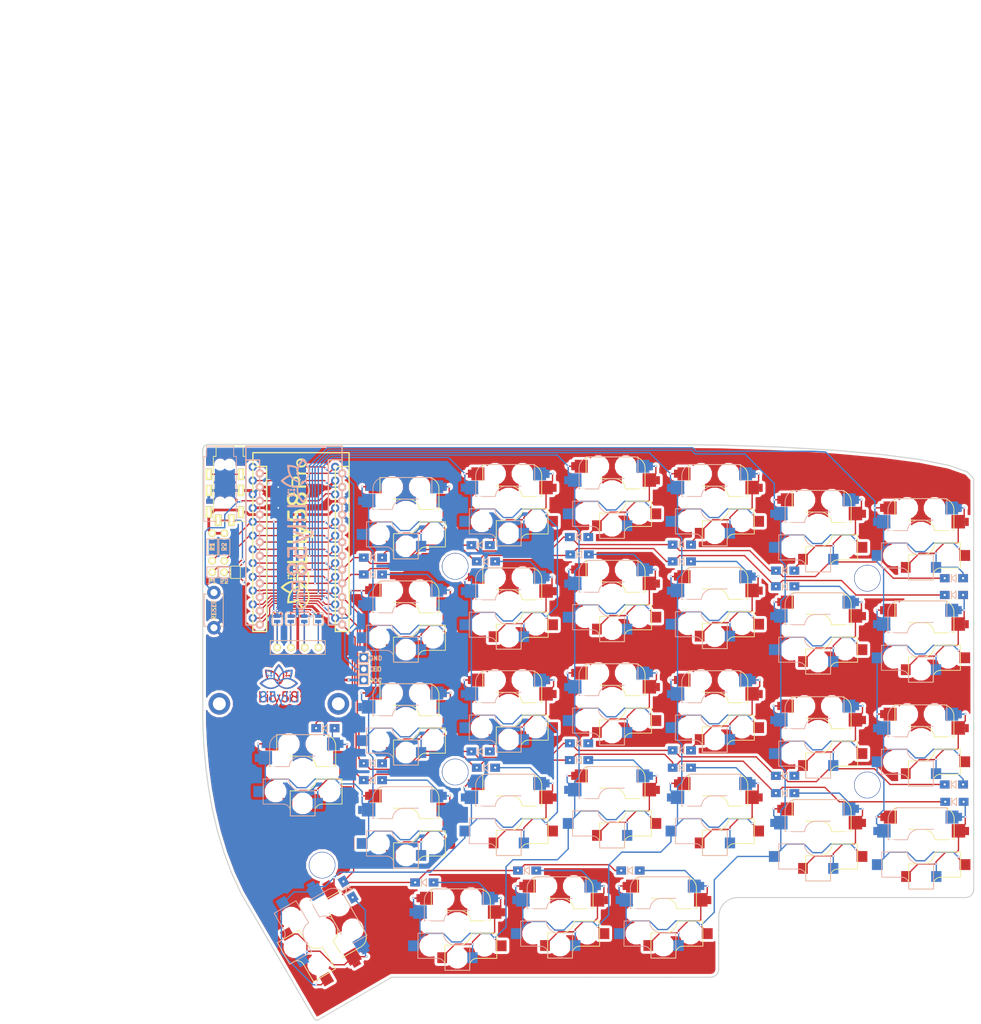
<source format=kicad_pcb>
(kicad_pcb (version 20171130) (host pcbnew "(5.0.0-3-g5ebb6b6)")
  (layers (0 F.Cu signal) (31 B.Cu signal) (34 B.Paste user) (35 F.Paste user) (36 B.SilkS user) (37 F.SilkS user) (38 B.Mask user) (39 F.Mask user) (44 Edge.Cuts user))
  (net 0 "")
  (net 1 "Net-(D1-Pad2)")
  (net 2 row4)
  (net 3 "Net-(D2-Pad2)")
  (net 4 "Net-(D3-Pad2)")
  (net 5 row0)
  (net 6 "Net-(D4-Pad2)")
  (net 7 row1)
  (net 8 "Net-(D5-Pad2)")
  (net 9 row2)
  (net 10 "Net-(D6-Pad2)")
  (net 11 row3)
  (net 12 "Net-(D7-Pad2)")
  (net 13 "Net-(D8-Pad2)")
  (net 14 "Net-(D9-Pad2)")
  (net 15 "Net-(D10-Pad2)")
  (net 16 "Net-(D11-Pad2)")
  (net 17 "Net-(D12-Pad2)")
  (net 18 "Net-(D13-Pad2)")
  (net 19 "Net-(D14-Pad2)")
  (net 20 "Net-(D15-Pad2)")
  (net 21 "Net-(D16-Pad2)")
  (net 22 "Net-(D17-Pad2)")
  (net 23 "Net-(D18-Pad2)")
  (net 24 "Net-(D19-Pad2)")
  (net 25 "Net-(D20-Pad2)")
  (net 26 "Net-(D21-Pad2)")
  (net 27 "Net-(D22-Pad2)")
  (net 28 "Net-(D23-Pad2)")
  (net 29 "Net-(D24-Pad2)")
  (net 30 "Net-(D25-Pad2)")
  (net 31 "Net-(D26-Pad2)")
  (net 32 "Net-(D27-Pad2)")
  (net 33 "Net-(D28-Pad2)")
  (net 34 VCC)
  (net 35 GND)
  (net 36 col0)
  (net 37 col1)
  (net 38 col2)
  (net 39 col3)
  (net 40 col4)
  (net 41 col5)
  (net 42 SDA)
  (net 43 LED)
  (net 44 SCL)
  (net 45 RESET)
  (net 46 "Net-(D29-Pad2)")
  (net 47 "Net-(U1-Pad24)")
  (net 48 "Net-(U1-Pad20)")
  (net 49 "Net-(U1-Pad19)")
  (net 50 "Net-(U1-Pad7)")
  (net 51 DATA)
  (net 52 "Net-(J2-Pad4)")
  (net 53 "Net-(J2-Pad3)")
  (net 54 "Net-(J3-Pad1)")
  (net 55 "Net-(J3-Pad2)")
  (net 56 "Net-(J3-Pad3)")
  (net 57 "Net-(J3-Pad4)")
  (module Lily58-footprint:MJ-4PP-9 (layer F.Cu) (at 87.9 39.3)
    (fp_text reference J2 hide)
    (fp_text value 4PIN hide)
    (pad "" np_thru_hole circle (at -1.75 8.5) (size 1.2 1.2) (drill 1.2) (layers *.Cu *.Mask F.SilkS))
    (pad "" np_thru_hole circle (at -1.75 1.5) (size 1.2 1.2) (drill 1.2) (layers *.Cu *.Mask F.SilkS))
    (pad 1 thru_hole rect (at -3.85 10.3) (size 1.2 2.1) (drill oval 0.5 1.6) (layers *.Cu *.Mask F.SilkS) (net 34 VCC) (clearance 0.15))
    (pad 4 thru_hole rect (at 0.35 11.8) (size 1.2 2.1) (drill oval 0.5 1.6) (layers *.Cu *.Mask F.SilkS) (net 52 "Net-(J2-Pad4)") (clearance 0.15))
    (pad 3 thru_hole rect (at -3.85 3.3) (size 1.2 2.1) (drill oval 0.5 1.6) (layers *.Cu *.Mask F.SilkS) (net 53 "Net-(J2-Pad3)") (clearance 0.15))
    (pad 2 thru_hole rect (at -3.85 6.3) (size 1.2 2.1) (drill oval 0.5 1.6) (layers *.Cu *.Mask F.SilkS) (net 35 GND) (clearance 0.15))
    (pad "" np_thru_hole circle (at 0 1.5) (size 1.2 1.2) (drill 1.2) (layers *.Cu *.Mask F.SilkS))
    (pad "" np_thru_hole circle (at 0 8.5) (size 1.2 1.2) (drill 1.2) (layers *.Cu *.Mask F.SilkS))
    (pad 3 thru_hole rect (at 2.1 3.3) (size 1.2 2.1) (drill oval 0.5 1.6) (layers *.Cu *.Mask F.SilkS) (net 53 "Net-(J2-Pad3)") (clearance 0.15))
    (pad 2 thru_hole rect (at 2.1 6.3) (size 1.2 2.1) (drill oval 0.5 1.6) (layers *.Cu *.Mask F.SilkS) (net 35 GND) (clearance 0.15))
    (pad 1 thru_hole rect (at 2.1 10.3) (size 1.2 2.1) (drill oval 0.5 1.6) (layers *.Cu *.Mask F.SilkS) (net 34 VCC) (clearance 0.15))
    (pad 4 thru_hole rect (at -2.1 11.8) (size 1.2 2.1) (drill oval 0.5 1.6) (layers *.Cu *.Mask F.SilkS) (net 52 "Net-(J2-Pad4)") (clearance 0.15))
  )
  (module Lily58-footprint:LED (layer F.Cu) (at 112.7 81.1 180)
    (fp_text reference J1 hide)
    (fp_text value LED hide)
    (fp_text user VCC (at -2.2 0.4 180) (layer B.SilkS) (effects (font (size 0.8 0.8)) (justify mirror)))
    (fp_text user VCC (at -2.2 0.4 180) (layer F.SilkS) (effects (font (size 0.8 0.8))))
    (fp_text user GND (at -2.2 4.5 180) (layer F.SilkS) (effects (font (size 0.8 0.8))))
    (fp_text user LED (at -2.2 2.5 180) (layer B.SilkS) (effects (font (size 0.8 0.8)) (justify mirror)))
    (fp_text user LED (at -2.2 2.5) (layer F.SilkS) (effects (font (size 0.8 0.8))))
    (fp_text user GND (at -2.2 4.5 180) (layer B.SilkS) (effects (font (size 0.8 0.8)) (justify mirror)))
    (pad 3 thru_hole rect (at 0 4.6 180) (size 1.524 1.524) (drill 1) (layers *.Cu *.Mask) (net 35 GND))
    (pad 2 thru_hole rect (at 0 2.5 180) (size 1.524 1.524) (drill 1) (layers *.Cu *.Mask) (net 43 LED))
    (pad 1 thru_hole rect (at 0 0.5 270) (size 1.524 1.524) (drill 1) (layers *.Cu *.Mask) (net 34 VCC))
  )
  (module Lily58-footprint:lily58_logo_2 (layer B.Cu) (at 97 81.5 180)
    (fp_text reference G*** hide)
    (fp_text value LOGO hide)
    (fp_poly (pts (xy 1.418714 2.781746) (xy 1.434649 2.768201) (xy 1.456095 2.748275) (xy 1.480912 2.724136) (xy 1.50696 2.697952) (xy 1.532101 2.67189) (xy 1.554194 2.648117) (xy 1.571101 2.628803) (xy 1.580681 2.616113) (xy 1.582057 2.612854) (xy 1.577145 2.604365) (xy 1.563828 2.588107) (xy 1.544241 2.566258) (xy 1.520514 2.540996) (xy 1.494781 2.5145) (xy 1.469172 2.488948) (xy 1.445822 2.466519) (xy 1.426862 2.44939) (xy 1.414424 2.43974) (xy 1.411288 2.4384) (xy 1.403998 2.443303) (xy 1.38839 2.456882) (xy 1.366299 2.477438) (xy 1.33956 2.503275) (xy 1.31746 2.525197) (xy 1.230889 2.611994) (xy 1.317187 2.699368) (xy 1.346078 2.728223) (xy 1.371693 2.75306) (xy 1.392215 2.772176) (xy 1.405826 2.783869) (xy 1.410428 2.786743) (xy 1.418714 2.781746)) (layer B.Cu) (width 0.01))
    (fp_poly (pts (xy 1.822488 2.810846) (xy 1.838605 2.797331) (xy 1.860907 2.777116) (xy 1.887475 2.75209) (xy 1.91639 2.724146) (xy 1.945733 2.695171) (xy 1.973586 2.667057) (xy 1.998028 2.641694) (xy 2.017142 2.620972) (xy 2.029009 2.606781) (xy 2.032 2.601501) (xy 2.027061 2.594184) (xy 2.013509 2.578756) (xy 1.993243 2.557112) (xy 1.968165 2.53115) (xy 1.940173 2.502766) (xy 1.911167 2.473856) (xy 1.883046 2.446316) (xy 1.857711 2.422043) (xy 1.837061 2.402933) (xy 1.822995 2.390883) (xy 1.81773 2.3876) (xy 1.810614 2.392518) (xy 1.79498 2.406239) (xy 1.772486 2.427213) (xy 1.744786 2.45389) (xy 1.713535 2.484721) (xy 1.707149 2.491105) (xy 1.675685 2.523145) (xy 1.648082 2.552246) (xy 1.625897 2.576685) (xy 1.610686 2.59474) (xy 1.604006 2.604687) (xy 1.603829 2.605502) (xy 1.608829 2.614157) (xy 1.622527 2.630726) (xy 1.642972 2.653259) (xy 1.668213 2.67981) (xy 1.696298 2.70843) (xy 1.725275 2.73717) (xy 1.753193 2.764084) (xy 1.778101 2.787222) (xy 1.798047 2.804638) (xy 1.811079 2.814382) (xy 1.814474 2.815771) (xy 1.822488 2.810846)) (layer B.Cu) (width 0.01))
    (fp_poly (pts (xy 2.316259 2.854318) (xy 2.33277 2.840505) (xy 2.355704 2.819632) (xy 2.383304 2.793461) (xy 2.413812 2.763751) (xy 2.445471 2.732261) (xy 2.476523 2.700752) (xy 2.505212 2.670983) (xy 2.529778 2.644713) (xy 2.548465 2.623703) (xy 2.559515 2.609712) (xy 2.561772 2.605156) (xy 2.556776 2.596826) (xy 2.542962 2.580316) (xy 2.52209 2.557382) (xy 2.495919 2.529782) (xy 2.466208 2.499274) (xy 2.434719 2.467615) (xy 2.403209 2.436562) (xy 2.37344 2.407874) (xy 2.347171 2.383308) (xy 2.326161 2.364621) (xy 2.31217 2.35357) (xy 2.307614 2.351314) (xy 2.299605 2.356261) (xy 2.283003 2.370147) (xy 2.25937 2.391538) (xy 2.230264 2.419001) (xy 2.197246 2.4511) (xy 2.175249 2.472949) (xy 2.141017 2.507668) (xy 2.110519 2.539449) (xy 2.085187 2.566728) (xy 2.066453 2.587945) (xy 2.055748 2.601537) (xy 2.053772 2.605472) (xy 2.058767 2.613802) (xy 2.072581 2.630312) (xy 2.093454 2.653246) (xy 2.119625 2.680846) (xy 2.149335 2.711354) (xy 2.180825 2.743013) (xy 2.212334 2.774066) (xy 2.242103 2.802754) (xy 2.268372 2.82732) (xy 2.289382 2.846007) (xy 2.303373 2.857058) (xy 2.30793 2.859314) (xy 2.316259 2.854318)) (layer B.Cu) (width 0.01))
    (fp_poly (pts (xy 1.419315 2.411628) (xy 1.435102 2.397907) (xy 1.456989 2.377382) (xy 1.48309 2.351973) (xy 1.511519 2.323596) (xy 1.540389 2.294171) (xy 1.567814 2.265615) (xy 1.591909 2.239847) (xy 1.610786 2.218785) (xy 1.622561 2.204346) (xy 1.6256 2.198914) (xy 1.620683 2.190981) (xy 1.607191 2.174927) (xy 1.587008 2.152669) (xy 1.562022 2.126125) (xy 1.534119 2.097215) (xy 1.505184 2.067855) (xy 1.477104 2.039965) (xy 1.451765 2.015462) (xy 1.431054 1.996265) (xy 1.416856 1.984291) (xy 1.411515 1.9812) (xy 1.404723 1.986087) (xy 1.389336 1.999723) (xy 1.366995 2.020569) (xy 1.339343 2.047088) (xy 1.308023 2.077742) (xy 1.301405 2.08429) (xy 1.26975 2.116226) (xy 1.241978 2.145295) (xy 1.219654 2.169773) (xy 1.204343 2.187934) (xy 1.197609 2.198054) (xy 1.197429 2.198914) (xy 1.202346 2.206847) (xy 1.215838 2.222902) (xy 1.236021 2.24516) (xy 1.261007 2.271703) (xy 1.28891 2.300613) (xy 1.317845 2.329973) (xy 1.345925 2.357863) (xy 1.371264 2.382366) (xy 1.391975 2.401564) (xy 1.406173 2.413537) (xy 1.411515 2.416628) (xy 1.419315 2.411628)) (layer B.Cu) (width 0.01))
    (fp_poly (pts (xy 2.412968 2.227975) (xy 2.444769 2.195711) (xy 2.472714 2.166365) (xy 2.495258 2.141642) (xy 2.510855 2.123248) (xy 2.517959 2.112889) (xy 2.518229 2.111825) (xy 2.513229 2.103132) (xy 2.499532 2.086527) (xy 2.479088 2.063958) (xy 2.453849 2.037375) (xy 2.425765 2.008727) (xy 2.396788 1.979964) (xy 2.368869 1.953035) (xy 2.34396 1.92989) (xy 2.32401 1.912478) (xy 2.310972 1.902748) (xy 2.307584 1.901371) (xy 2.299366 1.906309) (xy 2.282718 1.920093) (xy 2.25934 1.941177) (xy 2.230936 1.968016) (xy 2.199208 1.999064) (xy 2.191625 2.006632) (xy 2.086552 2.111893) (xy 2.19713 2.22247) (xy 2.307707 2.333048) (xy 2.412968 2.227975)) (layer B.Cu) (width 0.01))
    (fp_poly (pts (xy 2.316339 1.867433) (xy 2.332458 1.854126) (xy 2.354185 1.834553) (xy 2.379347 1.810846) (xy 2.405768 1.785139) (xy 2.431274 1.759563) (xy 2.45369 1.73625) (xy 2.470842 1.717332) (xy 2.480554 1.704942) (xy 2.481943 1.701795) (xy 2.477103 1.694889) (xy 2.463959 1.679952) (xy 2.444575 1.659089) (xy 2.421016 1.634409) (xy 2.395345 1.608018) (xy 2.369626 1.582023) (xy 2.345923 1.558531) (xy 2.326301 1.53965) (xy 2.312824 1.527485) (xy 2.307772 1.524) (xy 2.301622 1.528881) (xy 2.287047 1.542389) (xy 2.26582 1.562825) (xy 2.239713 1.588489) (xy 2.218758 1.60938) (xy 2.190385 1.638245) (xy 2.166018 1.66383) (xy 2.147365 1.684278) (xy 2.136133 1.69773) (xy 2.1336 1.702027) (xy 2.138619 1.710227) (xy 2.152222 1.726035) (xy 2.172232 1.747324) (xy 2.196468 1.771967) (xy 2.222751 1.797834) (xy 2.248904 1.822798) (xy 2.272746 1.844732) (xy 2.292099 1.861507) (xy 2.304783 1.870995) (xy 2.308004 1.872343) (xy 2.316339 1.867433)) (layer B.Cu) (width 0.01))
    (fp_poly (pts (xy 1.913116 1.917225) (xy 1.922787 1.909656) (xy 1.939958 1.894004) (xy 1.962722 1.872204) (xy 1.989169 1.846194) (xy 2.01739 1.817907) (xy 2.045477 1.789281) (xy 2.071521 1.76225) (xy 2.093613 1.73875) (xy 2.109843 1.720717) (xy 2.118304 1.710087) (xy 2.119086 1.708361) (xy 2.114077 1.700582) (xy 2.100331 1.684834) (xy 2.07977 1.663002) (xy 2.054319 1.636967) (xy 2.025899 1.608614) (xy 1.996433 1.579824) (xy 1.967844 1.552482) (xy 1.942055 1.528469) (xy 1.920989 1.509668) (xy 1.906568 1.497964) (xy 1.901184 1.494971) (xy 1.892884 1.499906) (xy 1.876217 1.51365) (xy 1.85294 1.534617) (xy 1.824811 1.561217) (xy 1.793589 1.591864) (xy 1.790603 1.594851) (xy 1.759721 1.62633) (xy 1.732731 1.65487) (xy 1.711217 1.67871) (xy 1.696764 1.696089) (xy 1.690959 1.705246) (xy 1.690915 1.705616) (xy 1.695852 1.713848) (xy 1.709628 1.7305) (xy 1.730691 1.75386) (xy 1.757487 1.782216) (xy 1.788464 1.813855) (xy 1.795188 1.820589) (xy 1.831119 1.856213) (xy 1.858408 1.882553) (xy 1.878481 1.900778) (xy 1.892764 1.912057) (xy 1.902684 1.91756) (xy 1.909668 1.918454) (xy 1.913116 1.917225)) (layer B.Cu) (width 0.01))
    (fp_poly (pts (xy 1.421348 1.954371) (xy 1.439163 1.940401) (xy 1.463159 1.919324) (xy 1.491532 1.892945) (xy 1.522479 1.863069) (xy 1.554195 1.8315) (xy 1.584877 1.800044) (xy 1.612721 1.770505) (xy 1.635924 1.744688) (xy 1.652681 1.724399) (xy 1.66119 1.711442) (xy 1.661886 1.708897) (xy 1.656909 1.699901) (xy 1.643144 1.682726) (xy 1.622343 1.659149) (xy 1.596257 1.630948) (xy 1.566636 1.599901) (xy 1.535233 1.567785) (xy 1.503796 1.53638) (xy 1.474079 1.507462) (xy 1.447831 1.482809) (xy 1.426804 1.464199) (xy 1.412748 1.45341) (xy 1.408305 1.451428) (xy 1.400403 1.456351) (xy 1.38389 1.470155) (xy 1.36035 1.49139) (xy 1.33137 1.518608) (xy 1.298535 1.55036) (xy 1.279575 1.569064) (xy 1.245428 1.603387) (xy 1.214748 1.634992) (xy 1.189065 1.662239) (xy 1.169911 1.68349) (xy 1.158814 1.697104) (xy 1.156731 1.700639) (xy 1.157392 1.707365) (xy 1.163318 1.717955) (xy 1.175496 1.73355) (xy 1.194914 1.755292) (xy 1.222559 1.784326) (xy 1.259419 1.821792) (xy 1.274574 1.837003) (xy 1.317749 1.879601) (xy 1.353658 1.913703) (xy 1.381675 1.938748) (xy 1.401174 1.954176) (xy 1.411517 1.959428) (xy 1.421348 1.954371)) (layer B.Cu) (width 0.01))
    (fp_poly (pts (xy 0.078092 3.748263) (xy 0.237453 3.575434) (xy 0.386427 3.392484) (xy 0.524948 3.19949) (xy 0.548489 3.164114) (xy 0.656724 2.98901) (xy 0.750642 2.814569) (xy 0.83023 2.640857) (xy 0.895475 2.467939) (xy 0.946363 2.29588) (xy 0.98288 2.124745) (xy 1.005013 1.9546) (xy 1.012748 1.785509) (xy 1.006072 1.617539) (xy 0.98497 1.450753) (xy 0.949431 1.285218) (xy 0.943993 1.264693) (xy 0.935685 1.233985) (xy 0.864316 1.211813) (xy 0.825821 1.199395) (xy 0.784696 1.185396) (xy 0.747902 1.172208) (xy 0.736557 1.167926) (xy 0.710323 1.158407) (xy 0.689601 1.151981) (xy 0.677785 1.149658) (xy 0.676399 1.149982) (xy 0.676674 1.158133) (xy 0.680561 1.176823) (xy 0.687318 1.20275) (xy 0.691518 1.217319) (xy 0.729788 1.368959) (xy 0.754242 1.520192) (xy 0.764833 1.671442) (xy 0.761512 1.823133) (xy 0.74423 1.975688) (xy 0.71294 2.12953) (xy 0.667593 2.285083) (xy 0.608141 2.44277) (xy 0.534535 2.603016) (xy 0.532958 2.60617) (xy 0.493733 2.682587) (xy 0.456381 2.750847) (xy 0.417788 2.816314) (xy 0.37484 2.884351) (xy 0.345938 2.928257) (xy 0.276796 3.027892) (xy 0.201006 3.129752) (xy 0.122143 3.229243) (xy 0.043777 3.321775) (xy 0.012809 3.356428) (xy -0.020192 3.392714) (xy -0.036297 3.3782) (xy -0.050449 3.363876) (xy -0.071852 3.340211) (xy -0.098778 3.309267) (xy -0.129496 3.273104) (xy -0.162278 3.233784) (xy -0.195392 3.193368) (xy -0.22711 3.153916) (xy -0.255702 3.117491) (xy -0.262522 3.108624) (xy -0.331453 3.014616) (xy -0.400239 2.913451) (xy -0.465221 2.810703) (xy -0.521506 2.714171) (xy -0.543533 2.673297) (xy -0.566606 2.62835) (xy -0.589898 2.58117) (xy -0.61258 2.533596) (xy -0.633826 2.487467) (xy -0.652808 2.444622) (xy -0.668697 2.406902) (xy -0.680667 2.376144) (xy -0.68789 2.354189) (xy -0.689537 2.342875) (xy -0.689006 2.341943) (xy -0.682045 2.337037) (xy -0.665794 2.325755) (xy -0.642919 2.309945) (xy -0.624114 2.296981) (xy -0.492716 2.197747) (xy -0.370449 2.087318) (xy -0.257293 1.965665) (xy -0.153229 1.832762) (xy -0.058238 1.688581) (xy 0.027699 1.533096) (xy 0.104601 1.366278) (xy 0.172488 1.188101) (xy 0.188841 1.139371) (xy 0.2029 1.095706) (xy 0.216013 1.053852) (xy 0.227224 1.016944) (xy 0.235578 0.988118) (xy 0.239609 0.972785) (xy 0.244495 0.949793) (xy 0.245199 0.936682) (xy 0.241427 0.929348) (xy 0.236232 0.925613) (xy 0.225568 0.918954) (xy 0.205448 0.906154) (xy 0.178601 0.888959) (xy 0.147758 0.869113) (xy 0.142623 0.8658) (xy 0.112477 0.8469) (xy 0.086769 0.831824) (xy 0.067864 0.821883) (xy 0.058127 0.818386) (xy 0.057434 0.818629) (xy 0.053771 0.82752) (xy 0.047625 0.846943) (xy 0.040087 0.873359) (xy 0.036852 0.885371) (xy -0.010296 1.043231) (xy -0.066363 1.19516) (xy -0.130692 1.339967) (xy -0.202624 1.476463) (xy -0.2815 1.603456) (xy -0.366663 1.719757) (xy -0.457452 1.824176) (xy -0.513158 1.87951) (xy -0.632074 1.98128) (xy -0.761849 2.073745) (xy -0.902527 2.156921) (xy -1.054154 2.230826) (xy -1.216775 2.295474) (xy -1.390436 2.350883) (xy -1.57518 2.39707) (xy -1.771055 2.434049) (xy -1.978104 2.461839) (xy -2.165406 2.478418) (xy -2.229869 2.482856) (xy -2.224829 2.400757) (xy -2.205247 2.180459) (xy -2.174058 1.968746) (xy -2.131221 1.765436) (xy -2.076693 1.570344) (xy -2.010433 1.383287) (xy -1.975468 1.298651) (xy -1.961176 1.265617) (xy -1.864145 1.281947) (xy -1.699162 1.302736) (xy -1.533849 1.30957) (xy -1.367979 1.302401) (xy -1.201324 1.28118) (xy -1.033654 1.245857) (xy -0.864743 1.196384) (xy -0.694361 1.132712) (xy -0.52228 1.054792) (xy -0.348273 0.962575) (xy -0.332609 0.953629) (xy -0.290312 0.928795) (xy -0.245647 0.901635) (xy -0.200663 0.873489) (xy -0.15741 0.845697) (xy -0.117937 0.819599) (xy -0.084293 0.796534) (xy -0.058527 0.777843) (xy -0.042687 0.764863) (xy -0.040505 0.762653) (xy -0.034204 0.754723) (xy -0.032838 0.747322) (xy -0.037659 0.737341) (xy -0.049918 0.721673) (xy -0.06331 0.705987) (xy -0.086219 0.67794) (xy -0.109796 0.646818) (xy -0.126618 0.622786) (xy -0.15381 0.581543) (xy -0.220993 0.628059) (xy -0.358992 0.717374) (xy -0.502026 0.79805) (xy -0.648322 0.869374) (xy -0.796109 0.930631) (xy -0.943613 0.981105) (xy -1.089064 1.020083) (xy -1.23069 1.04685) (xy -1.273628 1.052567) (xy -1.329853 1.057413) (xy -1.395797 1.060096) (xy -1.466835 1.06066) (xy -1.538338 1.059146) (xy -1.605683 1.055597) (xy -1.664241 1.050056) (xy -1.673221 1.048888) (xy -1.828826 1.020701) (xy -1.986462 0.978541) (xy -2.14551 0.922702) (xy -2.305349 0.85348) (xy -2.46536 0.771172) (xy -2.624924 0.676073) (xy -2.78342 0.568478) (xy -2.940229 0.448685) (xy -2.954243 0.437311) (xy -2.989713 0.408064) (xy -3.025558 0.377957) (xy -3.058295 0.349949) (xy -3.084443 0.327002) (xy -3.091543 0.320577) (xy -3.138714 0.277352) (xy -3.120571 0.257535) (xy -3.093013 0.229962) (xy -3.055232 0.195885) (xy -3.009125 0.156786) (xy -2.956587 0.114146) (xy -2.899516 0.069448) (xy -2.839808 0.024173) (xy -2.779359 -0.020196) (xy -2.720067 -0.062179) (xy -2.663827 -0.100293) (xy -2.656114 -0.105361) (xy -2.505598 -0.198671) (xy -2.35881 -0.27899) (xy -2.214321 -0.346897) (xy -2.070706 -0.40297) (xy -1.926536 -0.447787) (xy -1.780385 -0.481926) (xy -1.685872 -0.498329) (xy -1.631307 -0.504546) (xy -1.566449 -0.508662) (xy -1.495366 -0.510683) (xy -1.422125 -0.510612) (xy -1.350793 -0.508454) (xy -1.28544 -0.504211) (xy -1.230131 -0.497888) (xy -1.230085 -0.497881) (xy -1.074248 -0.467633) (xy -0.916109 -0.423613) (xy -0.756602 -0.366201) (xy -0.596661 -0.295775) (xy -0.43722 -0.212711) (xy -0.279213 -0.11739) (xy -0.261505 -0.105874) (xy -0.201811 -0.06412) (xy -0.154119 -0.024568) (xy -0.11649 0.014613) (xy -0.086982 0.055252) (xy -0.082232 0.06312) (xy -0.057692 0.114616) (xy -0.038673 0.17393) (xy -0.027063 0.234824) (xy -0.025473 0.250371) (xy -0.020011 0.305733) (xy -0.013157 0.350465) (xy -0.004008 0.388443) (xy 0.008337 0.423545) (xy 0.021802 0.453571) (xy 0.0395 0.486217) (xy 0.060499 0.51928) (xy 0.08069 0.546366) (xy 0.083588 0.549737) (xy 0.100765 0.566672) (xy 0.124906 0.587141) (xy 0.153748 0.609587) (xy 0.185025 0.632447) (xy 0.216474 0.654163) (xy 0.245829 0.673174) (xy 0.270826 0.68792) (xy 0.289201 0.696842) (xy 0.298689 0.698378) (xy 0.298995 0.698136) (xy 0.303347 0.686558) (xy 0.306633 0.66367) (xy 0.308794 0.632641) (xy 0.309774 0.596638) (xy 0.309515 0.558831) (xy 0.307959 0.522388) (xy 0.305051 0.490478) (xy 0.303004 0.476836) (xy 0.292858 0.420273) (xy 0.309234 0.440551) (xy 0.323794 0.460468) (xy 0.343881 0.490605) (xy 0.36799 0.528483) (xy 0.394614 0.571626) (xy 0.422243 0.617559) (xy 0.449372 0.663805) (xy 0.474494 0.707886) (xy 0.4961 0.747328) (xy 0.497115 0.749235) (xy 0.547915 0.844868) (xy 0.619087 0.87664) (xy 0.651372 0.890667) (xy 0.687309 0.905655) (xy 0.724408 0.920641) (xy 0.760177 0.93466) (xy 0.792124 0.94675) (xy 0.817759 0.955947) (xy 0.834589 0.961288) (xy 0.840096 0.962095) (xy 0.838993 0.953818) (xy 0.83191 0.934555) (xy 0.819731 0.906106) (xy 0.803342 0.870272) (xy 0.783628 0.828854) (xy 0.761473 0.783653) (xy 0.737764 0.73647) (xy 0.713384 0.689106) (xy 0.68922 0.643362) (xy 0.666156 0.601039) (xy 0.645078 0.563938) (xy 0.641024 0.557041) (xy 0.589606 0.472367) (xy 0.542438 0.399781) (xy 0.498246 0.337952) (xy 0.455757 0.285545) (xy 0.413697 0.241227) (xy 0.370792 0.203666) (xy 0.32577 0.171528) (xy 0.277356 0.14348) (xy 0.224277 0.118188) (xy 0.220083 0.11637) (xy 0.190623 0.103428) (xy 0.171522 0.093645) (xy 0.159776 0.084507) (xy 0.152385 0.073503) (xy 0.146345 0.058119) (xy 0.144684 0.053265) (xy 0.13508 0.027333) (xy 0.124899 0.003255) (xy 0.12099 -0.004846) (xy 0.11395 -0.02057) (xy 0.114981 -0.03047) (xy 0.124906 -0.041297) (xy 0.125501 -0.041846) (xy 0.137384 -0.051165) (xy 0.158724 -0.066361) (xy 0.186739 -0.085507) (xy 0.218646 -0.106677) (xy 0.22666 -0.1119) (xy 0.389471 -0.2107) (xy 0.552946 -0.296137) (xy 0.716562 -0.368002) (xy 0.879796 -0.426086) (xy 1.042127 -0.470177) (xy 1.186543 -0.497651) (xy 1.237438 -0.503557) (xy 1.298306 -0.507783) (xy 1.365168 -0.510292) (xy 1.434046 -0.511045) (xy 1.500959 -0.510007) (xy 1.561929 -0.507139) (xy 1.612977 -0.502404) (xy 1.618343 -0.501695) (xy 1.780901 -0.472295) (xy 1.944447 -0.428745) (xy 2.108243 -0.371306) (xy 2.271552 -0.300241) (xy 2.433637 -0.21581) (xy 2.450096 -0.206444) (xy 2.541078 -0.151715) (xy 2.636029 -0.089946) (xy 2.731929 -0.023346) (xy 2.825759 0.045875) (xy 2.914501 0.115506) (xy 2.995135 0.183338) (xy 3.048 0.231255) (xy 3.095172 0.275682) (xy 3.058886 0.309517) (xy 3.026193 0.338962) (xy 2.985032 0.374453) (xy 2.938575 0.413371) (xy 2.889997 0.453095) (xy 2.842472 0.491006) (xy 2.799175 0.524484) (xy 2.790372 0.531115) (xy 2.633833 0.641692) (xy 2.475693 0.740354) (xy 2.316813 0.82668) (xy 2.158055 0.90025) (xy 2.000282 0.960645) (xy 1.844355 1.007445) (xy 1.781128 1.022612) (xy 1.685335 1.040202) (xy 1.582178 1.052591) (xy 1.476015 1.059571) (xy 1.371203 1.060938) (xy 1.2721 1.056484) (xy 1.208067 1.04974) (xy 1.148355 1.040406) (xy 1.083138 1.0281) (xy 1.017336 1.013887) (xy 0.955864 0.998832) (xy 0.903641 0.984003) (xy 0.900997 0.983171) (xy 0.874217 0.974998) (xy 0.858649 0.971349) (xy 0.851794 0.971984) (xy 0.851154 0.976664) (xy 0.851675 0.978447) (xy 0.855249 0.989046) (xy 0.86268 1.01089) (xy 0.873119 1.041497) (xy 0.88572 1.07838) (xy 0.897286 1.112193) (xy 0.911531 1.154782) (xy 0.922497 1.18663) (xy 0.932435 1.209655) (xy 0.943596 1.225778) (xy 0.958228 1.236918) (xy 0.978584 1.244995) (xy 1.006912 1.251929) (xy 1.045462 1.259639) (xy 1.077686 1.266103) (xy 1.248866 1.294227) (xy 1.419001 1.307932) (xy 1.587938 1.307216) (xy 1.755521 1.292079) (xy 1.886857 1.269923) (xy 2.049897 1.230031) (xy 2.215176 1.176582) (xy 2.381669 1.110163) (xy 2.548351 1.03136) (xy 2.714197 0.94076) (xy 2.878182 0.838949) (xy 3.03928 0.726513) (xy 3.196467 0.604038) (xy 3.348717 0.472111) (xy 3.45072 0.375519) (xy 3.552372 0.275696) (xy 3.439647 0.165062) (xy 3.292897 0.028622) (xy 3.139305 -0.099677) (xy 2.980247 -0.218966) (xy 2.817101 -0.328373) (xy 2.651243 -0.427029) (xy 2.484049 -0.514064) (xy 2.316897 -0.588608) (xy 2.151162 -0.64979) (xy 2.149541 -0.650324) (xy 1.983017 -0.698512) (xy 1.81805 -0.732965) (xy 1.654064 -0.753642) (xy 1.490483 -0.760499) (xy 1.326734 -0.753496) (xy 1.16224 -0.732592) (xy 0.996426 -0.697743) (xy 0.828717 -0.648908) (xy 0.658538 -0.586047) (xy 0.537029 -0.533397) (xy 0.461836 -0.497224) (xy 0.382193 -0.455922) (xy 0.301149 -0.411261) (xy 0.22175 -0.36501) (xy 0.147045 -0.31894) (xy 0.08008 -0.27482) (xy 0.029276 -0.23849) (xy 0.002614 -0.219055) (xy -0.015546 -0.208023) (xy -0.027882 -0.204543) (xy -0.037074 -0.207766) (xy -0.044388 -0.215104) (xy -0.05387 -0.223386) (xy -0.072949 -0.237761) (xy -0.099072 -0.256377) (xy -0.129687 -0.277384) (xy -0.137805 -0.282834) (xy -0.305053 -0.387951) (xy -0.473051 -0.480397) (xy -0.641268 -0.560012) (xy -0.809176 -0.626638) (xy -0.976245 -0.680115) (xy -1.141948 -0.720284) (xy -1.305754 -0.746985) (xy -1.467135 -0.760058) (xy -1.625562 -0.759346) (xy -1.7018 -0.75393) (xy -1.871254 -0.731003) (xy -2.042236 -0.693861) (xy -2.21431 -0.642671) (xy -2.387043 -0.577598) (xy -2.560001 -0.49881) (xy -2.73275 -0.406472) (xy -2.904856 -0.300751) (xy -2.933775 -0.281622) (xy -3.042975 -0.205483) (xy -3.153607 -0.122392) (xy -3.262414 -0.035018) (xy -3.366138 0.053974) (xy -3.461521 0.141916) (xy -3.512457 0.192119) (xy -3.595914 0.276729) (xy -3.486835 0.383293) (xy -3.335802 0.522998) (xy -3.177728 0.6542) (xy -3.014009 0.776002) (xy -2.846043 0.887504) (xy -2.675224 0.987809) (xy -2.502951 1.076018) (xy -2.330619 1.151232) (xy -2.240459 1.185262) (xy -2.234063 1.188861) (xy -2.232847 1.19552) (xy -2.237377 1.208442) (xy -2.248218 1.230828) (xy -2.248678 1.231743) (xy -2.263846 1.264175) (xy -2.282274 1.307249) (xy -2.302735 1.357802) (xy -2.324001 1.412672) (xy -2.344843 1.468698) (xy -2.364036 1.522717) (xy -2.379057 1.567543) (xy -2.428432 1.737874) (xy -2.46996 1.917378) (xy -2.503125 2.102701) (xy -2.527408 2.290488) (xy -2.542291 2.477383) (xy -2.547257 2.657168) (xy -2.547257 2.801257) (xy -2.418443 2.801227) (xy -2.246507 2.79667) (xy -2.071305 2.78338) (xy -1.895135 2.76181) (xy -1.720294 2.732416) (xy -1.54908 2.695651) (xy -1.383791 2.65197) (xy -1.226724 2.601827) (xy -1.080177 2.545677) (xy -1.041281 2.528913) (xy -1.007997 2.51431) (xy -0.979098 2.501862) (xy -0.957385 2.492757) (xy -0.945659 2.488187) (xy -0.944877 2.487951) (xy -0.93795 2.493417) (xy -0.927609 2.51158) (xy -0.914509 2.541202) (xy -0.90781 2.558143) (xy -0.832658 2.73553) (xy -0.743847 2.912444) (xy -0.642211 3.087624) (xy -0.528585 3.259805) (xy -0.403803 3.427726) (xy -0.268698 3.590124) (xy -0.124106 3.745735) (xy -0.121571 3.748314) (xy -0.021617 3.849914) (xy 0.078092 3.748263)) (layer B.Cu) (width 0.01))
    (fp_poly (pts (xy -2.090489 -1.162223) (xy -2.060579 -1.163924) (xy -2.041134 -1.16659) (xy -2.028107 -1.171538) (xy -2.017453 -1.180084) (xy -2.009558 -1.188556) (xy -2.000823 -1.198791) (xy -1.994908 -1.208369) (xy -1.991264 -1.220278) (xy -1.989341 -1.237506) (xy -1.988588 -1.263043) (xy -1.988457 -1.299877) (xy -1.988457 -1.303249) (xy -1.989034 -1.33932) (xy -1.990606 -1.371025) (xy -1.992937 -1.395033) (xy -1.99579 -1.408012) (xy -1.995929 -1.408288) (xy -2.010359 -1.425057) (xy -2.033673 -1.436242) (xy -2.067609 -1.442389) (xy -2.109654 -1.444065) (xy -2.142504 -1.442961) (xy -2.170466 -1.440088) (xy -2.189209 -1.435928) (xy -2.191657 -1.434892) (xy -2.210017 -1.421795) (xy -2.222739 -1.402495) (xy -2.230447 -1.374928) (xy -2.233759 -1.337027) (xy -2.233591 -1.2954) (xy -2.23049 -1.247041) (xy -2.223294 -1.211333) (xy -2.210195 -1.186597) (xy -2.189389 -1.171153) (xy -2.15907 -1.16332) (xy -2.117432 -1.161417) (xy -2.090489 -1.162223)) (layer B.Cu) (width 0.01))
    (fp_poly (pts (xy -2.099347 -1.742825) (xy -2.069088 -1.744379) (xy -2.049378 -1.746851) (xy -2.036255 -1.751501) (xy -2.025758 -1.759588) (xy -2.01689 -1.769043) (xy -1.995714 -1.792743) (xy -1.995714 -3.185657) (xy -2.01689 -3.209357) (xy -2.028101 -3.221028) (xy -2.038776 -3.228197) (xy -2.052912 -3.232118) (xy -2.074506 -3.234044) (xy -2.098533 -3.234949) (xy -2.141248 -3.234519) (xy -2.171617 -3.23002) (xy -2.182857 -3.226114) (xy -2.19027 -3.222918) (xy -2.196824 -3.219822) (xy -2.202571 -3.215963) (xy -2.207565 -3.210477) (xy -2.211858 -3.2025) (xy -2.215503 -3.191169) (xy -2.218553 -3.175619) (xy -2.22106 -3.154987) (xy -2.223079 -3.128409) (xy -2.224661 -3.095021) (xy -2.225859 -3.05396) (xy -2.226726 -3.004362) (xy -2.227316 -2.945362) (xy -2.22768 -2.876098) (xy -2.227872 -2.795706) (xy -2.227945 -2.703321) (xy -2.227951 -2.59808) (xy -2.227943 -2.4892) (xy -2.227951 -2.371608) (xy -2.22794 -2.267661) (xy -2.227858 -2.176493) (xy -2.227655 -2.097233) (xy -2.227277 -2.029015) (xy -2.226673 -1.970969) (xy -2.225791 -1.922228) (xy -2.22458 -1.881923) (xy -2.222987 -1.849186) (xy -2.220961 -1.823149) (xy -2.21845 -1.802943) (xy -2.215402 -1.787699) (xy -2.211765 -1.776551) (xy -2.207488 -1.768629) (xy -2.202519 -1.763065) (xy -2.196805 -1.758991) (xy -2.190295 -1.755538) (xy -2.183971 -1.752379) (xy -2.166714 -1.745901) (xy -2.144306 -1.742714) (xy -2.112823 -1.742372) (xy -2.099347 -1.742825)) (layer B.Cu) (width 0.01))
    (fp_poly (pts (xy -3.493894 -1.162254) (xy -3.462656 -1.164125) (xy -3.441948 -1.167249) (xy -3.42779 -1.172639) (xy -3.416199 -1.181314) (xy -3.415055 -1.182376) (xy -3.399942 -1.202035) (xy -3.389319 -1.225202) (xy -3.389115 -1.225918) (xy -3.387953 -1.237468) (xy -3.386883 -1.263198) (xy -3.38591 -1.302776) (xy -3.385034 -1.355868) (xy -3.38426 -1.422141) (xy -3.383589 -1.501263) (xy -3.383024 -1.592899) (xy -3.382568 -1.696716) (xy -3.382224 -1.812382) (xy -3.381994 -1.939563) (xy -3.381881 -2.077925) (xy -3.381869 -2.135252) (xy -3.381828 -3.018647) (xy -2.93565 -3.020624) (xy -2.489472 -3.0226) (xy -2.46575 -3.046324) (xy -2.45343 -3.059618) (xy -2.44633 -3.071774) (xy -2.44302 -3.087426) (xy -2.442069 -3.111211) (xy -2.442028 -3.123198) (xy -2.444158 -3.162943) (xy -2.451316 -3.191395) (xy -2.46466 -3.211251) (xy -2.485347 -3.225206) (xy -2.485904 -3.225472) (xy -2.49805 -3.227798) (xy -2.523219 -3.229882) (xy -2.559984 -3.231723) (xy -2.60692 -3.233322) (xy -2.6626 -3.234678) (xy -2.725599 -3.235792) (xy -2.79449 -3.236664) (xy -2.867847 -3.237294) (xy -2.944245 -3.237683) (xy -3.022257 -3.23783) (xy -3.100457 -3.237736) (xy -3.177419 -3.237401) (xy -3.251717 -3.236826) (xy -3.321925 -3.236009) (xy -3.386616 -3.234953) (xy -3.444366 -3.233656) (xy -3.493747 -3.232119) (xy -3.533334 -3.230342) (xy -3.5617 -3.228326) (xy -3.57742 -3.22607) (xy -3.579494 -3.225326) (xy -3.585363 -3.22242) (xy -3.590657 -3.21991) (xy -3.595406 -3.217073) (xy -3.59964 -3.213184) (xy -3.603387 -3.20752) (xy -3.606678 -3.199356) (xy -3.609542 -3.187969) (xy -3.612009 -3.172635) (xy -3.614107 -3.15263) (xy -3.615867 -3.12723) (xy -3.617318 -3.09571) (xy -3.618489 -3.057348) (xy -3.619411 -3.01142) (xy -3.620111 -2.9572) (xy -3.620621 -2.893966) (xy -3.620969 -2.820994) (xy -3.621185 -2.737559) (xy -3.621299 -2.642938) (xy -3.621339 -2.536406) (xy -3.621336 -2.417241) (xy -3.621319 -2.284717) (xy -3.621314 -2.198915) (xy -3.621328 -2.057983) (xy -3.621349 -1.930843) (xy -3.621345 -1.816771) (xy -3.621285 -1.715043) (xy -3.621138 -1.624937) (xy -3.620871 -1.54573) (xy -3.620455 -1.476697) (xy -3.619856 -1.417116) (xy -3.619045 -1.366264) (xy -3.617988 -1.323417) (xy -3.616656 -1.287853) (xy -3.615016 -1.258848) (xy -3.613037 -1.235679) (xy -3.610688 -1.217623) (xy -3.607937 -1.203956) (xy -3.604752 -1.193956) (xy -3.601103 -1.186898) (xy -3.596958 -1.182061) (xy -3.592285 -1.178721) (xy -3.587053 -1.176154) (xy -3.58123 -1.173638) (xy -3.576648 -1.171448) (xy -3.558925 -1.165031) (xy -3.53516 -1.16201) (xy -3.501579 -1.161965) (xy -3.493894 -1.162254)) (layer B.Cu) (width 0.01))
    (fp_poly (pts (xy 2.929251 -1.141304) (xy 2.993591 -1.146052) (xy 3.052515 -1.15364) (xy 3.098884 -1.163169) (xy 3.192044 -1.193582) (xy 3.274312 -1.233389) (xy 3.346042 -1.282806) (xy 3.407589 -1.342052) (xy 3.426156 -1.364343) (xy 3.470955 -1.432554) (xy 3.502997 -1.50644) (xy 3.522409 -1.584986) (xy 3.529316 -1.667178) (xy 3.523843 -1.752003) (xy 3.506116 -1.838445) (xy 3.47626 -1.925492) (xy 3.434401 -2.012128) (xy 3.380664 -2.09734) (xy 3.326948 -2.166474) (xy 3.288627 -2.211647) (xy 3.340396 -2.247009) (xy 3.40958 -2.30132) (xy 3.468212 -2.36208) (xy 3.515135 -2.427825) (xy 3.549189 -2.497091) (xy 3.557842 -2.521857) (xy 3.567692 -2.566305) (xy 3.573192 -2.619449) (xy 3.574278 -2.676118) (xy 3.570887 -2.731141) (xy 3.562956 -2.779348) (xy 3.561085 -2.786743) (xy 3.530519 -2.872814) (xy 3.487386 -2.952047) (xy 3.432256 -3.023769) (xy 3.365704 -3.087304) (xy 3.288301 -3.141978) (xy 3.234678 -3.171344) (xy 3.170316 -3.200217) (xy 3.108343 -3.221352) (xy 3.044574 -3.235713) (xy 2.974824 -3.244265) (xy 2.902857 -3.247805) (xy 2.859794 -3.248283) (xy 2.818044 -3.247825) (xy 2.781514 -3.246536) (xy 2.754111 -3.244522) (xy 2.746975 -3.2436) (xy 2.652879 -3.223132) (xy 2.561807 -3.192273) (xy 2.47696 -3.152342) (xy 2.40154 -3.10466) (xy 2.391229 -3.096915) (xy 2.325087 -3.03713) (xy 2.268214 -2.96737) (xy 2.222175 -2.889946) (xy 2.188538 -2.807173) (xy 2.183374 -2.789961) (xy 2.175542 -2.758293) (xy 2.170543 -2.726915) (xy 2.167847 -2.691039) (xy 2.166922 -2.645879) (xy 2.166908 -2.6416) (xy 2.168078 -2.610809) (xy 2.453027 -2.610809) (xy 2.456105 -2.665536) (xy 2.464803 -2.714174) (xy 2.467322 -2.723002) (xy 2.494276 -2.786304) (xy 2.533568 -2.844112) (xy 2.583597 -2.894977) (xy 2.642763 -2.937452) (xy 2.709463 -2.970086) (xy 2.757715 -2.985762) (xy 2.794013 -2.992206) (xy 2.839327 -2.995751) (xy 2.88845 -2.996396) (xy 2.936177 -2.99414) (xy 2.9773 -2.988981) (xy 2.991896 -2.985809) (xy 3.059484 -2.962556) (xy 3.119368 -2.930629) (xy 3.170954 -2.891388) (xy 3.213646 -2.846197) (xy 3.24685 -2.796415) (xy 3.26997 -2.743407) (xy 3.282412 -2.688532) (xy 3.28358 -2.633154) (xy 3.272881 -2.578635) (xy 3.249718 -2.526335) (xy 3.21376 -2.477903) (xy 3.192533 -2.456421) (xy 3.169132 -2.436192) (xy 3.14208 -2.416383) (xy 3.109896 -2.396162) (xy 3.071101 -2.374695) (xy 3.024216 -2.351149) (xy 2.967762 -2.324694) (xy 2.900259 -2.294494) (xy 2.845502 -2.270622) (xy 2.697432 -2.206569) (xy 2.662703 -2.232062) (xy 2.611751 -2.275314) (xy 2.564389 -2.326613) (xy 2.522953 -2.382722) (xy 2.489777 -2.440406) (xy 2.467196 -2.496427) (xy 2.464098 -2.50737) (xy 2.455662 -2.556064) (xy 2.453027 -2.610809) (xy 2.168078 -2.610809) (xy 2.169539 -2.572399) (xy 2.178587 -2.511227) (xy 2.195291 -2.452555) (xy 2.220887 -2.390855) (xy 2.224899 -2.382392) (xy 2.256135 -2.326952) (xy 2.296787 -2.269269) (xy 2.34371 -2.212997) (xy 2.393758 -2.161793) (xy 2.443787 -2.119312) (xy 2.462906 -2.105703) (xy 2.491041 -2.08691) (xy 2.466535 -2.069035) (xy 2.451589 -2.056701) (xy 2.429648 -2.03681) (xy 2.403808 -2.012237) (xy 2.38025 -1.988966) (xy 2.329332 -1.931348) (xy 2.291663 -1.873317) (xy 2.266154 -1.812219) (xy 2.251713 -1.745402) (xy 2.247617 -1.6764) (xy 2.529354 -1.6764) (xy 2.529967 -1.710789) (xy 2.532148 -1.735549) (xy 2.536831 -1.755553) (xy 2.544954 -1.775673) (xy 2.5507 -1.787502) (xy 2.575694 -1.826157) (xy 2.611715 -1.866305) (xy 2.655893 -1.905243) (xy 2.70536 -1.940265) (xy 2.72528 -1.952172) (xy 2.749272 -1.964916) (xy 2.781351 -1.980726) (xy 2.819309 -1.998637) (xy 2.860939 -2.017685) (xy 2.904035 -2.036904) (xy 2.946389 -2.05533) (xy 2.985796 -2.071998) (xy 3.020049 -2.085944) (xy 3.04694 -2.096201) (xy 3.064263 -2.101807) (xy 3.06919 -2.102529) (xy 3.07802 -2.096364) (xy 3.092789 -2.081254) (xy 3.110877 -2.059976) (xy 3.118622 -2.050143) (xy 3.15795 -1.992348) (xy 3.192016 -1.928994) (xy 3.219532 -1.863388) (xy 3.239207 -1.798834) (xy 3.249753 -1.738638) (xy 3.2512 -1.710354) (xy 3.244713 -1.641795) (xy 3.225777 -1.57988) (xy 3.19518 -1.5253) (xy 3.153709 -1.478742) (xy 3.102152 -1.440897) (xy 3.041296 -1.412454) (xy 2.971929 -1.394103) (xy 2.894838 -1.386532) (xy 2.881086 -1.386367) (xy 2.804157 -1.391991) (xy 2.7343 -1.408508) (xy 2.672511 -1.43538) (xy 2.619783 -1.47207) (xy 2.57711 -1.51804) (xy 2.548564 -1.565961) (xy 2.539026 -1.588277) (xy 2.533217 -1.608637) (xy 2.530281 -1.631966) (xy 2.52936 -1.663191) (xy 2.529354 -1.6764) (xy 2.247617 -1.6764) (xy 2.247249 -1.670212) (xy 2.247274 -1.665515) (xy 2.254747 -1.579725) (xy 2.275241 -1.499453) (xy 2.308089 -1.425386) (xy 2.352625 -1.358214) (xy 2.408183 -1.298626) (xy 2.474094 -1.247311) (xy 2.549692 -1.204959) (xy 2.634311 -1.172258) (xy 2.727284 -1.149898) (xy 2.749588 -1.146318) (xy 2.802664 -1.141216) (xy 2.86408 -1.139619) (xy 2.929251 -1.141304)) (layer B.Cu) (width 0.01))
    (fp_poly (pts (xy 1.300995 -1.172034) (xy 1.384164 -1.17211) (xy 1.454924 -1.172349) (xy 1.514327 -1.172843) (xy 1.563425 -1.173681) (xy 1.603271 -1.174957) (xy 1.634916 -1.176762) (xy 1.659415 -1.179186) (xy 1.677818 -1.182321) (xy 1.691179 -1.18626) (xy 1.700549 -1.191092) (xy 1.706981 -1.19691) (xy 1.711528 -1.203806) (xy 1.715242 -1.211869) (xy 1.717207 -1.216589) (xy 1.722865 -1.239214) (xy 1.72612 -1.270807) (xy 1.726896 -1.306008) (xy 1.725117 -1.33946) (xy 1.720705 -1.365804) (xy 1.7194 -1.370038) (xy 1.707544 -1.390545) (xy 1.692186 -1.405593) (xy 1.686985 -1.408578) (xy 1.680091 -1.411093) (xy 1.670265 -1.413186) (xy 1.656265 -1.414907) (xy 1.63685 -1.416306) (xy 1.610779 -1.41743) (xy 1.576813 -1.418331) (xy 1.533709 -1.419056) (xy 1.480227 -1.419655) (xy 1.415126 -1.420178) (xy 1.337165 -1.420673) (xy 1.3081 -1.420841) (xy 1.236886 -1.421365) (xy 1.170268 -1.422088) (xy 1.109617 -1.422977) (xy 1.056303 -1.424003) (xy 1.011697 -1.425133) (xy 0.977169 -1.426337) (xy 0.95409 -1.427583) (xy 0.943831 -1.428841) (xy 0.943429 -1.429137) (xy 0.942639 -1.437549) (xy 0.940392 -1.45872) (xy 0.936872 -1.490989) (xy 0.932261 -1.532694) (xy 0.926745 -1.582174) (xy 0.920506 -1.637766) (xy 0.914084 -1.69466) (xy 0.907415 -1.754333) (xy 0.901433 -1.80932) (xy 0.896302 -1.857986) (xy 0.892188 -1.898701) (xy 0.889255 -1.92983) (xy 0.88767 -1.949742) (xy 0.887568 -1.956788) (xy 0.895157 -1.955634) (xy 0.911952 -1.949758) (xy 0.929613 -1.94245) (xy 1.004434 -1.917014) (xy 1.086668 -1.902242) (xy 1.173929 -1.898095) (xy 1.263825 -1.904534) (xy 1.35397 -1.92152) (xy 1.441974 -1.949014) (xy 1.446975 -1.950935) (xy 1.518086 -1.982949) (xy 1.581342 -2.021528) (xy 1.641237 -2.069636) (xy 1.673431 -2.100284) (xy 1.728936 -2.161604) (xy 1.772585 -2.223547) (xy 1.806722 -2.289734) (xy 1.823006 -2.331262) (xy 1.850309 -2.429008) (xy 1.863101 -2.526887) (xy 1.861381 -2.624844) (xy 1.845147 -2.722823) (xy 1.82794 -2.783115) (xy 1.790891 -2.872628) (xy 1.741971 -2.954468) (xy 1.682047 -3.027919) (xy 1.611986 -3.092265) (xy 1.532654 -3.14679) (xy 1.44492 -3.190778) (xy 1.349649 -3.223513) (xy 1.274492 -3.240125) (xy 1.224769 -3.246216) (xy 1.166737 -3.249459) (xy 1.106334 -3.249788) (xy 1.049498 -3.247132) (xy 1.012987 -3.243169) (xy 0.920321 -3.223204) (xy 0.82865 -3.191173) (xy 0.741008 -3.148552) (xy 0.660429 -3.096818) (xy 0.589947 -3.037449) (xy 0.589643 -3.037152) (xy 0.567448 -3.014884) (xy 0.553935 -2.998875) (xy 0.546993 -2.985677) (xy 0.544513 -2.971845) (xy 0.544286 -2.963045) (xy 0.545624 -2.947052) (xy 0.550728 -2.931219) (xy 0.56123 -2.91223) (xy 0.578766 -2.88677) (xy 0.588183 -2.873939) (xy 0.617198 -2.837361) (xy 0.642422 -2.812964) (xy 0.666207 -2.800514) (xy 0.690906 -2.79978) (xy 0.718873 -2.810526) (xy 0.752458 -2.832521) (xy 0.780989 -2.854825) (xy 0.832439 -2.891461) (xy 0.890884 -2.924521) (xy 0.950687 -2.951087) (xy 0.994229 -2.965309) (xy 1.036743 -2.973129) (xy 1.087743 -2.977252) (xy 1.141917 -2.97768) (xy 1.193957 -2.974414) (xy 1.238552 -2.967456) (xy 1.24761 -2.965223) (xy 1.325509 -2.937504) (xy 1.393958 -2.899349) (xy 1.452337 -2.851432) (xy 1.500026 -2.794425) (xy 1.536406 -2.729002) (xy 1.560857 -2.655837) (xy 1.568407 -2.616616) (xy 1.571825 -2.545843) (xy 1.56183 -2.475575) (xy 1.539448 -2.407804) (xy 1.505707 -2.344524) (xy 1.46163 -2.287725) (xy 1.408245 -2.2394) (xy 1.357534 -2.207118) (xy 1.309307 -2.183988) (xy 1.26342 -2.167853) (xy 1.215037 -2.157494) (xy 1.159318 -2.15169) (xy 1.132115 -2.150299) (xy 1.069713 -2.149651) (xy 1.016059 -2.153743) (xy 0.965884 -2.16355) (xy 0.913917 -2.180048) (xy 0.865378 -2.199637) (xy 0.828479 -2.214745) (xy 0.800006 -2.224116) (xy 0.775614 -2.228916) (xy 0.751115 -2.23031) (xy 0.704535 -2.225493) (xy 0.664704 -2.211508) (xy 0.633458 -2.189583) (xy 0.612633 -2.160947) (xy 0.604496 -2.132238) (xy 0.60446 -2.117791) (xy 0.605924 -2.090838) (xy 0.608723 -2.052925) (xy 0.612695 -2.005598) (xy 0.617677 -1.950406) (xy 0.623505 -1.888893) (xy 0.630016 -1.822608) (xy 0.637046 -1.753097) (xy 0.644433 -1.681907) (xy 0.652013 -1.610584) (xy 0.659623 -1.540677) (xy 0.667099 -1.47373) (xy 0.674278 -1.411292) (xy 0.680998 -1.354909) (xy 0.687094 -1.306127) (xy 0.692403 -1.266494) (xy 0.696763 -1.237557) (xy 0.700009 -1.220862) (xy 0.701018 -1.217839) (xy 0.715174 -1.19865) (xy 0.730986 -1.184797) (xy 0.735763 -1.182187) (xy 0.742249 -1.179957) (xy 0.751544 -1.178077) (xy 0.76475 -1.176519) (xy 0.782964 -1.175251) (xy 0.807287 -1.174245) (xy 0.838818 -1.17347) (xy 0.878658 -1.172898) (xy 0.927907 -1.172498) (xy 0.987663 -1.172241) (xy 1.059027 -1.172098) (xy 1.143098 -1.172037) (xy 1.204364 -1.172029) (xy 1.300995 -1.172034)) (layer B.Cu) (width 0.01))
    (fp_poly (pts (xy -1.422438 -1.162965) (xy -1.38598 -1.170438) (xy -1.360688 -1.185037) (xy -1.351386 -1.195939) (xy -1.34949 -1.199587) (xy -1.347787 -1.20496) (xy -1.346262 -1.212842) (xy -1.344901 -1.224018) (xy -1.343688 -1.239271) (xy -1.34261 -1.259385) (xy -1.341652 -1.285144) (xy -1.340799 -1.317333) (xy -1.340038 -1.356734) (xy -1.339353 -1.404131) (xy -1.338731 -1.46031) (xy -1.338156 -1.526052) (xy -1.337615 -1.602144) (xy -1.337093 -1.689367) (xy -1.336575 -1.788507) (xy -1.336047 -1.900347) (xy -1.335495 -2.02567) (xy -1.335314 -2.067963) (xy -1.331685 -2.921) (xy -1.313543 -2.957275) (xy -1.289234 -2.993028) (xy -1.257472 -3.016653) (xy -1.216691 -3.029291) (xy -1.214045 -3.029707) (xy -1.175334 -3.038829) (xy -1.148963 -3.053127) (xy -1.133527 -3.073197) (xy -1.127788 -3.095302) (xy -1.125239 -3.125515) (xy -1.125802 -3.158155) (xy -1.129396 -3.187543) (xy -1.1354 -3.206996) (xy -1.154536 -3.228425) (xy -1.185302 -3.241734) (xy -1.22721 -3.246793) (xy -1.273628 -3.244233) (xy -1.344484 -3.22963) (xy -1.406436 -3.203704) (xy -1.459071 -3.166818) (xy -1.501977 -3.119333) (xy -1.534742 -3.061613) (xy -1.556601 -2.995525) (xy -1.558246 -2.986898) (xy -1.559719 -2.975207) (xy -1.561029 -2.959679) (xy -1.562186 -2.939543) (xy -1.563199 -2.914026) (xy -1.564076 -2.882357) (xy -1.564828 -2.843764) (xy -1.565463 -2.797475) (xy -1.565991 -2.742719) (xy -1.56642 -2.678722) (xy -1.566759 -2.604714) (xy -1.567019 -2.519922) (xy -1.567207 -2.423574) (xy -1.567334 -2.3149) (xy -1.567408 -2.193126) (xy -1.567435 -2.0811) (xy -1.567543 -1.212172) (xy -1.546527 -1.188651) (xy -1.534562 -1.176463) (xy -1.522776 -1.16914) (xy -1.506775 -1.165155) (xy -1.482164 -1.162979) (xy -1.470932 -1.162374) (xy -1.422438 -1.162965)) (layer B.Cu) (width 0.01))
    (fp_poly (pts (xy 0.248955 -1.74337) (xy 0.278216 -1.748098) (xy 0.289624 -1.752258) (xy 0.311575 -1.771141) (xy 0.322843 -1.79792) (xy 0.322246 -1.829519) (xy 0.321123 -1.834247) (xy 0.317541 -1.844099) (xy 0.308818 -1.866378) (xy 0.295362 -1.900095) (xy 0.277577 -1.944264) (xy 0.255868 -1.997897) (xy 0.230642 -2.060006) (xy 0.202304 -2.129605) (xy 0.171259 -2.205707) (xy 0.137914 -2.287323) (xy 0.102672 -2.373467) (xy 0.065941 -2.463151) (xy 0.028126 -2.555389) (xy -0.010369 -2.649193) (xy -0.049137 -2.743575) (xy -0.087772 -2.837548) (xy -0.12587 -2.930126) (xy -0.163025 -3.02032) (xy -0.198831 -3.107143) (xy -0.232883 -3.189609) (xy -0.264774 -3.26673) (xy -0.294101 -3.337519) (xy -0.320456 -3.400987) (xy -0.343435 -3.456149) (xy -0.362632 -3.502017) (xy -0.377642 -3.537603) (xy -0.388058 -3.561921) (xy -0.393476 -3.573982) (xy -0.393556 -3.574143) (xy -0.430279 -3.63507) (xy -0.476215 -3.692137) (xy -0.528408 -3.742315) (xy -0.583901 -3.782573) (xy -0.612033 -3.79807) (xy -0.685239 -3.826573) (xy -0.760318 -3.84174) (xy -0.835286 -3.843303) (xy -0.889691 -3.835508) (xy -0.931644 -3.824122) (xy -0.974036 -3.808767) (xy -1.011414 -3.791593) (xy -1.032146 -3.779319) (xy -1.048265 -3.762135) (xy -1.060005 -3.738689) (xy -1.060452 -3.737257) (xy -1.064378 -3.721239) (xy -1.064356 -3.707443) (xy -1.059476 -3.69121) (xy -1.048827 -3.667879) (xy -1.045632 -3.661356) (xy -1.024527 -3.625599) (xy -1.001844 -3.603255) (xy -0.975443 -3.593556) (xy -0.943181 -3.595732) (xy -0.902917 -3.609015) (xy -0.901481 -3.609612) (xy -0.847768 -3.627554) (xy -0.799789 -3.633298) (xy -0.755054 -3.626606) (xy -0.711074 -3.60724) (xy -0.683008 -3.588701) (xy -0.654263 -3.564197) (xy -0.627125 -3.533603) (xy -0.600547 -3.495264) (xy -0.573481 -3.447528) (xy -0.54488 -3.388739) (xy -0.518904 -3.329609) (xy -0.466753 -3.206539) (xy -0.75589 -2.520039) (xy -0.805414 -2.402222) (xy -0.850779 -2.293819) (xy -0.89182 -2.195238) (xy -0.92837 -2.106889) (xy -0.960264 -2.029179) (xy -0.987334 -1.962516) (xy -1.009415 -1.907309) (xy -1.026341 -1.863966) (xy -1.037945 -1.832895) (xy -1.044061 -1.814505) (xy -1.045028 -1.809803) (xy -1.038695 -1.783185) (xy -1.027525 -1.765705) (xy -1.018641 -1.756317) (xy -1.009216 -1.750244) (xy -0.995872 -1.746629) (xy -0.975233 -1.744619) (xy -0.943919 -1.743357) (xy -0.938625 -1.743196) (xy -0.894339 -1.743534) (xy -0.861559 -1.748263) (xy -0.837681 -1.758361) (xy -0.820105 -1.774806) (xy -0.809596 -1.791693) (xy -0.804667 -1.802697) (xy -0.794857 -1.825894) (xy -0.780685 -1.860006) (xy -0.762666 -1.903751) (xy -0.74132 -1.955851) (xy -0.717162 -2.015025) (xy -0.69071 -2.079994) (xy -0.662482 -2.149478) (xy -0.632994 -2.222197) (xy -0.602765 -2.296871) (xy -0.57231 -2.372221) (xy -0.542147 -2.446967) (xy -0.512794 -2.519828) (xy -0.484768 -2.589526) (xy -0.458586 -2.654781) (xy -0.434765 -2.714312) (xy -0.413823 -2.76684) (xy -0.396277 -2.811085) (xy -0.382644 -2.845768) (xy -0.373441 -2.869608) (xy -0.369185 -2.881326) (xy -0.369141 -2.881472) (xy -0.362725 -2.899275) (xy -0.357014 -2.909303) (xy -0.3556 -2.910115) (xy -0.350651 -2.903867) (xy -0.344225 -2.88822) (xy -0.342019 -2.881339) (xy -0.337854 -2.869641) (xy -0.328819 -2.84581) (xy -0.315422 -2.811128) (xy -0.298173 -2.766877) (xy -0.277582 -2.714337) (xy -0.254157 -2.654791) (xy -0.228408 -2.589519) (xy -0.200845 -2.519805) (xy -0.171976 -2.446928) (xy -0.142311 -2.37217) (xy -0.11236 -2.296814) (xy -0.082631 -2.222141) (xy -0.053635 -2.149431) (xy -0.02588 -2.079967) (xy 0.000123 -2.01503) (xy 0.023867 -1.955902) (xy 0.044841 -1.903864) (xy 0.062536 -1.860198) (xy 0.076443 -1.826185) (xy 0.086052 -1.803107) (xy 0.090854 -1.792246) (xy 0.090865 -1.792223) (xy 0.107401 -1.768947) (xy 0.130164 -1.753472) (xy 0.161591 -1.744759) (xy 0.204116 -1.741766) (xy 0.209003 -1.741742) (xy 0.248955 -1.74337)) (layer B.Cu) (width 0.01))
  )
  (module Lily58-footprint:lily58_logo_Pro (layer F.Cu) (at 100.4 53.6 90)
    (fp_text reference G*** hide)
    (fp_text value LOGO hide)
  )
  (module Lily58-footprint:lily58_logo_Pro (layer B.Cu) (at 100.4 53.7 270)
    (fp_text reference G*** hide)
    (fp_text value LOGO hide)
  )
  (module Lily58-footprint:CherryMX_KailhLowProfile_Hotswap_edge (layer F.Cu) (at 105 127 300)
    (fp_text reference SW26 hide)
    (fp_text value SW_PUSH hide)
    (pad 1 smd rect (at -7.2 -5.1 300) (size 0.7 1.5) (layers F.Cu F.Paste F.Mask) (net 40 col4))
    (pad 1 smd rect (at -8.5 -2.5 300) (size 0.7 1.5) (layers B.Cu B.Paste B.Mask) (net 40 col4))
    (pad 2 smd rect (at 8.5 -2.5 300) (size 0.7 1.5) (layers F.Cu F.Paste F.Mask) (net 31 "Net-(D26-Pad2)"))
    (pad 2 smd rect (at 7.2 -5.1 300) (size 0.7 1.5) (layers B.Cu B.Paste B.Mask) (net 31 "Net-(D26-Pad2)"))
    (pad "" np_thru_hole circle (at 3.81 -2.54 120) (size 3 3) (drill 3) (layers *.Cu *.Mask))
    (pad 1 smd rect (at -5.7 -5.08 120) (size 2.4 2.4) (layers F.Cu F.Paste F.Mask) (net 40 col4))
    (pad "" np_thru_hole circle (at 3.81 -2.54 120) (size 3 3) (drill 3) (layers *.Cu *.Mask))
    (pad "" np_thru_hole circle (at -2.54 -5.08 120) (size 3 3) (drill 3) (layers *.Cu *.Mask))
    (pad 2 smd rect (at 6.9 -2.540001 120) (size 2.5 2.5) (layers F.Cu F.Paste F.Mask) (net 31 "Net-(D26-Pad2)"))
    (pad "" np_thru_hole circle (at 3.825 -2.58 120) (size 0.1 0.1) (drill 0.1) (layers *.Cu *.Mask))
    (pad "" np_thru_hole circle (at 5 3.7 210) (size 3 3) (drill 3) (layers *.Cu *.Mask))
    (pad 2 smd rect (at -2.8 5.9 120) (size 1.8 2) (layers F.Cu F.Paste F.Mask) (net 31 "Net-(D26-Pad2)"))
    (pad 1 smd rect (at 8.1 3.7 120) (size 2 2) (layers F.Cu F.Paste F.Mask) (net 40 col4))
    (pad 1 smd rect (at -8.1 3.7 120) (size 2 2) (layers B.Cu B.Paste B.Mask) (net 40 col4))
    (pad 2 smd rect (at 2.8 5.9 120) (size 1.9 2) (layers B.Cu B.Paste B.Mask) (net 31 "Net-(D26-Pad2)"))
    (pad "" np_thru_hole circle (at -5 3.7 30) (size 3 3) (drill 3) (layers *.Cu *.Mask))
    (pad "" np_thru_hole circle (at 0 5.9 30) (size 3 3) (drill 3) (layers *.Cu *.Mask))
    (pad "" np_thru_hole circle (at -3.825 -2.58 120) (size 0.1 0.1) (drill 0.1) (layers *.Cu *.Mask))
    (pad 1 smd rect (at -6.9 -2.54 120) (size 2.5 2.5) (layers B.Cu B.Paste B.Mask) (net 40 col4))
    (pad "" np_thru_hole circle (at 2.54 -5.08 120) (size 3 3) (drill 3) (layers *.Cu *.Mask))
    (pad "" np_thru_hole circle (at 0 0 30) (size 4 4) (drill 4) (layers *.Cu *.Mask))
    (pad "" np_thru_hole circle (at -5.5 0 30) (size 1.9 1.9) (drill 1.9) (layers *.Cu *.Mask))
    (pad "" np_thru_hole circle (at 5.5 0 30) (size 1.9 1.9) (drill 1.9) (layers *.Cu *.Mask))
    (pad "" np_thru_hole circle (at 5.08 0 300) (size 1.7 1.7) (drill 1.7) (layers *.Cu *.Mask))
    (pad "" np_thru_hole circle (at -5.08 0 300) (size 1.7 1.7) (drill 1.7) (layers *.Cu *.Mask))
    (pad "" np_thru_hole circle (at -3.81 -2.540001 120) (size 3 3) (drill 3) (layers *.Cu *.Mask))
    (pad 2 smd rect (at 5.7 -5.08 120) (size 2.4 2.4) (layers B.Cu B.Paste B.Mask) (net 31 "Net-(D26-Pad2)"))
  )
  (module Lily58-footprint:CherryMX_KailhLowProfile_Hotswap_edge (layer F.Cu) (at 168.1 123.75)
    (fp_text reference SW29 hide)
    (fp_text value SW_PUSH hide)
    (pad 1 smd rect (at -7.2 -5.1) (size 0.7 1.5) (layers F.Cu F.Paste F.Mask) (net 37 col1))
    (pad 1 smd rect (at -8.5 -2.5) (size 0.7 1.5) (layers B.Cu B.Paste B.Mask) (net 37 col1))
    (pad 2 smd rect (at 8.5 -2.5) (size 0.7 1.5) (layers F.Cu F.Paste F.Mask) (net 46 "Net-(D29-Pad2)"))
    (pad 2 smd rect (at 7.2 -5.1) (size 0.7 1.5) (layers B.Cu B.Paste B.Mask) (net 46 "Net-(D29-Pad2)"))
    (pad "" np_thru_hole circle (at 3.81 -2.54 180) (size 3 3) (drill 3) (layers *.Cu *.Mask))
    (pad 1 smd rect (at -5.7 -5.08 180) (size 2.4 2.4) (layers F.Cu F.Paste F.Mask) (net 37 col1))
    (pad "" np_thru_hole circle (at 3.81 -2.54 180) (size 3 3) (drill 3) (layers *.Cu *.Mask))
    (pad "" np_thru_hole circle (at -2.54 -5.08 180) (size 3 3) (drill 3) (layers *.Cu *.Mask))
    (pad 2 smd rect (at 6.9 -2.540001 180) (size 2.5 2.5) (layers F.Cu F.Paste F.Mask) (net 46 "Net-(D29-Pad2)"))
    (pad "" np_thru_hole circle (at 3.825 -2.58 180) (size 0.1 0.1) (drill 0.1) (layers *.Cu *.Mask))
    (pad "" np_thru_hole circle (at 5 3.7 270) (size 3 3) (drill 3) (layers *.Cu *.Mask))
    (pad 2 smd rect (at -2.8 5.9 180) (size 1.8 2) (layers F.Cu F.Paste F.Mask) (net 46 "Net-(D29-Pad2)"))
    (pad 1 smd rect (at 8.1 3.7 180) (size 2 2) (layers F.Cu F.Paste F.Mask) (net 37 col1))
    (pad 1 smd rect (at -8.1 3.7 180) (size 2 2) (layers B.Cu B.Paste B.Mask) (net 37 col1))
    (pad 2 smd rect (at 2.8 5.9 180) (size 1.9 2) (layers B.Cu B.Paste B.Mask) (net 46 "Net-(D29-Pad2)"))
    (pad "" np_thru_hole circle (at -5 3.7 90) (size 3 3) (drill 3) (layers *.Cu *.Mask))
    (pad "" np_thru_hole circle (at 0 5.9 90) (size 3 3) (drill 3) (layers *.Cu *.Mask))
    (pad "" np_thru_hole circle (at -3.825 -2.58 180) (size 0.1 0.1) (drill 0.1) (layers *.Cu *.Mask))
    (pad 1 smd rect (at -6.9 -2.54 180) (size 2.5 2.5) (layers B.Cu B.Paste B.Mask) (net 37 col1))
    (pad "" np_thru_hole circle (at 2.54 -5.08 180) (size 3 3) (drill 3) (layers *.Cu *.Mask))
    (pad "" np_thru_hole circle (at 0 0 90) (size 4 4) (drill 4) (layers *.Cu *.Mask))
    (pad "" np_thru_hole circle (at -5.5 0 90) (size 1.9 1.9) (drill 1.9) (layers *.Cu *.Mask))
    (pad "" np_thru_hole circle (at 5.5 0 90) (size 1.9 1.9) (drill 1.9) (layers *.Cu *.Mask))
    (pad "" np_thru_hole circle (at 5.08 0) (size 1.7 1.7) (drill 1.7) (layers *.Cu *.Mask))
    (pad "" np_thru_hole circle (at -5.08 0) (size 1.7 1.7) (drill 1.7) (layers *.Cu *.Mask))
    (pad "" np_thru_hole circle (at -3.81 -2.540001 180) (size 3 3) (drill 3) (layers *.Cu *.Mask))
    (pad 2 smd rect (at 5.7 -5.08 180) (size 2.4 2.4) (layers B.Cu B.Paste B.Mask) (net 46 "Net-(D29-Pad2)"))
  )
  (module Lily58-footprint:CherryMX_KailhLowProfile_Hotswap_edge (layer F.Cu) (at 149 123.75)
    (fp_text reference SW28 hide)
    (fp_text value SW_PUSH hide)
    (pad 1 smd rect (at -7.2 -5.1) (size 0.7 1.5) (layers F.Cu F.Paste F.Mask) (net 38 col2))
    (pad 1 smd rect (at -8.5 -2.5) (size 0.7 1.5) (layers B.Cu B.Paste B.Mask) (net 38 col2))
    (pad 2 smd rect (at 8.5 -2.5) (size 0.7 1.5) (layers F.Cu F.Paste F.Mask) (net 33 "Net-(D28-Pad2)"))
    (pad 2 smd rect (at 7.2 -5.1) (size 0.7 1.5) (layers B.Cu B.Paste B.Mask) (net 33 "Net-(D28-Pad2)"))
    (pad "" np_thru_hole circle (at 3.81 -2.54 180) (size 3 3) (drill 3) (layers *.Cu *.Mask))
    (pad 1 smd rect (at -5.7 -5.08 180) (size 2.4 2.4) (layers F.Cu F.Paste F.Mask) (net 38 col2))
    (pad "" np_thru_hole circle (at 3.81 -2.54 180) (size 3 3) (drill 3) (layers *.Cu *.Mask))
    (pad "" np_thru_hole circle (at -2.54 -5.08 180) (size 3 3) (drill 3) (layers *.Cu *.Mask))
    (pad 2 smd rect (at 6.9 -2.540001 180) (size 2.5 2.5) (layers F.Cu F.Paste F.Mask) (net 33 "Net-(D28-Pad2)"))
    (pad "" np_thru_hole circle (at 3.825 -2.58 180) (size 0.1 0.1) (drill 0.1) (layers *.Cu *.Mask))
    (pad "" np_thru_hole circle (at 5 3.7 270) (size 3 3) (drill 3) (layers *.Cu *.Mask))
    (pad 2 smd rect (at -2.8 5.9 180) (size 1.8 2) (layers F.Cu F.Paste F.Mask) (net 33 "Net-(D28-Pad2)"))
    (pad 1 smd rect (at 8.1 3.7 180) (size 2 2) (layers F.Cu F.Paste F.Mask) (net 38 col2))
    (pad 1 smd rect (at -8.1 3.7 180) (size 2 2) (layers B.Cu B.Paste B.Mask) (net 38 col2))
    (pad 2 smd rect (at 2.8 5.9 180) (size 1.9 2) (layers B.Cu B.Paste B.Mask) (net 33 "Net-(D28-Pad2)"))
    (pad "" np_thru_hole circle (at -5 3.7 90) (size 3 3) (drill 3) (layers *.Cu *.Mask))
    (pad "" np_thru_hole circle (at 0 5.9 90) (size 3 3) (drill 3) (layers *.Cu *.Mask))
    (pad "" np_thru_hole circle (at -3.825 -2.58 180) (size 0.1 0.1) (drill 0.1) (layers *.Cu *.Mask))
    (pad 1 smd rect (at -6.9 -2.54 180) (size 2.5 2.5) (layers B.Cu B.Paste B.Mask) (net 38 col2))
    (pad "" np_thru_hole circle (at 2.54 -5.08 180) (size 3 3) (drill 3) (layers *.Cu *.Mask))
    (pad "" np_thru_hole circle (at 0 0 90) (size 4 4) (drill 4) (layers *.Cu *.Mask))
    (pad "" np_thru_hole circle (at -5.5 0 90) (size 1.9 1.9) (drill 1.9) (layers *.Cu *.Mask))
    (pad "" np_thru_hole circle (at 5.5 0 90) (size 1.9 1.9) (drill 1.9) (layers *.Cu *.Mask))
    (pad "" np_thru_hole circle (at 5.08 0) (size 1.7 1.7) (drill 1.7) (layers *.Cu *.Mask))
    (pad "" np_thru_hole circle (at -5.08 0) (size 1.7 1.7) (drill 1.7) (layers *.Cu *.Mask))
    (pad "" np_thru_hole circle (at -3.81 -2.540001 180) (size 3 3) (drill 3) (layers *.Cu *.Mask))
    (pad 2 smd rect (at 5.7 -5.08 180) (size 2.4 2.4) (layers B.Cu B.Paste B.Mask) (net 33 "Net-(D28-Pad2)"))
  )
  (module Lily58-footprint:CherryMX_KailhLowProfile_Hotswap_edge (layer F.Cu) (at 130 126)
    (fp_text reference SW27 hide)
    (fp_text value SW_PUSH hide)
    (pad 1 smd rect (at -7.2 -5.1) (size 0.7 1.5) (layers F.Cu F.Paste F.Mask) (net 39 col3))
    (pad 1 smd rect (at -8.5 -2.5) (size 0.7 1.5) (layers B.Cu B.Paste B.Mask) (net 39 col3))
    (pad 2 smd rect (at 8.5 -2.5) (size 0.7 1.5) (layers F.Cu F.Paste F.Mask) (net 32 "Net-(D27-Pad2)"))
    (pad 2 smd rect (at 7.2 -5.1) (size 0.7 1.5) (layers B.Cu B.Paste B.Mask) (net 32 "Net-(D27-Pad2)"))
    (pad "" np_thru_hole circle (at 3.81 -2.54 180) (size 3 3) (drill 3) (layers *.Cu *.Mask))
    (pad 1 smd rect (at -5.7 -5.08 180) (size 2.4 2.4) (layers F.Cu F.Paste F.Mask) (net 39 col3))
    (pad "" np_thru_hole circle (at 3.81 -2.54 180) (size 3 3) (drill 3) (layers *.Cu *.Mask))
    (pad "" np_thru_hole circle (at -2.54 -5.08 180) (size 3 3) (drill 3) (layers *.Cu *.Mask))
    (pad 2 smd rect (at 6.9 -2.540001 180) (size 2.5 2.5) (layers F.Cu F.Paste F.Mask) (net 32 "Net-(D27-Pad2)"))
    (pad "" np_thru_hole circle (at 3.825 -2.58 180) (size 0.1 0.1) (drill 0.1) (layers *.Cu *.Mask))
    (pad "" np_thru_hole circle (at 5 3.7 270) (size 3 3) (drill 3) (layers *.Cu *.Mask))
    (pad 2 smd rect (at -2.8 5.9 180) (size 1.8 2) (layers F.Cu F.Paste F.Mask) (net 32 "Net-(D27-Pad2)"))
    (pad 1 smd rect (at 8.1 3.7 180) (size 2 2) (layers F.Cu F.Paste F.Mask) (net 39 col3))
    (pad 1 smd rect (at -8.1 3.7 180) (size 2 2) (layers B.Cu B.Paste B.Mask) (net 39 col3))
    (pad 2 smd rect (at 2.8 5.9 180) (size 1.9 2) (layers B.Cu B.Paste B.Mask) (net 32 "Net-(D27-Pad2)"))
    (pad "" np_thru_hole circle (at -5 3.7 90) (size 3 3) (drill 3) (layers *.Cu *.Mask))
    (pad "" np_thru_hole circle (at 0 5.9 90) (size 3 3) (drill 3) (layers *.Cu *.Mask))
    (pad "" np_thru_hole circle (at -3.825 -2.58 180) (size 0.1 0.1) (drill 0.1) (layers *.Cu *.Mask))
    (pad 1 smd rect (at -6.9 -2.54 180) (size 2.5 2.5) (layers B.Cu B.Paste B.Mask) (net 39 col3))
    (pad "" np_thru_hole circle (at 2.54 -5.08 180) (size 3 3) (drill 3) (layers *.Cu *.Mask))
    (pad "" np_thru_hole circle (at 0 0 90) (size 4 4) (drill 4) (layers *.Cu *.Mask))
    (pad "" np_thru_hole circle (at -5.5 0 90) (size 1.9 1.9) (drill 1.9) (layers *.Cu *.Mask))
    (pad "" np_thru_hole circle (at 5.5 0 90) (size 1.9 1.9) (drill 1.9) (layers *.Cu *.Mask))
    (pad "" np_thru_hole circle (at 5.08 0) (size 1.7 1.7) (drill 1.7) (layers *.Cu *.Mask))
    (pad "" np_thru_hole circle (at -5.08 0) (size 1.7 1.7) (drill 1.7) (layers *.Cu *.Mask))
    (pad "" np_thru_hole circle (at -3.81 -2.540001 180) (size 3 3) (drill 3) (layers *.Cu *.Mask))
    (pad 2 smd rect (at 5.7 -5.08 180) (size 2.4 2.4) (layers B.Cu B.Paste B.Mask) (net 32 "Net-(D27-Pad2)"))
  )
  (module Lily58-footprint:CherryMX_KailhLowProfile_Hotswap_edge (layer F.Cu) (at 101.4 97.5)
    (fp_text reference SW25 hide)
    (fp_text value SW_PUSH hide)
    (pad 1 smd rect (at -7.2 -5.1) (size 0.7 1.5) (layers F.Cu F.Paste F.Mask) (net 41 col5))
    (pad 1 smd rect (at -8.5 -2.5) (size 0.7 1.5) (layers B.Cu B.Paste B.Mask) (net 41 col5))
    (pad 2 smd rect (at 8.5 -2.5) (size 0.7 1.5) (layers F.Cu F.Paste F.Mask) (net 30 "Net-(D25-Pad2)"))
    (pad 2 smd rect (at 7.2 -5.1) (size 0.7 1.5) (layers B.Cu B.Paste B.Mask) (net 30 "Net-(D25-Pad2)"))
    (pad "" np_thru_hole circle (at 3.81 -2.54 180) (size 3 3) (drill 3) (layers *.Cu *.Mask))
    (pad 1 smd rect (at -5.7 -5.08 180) (size 2.4 2.4) (layers F.Cu F.Paste F.Mask) (net 41 col5))
    (pad "" np_thru_hole circle (at 3.81 -2.54 180) (size 3 3) (drill 3) (layers *.Cu *.Mask))
    (pad "" np_thru_hole circle (at -2.54 -5.08 180) (size 3 3) (drill 3) (layers *.Cu *.Mask))
    (pad 2 smd rect (at 6.9 -2.540001 180) (size 2.5 2.5) (layers F.Cu F.Paste F.Mask) (net 30 "Net-(D25-Pad2)"))
    (pad "" np_thru_hole circle (at 3.825 -2.58 180) (size 0.1 0.1) (drill 0.1) (layers *.Cu *.Mask))
    (pad "" np_thru_hole circle (at 5 3.7 270) (size 3 3) (drill 3) (layers *.Cu *.Mask))
    (pad 2 smd rect (at -2.8 5.9 180) (size 1.8 2) (layers F.Cu F.Paste F.Mask) (net 30 "Net-(D25-Pad2)"))
    (pad 1 smd rect (at 8.1 3.7 180) (size 2 2) (layers F.Cu F.Paste F.Mask) (net 41 col5))
    (pad 1 smd rect (at -8.1 3.7 180) (size 2 2) (layers B.Cu B.Paste B.Mask) (net 41 col5))
    (pad 2 smd rect (at 2.8 5.9 180) (size 1.9 2) (layers B.Cu B.Paste B.Mask) (net 30 "Net-(D25-Pad2)"))
    (pad "" np_thru_hole circle (at -5 3.7 90) (size 3 3) (drill 3) (layers *.Cu *.Mask))
    (pad "" np_thru_hole circle (at 0 5.9 90) (size 3 3) (drill 3) (layers *.Cu *.Mask))
    (pad "" np_thru_hole circle (at -3.825 -2.58 180) (size 0.1 0.1) (drill 0.1) (layers *.Cu *.Mask))
    (pad 1 smd rect (at -6.9 -2.54 180) (size 2.5 2.5) (layers B.Cu B.Paste B.Mask) (net 41 col5))
    (pad "" np_thru_hole circle (at 2.54 -5.08 180) (size 3 3) (drill 3) (layers *.Cu *.Mask))
    (pad "" np_thru_hole circle (at 0 0 90) (size 4 4) (drill 4) (layers *.Cu *.Mask))
    (pad "" np_thru_hole circle (at -5.5 0 90) (size 1.9 1.9) (drill 1.9) (layers *.Cu *.Mask))
    (pad "" np_thru_hole circle (at 5.5 0 90) (size 1.9 1.9) (drill 1.9) (layers *.Cu *.Mask))
    (pad "" np_thru_hole circle (at 5.08 0) (size 1.7 1.7) (drill 1.7) (layers *.Cu *.Mask))
    (pad "" np_thru_hole circle (at -5.08 0) (size 1.7 1.7) (drill 1.7) (layers *.Cu *.Mask))
    (pad "" np_thru_hole circle (at -3.81 -2.540001 180) (size 3 3) (drill 3) (layers *.Cu *.Mask))
    (pad 2 smd rect (at 5.7 -5.08 180) (size 2.4 2.4) (layers B.Cu B.Paste B.Mask) (net 30 "Net-(D25-Pad2)"))
  )
  (module Lily58-footprint:CherryMX_KailhLowProfile_Hotswap_edge (layer F.Cu) (at 215.75 111)
    (fp_text reference SW24 hide)
    (fp_text value SW_PUSH hide)
    (pad 1 smd rect (at -7.2 -5.1) (size 0.7 1.5) (layers F.Cu F.Paste F.Mask) (net 36 col0))
    (pad 1 smd rect (at -8.5 -2.5) (size 0.7 1.5) (layers B.Cu B.Paste B.Mask) (net 36 col0))
    (pad 2 smd rect (at 8.5 -2.5) (size 0.7 1.5) (layers F.Cu F.Paste F.Mask) (net 29 "Net-(D24-Pad2)"))
    (pad 2 smd rect (at 7.2 -5.1) (size 0.7 1.5) (layers B.Cu B.Paste B.Mask) (net 29 "Net-(D24-Pad2)"))
    (pad "" np_thru_hole circle (at 3.81 -2.54 180) (size 3 3) (drill 3) (layers *.Cu *.Mask))
    (pad 1 smd rect (at -5.7 -5.08 180) (size 2.4 2.4) (layers F.Cu F.Paste F.Mask) (net 36 col0))
    (pad "" np_thru_hole circle (at 3.81 -2.54 180) (size 3 3) (drill 3) (layers *.Cu *.Mask))
    (pad "" np_thru_hole circle (at -2.54 -5.08 180) (size 3 3) (drill 3) (layers *.Cu *.Mask))
    (pad 2 smd rect (at 6.9 -2.540001 180) (size 2.5 2.5) (layers F.Cu F.Paste F.Mask) (net 29 "Net-(D24-Pad2)"))
    (pad "" np_thru_hole circle (at 3.825 -2.58 180) (size 0.1 0.1) (drill 0.1) (layers *.Cu *.Mask))
    (pad "" np_thru_hole circle (at 5 3.7 270) (size 3 3) (drill 3) (layers *.Cu *.Mask))
    (pad 2 smd rect (at -2.8 5.9 180) (size 1.8 2) (layers F.Cu F.Paste F.Mask) (net 29 "Net-(D24-Pad2)"))
    (pad 1 smd rect (at 8.1 3.7 180) (size 2 2) (layers F.Cu F.Paste F.Mask) (net 36 col0))
    (pad 1 smd rect (at -8.1 3.7 180) (size 2 2) (layers B.Cu B.Paste B.Mask) (net 36 col0))
    (pad 2 smd rect (at 2.8 5.9 180) (size 1.9 2) (layers B.Cu B.Paste B.Mask) (net 29 "Net-(D24-Pad2)"))
    (pad "" np_thru_hole circle (at -5 3.7 90) (size 3 3) (drill 3) (layers *.Cu *.Mask))
    (pad "" np_thru_hole circle (at 0 5.9 90) (size 3 3) (drill 3) (layers *.Cu *.Mask))
    (pad "" np_thru_hole circle (at -3.825 -2.58 180) (size 0.1 0.1) (drill 0.1) (layers *.Cu *.Mask))
    (pad 1 smd rect (at -6.9 -2.54 180) (size 2.5 2.5) (layers B.Cu B.Paste B.Mask) (net 36 col0))
    (pad "" np_thru_hole circle (at 2.54 -5.08 180) (size 3 3) (drill 3) (layers *.Cu *.Mask))
    (pad "" np_thru_hole circle (at 0 0 90) (size 4 4) (drill 4) (layers *.Cu *.Mask))
    (pad "" np_thru_hole circle (at -5.5 0 90) (size 1.9 1.9) (drill 1.9) (layers *.Cu *.Mask))
    (pad "" np_thru_hole circle (at 5.5 0 90) (size 1.9 1.9) (drill 1.9) (layers *.Cu *.Mask))
    (pad "" np_thru_hole circle (at 5.08 0) (size 1.7 1.7) (drill 1.7) (layers *.Cu *.Mask))
    (pad "" np_thru_hole circle (at -5.08 0) (size 1.7 1.7) (drill 1.7) (layers *.Cu *.Mask))
    (pad "" np_thru_hole circle (at -3.81 -2.540001 180) (size 3 3) (drill 3) (layers *.Cu *.Mask))
    (pad 2 smd rect (at 5.7 -5.08 180) (size 2.4 2.4) (layers B.Cu B.Paste B.Mask) (net 29 "Net-(D24-Pad2)"))
  )
  (module Lily58-footprint:CherryMX_KailhLowProfile_Hotswap_edge (layer F.Cu) (at 196.7 109.5)
    (fp_text reference SW23 hide)
    (fp_text value SW_PUSH hide)
    (pad 1 smd rect (at -7.2 -5.1) (size 0.7 1.5) (layers F.Cu F.Paste F.Mask) (net 37 col1))
    (pad 1 smd rect (at -8.5 -2.5) (size 0.7 1.5) (layers B.Cu B.Paste B.Mask) (net 37 col1))
    (pad 2 smd rect (at 8.5 -2.5) (size 0.7 1.5) (layers F.Cu F.Paste F.Mask) (net 28 "Net-(D23-Pad2)"))
    (pad 2 smd rect (at 7.2 -5.1) (size 0.7 1.5) (layers B.Cu B.Paste B.Mask) (net 28 "Net-(D23-Pad2)"))
    (pad "" np_thru_hole circle (at 3.81 -2.54 180) (size 3 3) (drill 3) (layers *.Cu *.Mask))
    (pad 1 smd rect (at -5.7 -5.08 180) (size 2.4 2.4) (layers F.Cu F.Paste F.Mask) (net 37 col1))
    (pad "" np_thru_hole circle (at 3.81 -2.54 180) (size 3 3) (drill 3) (layers *.Cu *.Mask))
    (pad "" np_thru_hole circle (at -2.54 -5.08 180) (size 3 3) (drill 3) (layers *.Cu *.Mask))
    (pad 2 smd rect (at 6.9 -2.540001 180) (size 2.5 2.5) (layers F.Cu F.Paste F.Mask) (net 28 "Net-(D23-Pad2)"))
    (pad "" np_thru_hole circle (at 3.825 -2.58 180) (size 0.1 0.1) (drill 0.1) (layers *.Cu *.Mask))
    (pad "" np_thru_hole circle (at 5 3.7 270) (size 3 3) (drill 3) (layers *.Cu *.Mask))
    (pad 2 smd rect (at -2.8 5.9 180) (size 1.8 2) (layers F.Cu F.Paste F.Mask) (net 28 "Net-(D23-Pad2)"))
    (pad 1 smd rect (at 8.1 3.7 180) (size 2 2) (layers F.Cu F.Paste F.Mask) (net 37 col1))
    (pad 1 smd rect (at -8.1 3.7 180) (size 2 2) (layers B.Cu B.Paste B.Mask) (net 37 col1))
    (pad 2 smd rect (at 2.8 5.9 180) (size 1.9 2) (layers B.Cu B.Paste B.Mask) (net 28 "Net-(D23-Pad2)"))
    (pad "" np_thru_hole circle (at -5 3.7 90) (size 3 3) (drill 3) (layers *.Cu *.Mask))
    (pad "" np_thru_hole circle (at 0 5.9 90) (size 3 3) (drill 3) (layers *.Cu *.Mask))
    (pad "" np_thru_hole circle (at -3.825 -2.58 180) (size 0.1 0.1) (drill 0.1) (layers *.Cu *.Mask))
    (pad 1 smd rect (at -6.9 -2.54 180) (size 2.5 2.5) (layers B.Cu B.Paste B.Mask) (net 37 col1))
    (pad "" np_thru_hole circle (at 2.54 -5.08 180) (size 3 3) (drill 3) (layers *.Cu *.Mask))
    (pad "" np_thru_hole circle (at 0 0 90) (size 4 4) (drill 4) (layers *.Cu *.Mask))
    (pad "" np_thru_hole circle (at -5.5 0 90) (size 1.9 1.9) (drill 1.9) (layers *.Cu *.Mask))
    (pad "" np_thru_hole circle (at 5.5 0 90) (size 1.9 1.9) (drill 1.9) (layers *.Cu *.Mask))
    (pad "" np_thru_hole circle (at 5.08 0) (size 1.7 1.7) (drill 1.7) (layers *.Cu *.Mask))
    (pad "" np_thru_hole circle (at -5.08 0) (size 1.7 1.7) (drill 1.7) (layers *.Cu *.Mask))
    (pad "" np_thru_hole circle (at -3.81 -2.540001 180) (size 3 3) (drill 3) (layers *.Cu *.Mask))
    (pad 2 smd rect (at 5.7 -5.08 180) (size 2.4 2.4) (layers B.Cu B.Paste B.Mask) (net 28 "Net-(D23-Pad2)"))
  )
  (module Lily58-footprint:CherryMX_KailhLowProfile_Hotswap_edge (layer F.Cu) (at 177.6 104.8)
    (fp_text reference SW22 hide)
    (fp_text value SW_PUSH hide)
    (pad 1 smd rect (at -7.2 -5.1) (size 0.7 1.5) (layers F.Cu F.Paste F.Mask) (net 38 col2))
    (pad 1 smd rect (at -8.5 -2.5) (size 0.7 1.5) (layers B.Cu B.Paste B.Mask) (net 38 col2))
    (pad 2 smd rect (at 8.5 -2.5) (size 0.7 1.5) (layers F.Cu F.Paste F.Mask) (net 27 "Net-(D22-Pad2)"))
    (pad 2 smd rect (at 7.2 -5.1) (size 0.7 1.5) (layers B.Cu B.Paste B.Mask) (net 27 "Net-(D22-Pad2)"))
    (pad "" np_thru_hole circle (at 3.81 -2.54 180) (size 3 3) (drill 3) (layers *.Cu *.Mask))
    (pad 1 smd rect (at -5.7 -5.08 180) (size 2.4 2.4) (layers F.Cu F.Paste F.Mask) (net 38 col2))
    (pad "" np_thru_hole circle (at 3.81 -2.54 180) (size 3 3) (drill 3) (layers *.Cu *.Mask))
    (pad "" np_thru_hole circle (at -2.54 -5.08 180) (size 3 3) (drill 3) (layers *.Cu *.Mask))
    (pad 2 smd rect (at 6.9 -2.540001 180) (size 2.5 2.5) (layers F.Cu F.Paste F.Mask) (net 27 "Net-(D22-Pad2)"))
    (pad "" np_thru_hole circle (at 3.825 -2.58 180) (size 0.1 0.1) (drill 0.1) (layers *.Cu *.Mask))
    (pad "" np_thru_hole circle (at 5 3.7 270) (size 3 3) (drill 3) (layers *.Cu *.Mask))
    (pad 2 smd rect (at -2.8 5.9 180) (size 1.8 2) (layers F.Cu F.Paste F.Mask) (net 27 "Net-(D22-Pad2)"))
    (pad 1 smd rect (at 8.1 3.7 180) (size 2 2) (layers F.Cu F.Paste F.Mask) (net 38 col2))
    (pad 1 smd rect (at -8.1 3.7 180) (size 2 2) (layers B.Cu B.Paste B.Mask) (net 38 col2))
    (pad 2 smd rect (at 2.8 5.9 180) (size 1.9 2) (layers B.Cu B.Paste B.Mask) (net 27 "Net-(D22-Pad2)"))
    (pad "" np_thru_hole circle (at -5 3.7 90) (size 3 3) (drill 3) (layers *.Cu *.Mask))
    (pad "" np_thru_hole circle (at 0 5.9 90) (size 3 3) (drill 3) (layers *.Cu *.Mask))
    (pad "" np_thru_hole circle (at -3.825 -2.58 180) (size 0.1 0.1) (drill 0.1) (layers *.Cu *.Mask))
    (pad 1 smd rect (at -6.9 -2.54 180) (size 2.5 2.5) (layers B.Cu B.Paste B.Mask) (net 38 col2))
    (pad "" np_thru_hole circle (at 2.54 -5.08 180) (size 3 3) (drill 3) (layers *.Cu *.Mask))
    (pad "" np_thru_hole circle (at 0 0 90) (size 4 4) (drill 4) (layers *.Cu *.Mask))
    (pad "" np_thru_hole circle (at -5.5 0 90) (size 1.9 1.9) (drill 1.9) (layers *.Cu *.Mask))
    (pad "" np_thru_hole circle (at 5.5 0 90) (size 1.9 1.9) (drill 1.9) (layers *.Cu *.Mask))
    (pad "" np_thru_hole circle (at 5.08 0) (size 1.7 1.7) (drill 1.7) (layers *.Cu *.Mask))
    (pad "" np_thru_hole circle (at -5.08 0) (size 1.7 1.7) (drill 1.7) (layers *.Cu *.Mask))
    (pad "" np_thru_hole circle (at -3.81 -2.540001 180) (size 3 3) (drill 3) (layers *.Cu *.Mask))
    (pad 2 smd rect (at 5.7 -5.08 180) (size 2.4 2.4) (layers B.Cu B.Paste B.Mask) (net 27 "Net-(D22-Pad2)"))
  )
  (module Lily58-footprint:CherryMX_KailhLowProfile_Hotswap_edge (layer F.Cu) (at 158.6 103.4)
    (fp_text reference SW21 hide)
    (fp_text value SW_PUSH hide)
    (pad 1 smd rect (at -7.2 -5.1) (size 0.7 1.5) (layers F.Cu F.Paste F.Mask) (net 39 col3))
    (pad 1 smd rect (at -8.5 -2.5) (size 0.7 1.5) (layers B.Cu B.Paste B.Mask) (net 39 col3))
    (pad 2 smd rect (at 8.5 -2.5) (size 0.7 1.5) (layers F.Cu F.Paste F.Mask) (net 26 "Net-(D21-Pad2)"))
    (pad 2 smd rect (at 7.2 -5.1) (size 0.7 1.5) (layers B.Cu B.Paste B.Mask) (net 26 "Net-(D21-Pad2)"))
    (pad "" np_thru_hole circle (at 3.81 -2.54 180) (size 3 3) (drill 3) (layers *.Cu *.Mask))
    (pad 1 smd rect (at -5.7 -5.08 180) (size 2.4 2.4) (layers F.Cu F.Paste F.Mask) (net 39 col3))
    (pad "" np_thru_hole circle (at 3.81 -2.54 180) (size 3 3) (drill 3) (layers *.Cu *.Mask))
    (pad "" np_thru_hole circle (at -2.54 -5.08 180) (size 3 3) (drill 3) (layers *.Cu *.Mask))
    (pad 2 smd rect (at 6.9 -2.540001 180) (size 2.5 2.5) (layers F.Cu F.Paste F.Mask) (net 26 "Net-(D21-Pad2)"))
    (pad "" np_thru_hole circle (at 3.825 -2.58 180) (size 0.1 0.1) (drill 0.1) (layers *.Cu *.Mask))
    (pad "" np_thru_hole circle (at 5 3.7 270) (size 3 3) (drill 3) (layers *.Cu *.Mask))
    (pad 2 smd rect (at -2.8 5.9 180) (size 1.8 2) (layers F.Cu F.Paste F.Mask) (net 26 "Net-(D21-Pad2)"))
    (pad 1 smd rect (at 8.1 3.7 180) (size 2 2) (layers F.Cu F.Paste F.Mask) (net 39 col3))
    (pad 1 smd rect (at -8.1 3.7 180) (size 2 2) (layers B.Cu B.Paste B.Mask) (net 39 col3))
    (pad 2 smd rect (at 2.8 5.9 180) (size 1.9 2) (layers B.Cu B.Paste B.Mask) (net 26 "Net-(D21-Pad2)"))
    (pad "" np_thru_hole circle (at -5 3.7 90) (size 3 3) (drill 3) (layers *.Cu *.Mask))
    (pad "" np_thru_hole circle (at 0 5.9 90) (size 3 3) (drill 3) (layers *.Cu *.Mask))
    (pad "" np_thru_hole circle (at -3.825 -2.58 180) (size 0.1 0.1) (drill 0.1) (layers *.Cu *.Mask))
    (pad 1 smd rect (at -6.9 -2.54 180) (size 2.5 2.5) (layers B.Cu B.Paste B.Mask) (net 39 col3))
    (pad "" np_thru_hole circle (at 2.54 -5.08 180) (size 3 3) (drill 3) (layers *.Cu *.Mask))
    (pad "" np_thru_hole circle (at 0 0 90) (size 4 4) (drill 4) (layers *.Cu *.Mask))
    (pad "" np_thru_hole circle (at -5.5 0 90) (size 1.9 1.9) (drill 1.9) (layers *.Cu *.Mask))
    (pad "" np_thru_hole circle (at 5.5 0 90) (size 1.9 1.9) (drill 1.9) (layers *.Cu *.Mask))
    (pad "" np_thru_hole circle (at 5.08 0) (size 1.7 1.7) (drill 1.7) (layers *.Cu *.Mask))
    (pad "" np_thru_hole circle (at -5.08 0) (size 1.7 1.7) (drill 1.7) (layers *.Cu *.Mask))
    (pad "" np_thru_hole circle (at -3.81 -2.540001 180) (size 3 3) (drill 3) (layers *.Cu *.Mask))
    (pad 2 smd rect (at 5.7 -5.08 180) (size 2.4 2.4) (layers B.Cu B.Paste B.Mask) (net 26 "Net-(D21-Pad2)"))
  )
  (module Lily58-footprint:CherryMX_KailhLowProfile_Hotswap_edge (layer F.Cu) (at 139.5 104.8)
    (fp_text reference SW20 hide)
    (fp_text value SW_PUSH hide)
    (pad 1 smd rect (at -7.2 -5.1) (size 0.7 1.5) (layers F.Cu F.Paste F.Mask) (net 40 col4))
    (pad 1 smd rect (at -8.5 -2.5) (size 0.7 1.5) (layers B.Cu B.Paste B.Mask) (net 40 col4))
    (pad 2 smd rect (at 8.5 -2.5) (size 0.7 1.5) (layers F.Cu F.Paste F.Mask) (net 25 "Net-(D20-Pad2)"))
    (pad 2 smd rect (at 7.2 -5.1) (size 0.7 1.5) (layers B.Cu B.Paste B.Mask) (net 25 "Net-(D20-Pad2)"))
    (pad "" np_thru_hole circle (at 3.81 -2.54 180) (size 3 3) (drill 3) (layers *.Cu *.Mask))
    (pad 1 smd rect (at -5.7 -5.08 180) (size 2.4 2.4) (layers F.Cu F.Paste F.Mask) (net 40 col4))
    (pad "" np_thru_hole circle (at 3.81 -2.54 180) (size 3 3) (drill 3) (layers *.Cu *.Mask))
    (pad "" np_thru_hole circle (at -2.54 -5.08 180) (size 3 3) (drill 3) (layers *.Cu *.Mask))
    (pad 2 smd rect (at 6.9 -2.540001 180) (size 2.5 2.5) (layers F.Cu F.Paste F.Mask) (net 25 "Net-(D20-Pad2)"))
    (pad "" np_thru_hole circle (at 3.825 -2.58 180) (size 0.1 0.1) (drill 0.1) (layers *.Cu *.Mask))
    (pad "" np_thru_hole circle (at 5 3.7 270) (size 3 3) (drill 3) (layers *.Cu *.Mask))
    (pad 2 smd rect (at -2.8 5.9 180) (size 1.8 2) (layers F.Cu F.Paste F.Mask) (net 25 "Net-(D20-Pad2)"))
    (pad 1 smd rect (at 8.1 3.7 180) (size 2 2) (layers F.Cu F.Paste F.Mask) (net 40 col4))
    (pad 1 smd rect (at -8.1 3.7 180) (size 2 2) (layers B.Cu B.Paste B.Mask) (net 40 col4))
    (pad 2 smd rect (at 2.8 5.9 180) (size 1.9 2) (layers B.Cu B.Paste B.Mask) (net 25 "Net-(D20-Pad2)"))
    (pad "" np_thru_hole circle (at -5 3.7 90) (size 3 3) (drill 3) (layers *.Cu *.Mask))
    (pad "" np_thru_hole circle (at 0 5.9 90) (size 3 3) (drill 3) (layers *.Cu *.Mask))
    (pad "" np_thru_hole circle (at -3.825 -2.58 180) (size 0.1 0.1) (drill 0.1) (layers *.Cu *.Mask))
    (pad 1 smd rect (at -6.9 -2.54 180) (size 2.5 2.5) (layers B.Cu B.Paste B.Mask) (net 40 col4))
    (pad "" np_thru_hole circle (at 2.54 -5.08 180) (size 3 3) (drill 3) (layers *.Cu *.Mask))
    (pad "" np_thru_hole circle (at 0 0 90) (size 4 4) (drill 4) (layers *.Cu *.Mask))
    (pad "" np_thru_hole circle (at -5.5 0 90) (size 1.9 1.9) (drill 1.9) (layers *.Cu *.Mask))
    (pad "" np_thru_hole circle (at 5.5 0 90) (size 1.9 1.9) (drill 1.9) (layers *.Cu *.Mask))
    (pad "" np_thru_hole circle (at 5.08 0) (size 1.7 1.7) (drill 1.7) (layers *.Cu *.Mask))
    (pad "" np_thru_hole circle (at -5.08 0) (size 1.7 1.7) (drill 1.7) (layers *.Cu *.Mask))
    (pad "" np_thru_hole circle (at -3.81 -2.540001 180) (size 3 3) (drill 3) (layers *.Cu *.Mask))
    (pad 2 smd rect (at 5.7 -5.08 180) (size 2.4 2.4) (layers B.Cu B.Paste B.Mask) (net 25 "Net-(D20-Pad2)"))
  )
  (module Lily58-footprint:CherryMX_KailhLowProfile_Hotswap_edge (layer F.Cu) (at 120.5 107.1)
    (fp_text reference SW19 hide)
    (fp_text value SW_PUSH hide)
    (pad 1 smd rect (at -7.2 -5.1) (size 0.7 1.5) (layers F.Cu F.Paste F.Mask) (net 41 col5))
    (pad 1 smd rect (at -8.5 -2.5) (size 0.7 1.5) (layers B.Cu B.Paste B.Mask) (net 41 col5))
    (pad 2 smd rect (at 8.5 -2.5) (size 0.7 1.5) (layers F.Cu F.Paste F.Mask) (net 24 "Net-(D19-Pad2)"))
    (pad 2 smd rect (at 7.2 -5.1) (size 0.7 1.5) (layers B.Cu B.Paste B.Mask) (net 24 "Net-(D19-Pad2)"))
    (pad "" np_thru_hole circle (at 3.81 -2.54 180) (size 3 3) (drill 3) (layers *.Cu *.Mask))
    (pad 1 smd rect (at -5.7 -5.08 180) (size 2.4 2.4) (layers F.Cu F.Paste F.Mask) (net 41 col5))
    (pad "" np_thru_hole circle (at 3.81 -2.54 180) (size 3 3) (drill 3) (layers *.Cu *.Mask))
    (pad "" np_thru_hole circle (at -2.54 -5.08 180) (size 3 3) (drill 3) (layers *.Cu *.Mask))
    (pad 2 smd rect (at 6.9 -2.540001 180) (size 2.5 2.5) (layers F.Cu F.Paste F.Mask) (net 24 "Net-(D19-Pad2)"))
    (pad "" np_thru_hole circle (at 3.825 -2.58 180) (size 0.1 0.1) (drill 0.1) (layers *.Cu *.Mask))
    (pad "" np_thru_hole circle (at 5 3.7 270) (size 3 3) (drill 3) (layers *.Cu *.Mask))
    (pad 2 smd rect (at -2.8 5.9 180) (size 1.8 2) (layers F.Cu F.Paste F.Mask) (net 24 "Net-(D19-Pad2)"))
    (pad 1 smd rect (at 8.1 3.7 180) (size 2 2) (layers F.Cu F.Paste F.Mask) (net 41 col5))
    (pad 1 smd rect (at -8.1 3.7 180) (size 2 2) (layers B.Cu B.Paste B.Mask) (net 41 col5))
    (pad 2 smd rect (at 2.8 5.9 180) (size 1.9 2) (layers B.Cu B.Paste B.Mask) (net 24 "Net-(D19-Pad2)"))
    (pad "" np_thru_hole circle (at -5 3.7 90) (size 3 3) (drill 3) (layers *.Cu *.Mask))
    (pad "" np_thru_hole circle (at 0 5.9 90) (size 3 3) (drill 3) (layers *.Cu *.Mask))
    (pad "" np_thru_hole circle (at -3.825 -2.58 180) (size 0.1 0.1) (drill 0.1) (layers *.Cu *.Mask))
    (pad 1 smd rect (at -6.9 -2.54 180) (size 2.5 2.5) (layers B.Cu B.Paste B.Mask) (net 41 col5))
    (pad "" np_thru_hole circle (at 2.54 -5.08 180) (size 3 3) (drill 3) (layers *.Cu *.Mask))
    (pad "" np_thru_hole circle (at 0 0 90) (size 4 4) (drill 4) (layers *.Cu *.Mask))
    (pad "" np_thru_hole circle (at -5.5 0 90) (size 1.9 1.9) (drill 1.9) (layers *.Cu *.Mask))
    (pad "" np_thru_hole circle (at 5.5 0 90) (size 1.9 1.9) (drill 1.9) (layers *.Cu *.Mask))
    (pad "" np_thru_hole circle (at 5.08 0) (size 1.7 1.7) (drill 1.7) (layers *.Cu *.Mask))
    (pad "" np_thru_hole circle (at -5.08 0) (size 1.7 1.7) (drill 1.7) (layers *.Cu *.Mask))
    (pad "" np_thru_hole circle (at -3.81 -2.540001 180) (size 3 3) (drill 3) (layers *.Cu *.Mask))
    (pad 2 smd rect (at 5.7 -5.08 180) (size 2.4 2.4) (layers B.Cu B.Paste B.Mask) (net 24 "Net-(D19-Pad2)"))
  )
  (module Lily58-footprint:CherryMX_KailhLowProfile_Hotswap_edge (layer F.Cu) (at 215.7 92)
    (fp_text reference SW18 hide)
    (fp_text value SW_PUSH hide)
    (pad 1 smd rect (at -7.2 -5.1) (size 0.7 1.5) (layers F.Cu F.Paste F.Mask) (net 36 col0))
    (pad 1 smd rect (at -8.5 -2.5) (size 0.7 1.5) (layers B.Cu B.Paste B.Mask) (net 36 col0))
    (pad 2 smd rect (at 8.5 -2.5) (size 0.7 1.5) (layers F.Cu F.Paste F.Mask) (net 23 "Net-(D18-Pad2)"))
    (pad 2 smd rect (at 7.2 -5.1) (size 0.7 1.5) (layers B.Cu B.Paste B.Mask) (net 23 "Net-(D18-Pad2)"))
    (pad "" np_thru_hole circle (at 3.81 -2.54 180) (size 3 3) (drill 3) (layers *.Cu *.Mask))
    (pad 1 smd rect (at -5.7 -5.08 180) (size 2.4 2.4) (layers F.Cu F.Paste F.Mask) (net 36 col0))
    (pad "" np_thru_hole circle (at 3.81 -2.54 180) (size 3 3) (drill 3) (layers *.Cu *.Mask))
    (pad "" np_thru_hole circle (at -2.54 -5.08 180) (size 3 3) (drill 3) (layers *.Cu *.Mask))
    (pad 2 smd rect (at 6.9 -2.540001 180) (size 2.5 2.5) (layers F.Cu F.Paste F.Mask) (net 23 "Net-(D18-Pad2)"))
    (pad "" np_thru_hole circle (at 3.825 -2.58 180) (size 0.1 0.1) (drill 0.1) (layers *.Cu *.Mask))
    (pad "" np_thru_hole circle (at 5 3.7 270) (size 3 3) (drill 3) (layers *.Cu *.Mask))
    (pad 2 smd rect (at -2.8 5.9 180) (size 1.8 2) (layers F.Cu F.Paste F.Mask) (net 23 "Net-(D18-Pad2)"))
    (pad 1 smd rect (at 8.1 3.7 180) (size 2 2) (layers F.Cu F.Paste F.Mask) (net 36 col0))
    (pad 1 smd rect (at -8.1 3.7 180) (size 2 2) (layers B.Cu B.Paste B.Mask) (net 36 col0))
    (pad 2 smd rect (at 2.8 5.9 180) (size 1.9 2) (layers B.Cu B.Paste B.Mask) (net 23 "Net-(D18-Pad2)"))
    (pad "" np_thru_hole circle (at -5 3.7 90) (size 3 3) (drill 3) (layers *.Cu *.Mask))
    (pad "" np_thru_hole circle (at 0 5.9 90) (size 3 3) (drill 3) (layers *.Cu *.Mask))
    (pad "" np_thru_hole circle (at -3.825 -2.58 180) (size 0.1 0.1) (drill 0.1) (layers *.Cu *.Mask))
    (pad 1 smd rect (at -6.9 -2.54 180) (size 2.5 2.5) (layers B.Cu B.Paste B.Mask) (net 36 col0))
    (pad "" np_thru_hole circle (at 2.54 -5.08 180) (size 3 3) (drill 3) (layers *.Cu *.Mask))
    (pad "" np_thru_hole circle (at 0 0 90) (size 4 4) (drill 4) (layers *.Cu *.Mask))
    (pad "" np_thru_hole circle (at -5.5 0 90) (size 1.9 1.9) (drill 1.9) (layers *.Cu *.Mask))
    (pad "" np_thru_hole circle (at 5.5 0 90) (size 1.9 1.9) (drill 1.9) (layers *.Cu *.Mask))
    (pad "" np_thru_hole circle (at 5.08 0) (size 1.7 1.7) (drill 1.7) (layers *.Cu *.Mask))
    (pad "" np_thru_hole circle (at -5.08 0) (size 1.7 1.7) (drill 1.7) (layers *.Cu *.Mask))
    (pad "" np_thru_hole circle (at -3.81 -2.540001 180) (size 3 3) (drill 3) (layers *.Cu *.Mask))
    (pad 2 smd rect (at 5.7 -5.08 180) (size 2.4 2.4) (layers B.Cu B.Paste B.Mask) (net 23 "Net-(D18-Pad2)"))
  )
  (module Lily58-footprint:CherryMX_KailhLowProfile_Hotswap_edge (layer F.Cu) (at 196.7 90.5)
    (fp_text reference SW17 hide)
    (fp_text value SW_PUSH hide)
    (pad 1 smd rect (at -7.2 -5.1) (size 0.7 1.5) (layers F.Cu F.Paste F.Mask) (net 37 col1))
    (pad 1 smd rect (at -8.5 -2.5) (size 0.7 1.5) (layers B.Cu B.Paste B.Mask) (net 37 col1))
    (pad 2 smd rect (at 8.5 -2.5) (size 0.7 1.5) (layers F.Cu F.Paste F.Mask) (net 22 "Net-(D17-Pad2)"))
    (pad 2 smd rect (at 7.2 -5.1) (size 0.7 1.5) (layers B.Cu B.Paste B.Mask) (net 22 "Net-(D17-Pad2)"))
    (pad "" np_thru_hole circle (at 3.81 -2.54 180) (size 3 3) (drill 3) (layers *.Cu *.Mask))
    (pad 1 smd rect (at -5.7 -5.08 180) (size 2.4 2.4) (layers F.Cu F.Paste F.Mask) (net 37 col1))
    (pad "" np_thru_hole circle (at 3.81 -2.54 180) (size 3 3) (drill 3) (layers *.Cu *.Mask))
    (pad "" np_thru_hole circle (at -2.54 -5.08 180) (size 3 3) (drill 3) (layers *.Cu *.Mask))
    (pad 2 smd rect (at 6.9 -2.540001 180) (size 2.5 2.5) (layers F.Cu F.Paste F.Mask) (net 22 "Net-(D17-Pad2)"))
    (pad "" np_thru_hole circle (at 3.825 -2.58 180) (size 0.1 0.1) (drill 0.1) (layers *.Cu *.Mask))
    (pad "" np_thru_hole circle (at 5 3.7 270) (size 3 3) (drill 3) (layers *.Cu *.Mask))
    (pad 2 smd rect (at -2.8 5.9 180) (size 1.8 2) (layers F.Cu F.Paste F.Mask) (net 22 "Net-(D17-Pad2)"))
    (pad 1 smd rect (at 8.1 3.7 180) (size 2 2) (layers F.Cu F.Paste F.Mask) (net 37 col1))
    (pad 1 smd rect (at -8.1 3.7 180) (size 2 2) (layers B.Cu B.Paste B.Mask) (net 37 col1))
    (pad 2 smd rect (at 2.8 5.9 180) (size 1.9 2) (layers B.Cu B.Paste B.Mask) (net 22 "Net-(D17-Pad2)"))
    (pad "" np_thru_hole circle (at -5 3.7 90) (size 3 3) (drill 3) (layers *.Cu *.Mask))
    (pad "" np_thru_hole circle (at 0 5.9 90) (size 3 3) (drill 3) (layers *.Cu *.Mask))
    (pad "" np_thru_hole circle (at -3.825 -2.58 180) (size 0.1 0.1) (drill 0.1) (layers *.Cu *.Mask))
    (pad 1 smd rect (at -6.9 -2.54 180) (size 2.5 2.5) (layers B.Cu B.Paste B.Mask) (net 37 col1))
    (pad "" np_thru_hole circle (at 2.54 -5.08 180) (size 3 3) (drill 3) (layers *.Cu *.Mask))
    (pad "" np_thru_hole circle (at 0 0 90) (size 4 4) (drill 4) (layers *.Cu *.Mask))
    (pad "" np_thru_hole circle (at -5.5 0 90) (size 1.9 1.9) (drill 1.9) (layers *.Cu *.Mask))
    (pad "" np_thru_hole circle (at 5.5 0 90) (size 1.9 1.9) (drill 1.9) (layers *.Cu *.Mask))
    (pad "" np_thru_hole circle (at 5.08 0) (size 1.7 1.7) (drill 1.7) (layers *.Cu *.Mask))
    (pad "" np_thru_hole circle (at -5.08 0) (size 1.7 1.7) (drill 1.7) (layers *.Cu *.Mask))
    (pad "" np_thru_hole circle (at -3.81 -2.540001 180) (size 3 3) (drill 3) (layers *.Cu *.Mask))
    (pad 2 smd rect (at 5.7 -5.08 180) (size 2.4 2.4) (layers B.Cu B.Paste B.Mask) (net 22 "Net-(D17-Pad2)"))
  )
  (module Lily58-footprint:CherryMX_KailhLowProfile_Hotswap_edge (layer F.Cu) (at 177.6 85.7)
    (fp_text reference SW16 hide)
    (fp_text value SW_PUSH hide)
    (pad 1 smd rect (at -7.2 -5.1) (size 0.7 1.5) (layers F.Cu F.Paste F.Mask) (net 38 col2))
    (pad 1 smd rect (at -8.5 -2.5) (size 0.7 1.5) (layers B.Cu B.Paste B.Mask) (net 38 col2))
    (pad 2 smd rect (at 8.5 -2.5) (size 0.7 1.5) (layers F.Cu F.Paste F.Mask) (net 21 "Net-(D16-Pad2)"))
    (pad 2 smd rect (at 7.2 -5.1) (size 0.7 1.5) (layers B.Cu B.Paste B.Mask) (net 21 "Net-(D16-Pad2)"))
    (pad "" np_thru_hole circle (at 3.81 -2.54 180) (size 3 3) (drill 3) (layers *.Cu *.Mask))
    (pad 1 smd rect (at -5.7 -5.08 180) (size 2.4 2.4) (layers F.Cu F.Paste F.Mask) (net 38 col2))
    (pad "" np_thru_hole circle (at 3.81 -2.54 180) (size 3 3) (drill 3) (layers *.Cu *.Mask))
    (pad "" np_thru_hole circle (at -2.54 -5.08 180) (size 3 3) (drill 3) (layers *.Cu *.Mask))
    (pad 2 smd rect (at 6.9 -2.540001 180) (size 2.5 2.5) (layers F.Cu F.Paste F.Mask) (net 21 "Net-(D16-Pad2)"))
    (pad "" np_thru_hole circle (at 3.825 -2.58 180) (size 0.1 0.1) (drill 0.1) (layers *.Cu *.Mask))
    (pad "" np_thru_hole circle (at 5 3.7 270) (size 3 3) (drill 3) (layers *.Cu *.Mask))
    (pad 2 smd rect (at -2.8 5.9 180) (size 1.8 2) (layers F.Cu F.Paste F.Mask) (net 21 "Net-(D16-Pad2)"))
    (pad 1 smd rect (at 8.1 3.7 180) (size 2 2) (layers F.Cu F.Paste F.Mask) (net 38 col2))
    (pad 1 smd rect (at -8.1 3.7 180) (size 2 2) (layers B.Cu B.Paste B.Mask) (net 38 col2))
    (pad 2 smd rect (at 2.8 5.9 180) (size 1.9 2) (layers B.Cu B.Paste B.Mask) (net 21 "Net-(D16-Pad2)"))
    (pad "" np_thru_hole circle (at -5 3.7 90) (size 3 3) (drill 3) (layers *.Cu *.Mask))
    (pad "" np_thru_hole circle (at 0 5.9 90) (size 3 3) (drill 3) (layers *.Cu *.Mask))
    (pad "" np_thru_hole circle (at -3.825 -2.58 180) (size 0.1 0.1) (drill 0.1) (layers *.Cu *.Mask))
    (pad 1 smd rect (at -6.9 -2.54 180) (size 2.5 2.5) (layers B.Cu B.Paste B.Mask) (net 38 col2))
    (pad "" np_thru_hole circle (at 2.54 -5.08 180) (size 3 3) (drill 3) (layers *.Cu *.Mask))
    (pad "" np_thru_hole circle (at 0 0 90) (size 4 4) (drill 4) (layers *.Cu *.Mask))
    (pad "" np_thru_hole circle (at -5.5 0 90) (size 1.9 1.9) (drill 1.9) (layers *.Cu *.Mask))
    (pad "" np_thru_hole circle (at 5.5 0 90) (size 1.9 1.9) (drill 1.9) (layers *.Cu *.Mask))
    (pad "" np_thru_hole circle (at 5.08 0) (size 1.7 1.7) (drill 1.7) (layers *.Cu *.Mask))
    (pad "" np_thru_hole circle (at -5.08 0) (size 1.7 1.7) (drill 1.7) (layers *.Cu *.Mask))
    (pad "" np_thru_hole circle (at -3.81 -2.540001 180) (size 3 3) (drill 3) (layers *.Cu *.Mask))
    (pad 2 smd rect (at 5.7 -5.08 180) (size 2.4 2.4) (layers B.Cu B.Paste B.Mask) (net 21 "Net-(D16-Pad2)"))
  )
  (module Lily58-footprint:CherryMX_KailhLowProfile_Hotswap_edge (layer F.Cu) (at 158.6 84.4)
    (fp_text reference SW15 hide)
    (fp_text value SW_PUSH hide)
    (pad 1 smd rect (at -7.2 -5.1) (size 0.7 1.5) (layers F.Cu F.Paste F.Mask) (net 39 col3))
    (pad 1 smd rect (at -8.5 -2.5) (size 0.7 1.5) (layers B.Cu B.Paste B.Mask) (net 39 col3))
    (pad 2 smd rect (at 8.5 -2.5) (size 0.7 1.5) (layers F.Cu F.Paste F.Mask) (net 20 "Net-(D15-Pad2)"))
    (pad 2 smd rect (at 7.2 -5.1) (size 0.7 1.5) (layers B.Cu B.Paste B.Mask) (net 20 "Net-(D15-Pad2)"))
    (pad "" np_thru_hole circle (at 3.81 -2.54 180) (size 3 3) (drill 3) (layers *.Cu *.Mask))
    (pad 1 smd rect (at -5.7 -5.08 180) (size 2.4 2.4) (layers F.Cu F.Paste F.Mask) (net 39 col3))
    (pad "" np_thru_hole circle (at 3.81 -2.54 180) (size 3 3) (drill 3) (layers *.Cu *.Mask))
    (pad "" np_thru_hole circle (at -2.54 -5.08 180) (size 3 3) (drill 3) (layers *.Cu *.Mask))
    (pad 2 smd rect (at 6.9 -2.540001 180) (size 2.5 2.5) (layers F.Cu F.Paste F.Mask) (net 20 "Net-(D15-Pad2)"))
    (pad "" np_thru_hole circle (at 3.825 -2.58 180) (size 0.1 0.1) (drill 0.1) (layers *.Cu *.Mask))
    (pad "" np_thru_hole circle (at 5 3.7 270) (size 3 3) (drill 3) (layers *.Cu *.Mask))
    (pad 2 smd rect (at -2.8 5.9 180) (size 1.8 2) (layers F.Cu F.Paste F.Mask) (net 20 "Net-(D15-Pad2)"))
    (pad 1 smd rect (at 8.1 3.7 180) (size 2 2) (layers F.Cu F.Paste F.Mask) (net 39 col3))
    (pad 1 smd rect (at -8.1 3.7 180) (size 2 2) (layers B.Cu B.Paste B.Mask) (net 39 col3))
    (pad 2 smd rect (at 2.8 5.9 180) (size 1.9 2) (layers B.Cu B.Paste B.Mask) (net 20 "Net-(D15-Pad2)"))
    (pad "" np_thru_hole circle (at -5 3.7 90) (size 3 3) (drill 3) (layers *.Cu *.Mask))
    (pad "" np_thru_hole circle (at 0 5.9 90) (size 3 3) (drill 3) (layers *.Cu *.Mask))
    (pad "" np_thru_hole circle (at -3.825 -2.58 180) (size 0.1 0.1) (drill 0.1) (layers *.Cu *.Mask))
    (pad 1 smd rect (at -6.9 -2.54 180) (size 2.5 2.5) (layers B.Cu B.Paste B.Mask) (net 39 col3))
    (pad "" np_thru_hole circle (at 2.54 -5.08 180) (size 3 3) (drill 3) (layers *.Cu *.Mask))
    (pad "" np_thru_hole circle (at 0 0 90) (size 4 4) (drill 4) (layers *.Cu *.Mask))
    (pad "" np_thru_hole circle (at -5.5 0 90) (size 1.9 1.9) (drill 1.9) (layers *.Cu *.Mask))
    (pad "" np_thru_hole circle (at 5.5 0 90) (size 1.9 1.9) (drill 1.9) (layers *.Cu *.Mask))
    (pad "" np_thru_hole circle (at 5.08 0) (size 1.7 1.7) (drill 1.7) (layers *.Cu *.Mask))
    (pad "" np_thru_hole circle (at -5.08 0) (size 1.7 1.7) (drill 1.7) (layers *.Cu *.Mask))
    (pad "" np_thru_hole circle (at -3.81 -2.540001 180) (size 3 3) (drill 3) (layers *.Cu *.Mask))
    (pad 2 smd rect (at 5.7 -5.08 180) (size 2.4 2.4) (layers B.Cu B.Paste B.Mask) (net 20 "Net-(D15-Pad2)"))
  )
  (module Lily58-footprint:CherryMX_KailhLowProfile_Hotswap_edge (layer F.Cu) (at 139.5 85.7)
    (fp_text reference SW14 hide)
    (fp_text value SW_PUSH hide)
    (pad 1 smd rect (at -7.2 -5.1) (size 0.7 1.5) (layers F.Cu F.Paste F.Mask) (net 40 col4))
    (pad 1 smd rect (at -8.5 -2.5) (size 0.7 1.5) (layers B.Cu B.Paste B.Mask) (net 40 col4))
    (pad 2 smd rect (at 8.5 -2.5) (size 0.7 1.5) (layers F.Cu F.Paste F.Mask) (net 19 "Net-(D14-Pad2)"))
    (pad 2 smd rect (at 7.2 -5.1) (size 0.7 1.5) (layers B.Cu B.Paste B.Mask) (net 19 "Net-(D14-Pad2)"))
    (pad "" np_thru_hole circle (at 3.81 -2.54 180) (size 3 3) (drill 3) (layers *.Cu *.Mask))
    (pad 1 smd rect (at -5.7 -5.08 180) (size 2.4 2.4) (layers F.Cu F.Paste F.Mask) (net 40 col4))
    (pad "" np_thru_hole circle (at 3.81 -2.54 180) (size 3 3) (drill 3) (layers *.Cu *.Mask))
    (pad "" np_thru_hole circle (at -2.54 -5.08 180) (size 3 3) (drill 3) (layers *.Cu *.Mask))
    (pad 2 smd rect (at 6.9 -2.540001 180) (size 2.5 2.5) (layers F.Cu F.Paste F.Mask) (net 19 "Net-(D14-Pad2)"))
    (pad "" np_thru_hole circle (at 3.825 -2.58 180) (size 0.1 0.1) (drill 0.1) (layers *.Cu *.Mask))
    (pad "" np_thru_hole circle (at 5 3.7 270) (size 3 3) (drill 3) (layers *.Cu *.Mask))
    (pad 2 smd rect (at -2.8 5.9 180) (size 1.8 2) (layers F.Cu F.Paste F.Mask) (net 19 "Net-(D14-Pad2)"))
    (pad 1 smd rect (at 8.1 3.7 180) (size 2 2) (layers F.Cu F.Paste F.Mask) (net 40 col4))
    (pad 1 smd rect (at -8.1 3.7 180) (size 2 2) (layers B.Cu B.Paste B.Mask) (net 40 col4))
    (pad 2 smd rect (at 2.8 5.9 180) (size 1.9 2) (layers B.Cu B.Paste B.Mask) (net 19 "Net-(D14-Pad2)"))
    (pad "" np_thru_hole circle (at -5 3.7 90) (size 3 3) (drill 3) (layers *.Cu *.Mask))
    (pad "" np_thru_hole circle (at 0 5.9 90) (size 3 3) (drill 3) (layers *.Cu *.Mask))
    (pad "" np_thru_hole circle (at -3.825 -2.58 180) (size 0.1 0.1) (drill 0.1) (layers *.Cu *.Mask))
    (pad 1 smd rect (at -6.9 -2.54 180) (size 2.5 2.5) (layers B.Cu B.Paste B.Mask) (net 40 col4))
    (pad "" np_thru_hole circle (at 2.54 -5.08 180) (size 3 3) (drill 3) (layers *.Cu *.Mask))
    (pad "" np_thru_hole circle (at 0 0 90) (size 4 4) (drill 4) (layers *.Cu *.Mask))
    (pad "" np_thru_hole circle (at -5.5 0 90) (size 1.9 1.9) (drill 1.9) (layers *.Cu *.Mask))
    (pad "" np_thru_hole circle (at 5.5 0 90) (size 1.9 1.9) (drill 1.9) (layers *.Cu *.Mask))
    (pad "" np_thru_hole circle (at 5.08 0) (size 1.7 1.7) (drill 1.7) (layers *.Cu *.Mask))
    (pad "" np_thru_hole circle (at -5.08 0) (size 1.7 1.7) (drill 1.7) (layers *.Cu *.Mask))
    (pad "" np_thru_hole circle (at -3.81 -2.540001 180) (size 3 3) (drill 3) (layers *.Cu *.Mask))
    (pad 2 smd rect (at 5.7 -5.08 180) (size 2.4 2.4) (layers B.Cu B.Paste B.Mask) (net 19 "Net-(D14-Pad2)"))
  )
  (module Lily58-footprint:CherryMX_KailhLowProfile_Hotswap_edge (layer F.Cu) (at 120.5 88.1)
    (fp_text reference SW13 hide)
    (fp_text value SW_PUSH hide)
    (pad 1 smd rect (at -7.2 -5.1) (size 0.7 1.5) (layers F.Cu F.Paste F.Mask) (net 41 col5))
    (pad 1 smd rect (at -8.5 -2.5) (size 0.7 1.5) (layers B.Cu B.Paste B.Mask) (net 41 col5))
    (pad 2 smd rect (at 8.5 -2.5) (size 0.7 1.5) (layers F.Cu F.Paste F.Mask) (net 18 "Net-(D13-Pad2)"))
    (pad 2 smd rect (at 7.2 -5.1) (size 0.7 1.5) (layers B.Cu B.Paste B.Mask) (net 18 "Net-(D13-Pad2)"))
    (pad "" np_thru_hole circle (at 3.81 -2.54 180) (size 3 3) (drill 3) (layers *.Cu *.Mask))
    (pad 1 smd rect (at -5.7 -5.08 180) (size 2.4 2.4) (layers F.Cu F.Paste F.Mask) (net 41 col5))
    (pad "" np_thru_hole circle (at 3.81 -2.54 180) (size 3 3) (drill 3) (layers *.Cu *.Mask))
    (pad "" np_thru_hole circle (at -2.54 -5.08 180) (size 3 3) (drill 3) (layers *.Cu *.Mask))
    (pad 2 smd rect (at 6.9 -2.540001 180) (size 2.5 2.5) (layers F.Cu F.Paste F.Mask) (net 18 "Net-(D13-Pad2)"))
    (pad "" np_thru_hole circle (at 3.825 -2.58 180) (size 0.1 0.1) (drill 0.1) (layers *.Cu *.Mask))
    (pad "" np_thru_hole circle (at 5 3.7 270) (size 3 3) (drill 3) (layers *.Cu *.Mask))
    (pad 2 smd rect (at -2.8 5.9 180) (size 1.8 2) (layers F.Cu F.Paste F.Mask) (net 18 "Net-(D13-Pad2)"))
    (pad 1 smd rect (at 8.1 3.7 180) (size 2 2) (layers F.Cu F.Paste F.Mask) (net 41 col5))
    (pad 1 smd rect (at -8.1 3.7 180) (size 2 2) (layers B.Cu B.Paste B.Mask) (net 41 col5))
    (pad 2 smd rect (at 2.8 5.9 180) (size 1.9 2) (layers B.Cu B.Paste B.Mask) (net 18 "Net-(D13-Pad2)"))
    (pad "" np_thru_hole circle (at -5 3.7 90) (size 3 3) (drill 3) (layers *.Cu *.Mask))
    (pad "" np_thru_hole circle (at 0 5.9 90) (size 3 3) (drill 3) (layers *.Cu *.Mask))
    (pad "" np_thru_hole circle (at -3.825 -2.58 180) (size 0.1 0.1) (drill 0.1) (layers *.Cu *.Mask))
    (pad 1 smd rect (at -6.9 -2.54 180) (size 2.5 2.5) (layers B.Cu B.Paste B.Mask) (net 41 col5))
    (pad "" np_thru_hole circle (at 2.54 -5.08 180) (size 3 3) (drill 3) (layers *.Cu *.Mask))
    (pad "" np_thru_hole circle (at 0 0 90) (size 4 4) (drill 4) (layers *.Cu *.Mask))
    (pad "" np_thru_hole circle (at -5.5 0 90) (size 1.9 1.9) (drill 1.9) (layers *.Cu *.Mask))
    (pad "" np_thru_hole circle (at 5.5 0 90) (size 1.9 1.9) (drill 1.9) (layers *.Cu *.Mask))
    (pad "" np_thru_hole circle (at 5.08 0) (size 1.7 1.7) (drill 1.7) (layers *.Cu *.Mask))
    (pad "" np_thru_hole circle (at -5.08 0) (size 1.7 1.7) (drill 1.7) (layers *.Cu *.Mask))
    (pad "" np_thru_hole circle (at -3.81 -2.540001 180) (size 3 3) (drill 3) (layers *.Cu *.Mask))
    (pad 2 smd rect (at 5.7 -5.08 180) (size 2.4 2.4) (layers B.Cu B.Paste B.Mask) (net 18 "Net-(D13-Pad2)"))
  )
  (module Lily58-footprint:CherryMX_KailhLowProfile_Hotswap_edge (layer F.Cu) (at 215.7 72.8)
    (fp_text reference SW12 hide)
    (fp_text value SW_PUSH hide)
    (pad 1 smd rect (at -7.2 -5.1) (size 0.7 1.5) (layers F.Cu F.Paste F.Mask) (net 36 col0))
    (pad 1 smd rect (at -8.5 -2.5) (size 0.7 1.5) (layers B.Cu B.Paste B.Mask) (net 36 col0))
    (pad 2 smd rect (at 8.5 -2.5) (size 0.7 1.5) (layers F.Cu F.Paste F.Mask) (net 17 "Net-(D12-Pad2)"))
    (pad 2 smd rect (at 7.2 -5.1) (size 0.7 1.5) (layers B.Cu B.Paste B.Mask) (net 17 "Net-(D12-Pad2)"))
    (pad "" np_thru_hole circle (at 3.81 -2.54 180) (size 3 3) (drill 3) (layers *.Cu *.Mask))
    (pad 1 smd rect (at -5.7 -5.08 180) (size 2.4 2.4) (layers F.Cu F.Paste F.Mask) (net 36 col0))
    (pad "" np_thru_hole circle (at 3.81 -2.54 180) (size 3 3) (drill 3) (layers *.Cu *.Mask))
    (pad "" np_thru_hole circle (at -2.54 -5.08 180) (size 3 3) (drill 3) (layers *.Cu *.Mask))
    (pad 2 smd rect (at 6.9 -2.540001 180) (size 2.5 2.5) (layers F.Cu F.Paste F.Mask) (net 17 "Net-(D12-Pad2)"))
    (pad "" np_thru_hole circle (at 3.825 -2.58 180) (size 0.1 0.1) (drill 0.1) (layers *.Cu *.Mask))
    (pad "" np_thru_hole circle (at 5 3.7 270) (size 3 3) (drill 3) (layers *.Cu *.Mask))
    (pad 2 smd rect (at -2.8 5.9 180) (size 1.8 2) (layers F.Cu F.Paste F.Mask) (net 17 "Net-(D12-Pad2)"))
    (pad 1 smd rect (at 8.1 3.7 180) (size 2 2) (layers F.Cu F.Paste F.Mask) (net 36 col0))
    (pad 1 smd rect (at -8.1 3.7 180) (size 2 2) (layers B.Cu B.Paste B.Mask) (net 36 col0))
    (pad 2 smd rect (at 2.8 5.9 180) (size 1.9 2) (layers B.Cu B.Paste B.Mask) (net 17 "Net-(D12-Pad2)"))
    (pad "" np_thru_hole circle (at -5 3.7 90) (size 3 3) (drill 3) (layers *.Cu *.Mask))
    (pad "" np_thru_hole circle (at 0 5.9 90) (size 3 3) (drill 3) (layers *.Cu *.Mask))
    (pad "" np_thru_hole circle (at -3.825 -2.58 180) (size 0.1 0.1) (drill 0.1) (layers *.Cu *.Mask))
    (pad 1 smd rect (at -6.9 -2.54 180) (size 2.5 2.5) (layers B.Cu B.Paste B.Mask) (net 36 col0))
    (pad "" np_thru_hole circle (at 2.54 -5.08 180) (size 3 3) (drill 3) (layers *.Cu *.Mask))
    (pad "" np_thru_hole circle (at 0 0 90) (size 4 4) (drill 4) (layers *.Cu *.Mask))
    (pad "" np_thru_hole circle (at -5.5 0 90) (size 1.9 1.9) (drill 1.9) (layers *.Cu *.Mask))
    (pad "" np_thru_hole circle (at 5.5 0 90) (size 1.9 1.9) (drill 1.9) (layers *.Cu *.Mask))
    (pad "" np_thru_hole circle (at 5.08 0) (size 1.7 1.7) (drill 1.7) (layers *.Cu *.Mask))
    (pad "" np_thru_hole circle (at -5.08 0) (size 1.7 1.7) (drill 1.7) (layers *.Cu *.Mask))
    (pad "" np_thru_hole circle (at -3.81 -2.540001 180) (size 3 3) (drill 3) (layers *.Cu *.Mask))
    (pad 2 smd rect (at 5.7 -5.08 180) (size 2.4 2.4) (layers B.Cu B.Paste B.Mask) (net 17 "Net-(D12-Pad2)"))
  )
  (module Lily58-footprint:CherryMX_KailhLowProfile_Hotswap_edge (layer F.Cu) (at 196.7 71.3)
    (fp_text reference SW11 hide)
    (fp_text value SW_PUSH hide)
    (pad 1 smd rect (at -7.2 -5.1) (size 0.7 1.5) (layers F.Cu F.Paste F.Mask) (net 37 col1))
    (pad 1 smd rect (at -8.5 -2.5) (size 0.7 1.5) (layers B.Cu B.Paste B.Mask) (net 37 col1))
    (pad 2 smd rect (at 8.5 -2.5) (size 0.7 1.5) (layers F.Cu F.Paste F.Mask) (net 16 "Net-(D11-Pad2)"))
    (pad 2 smd rect (at 7.2 -5.1) (size 0.7 1.5) (layers B.Cu B.Paste B.Mask) (net 16 "Net-(D11-Pad2)"))
    (pad "" np_thru_hole circle (at 3.81 -2.54 180) (size 3 3) (drill 3) (layers *.Cu *.Mask))
    (pad 1 smd rect (at -5.7 -5.08 180) (size 2.4 2.4) (layers F.Cu F.Paste F.Mask) (net 37 col1))
    (pad "" np_thru_hole circle (at 3.81 -2.54 180) (size 3 3) (drill 3) (layers *.Cu *.Mask))
    (pad "" np_thru_hole circle (at -2.54 -5.08 180) (size 3 3) (drill 3) (layers *.Cu *.Mask))
    (pad 2 smd rect (at 6.9 -2.540001 180) (size 2.5 2.5) (layers F.Cu F.Paste F.Mask) (net 16 "Net-(D11-Pad2)"))
    (pad "" np_thru_hole circle (at 3.825 -2.58 180) (size 0.1 0.1) (drill 0.1) (layers *.Cu *.Mask))
    (pad "" np_thru_hole circle (at 5 3.7 270) (size 3 3) (drill 3) (layers *.Cu *.Mask))
    (pad 2 smd rect (at -2.8 5.9 180) (size 1.8 2) (layers F.Cu F.Paste F.Mask) (net 16 "Net-(D11-Pad2)"))
    (pad 1 smd rect (at 8.1 3.7 180) (size 2 2) (layers F.Cu F.Paste F.Mask) (net 37 col1))
    (pad 1 smd rect (at -8.1 3.7 180) (size 2 2) (layers B.Cu B.Paste B.Mask) (net 37 col1))
    (pad 2 smd rect (at 2.8 5.9 180) (size 1.9 2) (layers B.Cu B.Paste B.Mask) (net 16 "Net-(D11-Pad2)"))
    (pad "" np_thru_hole circle (at -5 3.7 90) (size 3 3) (drill 3) (layers *.Cu *.Mask))
    (pad "" np_thru_hole circle (at 0 5.9 90) (size 3 3) (drill 3) (layers *.Cu *.Mask))
    (pad "" np_thru_hole circle (at -3.825 -2.58 180) (size 0.1 0.1) (drill 0.1) (layers *.Cu *.Mask))
    (pad 1 smd rect (at -6.9 -2.54 180) (size 2.5 2.5) (layers B.Cu B.Paste B.Mask) (net 37 col1))
    (pad "" np_thru_hole circle (at 2.54 -5.08 180) (size 3 3) (drill 3) (layers *.Cu *.Mask))
    (pad "" np_thru_hole circle (at 0 0 90) (size 4 4) (drill 4) (layers *.Cu *.Mask))
    (pad "" np_thru_hole circle (at -5.5 0 90) (size 1.9 1.9) (drill 1.9) (layers *.Cu *.Mask))
    (pad "" np_thru_hole circle (at 5.5 0 90) (size 1.9 1.9) (drill 1.9) (layers *.Cu *.Mask))
    (pad "" np_thru_hole circle (at 5.08 0) (size 1.7 1.7) (drill 1.7) (layers *.Cu *.Mask))
    (pad "" np_thru_hole circle (at -5.08 0) (size 1.7 1.7) (drill 1.7) (layers *.Cu *.Mask))
    (pad "" np_thru_hole circle (at -3.81 -2.540001 180) (size 3 3) (drill 3) (layers *.Cu *.Mask))
    (pad 2 smd rect (at 5.7 -5.08 180) (size 2.4 2.4) (layers B.Cu B.Paste B.Mask) (net 16 "Net-(D11-Pad2)"))
  )
  (module Lily58-footprint:CherryMX_KailhLowProfile_Hotswap_edge (layer F.Cu) (at 177.6 66.6)
    (fp_text reference SW10 hide)
    (fp_text value SW_PUSH hide)
    (pad 1 smd rect (at -7.2 -5.1) (size 0.7 1.5) (layers F.Cu F.Paste F.Mask) (net 38 col2))
    (pad 1 smd rect (at -8.5 -2.5) (size 0.7 1.5) (layers B.Cu B.Paste B.Mask) (net 38 col2))
    (pad 2 smd rect (at 8.5 -2.5) (size 0.7 1.5) (layers F.Cu F.Paste F.Mask) (net 15 "Net-(D10-Pad2)"))
    (pad 2 smd rect (at 7.2 -5.1) (size 0.7 1.5) (layers B.Cu B.Paste B.Mask) (net 15 "Net-(D10-Pad2)"))
    (pad "" np_thru_hole circle (at 3.81 -2.54 180) (size 3 3) (drill 3) (layers *.Cu *.Mask))
    (pad 1 smd rect (at -5.7 -5.08 180) (size 2.4 2.4) (layers F.Cu F.Paste F.Mask) (net 38 col2))
    (pad "" np_thru_hole circle (at 3.81 -2.54 180) (size 3 3) (drill 3) (layers *.Cu *.Mask))
    (pad "" np_thru_hole circle (at -2.54 -5.08 180) (size 3 3) (drill 3) (layers *.Cu *.Mask))
    (pad 2 smd rect (at 6.9 -2.540001 180) (size 2.5 2.5) (layers F.Cu F.Paste F.Mask) (net 15 "Net-(D10-Pad2)"))
    (pad "" np_thru_hole circle (at 3.825 -2.58 180) (size 0.1 0.1) (drill 0.1) (layers *.Cu *.Mask))
    (pad "" np_thru_hole circle (at 5 3.7 270) (size 3 3) (drill 3) (layers *.Cu *.Mask))
    (pad 2 smd rect (at -2.8 5.9 180) (size 1.8 2) (layers F.Cu F.Paste F.Mask) (net 15 "Net-(D10-Pad2)"))
    (pad 1 smd rect (at 8.1 3.7 180) (size 2 2) (layers F.Cu F.Paste F.Mask) (net 38 col2))
    (pad 1 smd rect (at -8.1 3.7 180) (size 2 2) (layers B.Cu B.Paste B.Mask) (net 38 col2))
    (pad 2 smd rect (at 2.8 5.9 180) (size 1.9 2) (layers B.Cu B.Paste B.Mask) (net 15 "Net-(D10-Pad2)"))
    (pad "" np_thru_hole circle (at -5 3.7 90) (size 3 3) (drill 3) (layers *.Cu *.Mask))
    (pad "" np_thru_hole circle (at 0 5.9 90) (size 3 3) (drill 3) (layers *.Cu *.Mask))
    (pad "" np_thru_hole circle (at -3.825 -2.58 180) (size 0.1 0.1) (drill 0.1) (layers *.Cu *.Mask))
    (pad 1 smd rect (at -6.9 -2.54 180) (size 2.5 2.5) (layers B.Cu B.Paste B.Mask) (net 38 col2))
    (pad "" np_thru_hole circle (at 2.54 -5.08 180) (size 3 3) (drill 3) (layers *.Cu *.Mask))
    (pad "" np_thru_hole circle (at 0 0 90) (size 4 4) (drill 4) (layers *.Cu *.Mask))
    (pad "" np_thru_hole circle (at -5.5 0 90) (size 1.9 1.9) (drill 1.9) (layers *.Cu *.Mask))
    (pad "" np_thru_hole circle (at 5.5 0 90) (size 1.9 1.9) (drill 1.9) (layers *.Cu *.Mask))
    (pad "" np_thru_hole circle (at 5.08 0) (size 1.7 1.7) (drill 1.7) (layers *.Cu *.Mask))
    (pad "" np_thru_hole circle (at -5.08 0) (size 1.7 1.7) (drill 1.7) (layers *.Cu *.Mask))
    (pad "" np_thru_hole circle (at -3.81 -2.540001 180) (size 3 3) (drill 3) (layers *.Cu *.Mask))
    (pad 2 smd rect (at 5.7 -5.08 180) (size 2.4 2.4) (layers B.Cu B.Paste B.Mask) (net 15 "Net-(D10-Pad2)"))
  )
  (module Lily58-footprint:CherryMX_KailhLowProfile_Hotswap_edge (layer F.Cu) (at 158.6 65.3)
    (fp_text reference SW9 hide)
    (fp_text value SW_PUSH hide)
    (pad 1 smd rect (at -7.2 -5.1) (size 0.7 1.5) (layers F.Cu F.Paste F.Mask) (net 39 col3))
    (pad 1 smd rect (at -8.5 -2.5) (size 0.7 1.5) (layers B.Cu B.Paste B.Mask) (net 39 col3))
    (pad 2 smd rect (at 8.5 -2.5) (size 0.7 1.5) (layers F.Cu F.Paste F.Mask) (net 14 "Net-(D9-Pad2)"))
    (pad 2 smd rect (at 7.2 -5.1) (size 0.7 1.5) (layers B.Cu B.Paste B.Mask) (net 14 "Net-(D9-Pad2)"))
    (pad "" np_thru_hole circle (at 3.81 -2.54 180) (size 3 3) (drill 3) (layers *.Cu *.Mask))
    (pad 1 smd rect (at -5.7 -5.08 180) (size 2.4 2.4) (layers F.Cu F.Paste F.Mask) (net 39 col3))
    (pad "" np_thru_hole circle (at 3.81 -2.54 180) (size 3 3) (drill 3) (layers *.Cu *.Mask))
    (pad "" np_thru_hole circle (at -2.54 -5.08 180) (size 3 3) (drill 3) (layers *.Cu *.Mask))
    (pad 2 smd rect (at 6.9 -2.540001 180) (size 2.5 2.5) (layers F.Cu F.Paste F.Mask) (net 14 "Net-(D9-Pad2)"))
    (pad "" np_thru_hole circle (at 3.825 -2.58 180) (size 0.1 0.1) (drill 0.1) (layers *.Cu *.Mask))
    (pad "" np_thru_hole circle (at 5 3.7 270) (size 3 3) (drill 3) (layers *.Cu *.Mask))
    (pad 2 smd rect (at -2.8 5.9 180) (size 1.8 2) (layers F.Cu F.Paste F.Mask) (net 14 "Net-(D9-Pad2)"))
    (pad 1 smd rect (at 8.1 3.7 180) (size 2 2) (layers F.Cu F.Paste F.Mask) (net 39 col3))
    (pad 1 smd rect (at -8.1 3.7 180) (size 2 2) (layers B.Cu B.Paste B.Mask) (net 39 col3))
    (pad 2 smd rect (at 2.8 5.9 180) (size 1.9 2) (layers B.Cu B.Paste B.Mask) (net 14 "Net-(D9-Pad2)"))
    (pad "" np_thru_hole circle (at -5 3.7 90) (size 3 3) (drill 3) (layers *.Cu *.Mask))
    (pad "" np_thru_hole circle (at 0 5.9 90) (size 3 3) (drill 3) (layers *.Cu *.Mask))
    (pad "" np_thru_hole circle (at -3.825 -2.58 180) (size 0.1 0.1) (drill 0.1) (layers *.Cu *.Mask))
    (pad 1 smd rect (at -6.9 -2.54 180) (size 2.5 2.5) (layers B.Cu B.Paste B.Mask) (net 39 col3))
    (pad "" np_thru_hole circle (at 2.54 -5.08 180) (size 3 3) (drill 3) (layers *.Cu *.Mask))
    (pad "" np_thru_hole circle (at 0 0 90) (size 4 4) (drill 4) (layers *.Cu *.Mask))
    (pad "" np_thru_hole circle (at -5.5 0 90) (size 1.9 1.9) (drill 1.9) (layers *.Cu *.Mask))
    (pad "" np_thru_hole circle (at 5.5 0 90) (size 1.9 1.9) (drill 1.9) (layers *.Cu *.Mask))
    (pad "" np_thru_hole circle (at 5.08 0) (size 1.7 1.7) (drill 1.7) (layers *.Cu *.Mask))
    (pad "" np_thru_hole circle (at -5.08 0) (size 1.7 1.7) (drill 1.7) (layers *.Cu *.Mask))
    (pad "" np_thru_hole circle (at -3.81 -2.540001 180) (size 3 3) (drill 3) (layers *.Cu *.Mask))
    (pad 2 smd rect (at 5.7 -5.08 180) (size 2.4 2.4) (layers B.Cu B.Paste B.Mask) (net 14 "Net-(D9-Pad2)"))
  )
  (module Lily58-footprint:CherryMX_KailhLowProfile_Hotswap_edge (layer F.Cu) (at 139.5 66.7)
    (fp_text reference SW8 hide)
    (fp_text value SW_PUSH hide)
    (pad 1 smd rect (at -7.2 -5.1) (size 0.7 1.5) (layers F.Cu F.Paste F.Mask) (net 40 col4))
    (pad 1 smd rect (at -8.5 -2.5) (size 0.7 1.5) (layers B.Cu B.Paste B.Mask) (net 40 col4))
    (pad 2 smd rect (at 8.5 -2.5) (size 0.7 1.5) (layers F.Cu F.Paste F.Mask) (net 13 "Net-(D8-Pad2)"))
    (pad 2 smd rect (at 7.2 -5.1) (size 0.7 1.5) (layers B.Cu B.Paste B.Mask) (net 13 "Net-(D8-Pad2)"))
    (pad "" np_thru_hole circle (at 3.81 -2.54 180) (size 3 3) (drill 3) (layers *.Cu *.Mask))
    (pad 1 smd rect (at -5.7 -5.08 180) (size 2.4 2.4) (layers F.Cu F.Paste F.Mask) (net 40 col4))
    (pad "" np_thru_hole circle (at 3.81 -2.54 180) (size 3 3) (drill 3) (layers *.Cu *.Mask))
    (pad "" np_thru_hole circle (at -2.54 -5.08 180) (size 3 3) (drill 3) (layers *.Cu *.Mask))
    (pad 2 smd rect (at 6.9 -2.540001 180) (size 2.5 2.5) (layers F.Cu F.Paste F.Mask) (net 13 "Net-(D8-Pad2)"))
    (pad "" np_thru_hole circle (at 3.825 -2.58 180) (size 0.1 0.1) (drill 0.1) (layers *.Cu *.Mask))
    (pad "" np_thru_hole circle (at 5 3.7 270) (size 3 3) (drill 3) (layers *.Cu *.Mask))
    (pad 2 smd rect (at -2.8 5.9 180) (size 1.8 2) (layers F.Cu F.Paste F.Mask) (net 13 "Net-(D8-Pad2)"))
    (pad 1 smd rect (at 8.1 3.7 180) (size 2 2) (layers F.Cu F.Paste F.Mask) (net 40 col4))
    (pad 1 smd rect (at -8.1 3.7 180) (size 2 2) (layers B.Cu B.Paste B.Mask) (net 40 col4))
    (pad 2 smd rect (at 2.8 5.9 180) (size 1.9 2) (layers B.Cu B.Paste B.Mask) (net 13 "Net-(D8-Pad2)"))
    (pad "" np_thru_hole circle (at -5 3.7 90) (size 3 3) (drill 3) (layers *.Cu *.Mask))
    (pad "" np_thru_hole circle (at 0 5.9 90) (size 3 3) (drill 3) (layers *.Cu *.Mask))
    (pad "" np_thru_hole circle (at -3.825 -2.58 180) (size 0.1 0.1) (drill 0.1) (layers *.Cu *.Mask))
    (pad 1 smd rect (at -6.9 -2.54 180) (size 2.5 2.5) (layers B.Cu B.Paste B.Mask) (net 40 col4))
    (pad "" np_thru_hole circle (at 2.54 -5.08 180) (size 3 3) (drill 3) (layers *.Cu *.Mask))
    (pad "" np_thru_hole circle (at 0 0 90) (size 4 4) (drill 4) (layers *.Cu *.Mask))
    (pad "" np_thru_hole circle (at -5.5 0 90) (size 1.9 1.9) (drill 1.9) (layers *.Cu *.Mask))
    (pad "" np_thru_hole circle (at 5.5 0 90) (size 1.9 1.9) (drill 1.9) (layers *.Cu *.Mask))
    (pad "" np_thru_hole circle (at 5.08 0) (size 1.7 1.7) (drill 1.7) (layers *.Cu *.Mask))
    (pad "" np_thru_hole circle (at -5.08 0) (size 1.7 1.7) (drill 1.7) (layers *.Cu *.Mask))
    (pad "" np_thru_hole circle (at -3.81 -2.540001 180) (size 3 3) (drill 3) (layers *.Cu *.Mask))
    (pad 2 smd rect (at 5.7 -5.08 180) (size 2.4 2.4) (layers B.Cu B.Paste B.Mask) (net 13 "Net-(D8-Pad2)"))
  )
  (module Lily58-footprint:CherryMX_KailhLowProfile_Hotswap_edge (layer F.Cu) (at 120.5 69.1)
    (fp_text reference SW7 hide)
    (fp_text value SW_PUSH hide)
    (pad 1 smd rect (at -7.2 -5.1) (size 0.7 1.5) (layers F.Cu F.Paste F.Mask) (net 41 col5))
    (pad 1 smd rect (at -8.5 -2.5) (size 0.7 1.5) (layers B.Cu B.Paste B.Mask) (net 41 col5))
    (pad 2 smd rect (at 8.5 -2.5) (size 0.7 1.5) (layers F.Cu F.Paste F.Mask) (net 12 "Net-(D7-Pad2)"))
    (pad 2 smd rect (at 7.2 -5.1) (size 0.7 1.5) (layers B.Cu B.Paste B.Mask) (net 12 "Net-(D7-Pad2)"))
    (pad "" np_thru_hole circle (at 3.81 -2.54 180) (size 3 3) (drill 3) (layers *.Cu *.Mask))
    (pad 1 smd rect (at -5.7 -5.08 180) (size 2.4 2.4) (layers F.Cu F.Paste F.Mask) (net 41 col5))
    (pad "" np_thru_hole circle (at 3.81 -2.54 180) (size 3 3) (drill 3) (layers *.Cu *.Mask))
    (pad "" np_thru_hole circle (at -2.54 -5.08 180) (size 3 3) (drill 3) (layers *.Cu *.Mask))
    (pad 2 smd rect (at 6.9 -2.540001 180) (size 2.5 2.5) (layers F.Cu F.Paste F.Mask) (net 12 "Net-(D7-Pad2)"))
    (pad "" np_thru_hole circle (at 3.825 -2.58 180) (size 0.1 0.1) (drill 0.1) (layers *.Cu *.Mask))
    (pad "" np_thru_hole circle (at 5 3.7 270) (size 3 3) (drill 3) (layers *.Cu *.Mask))
    (pad 2 smd rect (at -2.8 5.9 180) (size 1.8 2) (layers F.Cu F.Paste F.Mask) (net 12 "Net-(D7-Pad2)"))
    (pad 1 smd rect (at 8.1 3.7 180) (size 2 2) (layers F.Cu F.Paste F.Mask) (net 41 col5))
    (pad 1 smd rect (at -8.1 3.7 180) (size 2 2) (layers B.Cu B.Paste B.Mask) (net 41 col5))
    (pad 2 smd rect (at 2.8 5.9 180) (size 1.9 2) (layers B.Cu B.Paste B.Mask) (net 12 "Net-(D7-Pad2)"))
    (pad "" np_thru_hole circle (at -5 3.7 90) (size 3 3) (drill 3) (layers *.Cu *.Mask))
    (pad "" np_thru_hole circle (at 0 5.9 90) (size 3 3) (drill 3) (layers *.Cu *.Mask))
    (pad "" np_thru_hole circle (at -3.825 -2.58 180) (size 0.1 0.1) (drill 0.1) (layers *.Cu *.Mask))
    (pad 1 smd rect (at -6.9 -2.54 180) (size 2.5 2.5) (layers B.Cu B.Paste B.Mask) (net 41 col5))
    (pad "" np_thru_hole circle (at 2.54 -5.08 180) (size 3 3) (drill 3) (layers *.Cu *.Mask))
    (pad "" np_thru_hole circle (at 0 0 90) (size 4 4) (drill 4) (layers *.Cu *.Mask))
    (pad "" np_thru_hole circle (at -5.5 0 90) (size 1.9 1.9) (drill 1.9) (layers *.Cu *.Mask))
    (pad "" np_thru_hole circle (at 5.5 0 90) (size 1.9 1.9) (drill 1.9) (layers *.Cu *.Mask))
    (pad "" np_thru_hole circle (at 5.08 0) (size 1.7 1.7) (drill 1.7) (layers *.Cu *.Mask))
    (pad "" np_thru_hole circle (at -5.08 0) (size 1.7 1.7) (drill 1.7) (layers *.Cu *.Mask))
    (pad "" np_thru_hole circle (at -3.81 -2.540001 180) (size 3 3) (drill 3) (layers *.Cu *.Mask))
    (pad 2 smd rect (at 5.7 -5.08 180) (size 2.4 2.4) (layers B.Cu B.Paste B.Mask) (net 12 "Net-(D7-Pad2)"))
  )
  (module Lily58-footprint:CherryMX_KailhLowProfile_Hotswap_edge (layer F.Cu) (at 215.7 53.9)
    (fp_text reference SW6 hide)
    (fp_text value SW_PUSH hide)
    (pad 1 smd rect (at -7.2 -5.1) (size 0.7 1.5) (layers F.Cu F.Paste F.Mask) (net 36 col0))
    (pad 1 smd rect (at -8.5 -2.5) (size 0.7 1.5) (layers B.Cu B.Paste B.Mask) (net 36 col0))
    (pad 2 smd rect (at 8.5 -2.5) (size 0.7 1.5) (layers F.Cu F.Paste F.Mask) (net 10 "Net-(D6-Pad2)"))
    (pad 2 smd rect (at 7.2 -5.1) (size 0.7 1.5) (layers B.Cu B.Paste B.Mask) (net 10 "Net-(D6-Pad2)"))
    (pad "" np_thru_hole circle (at 3.81 -2.54 180) (size 3 3) (drill 3) (layers *.Cu *.Mask))
    (pad 1 smd rect (at -5.7 -5.08 180) (size 2.4 2.4) (layers F.Cu F.Paste F.Mask) (net 36 col0))
    (pad "" np_thru_hole circle (at 3.81 -2.54 180) (size 3 3) (drill 3) (layers *.Cu *.Mask))
    (pad "" np_thru_hole circle (at -2.54 -5.08 180) (size 3 3) (drill 3) (layers *.Cu *.Mask))
    (pad 2 smd rect (at 6.9 -2.540001 180) (size 2.5 2.5) (layers F.Cu F.Paste F.Mask) (net 10 "Net-(D6-Pad2)"))
    (pad "" np_thru_hole circle (at 3.825 -2.58 180) (size 0.1 0.1) (drill 0.1) (layers *.Cu *.Mask))
    (pad "" np_thru_hole circle (at 5 3.7 270) (size 3 3) (drill 3) (layers *.Cu *.Mask))
    (pad 2 smd rect (at -2.8 5.9 180) (size 1.8 2) (layers F.Cu F.Paste F.Mask) (net 10 "Net-(D6-Pad2)"))
    (pad 1 smd rect (at 8.1 3.7 180) (size 2 2) (layers F.Cu F.Paste F.Mask) (net 36 col0))
    (pad 1 smd rect (at -8.1 3.7 180) (size 2 2) (layers B.Cu B.Paste B.Mask) (net 36 col0))
    (pad 2 smd rect (at 2.8 5.9 180) (size 1.9 2) (layers B.Cu B.Paste B.Mask) (net 10 "Net-(D6-Pad2)"))
    (pad "" np_thru_hole circle (at -5 3.7 90) (size 3 3) (drill 3) (layers *.Cu *.Mask))
    (pad "" np_thru_hole circle (at 0 5.9 90) (size 3 3) (drill 3) (layers *.Cu *.Mask))
    (pad "" np_thru_hole circle (at -3.825 -2.58 180) (size 0.1 0.1) (drill 0.1) (layers *.Cu *.Mask))
    (pad 1 smd rect (at -6.9 -2.54 180) (size 2.5 2.5) (layers B.Cu B.Paste B.Mask) (net 36 col0))
    (pad "" np_thru_hole circle (at 2.54 -5.08 180) (size 3 3) (drill 3) (layers *.Cu *.Mask))
    (pad "" np_thru_hole circle (at 0 0 90) (size 4 4) (drill 4) (layers *.Cu *.Mask))
    (pad "" np_thru_hole circle (at -5.5 0 90) (size 1.9 1.9) (drill 1.9) (layers *.Cu *.Mask))
    (pad "" np_thru_hole circle (at 5.5 0 90) (size 1.9 1.9) (drill 1.9) (layers *.Cu *.Mask))
    (pad "" np_thru_hole circle (at 5.08 0) (size 1.7 1.7) (drill 1.7) (layers *.Cu *.Mask))
    (pad "" np_thru_hole circle (at -5.08 0) (size 1.7 1.7) (drill 1.7) (layers *.Cu *.Mask))
    (pad "" np_thru_hole circle (at -3.81 -2.540001 180) (size 3 3) (drill 3) (layers *.Cu *.Mask))
    (pad 2 smd rect (at 5.7 -5.08 180) (size 2.4 2.4) (layers B.Cu B.Paste B.Mask) (net 10 "Net-(D6-Pad2)"))
  )
  (module Lily58-footprint:CherryMX_KailhLowProfile_Hotswap_edge (layer F.Cu) (at 196.7 52.4)
    (fp_text reference SW5 hide)
    (fp_text value SW_PUSH hide)
    (pad 1 smd rect (at -7.2 -5.1) (size 0.7 1.5) (layers F.Cu F.Paste F.Mask) (net 37 col1))
    (pad 1 smd rect (at -8.5 -2.5) (size 0.7 1.5) (layers B.Cu B.Paste B.Mask) (net 37 col1))
    (pad 2 smd rect (at 8.5 -2.5) (size 0.7 1.5) (layers F.Cu F.Paste F.Mask) (net 8 "Net-(D5-Pad2)"))
    (pad 2 smd rect (at 7.2 -5.1) (size 0.7 1.5) (layers B.Cu B.Paste B.Mask) (net 8 "Net-(D5-Pad2)"))
    (pad "" np_thru_hole circle (at 3.81 -2.54 180) (size 3 3) (drill 3) (layers *.Cu *.Mask))
    (pad 1 smd rect (at -5.7 -5.08 180) (size 2.4 2.4) (layers F.Cu F.Paste F.Mask) (net 37 col1))
    (pad "" np_thru_hole circle (at 3.81 -2.54 180) (size 3 3) (drill 3) (layers *.Cu *.Mask))
    (pad "" np_thru_hole circle (at -2.54 -5.08 180) (size 3 3) (drill 3) (layers *.Cu *.Mask))
    (pad 2 smd rect (at 6.9 -2.540001 180) (size 2.5 2.5) (layers F.Cu F.Paste F.Mask) (net 8 "Net-(D5-Pad2)"))
    (pad "" np_thru_hole circle (at 3.825 -2.58 180) (size 0.1 0.1) (drill 0.1) (layers *.Cu *.Mask))
    (pad "" np_thru_hole circle (at 5 3.7 270) (size 3 3) (drill 3) (layers *.Cu *.Mask))
    (pad 2 smd rect (at -2.8 5.9 180) (size 1.8 2) (layers F.Cu F.Paste F.Mask) (net 8 "Net-(D5-Pad2)"))
    (pad 1 smd rect (at 8.1 3.7 180) (size 2 2) (layers F.Cu F.Paste F.Mask) (net 37 col1))
    (pad 1 smd rect (at -8.1 3.7 180) (size 2 2) (layers B.Cu B.Paste B.Mask) (net 37 col1))
    (pad 2 smd rect (at 2.8 5.9 180) (size 1.9 2) (layers B.Cu B.Paste B.Mask) (net 8 "Net-(D5-Pad2)"))
    (pad "" np_thru_hole circle (at -5 3.7 90) (size 3 3) (drill 3) (layers *.Cu *.Mask))
    (pad "" np_thru_hole circle (at 0 5.9 90) (size 3 3) (drill 3) (layers *.Cu *.Mask))
    (pad "" np_thru_hole circle (at -3.825 -2.58 180) (size 0.1 0.1) (drill 0.1) (layers *.Cu *.Mask))
    (pad 1 smd rect (at -6.9 -2.54 180) (size 2.5 2.5) (layers B.Cu B.Paste B.Mask) (net 37 col1))
    (pad "" np_thru_hole circle (at 2.54 -5.08 180) (size 3 3) (drill 3) (layers *.Cu *.Mask))
    (pad "" np_thru_hole circle (at 0 0 90) (size 4 4) (drill 4) (layers *.Cu *.Mask))
    (pad "" np_thru_hole circle (at -5.5 0 90) (size 1.9 1.9) (drill 1.9) (layers *.Cu *.Mask))
    (pad "" np_thru_hole circle (at 5.5 0 90) (size 1.9 1.9) (drill 1.9) (layers *.Cu *.Mask))
    (pad "" np_thru_hole circle (at 5.08 0) (size 1.7 1.7) (drill 1.7) (layers *.Cu *.Mask))
    (pad "" np_thru_hole circle (at -5.08 0) (size 1.7 1.7) (drill 1.7) (layers *.Cu *.Mask))
    (pad "" np_thru_hole circle (at -3.81 -2.540001 180) (size 3 3) (drill 3) (layers *.Cu *.Mask))
    (pad 2 smd rect (at 5.7 -5.08 180) (size 2.4 2.4) (layers B.Cu B.Paste B.Mask) (net 8 "Net-(D5-Pad2)"))
  )
  (module Lily58-footprint:CherryMX_KailhLowProfile_Hotswap_edge (layer F.Cu) (at 177.6 47.6)
    (fp_text reference SW4 hide)
    (fp_text value SW_PUSH hide)
    (pad 1 smd rect (at -7.2 -5.1) (size 0.7 1.5) (layers F.Cu F.Paste F.Mask) (net 38 col2))
    (pad 1 smd rect (at -8.5 -2.5) (size 0.7 1.5) (layers B.Cu B.Paste B.Mask) (net 38 col2))
    (pad 2 smd rect (at 8.5 -2.5) (size 0.7 1.5) (layers F.Cu F.Paste F.Mask) (net 6 "Net-(D4-Pad2)"))
    (pad 2 smd rect (at 7.2 -5.1) (size 0.7 1.5) (layers B.Cu B.Paste B.Mask) (net 6 "Net-(D4-Pad2)"))
    (pad "" np_thru_hole circle (at 3.81 -2.54 180) (size 3 3) (drill 3) (layers *.Cu *.Mask))
    (pad 1 smd rect (at -5.7 -5.08 180) (size 2.4 2.4) (layers F.Cu F.Paste F.Mask) (net 38 col2))
    (pad "" np_thru_hole circle (at 3.81 -2.54 180) (size 3 3) (drill 3) (layers *.Cu *.Mask))
    (pad "" np_thru_hole circle (at -2.54 -5.08 180) (size 3 3) (drill 3) (layers *.Cu *.Mask))
    (pad 2 smd rect (at 6.9 -2.540001 180) (size 2.5 2.5) (layers F.Cu F.Paste F.Mask) (net 6 "Net-(D4-Pad2)"))
    (pad "" np_thru_hole circle (at 3.825 -2.58 180) (size 0.1 0.1) (drill 0.1) (layers *.Cu *.Mask))
    (pad "" np_thru_hole circle (at 5 3.7 270) (size 3 3) (drill 3) (layers *.Cu *.Mask))
    (pad 2 smd rect (at -2.8 5.9 180) (size 1.8 2) (layers F.Cu F.Paste F.Mask) (net 6 "Net-(D4-Pad2)"))
    (pad 1 smd rect (at 8.1 3.7 180) (size 2 2) (layers F.Cu F.Paste F.Mask) (net 38 col2))
    (pad 1 smd rect (at -8.1 3.7 180) (size 2 2) (layers B.Cu B.Paste B.Mask) (net 38 col2))
    (pad 2 smd rect (at 2.8 5.9 180) (size 1.9 2) (layers B.Cu B.Paste B.Mask) (net 6 "Net-(D4-Pad2)"))
    (pad "" np_thru_hole circle (at -5 3.7 90) (size 3 3) (drill 3) (layers *.Cu *.Mask))
    (pad "" np_thru_hole circle (at 0 5.9 90) (size 3 3) (drill 3) (layers *.Cu *.Mask))
    (pad "" np_thru_hole circle (at -3.825 -2.58 180) (size 0.1 0.1) (drill 0.1) (layers *.Cu *.Mask))
    (pad 1 smd rect (at -6.9 -2.54 180) (size 2.5 2.5) (layers B.Cu B.Paste B.Mask) (net 38 col2))
    (pad "" np_thru_hole circle (at 2.54 -5.08 180) (size 3 3) (drill 3) (layers *.Cu *.Mask))
    (pad "" np_thru_hole circle (at 0 0 90) (size 4 4) (drill 4) (layers *.Cu *.Mask))
    (pad "" np_thru_hole circle (at -5.5 0 90) (size 1.9 1.9) (drill 1.9) (layers *.Cu *.Mask))
    (pad "" np_thru_hole circle (at 5.5 0 90) (size 1.9 1.9) (drill 1.9) (layers *.Cu *.Mask))
    (pad "" np_thru_hole circle (at 5.08 0) (size 1.7 1.7) (drill 1.7) (layers *.Cu *.Mask))
    (pad "" np_thru_hole circle (at -5.08 0) (size 1.7 1.7) (drill 1.7) (layers *.Cu *.Mask))
    (pad "" np_thru_hole circle (at -3.81 -2.540001 180) (size 3 3) (drill 3) (layers *.Cu *.Mask))
    (pad 2 smd rect (at 5.7 -5.08 180) (size 2.4 2.4) (layers B.Cu B.Paste B.Mask) (net 6 "Net-(D4-Pad2)"))
  )
  (module Lily58-footprint:CherryMX_KailhLowProfile_Hotswap_edge (layer F.Cu) (at 158.6 46.21)
    (fp_text reference SW3 hide)
    (fp_text value SW_PUSH hide)
    (pad 1 smd rect (at -7.2 -5.1) (size 0.7 1.5) (layers F.Cu F.Paste F.Mask) (net 39 col3))
    (pad 1 smd rect (at -8.5 -2.5) (size 0.7 1.5) (layers B.Cu B.Paste B.Mask) (net 39 col3))
    (pad 2 smd rect (at 8.5 -2.5) (size 0.7 1.5) (layers F.Cu F.Paste F.Mask) (net 4 "Net-(D3-Pad2)"))
    (pad 2 smd rect (at 7.2 -5.1) (size 0.7 1.5) (layers B.Cu B.Paste B.Mask) (net 4 "Net-(D3-Pad2)"))
    (pad "" np_thru_hole circle (at 3.81 -2.54 180) (size 3 3) (drill 3) (layers *.Cu *.Mask))
    (pad 1 smd rect (at -5.7 -5.08 180) (size 2.4 2.4) (layers F.Cu F.Paste F.Mask) (net 39 col3))
    (pad "" np_thru_hole circle (at 3.81 -2.54 180) (size 3 3) (drill 3) (layers *.Cu *.Mask))
    (pad "" np_thru_hole circle (at -2.54 -5.08 180) (size 3 3) (drill 3) (layers *.Cu *.Mask))
    (pad 2 smd rect (at 6.9 -2.540001 180) (size 2.5 2.5) (layers F.Cu F.Paste F.Mask) (net 4 "Net-(D3-Pad2)"))
    (pad "" np_thru_hole circle (at 3.825 -2.58 180) (size 0.1 0.1) (drill 0.1) (layers *.Cu *.Mask))
    (pad "" np_thru_hole circle (at 5 3.7 270) (size 3 3) (drill 3) (layers *.Cu *.Mask))
    (pad 2 smd rect (at -2.8 5.9 180) (size 1.8 2) (layers F.Cu F.Paste F.Mask) (net 4 "Net-(D3-Pad2)"))
    (pad 1 smd rect (at 8.1 3.7 180) (size 2 2) (layers F.Cu F.Paste F.Mask) (net 39 col3))
    (pad 1 smd rect (at -8.1 3.7 180) (size 2 2) (layers B.Cu B.Paste B.Mask) (net 39 col3))
    (pad 2 smd rect (at 2.8 5.9 180) (size 1.9 2) (layers B.Cu B.Paste B.Mask) (net 4 "Net-(D3-Pad2)"))
    (pad "" np_thru_hole circle (at -5 3.7 90) (size 3 3) (drill 3) (layers *.Cu *.Mask))
    (pad "" np_thru_hole circle (at 0 5.9 90) (size 3 3) (drill 3) (layers *.Cu *.Mask))
    (pad "" np_thru_hole circle (at -3.825 -2.58 180) (size 0.1 0.1) (drill 0.1) (layers *.Cu *.Mask))
    (pad 1 smd rect (at -6.9 -2.54 180) (size 2.5 2.5) (layers B.Cu B.Paste B.Mask) (net 39 col3))
    (pad "" np_thru_hole circle (at 2.54 -5.08 180) (size 3 3) (drill 3) (layers *.Cu *.Mask))
    (pad "" np_thru_hole circle (at 0 0 90) (size 4 4) (drill 4) (layers *.Cu *.Mask))
    (pad "" np_thru_hole circle (at -5.5 0 90) (size 1.9 1.9) (drill 1.9) (layers *.Cu *.Mask))
    (pad "" np_thru_hole circle (at 5.5 0 90) (size 1.9 1.9) (drill 1.9) (layers *.Cu *.Mask))
    (pad "" np_thru_hole circle (at 5.08 0) (size 1.7 1.7) (drill 1.7) (layers *.Cu *.Mask))
    (pad "" np_thru_hole circle (at -5.08 0) (size 1.7 1.7) (drill 1.7) (layers *.Cu *.Mask))
    (pad "" np_thru_hole circle (at -3.81 -2.540001 180) (size 3 3) (drill 3) (layers *.Cu *.Mask))
    (pad 2 smd rect (at 5.7 -5.08 180) (size 2.4 2.4) (layers B.Cu B.Paste B.Mask) (net 4 "Net-(D3-Pad2)"))
  )
  (module Lily58-footprint:CherryMX_KailhLowProfile_Hotswap_edge (layer F.Cu) (at 139.5 47.6)
    (fp_text reference SW2 hide)
    (fp_text value SW_PUSH hide)
    (pad 1 smd rect (at -7.2 -5.1) (size 0.7 1.5) (layers F.Cu F.Paste F.Mask) (net 40 col4))
    (pad 1 smd rect (at -8.5 -2.5) (size 0.7 1.5) (layers B.Cu B.Paste B.Mask) (net 40 col4))
    (pad 2 smd rect (at 8.5 -2.5) (size 0.7 1.5) (layers F.Cu F.Paste F.Mask) (net 3 "Net-(D2-Pad2)"))
    (pad 2 smd rect (at 7.2 -5.1) (size 0.7 1.5) (layers B.Cu B.Paste B.Mask) (net 3 "Net-(D2-Pad2)"))
    (pad "" np_thru_hole circle (at 3.81 -2.54 180) (size 3 3) (drill 3) (layers *.Cu *.Mask))
    (pad 1 smd rect (at -5.7 -5.08 180) (size 2.4 2.4) (layers F.Cu F.Paste F.Mask) (net 40 col4))
    (pad "" np_thru_hole circle (at 3.81 -2.54 180) (size 3 3) (drill 3) (layers *.Cu *.Mask))
    (pad "" np_thru_hole circle (at -2.54 -5.08 180) (size 3 3) (drill 3) (layers *.Cu *.Mask))
    (pad 2 smd rect (at 6.9 -2.540001 180) (size 2.5 2.5) (layers F.Cu F.Paste F.Mask) (net 3 "Net-(D2-Pad2)"))
    (pad "" np_thru_hole circle (at 3.825 -2.58 180) (size 0.1 0.1) (drill 0.1) (layers *.Cu *.Mask))
    (pad "" np_thru_hole circle (at 5 3.7 270) (size 3 3) (drill 3) (layers *.Cu *.Mask))
    (pad 2 smd rect (at -2.8 5.9 180) (size 1.8 2) (layers F.Cu F.Paste F.Mask) (net 3 "Net-(D2-Pad2)"))
    (pad 1 smd rect (at 8.1 3.7 180) (size 2 2) (layers F.Cu F.Paste F.Mask) (net 40 col4))
    (pad 1 smd rect (at -8.1 3.7 180) (size 2 2) (layers B.Cu B.Paste B.Mask) (net 40 col4))
    (pad 2 smd rect (at 2.8 5.9 180) (size 1.9 2) (layers B.Cu B.Paste B.Mask) (net 3 "Net-(D2-Pad2)"))
    (pad "" np_thru_hole circle (at -5 3.7 90) (size 3 3) (drill 3) (layers *.Cu *.Mask))
    (pad "" np_thru_hole circle (at 0 5.9 90) (size 3 3) (drill 3) (layers *.Cu *.Mask))
    (pad "" np_thru_hole circle (at -3.825 -2.58 180) (size 0.1 0.1) (drill 0.1) (layers *.Cu *.Mask))
    (pad 1 smd rect (at -6.9 -2.54 180) (size 2.5 2.5) (layers B.Cu B.Paste B.Mask) (net 40 col4))
    (pad "" np_thru_hole circle (at 2.54 -5.08 180) (size 3 3) (drill 3) (layers *.Cu *.Mask))
    (pad "" np_thru_hole circle (at 0 0 90) (size 4 4) (drill 4) (layers *.Cu *.Mask))
    (pad "" np_thru_hole circle (at -5.5 0 90) (size 1.9 1.9) (drill 1.9) (layers *.Cu *.Mask))
    (pad "" np_thru_hole circle (at 5.5 0 90) (size 1.9 1.9) (drill 1.9) (layers *.Cu *.Mask))
    (pad "" np_thru_hole circle (at 5.08 0) (size 1.7 1.7) (drill 1.7) (layers *.Cu *.Mask))
    (pad "" np_thru_hole circle (at -5.08 0) (size 1.7 1.7) (drill 1.7) (layers *.Cu *.Mask))
    (pad "" np_thru_hole circle (at -3.81 -2.540001 180) (size 3 3) (drill 3) (layers *.Cu *.Mask))
    (pad 2 smd rect (at 5.7 -5.08 180) (size 2.4 2.4) (layers B.Cu B.Paste B.Mask) (net 3 "Net-(D2-Pad2)"))
  )
  (module Lily58-footprint:CherryMX_KailhLowProfile_Hotswap_edge (layer F.Cu) (at 120.5 50)
    (fp_text reference SW1 hide)
    (fp_text value SW_PUSH hide)
    (pad 1 smd rect (at -7.2 -5.1) (size 0.7 1.5) (layers F.Cu F.Paste F.Mask) (net 41 col5))
    (pad 1 smd rect (at -8.5 -2.5) (size 0.7 1.5) (layers B.Cu B.Paste B.Mask) (net 41 col5))
    (pad 2 smd rect (at 8.5 -2.5) (size 0.7 1.5) (layers F.Cu F.Paste F.Mask) (net 1 "Net-(D1-Pad2)"))
    (pad 2 smd rect (at 7.2 -5.1) (size 0.7 1.5) (layers B.Cu B.Paste B.Mask) (net 1 "Net-(D1-Pad2)"))
    (pad "" np_thru_hole circle (at 3.81 -2.54 180) (size 3 3) (drill 3) (layers *.Cu *.Mask))
    (pad 1 smd rect (at -5.7 -5.08 180) (size 2.4 2.4) (layers F.Cu F.Paste F.Mask) (net 41 col5))
    (pad "" np_thru_hole circle (at 3.81 -2.54 180) (size 3 3) (drill 3) (layers *.Cu *.Mask))
    (pad "" np_thru_hole circle (at -2.54 -5.08 180) (size 3 3) (drill 3) (layers *.Cu *.Mask))
    (pad 2 smd rect (at 6.9 -2.540001 180) (size 2.5 2.5) (layers F.Cu F.Paste F.Mask) (net 1 "Net-(D1-Pad2)"))
    (pad "" np_thru_hole circle (at 3.825 -2.58 180) (size 0.1 0.1) (drill 0.1) (layers *.Cu *.Mask))
    (pad "" np_thru_hole circle (at 5 3.7 270) (size 3 3) (drill 3) (layers *.Cu *.Mask))
    (pad 2 smd rect (at -2.8 5.9 180) (size 1.8 2) (layers F.Cu F.Paste F.Mask) (net 1 "Net-(D1-Pad2)"))
    (pad 1 smd rect (at 8.1 3.7 180) (size 2 2) (layers F.Cu F.Paste F.Mask) (net 41 col5))
    (pad 1 smd rect (at -8.1 3.7 180) (size 2 2) (layers B.Cu B.Paste B.Mask) (net 41 col5))
    (pad 2 smd rect (at 2.8 5.9 180) (size 1.9 2) (layers B.Cu B.Paste B.Mask) (net 1 "Net-(D1-Pad2)"))
    (pad "" np_thru_hole circle (at -5 3.7 90) (size 3 3) (drill 3) (layers *.Cu *.Mask))
    (pad "" np_thru_hole circle (at 0 5.9 90) (size 3 3) (drill 3) (layers *.Cu *.Mask))
    (pad "" np_thru_hole circle (at -3.825 -2.58 180) (size 0.1 0.1) (drill 0.1) (layers *.Cu *.Mask))
    (pad 1 smd rect (at -6.9 -2.54 180) (size 2.5 2.5) (layers B.Cu B.Paste B.Mask) (net 41 col5))
    (pad "" np_thru_hole circle (at 2.54 -5.08 180) (size 3 3) (drill 3) (layers *.Cu *.Mask))
    (pad "" np_thru_hole circle (at 0 0 90) (size 4 4) (drill 4) (layers *.Cu *.Mask))
    (pad "" np_thru_hole circle (at -5.5 0 90) (size 1.9 1.9) (drill 1.9) (layers *.Cu *.Mask))
    (pad "" np_thru_hole circle (at 5.5 0 90) (size 1.9 1.9) (drill 1.9) (layers *.Cu *.Mask))
    (pad "" np_thru_hole circle (at 5.08 0) (size 1.7 1.7) (drill 1.7) (layers *.Cu *.Mask))
    (pad "" np_thru_hole circle (at -5.08 0) (size 1.7 1.7) (drill 1.7) (layers *.Cu *.Mask))
    (pad "" np_thru_hole circle (at -3.81 -2.540001 180) (size 3 3) (drill 3) (layers *.Cu *.Mask))
    (pad 2 smd rect (at 5.7 -5.08 180) (size 2.4 2.4) (layers B.Cu B.Paste B.Mask) (net 1 "Net-(D1-Pad2)"))
  )
  (module Lily58-footprint:ProMicro_rev2 (layer F.Cu) (at 101 56)
    (fp_text reference U1 hide)
    (fp_text value ProMicro hide)
    (pad 24 thru_hole circle (at 6.42 -14.77) (size 1.524 1.524) (drill 0.8128) (layers *.Cu *.Mask) (net 47 "Net-(U1-Pad24)"))
    (pad 23 thru_hole circle (at 6.42 -12.23) (size 1.524 1.524) (drill 0.8128) (layers *.Cu *.Mask) (net 35 GND))
    (pad 22 thru_hole circle (at 6.42 -9.69) (size 1.524 1.524) (drill 0.8128) (layers *.Cu *.Mask) (net 45 RESET))
    (pad 21 thru_hole circle (at 6.42 -7.15) (size 1.524 1.524) (drill 0.8128) (layers *.Cu *.Mask) (net 34 VCC))
    (pad 20 thru_hole circle (at 6.42 -4.61) (size 1.524 1.524) (drill 0.8128) (layers *.Cu *.Mask) (net 48 "Net-(U1-Pad20)"))
    (pad 19 thru_hole circle (at 6.42 -2.07) (size 1.524 1.524) (drill 0.8128) (layers *.Cu *.Mask) (net 49 "Net-(U1-Pad19)"))
    (pad 18 thru_hole circle (at 6.42 0.47) (size 1.524 1.524) (drill 0.8128) (layers *.Cu *.Mask) (net 36 col0))
    (pad 17 thru_hole circle (at 6.42 3.01) (size 1.524 1.524) (drill 0.8128) (layers *.Cu *.Mask) (net 37 col1))
    (pad 16 thru_hole circle (at 6.42 5.55) (size 1.524 1.524) (drill 0.8128) (layers *.Cu *.Mask) (net 38 col2))
    (pad 15 thru_hole circle (at 6.42 8.09) (size 1.524 1.524) (drill 0.8128) (layers *.Cu *.Mask) (net 39 col3))
    (pad 14 thru_hole circle (at 6.42 10.63) (size 1.524 1.524) (drill 0.8128) (layers *.Cu *.Mask) (net 40 col4))
    (pad 13 thru_hole circle (at 6.42 13.17) (size 1.524 1.524) (drill 0.8128) (layers *.Cu *.Mask) (net 41 col5))
    (pad 12 thru_hole circle (at -8.82 13.17) (size 1.524 1.524) (drill 0.8128) (layers *.Cu *.Mask) (net 2 row4))
    (pad 11 thru_hole circle (at -8.82 10.63) (size 1.524 1.524) (drill 0.8128) (layers *.Cu *.Mask) (net 11 row3))
    (pad 10 thru_hole circle (at -8.82 8.09) (size 1.524 1.524) (drill 0.8128) (layers *.Cu *.Mask) (net 9 row2))
    (pad 9 thru_hole circle (at -8.82 5.55) (size 1.524 1.524) (drill 0.8128) (layers *.Cu *.Mask) (net 7 row1))
    (pad 8 thru_hole circle (at -8.82 3.01) (size 1.524 1.524) (drill 0.8128) (layers *.Cu *.Mask) (net 5 row0))
    (pad 7 thru_hole circle (at -8.82 0.47) (size 1.524 1.524) (drill 0.8128) (layers *.Cu *.Mask) (net 50 "Net-(U1-Pad7)"))
    (pad 6 thru_hole circle (at -8.82 -2.07) (size 1.524 1.524) (drill 0.8128) (layers *.Cu *.Mask) (net 44 SCL))
    (pad 5 thru_hole circle (at -8.82 -4.61) (size 1.524 1.524) (drill 0.8128) (layers *.Cu *.Mask) (net 42 SDA))
    (pad 4 thru_hole circle (at -8.82 -7.15) (size 1.524 1.524) (drill 0.8128) (layers *.Cu *.Mask) (net 35 GND))
    (pad 3 thru_hole circle (at -8.82 -9.69) (size 1.524 1.524) (drill 0.8128) (layers *.Cu *.Mask) (net 35 GND))
    (pad 2 thru_hole circle (at -8.82 -12.23) (size 1.524 1.524) (drill 0.8128) (layers *.Cu *.Mask) (net 51 DATA))
    (pad 1 thru_hole circle (at -8.82 -14.77) (size 1.524 1.524) (drill 0.8128) (layers *.Cu *.Mask) (net 43 LED))
    (pad 5 thru_hole circle (at 7.718815 -3.414255 180) (size 1.524 1.524) (drill 0.8128) (layers *.Cu *.Mask B.SilkS) (net 42 SDA))
    (pad 7 thru_hole circle (at 7.718815 1.665745 180) (size 1.524 1.524) (drill 0.8128) (layers *.Cu *.Mask B.SilkS) (net 50 "Net-(U1-Pad7)"))
    (pad 24 thru_hole circle (at -7.521185 -13.574255 180) (size 1.524 1.524) (drill 0.8128) (layers *.Cu *.Mask B.SilkS) (net 47 "Net-(U1-Pad24)"))
    (pad 2 thru_hole circle (at 7.718815 -11.034255 180) (size 1.524 1.524) (drill 0.8128) (layers *.Cu *.Mask B.SilkS) (net 51 DATA))
    (pad 11 thru_hole circle (at 7.718815 11.825745 180) (size 1.524 1.524) (drill 0.8128) (layers *.Cu *.Mask B.SilkS) (net 11 row3))
    (pad 13 thru_hole circle (at -7.521185 14.365745 180) (size 1.524 1.524) (drill 0.8128) (layers *.Cu *.Mask B.SilkS) (net 41 col5))
    (pad 8 thru_hole circle (at 7.718815 4.205745 180) (size 1.524 1.524) (drill 0.8128) (layers *.Cu *.Mask B.SilkS) (net 5 row0))
    (pad 9 thru_hole circle (at 7.718815 6.745745 180) (size 1.524 1.524) (drill 0.8128) (layers *.Cu *.Mask B.SilkS) (net 7 row1))
    (pad 17 thru_hole circle (at -7.521185 4.205745 180) (size 1.524 1.524) (drill 0.8128) (layers *.Cu *.Mask B.SilkS) (net 37 col1))
    (pad 15 thru_hole circle (at -7.521185 9.285745 180) (size 1.524 1.524) (drill 0.8128) (layers *.Cu *.Mask B.SilkS) (net 39 col3))
    (pad 20 thru_hole circle (at -7.521185 -3.414255 180) (size 1.524 1.524) (drill 0.8128) (layers *.Cu *.Mask B.SilkS) (net 48 "Net-(U1-Pad20)"))
    (pad 21 thru_hole circle (at -7.521185 -5.954255 180) (size 1.524 1.524) (drill 0.8128) (layers *.Cu *.Mask B.SilkS) (net 34 VCC))
    (pad 23 thru_hole circle (at -7.521185 -11.034255 180) (size 1.524 1.524) (drill 0.8128) (layers *.Cu *.Mask B.SilkS) (net 35 GND))
    (pad 19 thru_hole circle (at -7.521185 -0.874255 180) (size 1.524 1.524) (drill 0.8128) (layers *.Cu *.Mask B.SilkS) (net 49 "Net-(U1-Pad19)"))
    (pad 12 thru_hole circle (at 7.718815 14.365745 180) (size 1.524 1.524) (drill 0.8128) (layers *.Cu *.Mask B.SilkS) (net 2 row4))
    (pad 16 thru_hole circle (at -7.521185 6.745745 180) (size 1.524 1.524) (drill 0.8128) (layers *.Cu *.Mask B.SilkS) (net 38 col2))
    (pad 1 thru_hole circle (at 7.718815 -13.574255 180) (size 1.524 1.524) (drill 0.8128) (layers *.Cu *.Mask B.SilkS) (net 43 LED))
    (pad 3 thru_hole circle (at 7.718815 -8.494255 180) (size 1.524 1.524) (drill 0.8128) (layers *.Cu *.Mask B.SilkS) (net 35 GND))
    (pad 14 thru_hole circle (at -7.521185 11.825745 180) (size 1.524 1.524) (drill 0.8128) (layers *.Cu *.Mask B.SilkS) (net 40 col4))
    (pad 4 thru_hole circle (at 7.718815 -5.954255 180) (size 1.524 1.524) (drill 0.8128) (layers *.Cu *.Mask B.SilkS) (net 35 GND))
    (pad 6 thru_hole circle (at 7.718815 -0.874255 180) (size 1.524 1.524) (drill 0.8128) (layers *.Cu *.Mask B.SilkS) (net 44 SCL))
    (pad 18 thru_hole circle (at -7.521185 1.665745 180) (size 1.524 1.524) (drill 0.8128) (layers *.Cu *.Mask B.SilkS) (net 36 col0))
    (pad 10 thru_hole circle (at 7.718815 9.285745 180) (size 1.524 1.524) (drill 0.8128) (layers *.Cu *.Mask B.SilkS) (net 9 row2))
    (pad 22 thru_hole circle (at -7.521185 -8.494255 180) (size 1.524 1.524) (drill 0.8128) (layers *.Cu *.Mask B.SilkS) (net 45 RESET))
  )
  (module Lily58-footprint:HOLE_M2_TH (layer F.Cu) (at 129.6 59.6)
    (fp_text reference TH3 hide)
    (fp_text value HOLE hide)
    (pad "" thru_hole circle (at 0 0 90) (size 4.9 4.9) (drill 4.7) (layers *.Cu *.Mask) (clearance 0.3))
  )
  (module Lily58-footprint:HOLE_M2_TH (layer F.Cu) (at 205.8 61.8)
    (fp_text reference TH4 hide)
    (fp_text value HOLE hide)
    (pad "" thru_hole circle (at 0 0 90) (size 4.9 4.9) (drill 4.7) (layers *.Cu *.Mask) (clearance 0.3))
  )
  (module Lily58-footprint:HOLE_M2_TH (layer F.Cu) (at 129.6 97.6)
    (fp_text reference TH5 hide)
    (fp_text value HOLE hide)
    (pad "" thru_hole circle (at 0 0 90) (size 4.9 4.9) (drill 4.7) (layers *.Cu *.Mask) (clearance 0.3))
  )
  (module Lily58-footprint:HOLE_M2_TH (layer F.Cu) (at 205.8 100)
    (fp_text reference TH6 hide)
    (fp_text value HOLE hide)
    (pad "" thru_hole circle (at 0 0 90) (size 4.9 4.9) (drill 4.7) (layers *.Cu *.Mask) (clearance 0.3))
  )
  (module Lily58-footprint:HOLE_M2_TH (layer F.Cu) (at 105 114.8 90)
    (fp_text reference TH7 hide)
    (fp_text value HOLE hide)
    (pad "" thru_hole circle (at 0 0 180) (size 4.9 4.9) (drill 4.7) (layers *.Cu *.Mask) (clearance 0.3))
  )
  (module Lily58-footprint:1pin_conn (layer F.Cu) (at 84.7 60.7 180)
    (fp_text reference P1 (at 0 -1.671944 180) (layer F.SilkS) (effects (font (size 0.8128 0.8128))))
    (fp_text value i2c_pin hide)
    (fp_text user P1 (at 0.2 -1.7 180) (layer B.SilkS) (effects (font (size 0.8 0.8)) (justify mirror)))
    (pad 1 thru_hole circle (at 0 0 180) (size 1.397 1.397) (drill 0.8128) (layers *.Cu *.Mask F.SilkS) (net 52 "Net-(J2-Pad4)"))
  )
  (module Lily58-footprint:1pin_conn (layer F.Cu) (at 86.9 60.7 180)
    (fp_text reference P2 (at 0 -1.671944 180) (layer F.SilkS) (effects (font (size 0.8128 0.8128))))
    (fp_text value i2c_pin hide)
    (fp_text user P2 (at 0 -1.7 180) (layer B.SilkS) (effects (font (size 0.8 0.8)) (justify mirror)))
    (pad 1 thru_hole circle (at 0 0 180) (size 1.397 1.397) (drill 0.8128) (layers *.Cu *.Mask F.SilkS) (net 53 "Net-(J2-Pad3)"))
  )
  (module Lily58-footprint:RESISTOR_mini (layer F.Cu) (at 86.938035 56.039272 270)
    (fp_text reference R2 (at -0.039272 0.038035 270) (layer F.SilkS) (effects (font (size 0.8128 0.8128))))
    (fp_text value R hide)
    (fp_text user R2 (at 0 0 270) (layer B.SilkS) (effects (font (size 0.8 0.8)) (justify mirror)))
    (pad 2 thru_hole circle (at 2.54 0 270) (size 1.397 1.397) (drill 0.8128) (layers *.Cu *.Mask F.SilkS) (net 44 SCL))
    (pad 1 thru_hole circle (at -2.54 0 270) (size 1.397 1.397) (drill 0.8128) (layers *.Cu *.Mask F.SilkS) (net 34 VCC))
  )
  (module Lily58-footprint:RESISTOR_mini (layer F.Cu) (at 84.688035 56.039272 270)
    (fp_text reference R1 (at -0.039272 -0.011965 270) (layer F.SilkS) (effects (font (size 0.8128 0.8128))))
    (fp_text value R hide)
    (fp_text user R1 (at 0 -0.011965 270) (layer B.SilkS) (effects (font (size 0.8 0.8)) (justify mirror)))
    (pad 1 thru_hole circle (at -2.54 0 270) (size 1.397 1.397) (drill 0.8128) (layers *.Cu *.Mask F.SilkS) (net 34 VCC))
    (pad 2 thru_hole circle (at 2.54 0 270) (size 1.397 1.397) (drill 0.8128) (layers *.Cu *.Mask F.SilkS) (net 42 SDA))
  )
  (module Lily58-footprint:Jumper (layer F.Cu) (at 104.3 69.3 90)
    (fp_text reference JP1 hide)
    (fp_text value "" hide)
    (pad 2 smd rect (at 0.50038 0 90) (size 0.635 1.143) (layers F.Cu F.Paste F.Mask) (net 35 GND) (clearance 0.1905))
    (pad 1 smd rect (at -0.50038 0 90) (size 0.635 1.143) (layers F.Cu F.Paste F.Mask) (net 57 "Net-(J3-Pad4)") (clearance 0.1905))
  )
  (module Lily58-footprint:Jumper (layer F.Cu) (at 101.7 69.3 90)
    (fp_text reference JP2 hide)
    (fp_text value "" hide)
    (pad 1 smd rect (at -0.50038 0 90) (size 0.635 1.143) (layers F.Cu F.Paste F.Mask) (net 56 "Net-(J3-Pad3)") (clearance 0.1905))
    (pad 2 smd rect (at 0.50038 0 90) (size 0.635 1.143) (layers F.Cu F.Paste F.Mask) (net 34 VCC) (clearance 0.1905))
  )
  (module Lily58-footprint:Jumper (layer F.Cu) (at 99.2 69.3 90)
    (fp_text reference JP3 hide)
    (fp_text value "" hide)
    (pad 2 smd rect (at 0.50038 0 90) (size 0.635 1.143) (layers F.Cu F.Paste F.Mask) (net 44 SCL) (clearance 0.1905))
    (pad 1 smd rect (at -0.50038 0 90) (size 0.635 1.143) (layers F.Cu F.Paste F.Mask) (net 55 "Net-(J3-Pad2)") (clearance 0.1905))
  )
  (module Lily58-footprint:Jumper (layer F.Cu) (at 96.7 69.3 90)
    (fp_text reference JP4 hide)
    (fp_text value "" hide)
    (pad 1 smd rect (at -0.50038 0 90) (size 0.635 1.143) (layers F.Cu F.Paste F.Mask) (net 54 "Net-(J3-Pad1)") (clearance 0.1905))
    (pad 2 smd rect (at 0.50038 0 90) (size 0.635 1.143) (layers F.Cu F.Paste F.Mask) (net 42 SDA) (clearance 0.1905))
  )
  (module Lily58-footprint:Jumper (layer B.Cu) (at 104.3 69.3 90)
    (fp_text reference JP5 hide)
    (fp_text value "" hide)
    (pad 2 smd rect (at 0.50038 0 90) (size 0.635 1.143) (layers B.Cu B.Paste B.Mask) (net 42 SDA) (clearance 0.1905))
    (pad 1 smd rect (at -0.50038 0 90) (size 0.635 1.143) (layers B.Cu B.Paste B.Mask) (net 57 "Net-(J3-Pad4)") (clearance 0.1905))
  )
  (module Lily58-footprint:Jumper (layer B.Cu) (at 101.7 69.3 90)
    (fp_text reference JP6 hide)
    (fp_text value "" hide)
    (pad 1 smd rect (at -0.50038 0 90) (size 0.635 1.143) (layers B.Cu B.Paste B.Mask) (net 56 "Net-(J3-Pad3)") (clearance 0.1905))
    (pad 2 smd rect (at 0.50038 0 90) (size 0.635 1.143) (layers B.Cu B.Paste B.Mask) (net 44 SCL) (clearance 0.1905))
  )
  (module Lily58-footprint:Jumper (layer B.Cu) (at 99.2 69.3 90)
    (fp_text reference JP7 hide)
    (fp_text value "" hide)
    (pad 2 smd rect (at 0.50038 0 90) (size 0.635 1.143) (layers B.Cu B.Paste B.Mask) (net 34 VCC) (clearance 0.1905))
    (pad 1 smd rect (at -0.50038 0 90) (size 0.635 1.143) (layers B.Cu B.Paste B.Mask) (net 55 "Net-(J3-Pad2)") (clearance 0.1905))
  )
  (module Lily58-footprint:Jumper (layer B.Cu) (at 96.7 69.3 90)
    (fp_text reference JP8 hide)
    (fp_text value "" hide)
    (pad 1 smd rect (at -0.50038 0 90) (size 0.635 1.143) (layers B.Cu B.Paste B.Mask) (net 54 "Net-(J3-Pad1)") (clearance 0.1905))
    (pad 2 smd rect (at 0.50038 0 90) (size 0.635 1.143) (layers B.Cu B.Paste B.Mask) (net 35 GND) (clearance 0.1905))
  )
  (module Lily58-footprint:TACT_SWITCH_TVBP06 (layer F.Cu) (at 85 67.7 90)
    (fp_text reference RSW1 hide)
    (fp_text value SW_RST hide)
    (fp_text user RESET (at 0 0 90) (layer F.SilkS) (effects (font (size 0.8 0.8))))
    (fp_text user RESET (at 0 0 270) (layer B.SilkS) (effects (font (size 0.8 0.8)) (justify mirror)))
    (pad 1 thru_hole circle (at -3.25 0 90) (size 2.5 2.5) (drill 1.3) (layers *.Cu *.Mask) (net 35 GND))
    (pad 2 thru_hole circle (at 3.25 0 90) (size 2.5 2.5) (drill 1.3) (layers *.Cu *.Mask) (net 45 RESET))
  )
  (module Lily58-footprint:jumper_data (layer F.Cu) (at 89 60.7 90)
    (fp_text reference W1 hide)
    (fp_text value jumper hide)
    (pad "" smd rect (at 0 0 180) (size 0.381 0.381) (layers F.Cu F.Paste F.Mask) (clearance 0.00254))
    (pad 2 smd rect (at 0.50038 0 90) (size 0.635 1.143) (layers F.Cu F.Paste F.Mask) (net 53 "Net-(J2-Pad3)") (clearance 0.1905))
    (pad 1 smd rect (at -0.50038 0 90) (size 0.635 1.143) (layers F.Cu F.Paste F.Mask) (net 51 DATA) (clearance 0.1905))
  )
  (module Lily58-footprint:Diode_SOD123 (layer F.Cu) (at 114.4 58)
    (fp_text reference D1 hide)
    (fp_text value D hide)
    (pad 1 thru_hole rect (at -1.7 0) (size 1.8 1.5) (drill 0.4) (layers *.Cu *.Mask) (net 5 row0))
    (pad 2 thru_hole rect (at 1.7 0) (size 1.8 1.5) (drill 0.4) (layers *.Cu *.Mask) (net 1 "Net-(D1-Pad2)"))
  )
  (module Lily58-footprint:Diode_SOD123 (layer F.Cu) (at 134.3 55.7)
    (fp_text reference D2 hide)
    (fp_text value D hide)
    (pad 1 thru_hole rect (at -1.7 0) (size 1.8 1.5) (drill 0.4) (layers *.Cu *.Mask) (net 5 row0))
    (pad 2 thru_hole rect (at 1.7 0) (size 1.8 1.5) (drill 0.4) (layers *.Cu *.Mask) (net 3 "Net-(D2-Pad2)"))
  )
  (module Lily58-footprint:Diode_SOD123 (layer F.Cu) (at 152.5 54.2)
    (fp_text reference D3 hide)
    (fp_text value D hide)
    (pad 1 thru_hole rect (at -1.7 0) (size 1.8 1.5) (drill 0.4) (layers *.Cu *.Mask) (net 5 row0))
    (pad 2 thru_hole rect (at 1.7 0) (size 1.8 1.5) (drill 0.4) (layers *.Cu *.Mask) (net 4 "Net-(D3-Pad2)"))
  )
  (module Lily58-footprint:Diode_SOD123 (layer F.Cu) (at 171.5 55.6)
    (fp_text reference D4 hide)
    (fp_text value D hide)
    (pad 1 thru_hole rect (at -1.7 0) (size 1.8 1.5) (drill 0.4) (layers *.Cu *.Mask) (net 5 row0))
    (pad 2 thru_hole rect (at 1.7 0) (size 1.8 1.5) (drill 0.4) (layers *.Cu *.Mask) (net 6 "Net-(D4-Pad2)"))
  )
  (module Lily58-footprint:Diode_SOD123 (layer F.Cu) (at 190.6 60.4)
    (fp_text reference D5 hide)
    (fp_text value D hide)
    (pad 2 thru_hole rect (at 1.7 0) (size 1.8 1.5) (drill 0.4) (layers *.Cu *.Mask) (net 8 "Net-(D5-Pad2)"))
    (pad 1 thru_hole rect (at -1.7 0) (size 1.8 1.5) (drill 0.4) (layers *.Cu *.Mask) (net 5 row0))
  )
  (module Lily58-footprint:Diode_SOD123 (layer F.Cu) (at 221.8 61.8)
    (fp_text reference D6 hide)
    (fp_text value D hide)
    (pad 1 thru_hole rect (at -1.7 0) (size 1.8 1.5) (drill 0.4) (layers *.Cu *.Mask) (net 5 row0))
    (pad 2 thru_hole rect (at 1.7 0) (size 1.8 1.5) (drill 0.4) (layers *.Cu *.Mask) (net 10 "Net-(D6-Pad2)"))
  )
  (module Lily58-footprint:Diode_SOD123 (layer F.Cu) (at 114.4 61.1)
    (fp_text reference D7 hide)
    (fp_text value D hide)
    (pad 2 thru_hole rect (at 1.7 0) (size 1.8 1.5) (drill 0.4) (layers *.Cu *.Mask) (net 12 "Net-(D7-Pad2)"))
    (pad 1 thru_hole rect (at -1.7 0) (size 1.8 1.5) (drill 0.4) (layers *.Cu *.Mask) (net 7 row1))
  )
  (module Lily58-footprint:Diode_SOD123 (layer F.Cu) (at 135.3 58.7)
    (fp_text reference D8 hide)
    (fp_text value D hide)
    (pad 2 thru_hole rect (at 1.7 0) (size 1.8 1.5) (drill 0.4) (layers *.Cu *.Mask) (net 13 "Net-(D8-Pad2)"))
    (pad 1 thru_hole rect (at -1.7 0) (size 1.8 1.5) (drill 0.4) (layers *.Cu *.Mask) (net 7 row1))
  )
  (module Lily58-footprint:Diode_SOD123 (layer F.Cu) (at 152.6 57.4)
    (fp_text reference D9 hide)
    (fp_text value D hide)
    (pad 2 thru_hole rect (at 1.7 0) (size 1.8 1.5) (drill 0.4) (layers *.Cu *.Mask) (net 14 "Net-(D9-Pad2)"))
    (pad 1 thru_hole rect (at -1.7 0) (size 1.8 1.5) (drill 0.4) (layers *.Cu *.Mask) (net 7 row1))
  )
  (module Lily58-footprint:Diode_SOD123 (layer F.Cu) (at 171.5 58.7)
    (fp_text reference D10 hide)
    (fp_text value D hide)
    (pad 1 thru_hole rect (at -1.7 0) (size 1.8 1.5) (drill 0.4) (layers *.Cu *.Mask) (net 7 row1))
    (pad 2 thru_hole rect (at 1.7 0) (size 1.8 1.5) (drill 0.4) (layers *.Cu *.Mask) (net 15 "Net-(D10-Pad2)"))
  )
  (module Lily58-footprint:Diode_SOD123 (layer F.Cu) (at 190.6 63.3)
    (fp_text reference D11 hide)
    (fp_text value D hide)
    (pad 2 thru_hole rect (at 1.7 0) (size 1.8 1.5) (drill 0.4) (layers *.Cu *.Mask) (net 16 "Net-(D11-Pad2)"))
    (pad 1 thru_hole rect (at -1.7 0) (size 1.8 1.5) (drill 0.4) (layers *.Cu *.Mask) (net 7 row1))
  )
  (module Lily58-footprint:Diode_SOD123 (layer F.Cu) (at 221.8 64.9)
    (fp_text reference D12 hide)
    (fp_text value D hide)
    (pad 2 thru_hole rect (at 1.7 0) (size 1.8 1.5) (drill 0.4) (layers *.Cu *.Mask) (net 17 "Net-(D12-Pad2)"))
    (pad 1 thru_hole rect (at -1.7 0) (size 1.8 1.5) (drill 0.4) (layers *.Cu *.Mask) (net 7 row1))
  )
  (module Lily58-footprint:Diode_SOD123 (layer F.Cu) (at 114.4 96)
    (fp_text reference D13 hide)
    (fp_text value D hide)
    (pad 1 thru_hole rect (at -1.7 0) (size 1.8 1.5) (drill 0.4) (layers *.Cu *.Mask) (net 9 row2))
    (pad 2 thru_hole rect (at 1.7 0) (size 1.8 1.5) (drill 0.4) (layers *.Cu *.Mask) (net 18 "Net-(D13-Pad2)"))
  )
  (module Lily58-footprint:Diode_SOD123 (layer F.Cu) (at 134.3 93.8)
    (fp_text reference D14 hide)
    (fp_text value D hide)
    (pad 2 thru_hole rect (at 1.7 0) (size 1.8 1.5) (drill 0.4) (layers *.Cu *.Mask) (net 19 "Net-(D14-Pad2)"))
    (pad 1 thru_hole rect (at -1.7 0) (size 1.8 1.5) (drill 0.4) (layers *.Cu *.Mask) (net 9 row2))
  )
  (module Lily58-footprint:Diode_SOD123 (layer F.Cu) (at 152.5 92.3)
    (fp_text reference D15 hide)
    (fp_text value D hide)
    (pad 2 thru_hole rect (at 1.7 0) (size 1.8 1.5) (drill 0.4) (layers *.Cu *.Mask) (net 20 "Net-(D15-Pad2)"))
    (pad 1 thru_hole rect (at -1.7 0) (size 1.8 1.5) (drill 0.4) (layers *.Cu *.Mask) (net 9 row2))
  )
  (module Lily58-footprint:Diode_SOD123 (layer F.Cu) (at 171.5 93.6)
    (fp_text reference D16 hide)
    (fp_text value D hide)
    (pad 1 thru_hole rect (at -1.7 0) (size 1.8 1.5) (drill 0.4) (layers *.Cu *.Mask) (net 9 row2))
    (pad 2 thru_hole rect (at 1.7 0) (size 1.8 1.5) (drill 0.4) (layers *.Cu *.Mask) (net 21 "Net-(D16-Pad2)"))
  )
  (module Lily58-footprint:Diode_SOD123 (layer F.Cu) (at 190.6 98.3)
    (fp_text reference D17 hide)
    (fp_text value D hide)
    (pad 1 thru_hole rect (at -1.7 0) (size 1.8 1.5) (drill 0.4) (layers *.Cu *.Mask) (net 9 row2))
    (pad 2 thru_hole rect (at 1.7 0) (size 1.8 1.5) (drill 0.4) (layers *.Cu *.Mask) (net 22 "Net-(D17-Pad2)"))
  )
  (module Lily58-footprint:Diode_SOD123 (layer F.Cu) (at 221.8 99.9)
    (fp_text reference D18 hide)
    (fp_text value D hide)
    (pad 2 thru_hole rect (at 1.7 0) (size 1.8 1.5) (drill 0.4) (layers *.Cu *.Mask) (net 23 "Net-(D18-Pad2)"))
    (pad 1 thru_hole rect (at -1.7 0) (size 1.8 1.5) (drill 0.4) (layers *.Cu *.Mask) (net 9 row2))
  )
  (module Lily58-footprint:Diode_SOD123 (layer F.Cu) (at 114.4 99.1)
    (fp_text reference D19 hide)
    (fp_text value D hide)
    (pad 2 thru_hole rect (at 1.7 0) (size 1.8 1.5) (drill 0.4) (layers *.Cu *.Mask) (net 24 "Net-(D19-Pad2)"))
    (pad 1 thru_hole rect (at -1.7 0) (size 1.8 1.5) (drill 0.4) (layers *.Cu *.Mask) (net 11 row3))
  )
  (module Lily58-footprint:Diode_SOD123 (layer F.Cu) (at 135.3 96.8)
    (fp_text reference D20 hide)
    (fp_text value D hide)
    (pad 1 thru_hole rect (at -1.7 0) (size 1.8 1.5) (drill 0.4) (layers *.Cu *.Mask) (net 11 row3))
    (pad 2 thru_hole rect (at 1.7 0) (size 1.8 1.5) (drill 0.4) (layers *.Cu *.Mask) (net 25 "Net-(D20-Pad2)"))
  )
  (module Lily58-footprint:Diode_SOD123 (layer F.Cu) (at 152.5 95.4)
    (fp_text reference D21 hide)
    (fp_text value D hide)
    (pad 2 thru_hole rect (at 1.7 0) (size 1.8 1.5) (drill 0.4) (layers *.Cu *.Mask) (net 26 "Net-(D21-Pad2)"))
    (pad 1 thru_hole rect (at -1.7 0) (size 1.8 1.5) (drill 0.4) (layers *.Cu *.Mask) (net 11 row3))
  )
  (module Lily58-footprint:Diode_SOD123 (layer F.Cu) (at 171.5 96.8)
    (fp_text reference D22 hide)
    (fp_text value D hide)
    (pad 1 thru_hole rect (at -1.7 0) (size 1.8 1.5) (drill 0.4) (layers *.Cu *.Mask) (net 11 row3))
    (pad 2 thru_hole rect (at 1.7 0) (size 1.8 1.5) (drill 0.4) (layers *.Cu *.Mask) (net 27 "Net-(D22-Pad2)"))
  )
  (module Lily58-footprint:Diode_SOD123 (layer F.Cu) (at 190.6 101.5)
    (fp_text reference D23 hide)
    (fp_text value D hide)
    (pad 2 thru_hole rect (at 1.7 0) (size 1.8 1.5) (drill 0.4) (layers *.Cu *.Mask) (net 28 "Net-(D23-Pad2)"))
    (pad 1 thru_hole rect (at -1.7 0) (size 1.8 1.5) (drill 0.4) (layers *.Cu *.Mask) (net 11 row3))
  )
  (module Lily58-footprint:Diode_SOD123 (layer F.Cu) (at 221.9 103.1)
    (fp_text reference D24 hide)
    (fp_text value D hide)
    (pad 1 thru_hole rect (at -1.7 0) (size 1.8 1.5) (drill 0.4) (layers *.Cu *.Mask) (net 11 row3))
    (pad 2 thru_hole rect (at 1.7 0) (size 1.8 1.5) (drill 0.4) (layers *.Cu *.Mask) (net 29 "Net-(D24-Pad2)"))
  )
  (module Lily58-footprint:Diode_SOD123 (layer F.Cu) (at 105.6 89.5)
    (fp_text reference D25 hide)
    (fp_text value D hide)
    (pad 1 thru_hole rect (at -1.7 0) (size 1.8 1.5) (drill 0.4) (layers *.Cu *.Mask) (net 2 row4))
    (pad 2 thru_hole rect (at 1.7 0) (size 1.8 1.5) (drill 0.4) (layers *.Cu *.Mask) (net 30 "Net-(D25-Pad2)"))
  )
  (module Lily58-footprint:Diode_SOD123 (layer F.Cu) (at 109.8 119.3 300)
    (fp_text reference D26 hide)
    (fp_text value D hide)
    (pad 2 thru_hole rect (at 1.7 0 300) (size 1.8 1.5) (drill 0.4) (layers *.Cu *.Mask) (net 31 "Net-(D26-Pad2)"))
    (pad 1 thru_hole rect (at -1.7 0 300) (size 1.8 1.5) (drill 0.4) (layers *.Cu *.Mask) (net 2 row4))
  )
  (module Lily58-footprint:Diode_SOD123 (layer F.Cu) (at 123.9 118)
    (fp_text reference D27 hide)
    (fp_text value D hide)
    (pad 1 thru_hole rect (at -1.7 0) (size 1.8 1.5) (drill 0.4) (layers *.Cu *.Mask) (net 2 row4))
    (pad 2 thru_hole rect (at 1.7 0) (size 1.8 1.5) (drill 0.4) (layers *.Cu *.Mask) (net 32 "Net-(D27-Pad2)"))
  )
  (module Lily58-footprint:Diode_SOD123 (layer F.Cu) (at 142.9 115.8)
    (fp_text reference D28 hide)
    (fp_text value D hide)
    (pad 2 thru_hole rect (at 1.7 0) (size 1.8 1.5) (drill 0.4) (layers *.Cu *.Mask) (net 33 "Net-(D28-Pad2)"))
    (pad 1 thru_hole rect (at -1.7 0) (size 1.8 1.5) (drill 0.4) (layers *.Cu *.Mask) (net 2 row4))
  )
  (module Lily58-footprint:Diode_SOD123 (layer F.Cu) (at 162 115.8)
    (fp_text reference D29 hide)
    (fp_text value D hide)
    (pad 1 thru_hole rect (at -1.7 0) (size 1.8 1.5) (drill 0.4) (layers *.Cu *.Mask) (net 2 row4))
    (pad 2 thru_hole rect (at 1.7 0) (size 1.8 1.5) (drill 0.4) (layers *.Cu *.Mask) (net 46 "Net-(D29-Pad2)"))
  )
  (module Lily58-footprint:M2_HOLE_PCB (layer F.Cu) (at 86 85)
    (fp_text reference TH1 hide)
    (fp_text value HOLE)
    (pad "" thru_hole circle (at 0 0) (size 4 4) (drill 2.4) (layers *.Cu *.Mask))
  )
  (module Lily58-footprint:M2_HOLE_PCB (layer F.Cu) (at 108 85)
    (fp_text reference TH2 hide)
    (fp_text value HOLE)
    (pad "" thru_hole circle (at 0 0) (size 4 4) (drill 2.4) (layers *.Cu *.Mask))
  )
  (module Lily58-footprint:OLED_4Pin (layer F.Cu) (at 96.7 74.6)
    (fp_text reference J3 hide)
    (fp_text value OLED hide)
    (pad 1 thru_hole circle (at 0 0) (size 1.397 1.397) (drill 0.8128) (layers *.Cu *.Mask F.SilkS) (net 54 "Net-(J3-Pad1)"))
    (pad 2 thru_hole circle (at 2.54 0) (size 1.397 1.397) (drill 0.8128) (layers *.Cu *.Mask F.SilkS) (net 55 "Net-(J3-Pad2)"))
    (pad 3 thru_hole circle (at 5.08 0) (size 1.397 1.397) (drill 0.8128) (layers *.Cu *.Mask F.SilkS) (net 56 "Net-(J3-Pad3)"))
    (pad 4 thru_hole circle (at 7.62 0) (size 1.397 1.397) (drill 0.8128) (layers *.Cu *.Mask F.SilkS) (net 57 "Net-(J3-Pad4)"))
  )
  (module Lily58-footprint:lily58_logo_2 (layer F.Cu) (at 97 81.5)
    (fp_text reference G*** hide)
    (fp_text value LOGO hide)
    (fp_poly (pts (xy 0.248955 1.74337) (xy 0.278216 1.748098) (xy 0.289624 1.752258) (xy 0.311575 1.771141) (xy 0.322843 1.79792) (xy 0.322246 1.829519) (xy 0.321123 1.834247) (xy 0.317541 1.844099) (xy 0.308818 1.866378) (xy 0.295362 1.900095) (xy 0.277577 1.944264) (xy 0.255868 1.997897) (xy 0.230642 2.060006) (xy 0.202304 2.129605) (xy 0.171259 2.205707) (xy 0.137914 2.287323) (xy 0.102672 2.373467) (xy 0.065941 2.463151) (xy 0.028126 2.555389) (xy -0.010369 2.649193) (xy -0.049137 2.743575) (xy -0.087772 2.837548) (xy -0.12587 2.930126) (xy -0.163025 3.02032) (xy -0.198831 3.107143) (xy -0.232883 3.189609) (xy -0.264774 3.26673) (xy -0.294101 3.337519) (xy -0.320456 3.400987) (xy -0.343435 3.456149) (xy -0.362632 3.502017) (xy -0.377642 3.537603) (xy -0.388058 3.561921) (xy -0.393476 3.573982) (xy -0.393556 3.574143) (xy -0.430279 3.63507) (xy -0.476215 3.692137) (xy -0.528408 3.742315) (xy -0.583901 3.782573) (xy -0.612033 3.79807) (xy -0.685239 3.826573) (xy -0.760318 3.84174) (xy -0.835286 3.843303) (xy -0.889691 3.835508) (xy -0.931644 3.824122) (xy -0.974036 3.808767) (xy -1.011414 3.791593) (xy -1.032146 3.779319) (xy -1.048265 3.762135) (xy -1.060005 3.738689) (xy -1.060452 3.737257) (xy -1.064378 3.721239) (xy -1.064356 3.707443) (xy -1.059476 3.69121) (xy -1.048827 3.667879) (xy -1.045632 3.661356) (xy -1.024527 3.625599) (xy -1.001844 3.603255) (xy -0.975443 3.593556) (xy -0.943181 3.595732) (xy -0.902917 3.609015) (xy -0.901481 3.609612) (xy -0.847768 3.627554) (xy -0.799789 3.633298) (xy -0.755054 3.626606) (xy -0.711074 3.60724) (xy -0.683008 3.588701) (xy -0.654263 3.564197) (xy -0.627125 3.533603) (xy -0.600547 3.495264) (xy -0.573481 3.447528) (xy -0.54488 3.388739) (xy -0.518904 3.329609) (xy -0.466753 3.206539) (xy -0.75589 2.520039) (xy -0.805414 2.402222) (xy -0.850779 2.293819) (xy -0.89182 2.195238) (xy -0.92837 2.106889) (xy -0.960264 2.029179) (xy -0.987334 1.962516) (xy -1.009415 1.907309) (xy -1.026341 1.863966) (xy -1.037945 1.832895) (xy -1.044061 1.814505) (xy -1.045028 1.809803) (xy -1.038695 1.783185) (xy -1.027525 1.765705) (xy -1.018641 1.756317) (xy -1.009216 1.750244) (xy -0.995872 1.746629) (xy -0.975233 1.744619) (xy -0.943919 1.743357) (xy -0.938625 1.743196) (xy -0.894339 1.743534) (xy -0.861559 1.748263) (xy -0.837681 1.758361) (xy -0.820105 1.774806) (xy -0.809596 1.791693) (xy -0.804667 1.802697) (xy -0.794857 1.825894) (xy -0.780685 1.860006) (xy -0.762666 1.903751) (xy -0.74132 1.955851) (xy -0.717162 2.015025) (xy -0.69071 2.079994) (xy -0.662482 2.149478) (xy -0.632994 2.222197) (xy -0.602765 2.296871) (xy -0.57231 2.372221) (xy -0.542147 2.446967) (xy -0.512794 2.519828) (xy -0.484768 2.589526) (xy -0.458586 2.654781) (xy -0.434765 2.714312) (xy -0.413823 2.76684) (xy -0.396277 2.811085) (xy -0.382644 2.845768) (xy -0.373441 2.869608) (xy -0.369185 2.881326) (xy -0.369141 2.881472) (xy -0.362725 2.899275) (xy -0.357014 2.909303) (xy -0.3556 2.910115) (xy -0.350651 2.903867) (xy -0.344225 2.88822) (xy -0.342019 2.881339) (xy -0.337854 2.869641) (xy -0.328819 2.84581) (xy -0.315422 2.811128) (xy -0.298173 2.766877) (xy -0.277582 2.714337) (xy -0.254157 2.654791) (xy -0.228408 2.589519) (xy -0.200845 2.519805) (xy -0.171976 2.446928) (xy -0.142311 2.37217) (xy -0.11236 2.296814) (xy -0.082631 2.222141) (xy -0.053635 2.149431) (xy -0.02588 2.079967) (xy 0.000123 2.01503) (xy 0.023867 1.955902) (xy 0.044841 1.903864) (xy 0.062536 1.860198) (xy 0.076443 1.826185) (xy 0.086052 1.803107) (xy 0.090854 1.792246) (xy 0.090865 1.792223) (xy 0.107401 1.768947) (xy 0.130164 1.753472) (xy 0.161591 1.744759) (xy 0.204116 1.741766) (xy 0.209003 1.741742) (xy 0.248955 1.74337)) (layer F.Cu) (width 0.01))
    (fp_poly (pts (xy -1.422438 1.162965) (xy -1.38598 1.170438) (xy -1.360688 1.185037) (xy -1.351386 1.195939) (xy -1.34949 1.199587) (xy -1.347787 1.20496) (xy -1.346262 1.212842) (xy -1.344901 1.224018) (xy -1.343688 1.239271) (xy -1.34261 1.259385) (xy -1.341652 1.285144) (xy -1.340799 1.317333) (xy -1.340038 1.356734) (xy -1.339353 1.404131) (xy -1.338731 1.46031) (xy -1.338156 1.526052) (xy -1.337615 1.602144) (xy -1.337093 1.689367) (xy -1.336575 1.788507) (xy -1.336047 1.900347) (xy -1.335495 2.02567) (xy -1.335314 2.067963) (xy -1.331685 2.921) (xy -1.313543 2.957275) (xy -1.289234 2.993028) (xy -1.257472 3.016653) (xy -1.216691 3.029291) (xy -1.214045 3.029707) (xy -1.175334 3.038829) (xy -1.148963 3.053127) (xy -1.133527 3.073197) (xy -1.127788 3.095302) (xy -1.125239 3.125515) (xy -1.125802 3.158155) (xy -1.129396 3.187543) (xy -1.1354 3.206996) (xy -1.154536 3.228425) (xy -1.185302 3.241734) (xy -1.22721 3.246793) (xy -1.273628 3.244233) (xy -1.344484 3.22963) (xy -1.406436 3.203704) (xy -1.459071 3.166818) (xy -1.501977 3.119333) (xy -1.534742 3.061613) (xy -1.556601 2.995525) (xy -1.558246 2.986898) (xy -1.559719 2.975207) (xy -1.561029 2.959679) (xy -1.562186 2.939543) (xy -1.563199 2.914026) (xy -1.564076 2.882357) (xy -1.564828 2.843764) (xy -1.565463 2.797475) (xy -1.565991 2.742719) (xy -1.56642 2.678722) (xy -1.566759 2.604714) (xy -1.567019 2.519922) (xy -1.567207 2.423574) (xy -1.567334 2.3149) (xy -1.567408 2.193126) (xy -1.567435 2.0811) (xy -1.567543 1.212172) (xy -1.546527 1.188651) (xy -1.534562 1.176463) (xy -1.522776 1.16914) (xy -1.506775 1.165155) (xy -1.482164 1.162979) (xy -1.470932 1.162374) (xy -1.422438 1.162965)) (layer F.Cu) (width 0.01))
    (fp_poly (pts (xy 1.300995 1.172034) (xy 1.384164 1.17211) (xy 1.454924 1.172349) (xy 1.514327 1.172843) (xy 1.563425 1.173681) (xy 1.603271 1.174957) (xy 1.634916 1.176762) (xy 1.659415 1.179186) (xy 1.677818 1.182321) (xy 1.691179 1.18626) (xy 1.700549 1.191092) (xy 1.706981 1.19691) (xy 1.711528 1.203806) (xy 1.715242 1.211869) (xy 1.717207 1.216589) (xy 1.722865 1.239214) (xy 1.72612 1.270807) (xy 1.726896 1.306008) (xy 1.725117 1.33946) (xy 1.720705 1.365804) (xy 1.7194 1.370038) (xy 1.707544 1.390545) (xy 1.692186 1.405593) (xy 1.686985 1.408578) (xy 1.680091 1.411093) (xy 1.670265 1.413186) (xy 1.656265 1.414907) (xy 1.63685 1.416306) (xy 1.610779 1.41743) (xy 1.576813 1.418331) (xy 1.533709 1.419056) (xy 1.480227 1.419655) (xy 1.415126 1.420178) (xy 1.337165 1.420673) (xy 1.3081 1.420841) (xy 1.236886 1.421365) (xy 1.170268 1.422088) (xy 1.109617 1.422977) (xy 1.056303 1.424003) (xy 1.011697 1.425133) (xy 0.977169 1.426337) (xy 0.95409 1.427583) (xy 0.943831 1.428841) (xy 0.943429 1.429137) (xy 0.942639 1.437549) (xy 0.940392 1.45872) (xy 0.936872 1.490989) (xy 0.932261 1.532694) (xy 0.926745 1.582174) (xy 0.920506 1.637766) (xy 0.914084 1.69466) (xy 0.907415 1.754333) (xy 0.901433 1.80932) (xy 0.896302 1.857986) (xy 0.892188 1.898701) (xy 0.889255 1.92983) (xy 0.88767 1.949742) (xy 0.887568 1.956788) (xy 0.895157 1.955634) (xy 0.911952 1.949758) (xy 0.929613 1.94245) (xy 1.004434 1.917014) (xy 1.086668 1.902242) (xy 1.173929 1.898095) (xy 1.263825 1.904534) (xy 1.35397 1.92152) (xy 1.441974 1.949014) (xy 1.446975 1.950935) (xy 1.518086 1.982949) (xy 1.581342 2.021528) (xy 1.641237 2.069636) (xy 1.673431 2.100284) (xy 1.728936 2.161604) (xy 1.772585 2.223547) (xy 1.806722 2.289734) (xy 1.823006 2.331262) (xy 1.850309 2.429008) (xy 1.863101 2.526887) (xy 1.861381 2.624844) (xy 1.845147 2.722823) (xy 1.82794 2.783115) (xy 1.790891 2.872628) (xy 1.741971 2.954468) (xy 1.682047 3.027919) (xy 1.611986 3.092265) (xy 1.532654 3.14679) (xy 1.44492 3.190778) (xy 1.349649 3.223513) (xy 1.274492 3.240125) (xy 1.224769 3.246216) (xy 1.166737 3.249459) (xy 1.106334 3.249788) (xy 1.049498 3.247132) (xy 1.012987 3.243169) (xy 0.920321 3.223204) (xy 0.82865 3.191173) (xy 0.741008 3.148552) (xy 0.660429 3.096818) (xy 0.589947 3.037449) (xy 0.589643 3.037152) (xy 0.567448 3.014884) (xy 0.553935 2.998875) (xy 0.546993 2.985677) (xy 0.544513 2.971845) (xy 0.544286 2.963045) (xy 0.545624 2.947052) (xy 0.550728 2.931219) (xy 0.56123 2.91223) (xy 0.578766 2.88677) (xy 0.588183 2.873939) (xy 0.617198 2.837361) (xy 0.642422 2.812964) (xy 0.666207 2.800514) (xy 0.690906 2.79978) (xy 0.718873 2.810526) (xy 0.752458 2.832521) (xy 0.780989 2.854825) (xy 0.832439 2.891461) (xy 0.890884 2.924521) (xy 0.950687 2.951087) (xy 0.994229 2.965309) (xy 1.036743 2.973129) (xy 1.087743 2.977252) (xy 1.141917 2.97768) (xy 1.193957 2.974414) (xy 1.238552 2.967456) (xy 1.24761 2.965223) (xy 1.325509 2.937504) (xy 1.393958 2.899349) (xy 1.452337 2.851432) (xy 1.500026 2.794425) (xy 1.536406 2.729002) (xy 1.560857 2.655837) (xy 1.568407 2.616616) (xy 1.571825 2.545843) (xy 1.56183 2.475575) (xy 1.539448 2.407804) (xy 1.505707 2.344524) (xy 1.46163 2.287725) (xy 1.408245 2.2394) (xy 1.357534 2.207118) (xy 1.309307 2.183988) (xy 1.26342 2.167853) (xy 1.215037 2.157494) (xy 1.159318 2.15169) (xy 1.132115 2.150299) (xy 1.069713 2.149651) (xy 1.016059 2.153743) (xy 0.965884 2.16355) (xy 0.913917 2.180048) (xy 0.865378 2.199637) (xy 0.828479 2.214745) (xy 0.800006 2.224116) (xy 0.775614 2.228916) (xy 0.751115 2.23031) (xy 0.704535 2.225493) (xy 0.664704 2.211508) (xy 0.633458 2.189583) (xy 0.612633 2.160947) (xy 0.604496 2.132238) (xy 0.60446 2.117791) (xy 0.605924 2.090838) (xy 0.608723 2.052925) (xy 0.612695 2.005598) (xy 0.617677 1.950406) (xy 0.623505 1.888893) (xy 0.630016 1.822608) (xy 0.637046 1.753097) (xy 0.644433 1.681907) (xy 0.652013 1.610584) (xy 0.659623 1.540677) (xy 0.667099 1.47373) (xy 0.674278 1.411292) (xy 0.680998 1.354909) (xy 0.687094 1.306127) (xy 0.692403 1.266494) (xy 0.696763 1.237557) (xy 0.700009 1.220862) (xy 0.701018 1.217839) (xy 0.715174 1.19865) (xy 0.730986 1.184797) (xy 0.735763 1.182187) (xy 0.742249 1.179957) (xy 0.751544 1.178077) (xy 0.76475 1.176519) (xy 0.782964 1.175251) (xy 0.807287 1.174245) (xy 0.838818 1.17347) (xy 0.878658 1.172898) (xy 0.927907 1.172498) (xy 0.987663 1.172241) (xy 1.059027 1.172098) (xy 1.143098 1.172037) (xy 1.204364 1.172029) (xy 1.300995 1.172034)) (layer F.Cu) (width 0.01))
    (fp_poly (pts (xy 2.929251 1.141304) (xy 2.993591 1.146052) (xy 3.052515 1.15364) (xy 3.098884 1.163169) (xy 3.192044 1.193582) (xy 3.274312 1.233389) (xy 3.346042 1.282806) (xy 3.407589 1.342052) (xy 3.426156 1.364343) (xy 3.470955 1.432554) (xy 3.502997 1.50644) (xy 3.522409 1.584986) (xy 3.529316 1.667178) (xy 3.523843 1.752003) (xy 3.506116 1.838445) (xy 3.47626 1.925492) (xy 3.434401 2.012128) (xy 3.380664 2.09734) (xy 3.326948 2.166474) (xy 3.288627 2.211647) (xy 3.340396 2.247009) (xy 3.40958 2.30132) (xy 3.468212 2.36208) (xy 3.515135 2.427825) (xy 3.549189 2.497091) (xy 3.557842 2.521857) (xy 3.567692 2.566305) (xy 3.573192 2.619449) (xy 3.574278 2.676118) (xy 3.570887 2.731141) (xy 3.562956 2.779348) (xy 3.561085 2.786743) (xy 3.530519 2.872814) (xy 3.487386 2.952047) (xy 3.432256 3.023769) (xy 3.365704 3.087304) (xy 3.288301 3.141978) (xy 3.234678 3.171344) (xy 3.170316 3.200217) (xy 3.108343 3.221352) (xy 3.044574 3.235713) (xy 2.974824 3.244265) (xy 2.902857 3.247805) (xy 2.859794 3.248283) (xy 2.818044 3.247825) (xy 2.781514 3.246536) (xy 2.754111 3.244522) (xy 2.746975 3.2436) (xy 2.652879 3.223132) (xy 2.561807 3.192273) (xy 2.47696 3.152342) (xy 2.40154 3.10466) (xy 2.391229 3.096915) (xy 2.325087 3.03713) (xy 2.268214 2.96737) (xy 2.222175 2.889946) (xy 2.188538 2.807173) (xy 2.183374 2.789961) (xy 2.175542 2.758293) (xy 2.170543 2.726915) (xy 2.167847 2.691039) (xy 2.166922 2.645879) (xy 2.166908 2.6416) (xy 2.168078 2.610809) (xy 2.453027 2.610809) (xy 2.456105 2.665536) (xy 2.464803 2.714174) (xy 2.467322 2.723002) (xy 2.494276 2.786304) (xy 2.533568 2.844112) (xy 2.583597 2.894977) (xy 2.642763 2.937452) (xy 2.709463 2.970086) (xy 2.757715 2.985762) (xy 2.794013 2.992206) (xy 2.839327 2.995751) (xy 2.88845 2.996396) (xy 2.936177 2.99414) (xy 2.9773 2.988981) (xy 2.991896 2.985809) (xy 3.059484 2.962556) (xy 3.119368 2.930629) (xy 3.170954 2.891388) (xy 3.213646 2.846197) (xy 3.24685 2.796415) (xy 3.26997 2.743407) (xy 3.282412 2.688532) (xy 3.28358 2.633154) (xy 3.272881 2.578635) (xy 3.249718 2.526335) (xy 3.21376 2.477903) (xy 3.192533 2.456421) (xy 3.169132 2.436192) (xy 3.14208 2.416383) (xy 3.109896 2.396162) (xy 3.071101 2.374695) (xy 3.024216 2.351149) (xy 2.967762 2.324694) (xy 2.900259 2.294494) (xy 2.845502 2.270622) (xy 2.697432 2.206569) (xy 2.662703 2.232062) (xy 2.611751 2.275314) (xy 2.564389 2.326613) (xy 2.522953 2.382722) (xy 2.489777 2.440406) (xy 2.467196 2.496427) (xy 2.464098 2.50737) (xy 2.455662 2.556064) (xy 2.453027 2.610809) (xy 2.168078 2.610809) (xy 2.169539 2.572399) (xy 2.178587 2.511227) (xy 2.195291 2.452555) (xy 2.220887 2.390855) (xy 2.224899 2.382392) (xy 2.256135 2.326952) (xy 2.296787 2.269269) (xy 2.34371 2.212997) (xy 2.393758 2.161793) (xy 2.443787 2.119312) (xy 2.462906 2.105703) (xy 2.491041 2.08691) (xy 2.466535 2.069035) (xy 2.451589 2.056701) (xy 2.429648 2.03681) (xy 2.403808 2.012237) (xy 2.38025 1.988966) (xy 2.329332 1.931348) (xy 2.291663 1.873317) (xy 2.266154 1.812219) (xy 2.251713 1.745402) (xy 2.247617 1.6764) (xy 2.529354 1.6764) (xy 2.529967 1.710789) (xy 2.532148 1.735549) (xy 2.536831 1.755553) (xy 2.544954 1.775673) (xy 2.5507 1.787502) (xy 2.575694 1.826157) (xy 2.611715 1.866305) (xy 2.655893 1.905243) (xy 2.70536 1.940265) (xy 2.72528 1.952172) (xy 2.749272 1.964916) (xy 2.781351 1.980726) (xy 2.819309 1.998637) (xy 2.860939 2.017685) (xy 2.904035 2.036904) (xy 2.946389 2.05533) (xy 2.985796 2.071998) (xy 3.020049 2.085944) (xy 3.04694 2.096201) (xy 3.064263 2.101807) (xy 3.06919 2.102529) (xy 3.07802 2.096364) (xy 3.092789 2.081254) (xy 3.110877 2.059976) (xy 3.118622 2.050143) (xy 3.15795 1.992348) (xy 3.192016 1.928994) (xy 3.219532 1.863388) (xy 3.239207 1.798834) (xy 3.249753 1.738638) (xy 3.2512 1.710354) (xy 3.244713 1.641795) (xy 3.225777 1.57988) (xy 3.19518 1.5253) (xy 3.153709 1.478742) (xy 3.102152 1.440897) (xy 3.041296 1.412454) (xy 2.971929 1.394103) (xy 2.894838 1.386532) (xy 2.881086 1.386367) (xy 2.804157 1.391991) (xy 2.7343 1.408508) (xy 2.672511 1.43538) (xy 2.619783 1.47207) (xy 2.57711 1.51804) (xy 2.548564 1.565961) (xy 2.539026 1.588277) (xy 2.533217 1.608637) (xy 2.530281 1.631966) (xy 2.52936 1.663191) (xy 2.529354 1.6764) (xy 2.247617 1.6764) (xy 2.247249 1.670212) (xy 2.247274 1.665515) (xy 2.254747 1.579725) (xy 2.275241 1.499453) (xy 2.308089 1.425386) (xy 2.352625 1.358214) (xy 2.408183 1.298626) (xy 2.474094 1.247311) (xy 2.549692 1.204959) (xy 2.634311 1.172258) (xy 2.727284 1.149898) (xy 2.749588 1.146318) (xy 2.802664 1.141216) (xy 2.86408 1.139619) (xy 2.929251 1.141304)) (layer F.Cu) (width 0.01))
    (fp_poly (pts (xy -3.493894 1.162254) (xy -3.462656 1.164125) (xy -3.441948 1.167249) (xy -3.42779 1.172639) (xy -3.416199 1.181314) (xy -3.415055 1.182376) (xy -3.399942 1.202035) (xy -3.389319 1.225202) (xy -3.389115 1.225918) (xy -3.387953 1.237468) (xy -3.386883 1.263198) (xy -3.38591 1.302776) (xy -3.385034 1.355868) (xy -3.38426 1.422141) (xy -3.383589 1.501263) (xy -3.383024 1.592899) (xy -3.382568 1.696716) (xy -3.382224 1.812382) (xy -3.381994 1.939563) (xy -3.381881 2.077925) (xy -3.381869 2.135252) (xy -3.381828 3.018647) (xy -2.93565 3.020624) (xy -2.489472 3.0226) (xy -2.46575 3.046324) (xy -2.45343 3.059618) (xy -2.44633 3.071774) (xy -2.44302 3.087426) (xy -2.442069 3.111211) (xy -2.442028 3.123198) (xy -2.444158 3.162943) (xy -2.451316 3.191395) (xy -2.46466 3.211251) (xy -2.485347 3.225206) (xy -2.485904 3.225472) (xy -2.49805 3.227798) (xy -2.523219 3.229882) (xy -2.559984 3.231723) (xy -2.60692 3.233322) (xy -2.6626 3.234678) (xy -2.725599 3.235792) (xy -2.79449 3.236664) (xy -2.867847 3.237294) (xy -2.944245 3.237683) (xy -3.022257 3.23783) (xy -3.100457 3.237736) (xy -3.177419 3.237401) (xy -3.251717 3.236826) (xy -3.321925 3.236009) (xy -3.386616 3.234953) (xy -3.444366 3.233656) (xy -3.493747 3.232119) (xy -3.533334 3.230342) (xy -3.5617 3.228326) (xy -3.57742 3.22607) (xy -3.579494 3.225326) (xy -3.585363 3.22242) (xy -3.590657 3.21991) (xy -3.595406 3.217073) (xy -3.59964 3.213184) (xy -3.603387 3.20752) (xy -3.606678 3.199356) (xy -3.609542 3.187969) (xy -3.612009 3.172635) (xy -3.614107 3.15263) (xy -3.615867 3.12723) (xy -3.617318 3.09571) (xy -3.618489 3.057348) (xy -3.619411 3.01142) (xy -3.620111 2.9572) (xy -3.620621 2.893966) (xy -3.620969 2.820994) (xy -3.621185 2.737559) (xy -3.621299 2.642938) (xy -3.621339 2.536406) (xy -3.621336 2.417241) (xy -3.621319 2.284717) (xy -3.621314 2.198915) (xy -3.621328 2.057983) (xy -3.621349 1.930843) (xy -3.621345 1.816771) (xy -3.621285 1.715043) (xy -3.621138 1.624937) (xy -3.620871 1.54573) (xy -3.620455 1.476697) (xy -3.619856 1.417116) (xy -3.619045 1.366264) (xy -3.617988 1.323417) (xy -3.616656 1.287853) (xy -3.615016 1.258848) (xy -3.613037 1.235679) (xy -3.610688 1.217623) (xy -3.607937 1.203956) (xy -3.604752 1.193956) (xy -3.601103 1.186898) (xy -3.596958 1.182061) (xy -3.592285 1.178721) (xy -3.587053 1.176154) (xy -3.58123 1.173638) (xy -3.576648 1.171448) (xy -3.558925 1.165031) (xy -3.53516 1.16201) (xy -3.501579 1.161965) (xy -3.493894 1.162254)) (layer F.Cu) (width 0.01))
    (fp_poly (pts (xy -2.099347 1.742825) (xy -2.069088 1.744379) (xy -2.049378 1.746851) (xy -2.036255 1.751501) (xy -2.025758 1.759588) (xy -2.01689 1.769043) (xy -1.995714 1.792743) (xy -1.995714 3.185657) (xy -2.01689 3.209357) (xy -2.028101 3.221028) (xy -2.038776 3.228197) (xy -2.052912 3.232118) (xy -2.074506 3.234044) (xy -2.098533 3.234949) (xy -2.141248 3.234519) (xy -2.171617 3.23002) (xy -2.182857 3.226114) (xy -2.19027 3.222918) (xy -2.196824 3.219822) (xy -2.202571 3.215963) (xy -2.207565 3.210477) (xy -2.211858 3.2025) (xy -2.215503 3.191169) (xy -2.218553 3.175619) (xy -2.22106 3.154987) (xy -2.223079 3.128409) (xy -2.224661 3.095021) (xy -2.225859 3.05396) (xy -2.226726 3.004362) (xy -2.227316 2.945362) (xy -2.22768 2.876098) (xy -2.227872 2.795706) (xy -2.227945 2.703321) (xy -2.227951 2.59808) (xy -2.227943 2.4892) (xy -2.227951 2.371608) (xy -2.22794 2.267661) (xy -2.227858 2.176493) (xy -2.227655 2.097233) (xy -2.227277 2.029015) (xy -2.226673 1.970969) (xy -2.225791 1.922228) (xy -2.22458 1.881923) (xy -2.222987 1.849186) (xy -2.220961 1.823149) (xy -2.21845 1.802943) (xy -2.215402 1.787699) (xy -2.211765 1.776551) (xy -2.207488 1.768629) (xy -2.202519 1.763065) (xy -2.196805 1.758991) (xy -2.190295 1.755538) (xy -2.183971 1.752379) (xy -2.166714 1.745901) (xy -2.144306 1.742714) (xy -2.112823 1.742372) (xy -2.099347 1.742825)) (layer F.Cu) (width 0.01))
    (fp_poly (pts (xy -2.090489 1.162223) (xy -2.060579 1.163924) (xy -2.041134 1.16659) (xy -2.028107 1.171538) (xy -2.017453 1.180084) (xy -2.009558 1.188556) (xy -2.000823 1.198791) (xy -1.994908 1.208369) (xy -1.991264 1.220278) (xy -1.989341 1.237506) (xy -1.988588 1.263043) (xy -1.988457 1.299877) (xy -1.988457 1.303249) (xy -1.989034 1.33932) (xy -1.990606 1.371025) (xy -1.992937 1.395033) (xy -1.99579 1.408012) (xy -1.995929 1.408288) (xy -2.010359 1.425057) (xy -2.033673 1.436242) (xy -2.067609 1.442389) (xy -2.109654 1.444065) (xy -2.142504 1.442961) (xy -2.170466 1.440088) (xy -2.189209 1.435928) (xy -2.191657 1.434892) (xy -2.210017 1.421795) (xy -2.222739 1.402495) (xy -2.230447 1.374928) (xy -2.233759 1.337027) (xy -2.233591 1.2954) (xy -2.23049 1.247041) (xy -2.223294 1.211333) (xy -2.210195 1.186597) (xy -2.189389 1.171153) (xy -2.15907 1.16332) (xy -2.117432 1.161417) (xy -2.090489 1.162223)) (layer F.Cu) (width 0.01))
    (fp_poly (pts (xy 0.078092 -3.748263) (xy 0.237453 -3.575434) (xy 0.386427 -3.392484) (xy 0.524948 -3.19949) (xy 0.548489 -3.164114) (xy 0.656724 -2.98901) (xy 0.750642 -2.814569) (xy 0.83023 -2.640857) (xy 0.895475 -2.467939) (xy 0.946363 -2.29588) (xy 0.98288 -2.124745) (xy 1.005013 -1.9546) (xy 1.012748 -1.785509) (xy 1.006072 -1.617539) (xy 0.98497 -1.450753) (xy 0.949431 -1.285218) (xy 0.943993 -1.264693) (xy 0.935685 -1.233985) (xy 0.864316 -1.211813) (xy 0.825821 -1.199395) (xy 0.784696 -1.185396) (xy 0.747902 -1.172208) (xy 0.736557 -1.167926) (xy 0.710323 -1.158407) (xy 0.689601 -1.151981) (xy 0.677785 -1.149658) (xy 0.676399 -1.149982) (xy 0.676674 -1.158133) (xy 0.680561 -1.176823) (xy 0.687318 -1.20275) (xy 0.691518 -1.217319) (xy 0.729788 -1.368959) (xy 0.754242 -1.520192) (xy 0.764833 -1.671442) (xy 0.761512 -1.823133) (xy 0.74423 -1.975688) (xy 0.71294 -2.12953) (xy 0.667593 -2.285083) (xy 0.608141 -2.44277) (xy 0.534535 -2.603016) (xy 0.532958 -2.60617) (xy 0.493733 -2.682587) (xy 0.456381 -2.750847) (xy 0.417788 -2.816314) (xy 0.37484 -2.884351) (xy 0.345938 -2.928257) (xy 0.276796 -3.027892) (xy 0.201006 -3.129752) (xy 0.122143 -3.229243) (xy 0.043777 -3.321775) (xy 0.012809 -3.356428) (xy -0.020192 -3.392714) (xy -0.036297 -3.3782) (xy -0.050449 -3.363876) (xy -0.071852 -3.340211) (xy -0.098778 -3.309267) (xy -0.129496 -3.273104) (xy -0.162278 -3.233784) (xy -0.195392 -3.193368) (xy -0.22711 -3.153916) (xy -0.255702 -3.117491) (xy -0.262522 -3.108624) (xy -0.331453 -3.014616) (xy -0.400239 -2.913451) (xy -0.465221 -2.810703) (xy -0.521506 -2.714171) (xy -0.543533 -2.673297) (xy -0.566606 -2.62835) (xy -0.589898 -2.58117) (xy -0.61258 -2.533596) (xy -0.633826 -2.487467) (xy -0.652808 -2.444622) (xy -0.668697 -2.406902) (xy -0.680667 -2.376144) (xy -0.68789 -2.354189) (xy -0.689537 -2.342875) (xy -0.689006 -2.341943) (xy -0.682045 -2.337037) (xy -0.665794 -2.325755) (xy -0.642919 -2.309945) (xy -0.624114 -2.296981) (xy -0.492716 -2.197747) (xy -0.370449 -2.087318) (xy -0.257293 -1.965665) (xy -0.153229 -1.832762) (xy -0.058238 -1.688581) (xy 0.027699 -1.533096) (xy 0.104601 -1.366278) (xy 0.172488 -1.188101) (xy 0.188841 -1.139371) (xy 0.2029 -1.095706) (xy 0.216013 -1.053852) (xy 0.227224 -1.016944) (xy 0.235578 -0.988118) (xy 0.239609 -0.972785) (xy 0.244495 -0.949793) (xy 0.245199 -0.936682) (xy 0.241427 -0.929348) (xy 0.236232 -0.925613) (xy 0.225568 -0.918954) (xy 0.205448 -0.906154) (xy 0.178601 -0.888959) (xy 0.147758 -0.869113) (xy 0.142623 -0.8658) (xy 0.112477 -0.8469) (xy 0.086769 -0.831824) (xy 0.067864 -0.821883) (xy 0.058127 -0.818386) (xy 0.057434 -0.818629) (xy 0.053771 -0.82752) (xy 0.047625 -0.846943) (xy 0.040087 -0.873359) (xy 0.036852 -0.885371) (xy -0.010296 -1.043231) (xy -0.066363 -1.19516) (xy -0.130692 -1.339967) (xy -0.202624 -1.476463) (xy -0.2815 -1.603456) (xy -0.366663 -1.719757) (xy -0.457452 -1.824176) (xy -0.513158 -1.87951) (xy -0.632074 -1.98128) (xy -0.761849 -2.073745) (xy -0.902527 -2.156921) (xy -1.054154 -2.230826) (xy -1.216775 -2.295474) (xy -1.390436 -2.350883) (xy -1.57518 -2.39707) (xy -1.771055 -2.434049) (xy -1.978104 -2.461839) (xy -2.165406 -2.478418) (xy -2.229869 -2.482856) (xy -2.224829 -2.400757) (xy -2.205247 -2.180459) (xy -2.174058 -1.968746) (xy -2.131221 -1.765436) (xy -2.076693 -1.570344) (xy -2.010433 -1.383287) (xy -1.975468 -1.298651) (xy -1.961176 -1.265617) (xy -1.864145 -1.281947) (xy -1.699162 -1.302736) (xy -1.533849 -1.30957) (xy -1.367979 -1.302401) (xy -1.201324 -1.28118) (xy -1.033654 -1.245857) (xy -0.864743 -1.196384) (xy -0.694361 -1.132712) (xy -0.52228 -1.054792) (xy -0.348273 -0.962575) (xy -0.332609 -0.953629) (xy -0.290312 -0.928795) (xy -0.245647 -0.901635) (xy -0.200663 -0.873489) (xy -0.15741 -0.845697) (xy -0.117937 -0.819599) (xy -0.084293 -0.796534) (xy -0.058527 -0.777843) (xy -0.042687 -0.764863) (xy -0.040505 -0.762653) (xy -0.034204 -0.754723) (xy -0.032838 -0.747322) (xy -0.037659 -0.737341) (xy -0.049918 -0.721673) (xy -0.06331 -0.705987) (xy -0.086219 -0.67794) (xy -0.109796 -0.646818) (xy -0.126618 -0.622786) (xy -0.15381 -0.581543) (xy -0.220993 -0.628059) (xy -0.358992 -0.717374) (xy -0.502026 -0.79805) (xy -0.648322 -0.869374) (xy -0.796109 -0.930631) (xy -0.943613 -0.981105) (xy -1.089064 -1.020083) (xy -1.23069 -1.04685) (xy -1.273628 -1.052567) (xy -1.329853 -1.057413) (xy -1.395797 -1.060096) (xy -1.466835 -1.06066) (xy -1.538338 -1.059146) (xy -1.605683 -1.055597) (xy -1.664241 -1.050056) (xy -1.673221 -1.048888) (xy -1.828826 -1.020701) (xy -1.986462 -0.978541) (xy -2.14551 -0.922702) (xy -2.305349 -0.85348) (xy -2.46536 -0.771172) (xy -2.624924 -0.676073) (xy -2.78342 -0.568478) (xy -2.940229 -0.448685) (xy -2.954243 -0.437311) (xy -2.989713 -0.408064) (xy -3.025558 -0.377957) (xy -3.058295 -0.349949) (xy -3.084443 -0.327002) (xy -3.091543 -0.320577) (xy -3.138714 -0.277352) (xy -3.120571 -0.257535) (xy -3.093013 -0.229962) (xy -3.055232 -0.195885) (xy -3.009125 -0.156786) (xy -2.956587 -0.114146) (xy -2.899516 -0.069448) (xy -2.839808 -0.024173) (xy -2.779359 0.020196) (xy -2.720067 0.062179) (xy -2.663827 0.100293) (xy -2.656114 0.105361) (xy -2.505598 0.198671) (xy -2.35881 0.27899) (xy -2.214321 0.346897) (xy -2.070706 0.40297) (xy -1.926536 0.447787) (xy -1.780385 0.481926) (xy -1.685872 0.498329) (xy -1.631307 0.504546) (xy -1.566449 0.508662) (xy -1.495366 0.510683) (xy -1.422125 0.510612) (xy -1.350793 0.508454) (xy -1.28544 0.504211) (xy -1.230131 0.497888) (xy -1.230085 0.497881) (xy -1.074248 0.467633) (xy -0.916109 0.423613) (xy -0.756602 0.366201) (xy -0.596661 0.295775) (xy -0.43722 0.212711) (xy -0.279213 0.11739) (xy -0.261505 0.105874) (xy -0.201811 0.06412) (xy -0.154119 0.024568) (xy -0.11649 -0.014613) (xy -0.086982 -0.055252) (xy -0.082232 -0.06312) (xy -0.057692 -0.114616) (xy -0.038673 -0.17393) (xy -0.027063 -0.234824) (xy -0.025473 -0.250371) (xy -0.020011 -0.305733) (xy -0.013157 -0.350465) (xy -0.004008 -0.388443) (xy 0.008337 -0.423545) (xy 0.021802 -0.453571) (xy 0.0395 -0.486217) (xy 0.060499 -0.51928) (xy 0.08069 -0.546366) (xy 0.083588 -0.549737) (xy 0.100765 -0.566672) (xy 0.124906 -0.587141) (xy 0.153748 -0.609587) (xy 0.185025 -0.632447) (xy 0.216474 -0.654163) (xy 0.245829 -0.673174) (xy 0.270826 -0.68792) (xy 0.289201 -0.696842) (xy 0.298689 -0.698378) (xy 0.298995 -0.698136) (xy 0.303347 -0.686558) (xy 0.306633 -0.66367) (xy 0.308794 -0.632641) (xy 0.309774 -0.596638) (xy 0.309515 -0.558831) (xy 0.307959 -0.522388) (xy 0.305051 -0.490478) (xy 0.303004 -0.476836) (xy 0.292858 -0.420273) (xy 0.309234 -0.440551) (xy 0.323794 -0.460468) (xy 0.343881 -0.490605) (xy 0.36799 -0.528483) (xy 0.394614 -0.571626) (xy 0.422243 -0.617559) (xy 0.449372 -0.663805) (xy 0.474494 -0.707886) (xy 0.4961 -0.747328) (xy 0.497115 -0.749235) (xy 0.547915 -0.844868) (xy 0.619087 -0.87664) (xy 0.651372 -0.890667) (xy 0.687309 -0.905655) (xy 0.724408 -0.920641) (xy 0.760177 -0.93466) (xy 0.792124 -0.94675) (xy 0.817759 -0.955947) (xy 0.834589 -0.961288) (xy 0.840096 -0.962095) (xy 0.838993 -0.953818) (xy 0.83191 -0.934555) (xy 0.819731 -0.906106) (xy 0.803342 -0.870272) (xy 0.783628 -0.828854) (xy 0.761473 -0.783653) (xy 0.737764 -0.73647) (xy 0.713384 -0.689106) (xy 0.68922 -0.643362) (xy 0.666156 -0.601039) (xy 0.645078 -0.563938) (xy 0.641024 -0.557041) (xy 0.589606 -0.472367) (xy 0.542438 -0.399781) (xy 0.498246 -0.337952) (xy 0.455757 -0.285545) (xy 0.413697 -0.241227) (xy 0.370792 -0.203666) (xy 0.32577 -0.171528) (xy 0.277356 -0.14348) (xy 0.224277 -0.118188) (xy 0.220083 -0.11637) (xy 0.190623 -0.103428) (xy 0.171522 -0.093645) (xy 0.159776 -0.084507) (xy 0.152385 -0.073503) (xy 0.146345 -0.058119) (xy 0.144684 -0.053265) (xy 0.13508 -0.027333) (xy 0.124899 -0.003255) (xy 0.12099 0.004846) (xy 0.11395 0.02057) (xy 0.114981 0.03047) (xy 0.124906 0.041297) (xy 0.125501 0.041846) (xy 0.137384 0.051165) (xy 0.158724 0.066361) (xy 0.186739 0.085507) (xy 0.218646 0.106677) (xy 0.22666 0.1119) (xy 0.389471 0.2107) (xy 0.552946 0.296137) (xy 0.716562 0.368002) (xy 0.879796 0.426086) (xy 1.042127 0.470177) (xy 1.186543 0.497651) (xy 1.237438 0.503557) (xy 1.298306 0.507783) (xy 1.365168 0.510292) (xy 1.434046 0.511045) (xy 1.500959 0.510007) (xy 1.561929 0.507139) (xy 1.612977 0.502404) (xy 1.618343 0.501695) (xy 1.780901 0.472295) (xy 1.944447 0.428745) (xy 2.108243 0.371306) (xy 2.271552 0.300241) (xy 2.433637 0.21581) (xy 2.450096 0.206444) (xy 2.541078 0.151715) (xy 2.636029 0.089946) (xy 2.731929 0.023346) (xy 2.825759 -0.045875) (xy 2.914501 -0.115506) (xy 2.995135 -0.183338) (xy 3.048 -0.231255) (xy 3.095172 -0.275682) (xy 3.058886 -0.309517) (xy 3.026193 -0.338962) (xy 2.985032 -0.374453) (xy 2.938575 -0.413371) (xy 2.889997 -0.453095) (xy 2.842472 -0.491006) (xy 2.799175 -0.524484) (xy 2.790372 -0.531115) (xy 2.633833 -0.641692) (xy 2.475693 -0.740354) (xy 2.316813 -0.82668) (xy 2.158055 -0.90025) (xy 2.000282 -0.960645) (xy 1.844355 -1.007445) (xy 1.781128 -1.022612) (xy 1.685335 -1.040202) (xy 1.582178 -1.052591) (xy 1.476015 -1.059571) (xy 1.371203 -1.060938) (xy 1.2721 -1.056484) (xy 1.208067 -1.04974) (xy 1.148355 -1.040406) (xy 1.083138 -1.0281) (xy 1.017336 -1.013887) (xy 0.955864 -0.998832) (xy 0.903641 -0.984003) (xy 0.900997 -0.983171) (xy 0.874217 -0.974998) (xy 0.858649 -0.971349) (xy 0.851794 -0.971984) (xy 0.851154 -0.976664) (xy 0.851675 -0.978447) (xy 0.855249 -0.989046) (xy 0.86268 -1.01089) (xy 0.873119 -1.041497) (xy 0.88572 -1.07838) (xy 0.897286 -1.112193) (xy 0.911531 -1.154782) (xy 0.922497 -1.18663) (xy 0.932435 -1.209655) (xy 0.943596 -1.225778) (xy 0.958228 -1.236918) (xy 0.978584 -1.244995) (xy 1.006912 -1.251929) (xy 1.045462 -1.259639) (xy 1.077686 -1.266103) (xy 1.248866 -1.294227) (xy 1.419001 -1.307932) (xy 1.587938 -1.307216) (xy 1.755521 -1.292079) (xy 1.886857 -1.269923) (xy 2.049897 -1.230031) (xy 2.215176 -1.176582) (xy 2.381669 -1.110163) (xy 2.548351 -1.03136) (xy 2.714197 -0.94076) (xy 2.878182 -0.838949) (xy 3.03928 -0.726513) (xy 3.196467 -0.604038) (xy 3.348717 -0.472111) (xy 3.45072 -0.375519) (xy 3.552372 -0.275696) (xy 3.439647 -0.165062) (xy 3.292897 -0.028622) (xy 3.139305 0.099677) (xy 2.980247 0.218966) (xy 2.817101 0.328373) (xy 2.651243 0.427029) (xy 2.484049 0.514064) (xy 2.316897 0.588608) (xy 2.151162 0.64979) (xy 2.149541 0.650324) (xy 1.983017 0.698512) (xy 1.81805 0.732965) (xy 1.654064 0.753642) (xy 1.490483 0.760499) (xy 1.326734 0.753496) (xy 1.16224 0.732592) (xy 0.996426 0.697743) (xy 0.828717 0.648908) (xy 0.658538 0.586047) (xy 0.537029 0.533397) (xy 0.461836 0.497224) (xy 0.382193 0.455922) (xy 0.301149 0.411261) (xy 0.22175 0.36501) (xy 0.147045 0.31894) (xy 0.08008 0.27482) (xy 0.029276 0.23849) (xy 0.002614 0.219055) (xy -0.015546 0.208023) (xy -0.027882 0.204543) (xy -0.037074 0.207766) (xy -0.044388 0.215104) (xy -0.05387 0.223386) (xy -0.072949 0.237761) (xy -0.099072 0.256377) (xy -0.129687 0.277384) (xy -0.137805 0.282834) (xy -0.305053 0.387951) (xy -0.473051 0.480397) (xy -0.641268 0.560012) (xy -0.809176 0.626638) (xy -0.976245 0.680115) (xy -1.141948 0.720284) (xy -1.305754 0.746985) (xy -1.467135 0.760058) (xy -1.625562 0.759346) (xy -1.7018 0.75393) (xy -1.871254 0.731003) (xy -2.042236 0.693861) (xy -2.21431 0.642671) (xy -2.387043 0.577598) (xy -2.560001 0.49881) (xy -2.73275 0.406472) (xy -2.904856 0.300751) (xy -2.933775 0.281622) (xy -3.042975 0.205483) (xy -3.153607 0.122392) (xy -3.262414 0.035018) (xy -3.366138 -0.053974) (xy -3.461521 -0.141916) (xy -3.512457 -0.192119) (xy -3.595914 -0.276729) (xy -3.486835 -0.383293) (xy -3.335802 -0.522998) (xy -3.177728 -0.6542) (xy -3.014009 -0.776002) (xy -2.846043 -0.887504) (xy -2.675224 -0.987809) (xy -2.502951 -1.076018) (xy -2.330619 -1.151232) (xy -2.240459 -1.185262) (xy -2.234063 -1.188861) (xy -2.232847 -1.19552) (xy -2.237377 -1.208442) (xy -2.248218 -1.230828) (xy -2.248678 -1.231743) (xy -2.263846 -1.264175) (xy -2.282274 -1.307249) (xy -2.302735 -1.357802) (xy -2.324001 -1.412672) (xy -2.344843 -1.468698) (xy -2.364036 -1.522717) (xy -2.379057 -1.567543) (xy -2.428432 -1.737874) (xy -2.46996 -1.917378) (xy -2.503125 -2.102701) (xy -2.527408 -2.290488) (xy -2.542291 -2.477383) (xy -2.547257 -2.657168) (xy -2.547257 -2.801257) (xy -2.418443 -2.801227) (xy -2.246507 -2.79667) (xy -2.071305 -2.78338) (xy -1.895135 -2.76181) (xy -1.720294 -2.732416) (xy -1.54908 -2.695651) (xy -1.383791 -2.65197) (xy -1.226724 -2.601827) (xy -1.080177 -2.545677) (xy -1.041281 -2.528913) (xy -1.007997 -2.51431) (xy -0.979098 -2.501862) (xy -0.957385 -2.492757) (xy -0.945659 -2.488187) (xy -0.944877 -2.487951) (xy -0.93795 -2.493417) (xy -0.927609 -2.51158) (xy -0.914509 -2.541202) (xy -0.90781 -2.558143) (xy -0.832658 -2.73553) (xy -0.743847 -2.912444) (xy -0.642211 -3.087624) (xy -0.528585 -3.259805) (xy -0.403803 -3.427726) (xy -0.268698 -3.590124) (xy -0.124106 -3.745735) (xy -0.121571 -3.748314) (xy -0.021617 -3.849914) (xy 0.078092 -3.748263)) (layer F.Cu) (width 0.01))
    (fp_poly (pts (xy 1.421348 -1.954371) (xy 1.439163 -1.940401) (xy 1.463159 -1.919324) (xy 1.491532 -1.892945) (xy 1.522479 -1.863069) (xy 1.554195 -1.8315) (xy 1.584877 -1.800044) (xy 1.612721 -1.770505) (xy 1.635924 -1.744688) (xy 1.652681 -1.724399) (xy 1.66119 -1.711442) (xy 1.661886 -1.708897) (xy 1.656909 -1.699901) (xy 1.643144 -1.682726) (xy 1.622343 -1.659149) (xy 1.596257 -1.630948) (xy 1.566636 -1.599901) (xy 1.535233 -1.567785) (xy 1.503796 -1.53638) (xy 1.474079 -1.507462) (xy 1.447831 -1.482809) (xy 1.426804 -1.464199) (xy 1.412748 -1.45341) (xy 1.408305 -1.451428) (xy 1.400403 -1.456351) (xy 1.38389 -1.470155) (xy 1.36035 -1.49139) (xy 1.33137 -1.518608) (xy 1.298535 -1.55036) (xy 1.279575 -1.569064) (xy 1.245428 -1.603387) (xy 1.214748 -1.634992) (xy 1.189065 -1.662239) (xy 1.169911 -1.68349) (xy 1.158814 -1.697104) (xy 1.156731 -1.700639) (xy 1.157392 -1.707365) (xy 1.163318 -1.717955) (xy 1.175496 -1.73355) (xy 1.194914 -1.755292) (xy 1.222559 -1.784326) (xy 1.259419 -1.821792) (xy 1.274574 -1.837003) (xy 1.317749 -1.879601) (xy 1.353658 -1.913703) (xy 1.381675 -1.938748) (xy 1.401174 -1.954176) (xy 1.411517 -1.959428) (xy 1.421348 -1.954371)) (layer F.Cu) (width 0.01))
    (fp_poly (pts (xy 1.913116 -1.917225) (xy 1.922787 -1.909656) (xy 1.939958 -1.894004) (xy 1.962722 -1.872204) (xy 1.989169 -1.846194) (xy 2.01739 -1.817907) (xy 2.045477 -1.789281) (xy 2.071521 -1.76225) (xy 2.093613 -1.73875) (xy 2.109843 -1.720717) (xy 2.118304 -1.710087) (xy 2.119086 -1.708361) (xy 2.114077 -1.700582) (xy 2.100331 -1.684834) (xy 2.07977 -1.663002) (xy 2.054319 -1.636967) (xy 2.025899 -1.608614) (xy 1.996433 -1.579824) (xy 1.967844 -1.552482) (xy 1.942055 -1.528469) (xy 1.920989 -1.509668) (xy 1.906568 -1.497964) (xy 1.901184 -1.494971) (xy 1.892884 -1.499906) (xy 1.876217 -1.51365) (xy 1.85294 -1.534617) (xy 1.824811 -1.561217) (xy 1.793589 -1.591864) (xy 1.790603 -1.594851) (xy 1.759721 -1.62633) (xy 1.732731 -1.65487) (xy 1.711217 -1.67871) (xy 1.696764 -1.696089) (xy 1.690959 -1.705246) (xy 1.690915 -1.705616) (xy 1.695852 -1.713848) (xy 1.709628 -1.7305) (xy 1.730691 -1.75386) (xy 1.757487 -1.782216) (xy 1.788464 -1.813855) (xy 1.795188 -1.820589) (xy 1.831119 -1.856213) (xy 1.858408 -1.882553) (xy 1.878481 -1.900778) (xy 1.892764 -1.912057) (xy 1.902684 -1.91756) (xy 1.909668 -1.918454) (xy 1.913116 -1.917225)) (layer F.Cu) (width 0.01))
    (fp_poly (pts (xy 2.316339 -1.867433) (xy 2.332458 -1.854126) (xy 2.354185 -1.834553) (xy 2.379347 -1.810846) (xy 2.405768 -1.785139) (xy 2.431274 -1.759563) (xy 2.45369 -1.73625) (xy 2.470842 -1.717332) (xy 2.480554 -1.704942) (xy 2.481943 -1.701795) (xy 2.477103 -1.694889) (xy 2.463959 -1.679952) (xy 2.444575 -1.659089) (xy 2.421016 -1.634409) (xy 2.395345 -1.608018) (xy 2.369626 -1.582023) (xy 2.345923 -1.558531) (xy 2.326301 -1.53965) (xy 2.312824 -1.527485) (xy 2.307772 -1.524) (xy 2.301622 -1.528881) (xy 2.287047 -1.542389) (xy 2.26582 -1.562825) (xy 2.239713 -1.588489) (xy 2.218758 -1.60938) (xy 2.190385 -1.638245) (xy 2.166018 -1.66383) (xy 2.147365 -1.684278) (xy 2.136133 -1.69773) (xy 2.1336 -1.702027) (xy 2.138619 -1.710227) (xy 2.152222 -1.726035) (xy 2.172232 -1.747324) (xy 2.196468 -1.771967) (xy 2.222751 -1.797834) (xy 2.248904 -1.822798) (xy 2.272746 -1.844732) (xy 2.292099 -1.861507) (xy 2.304783 -1.870995) (xy 2.308004 -1.872343) (xy 2.316339 -1.867433)) (layer F.Cu) (width 0.01))
    (fp_poly (pts (xy 2.412968 -2.227975) (xy 2.444769 -2.195711) (xy 2.472714 -2.166365) (xy 2.495258 -2.141642) (xy 2.510855 -2.123248) (xy 2.517959 -2.112889) (xy 2.518229 -2.111825) (xy 2.513229 -2.103132) (xy 2.499532 -2.086527) (xy 2.479088 -2.063958) (xy 2.453849 -2.037375) (xy 2.425765 -2.008727) (xy 2.396788 -1.979964) (xy 2.368869 -1.953035) (xy 2.34396 -1.92989) (xy 2.32401 -1.912478) (xy 2.310972 -1.902748) (xy 2.307584 -1.901371) (xy 2.299366 -1.906309) (xy 2.282718 -1.920093) (xy 2.25934 -1.941177) (xy 2.230936 -1.968016) (xy 2.199208 -1.999064) (xy 2.191625 -2.006632) (xy 2.086552 -2.111893) (xy 2.19713 -2.22247) (xy 2.307707 -2.333048) (xy 2.412968 -2.227975)) (layer F.Cu) (width 0.01))
    (fp_poly (pts (xy 1.419315 -2.411628) (xy 1.435102 -2.397907) (xy 1.456989 -2.377382) (xy 1.48309 -2.351973) (xy 1.511519 -2.323596) (xy 1.540389 -2.294171) (xy 1.567814 -2.265615) (xy 1.591909 -2.239847) (xy 1.610786 -2.218785) (xy 1.622561 -2.204346) (xy 1.6256 -2.198914) (xy 1.620683 -2.190981) (xy 1.607191 -2.174927) (xy 1.587008 -2.152669) (xy 1.562022 -2.126125) (xy 1.534119 -2.097215) (xy 1.505184 -2.067855) (xy 1.477104 -2.039965) (xy 1.451765 -2.015462) (xy 1.431054 -1.996265) (xy 1.416856 -1.984291) (xy 1.411515 -1.9812) (xy 1.404723 -1.986087) (xy 1.389336 -1.999723) (xy 1.366995 -2.020569) (xy 1.339343 -2.047088) (xy 1.308023 -2.077742) (xy 1.301405 -2.08429) (xy 1.26975 -2.116226) (xy 1.241978 -2.145295) (xy 1.219654 -2.169773) (xy 1.204343 -2.187934) (xy 1.197609 -2.198054) (xy 1.197429 -2.198914) (xy 1.202346 -2.206847) (xy 1.215838 -2.222902) (xy 1.236021 -2.24516) (xy 1.261007 -2.271703) (xy 1.28891 -2.300613) (xy 1.317845 -2.329973) (xy 1.345925 -2.357863) (xy 1.371264 -2.382366) (xy 1.391975 -2.401564) (xy 1.406173 -2.413537) (xy 1.411515 -2.416628) (xy 1.419315 -2.411628)) (layer F.Cu) (width 0.01))
    (fp_poly (pts (xy 2.316259 -2.854318) (xy 2.33277 -2.840505) (xy 2.355704 -2.819632) (xy 2.383304 -2.793461) (xy 2.413812 -2.763751) (xy 2.445471 -2.732261) (xy 2.476523 -2.700752) (xy 2.505212 -2.670983) (xy 2.529778 -2.644713) (xy 2.548465 -2.623703) (xy 2.559515 -2.609712) (xy 2.561772 -2.605156) (xy 2.556776 -2.596826) (xy 2.542962 -2.580316) (xy 2.52209 -2.557382) (xy 2.495919 -2.529782) (xy 2.466208 -2.499274) (xy 2.434719 -2.467615) (xy 2.403209 -2.436562) (xy 2.37344 -2.407874) (xy 2.347171 -2.383308) (xy 2.326161 -2.364621) (xy 2.31217 -2.35357) (xy 2.307614 -2.351314) (xy 2.299605 -2.356261) (xy 2.283003 -2.370147) (xy 2.25937 -2.391538) (xy 2.230264 -2.419001) (xy 2.197246 -2.4511) (xy 2.175249 -2.472949) (xy 2.141017 -2.507668) (xy 2.110519 -2.539449) (xy 2.085187 -2.566728) (xy 2.066453 -2.587945) (xy 2.055748 -2.601537) (xy 2.053772 -2.605472) (xy 2.058767 -2.613802) (xy 2.072581 -2.630312) (xy 2.093454 -2.653246) (xy 2.119625 -2.680846) (xy 2.149335 -2.711354) (xy 2.180825 -2.743013) (xy 2.212334 -2.774066) (xy 2.242103 -2.802754) (xy 2.268372 -2.82732) (xy 2.289382 -2.846007) (xy 2.303373 -2.857058) (xy 2.30793 -2.859314) (xy 2.316259 -2.854318)) (layer F.Cu) (width 0.01))
    (fp_poly (pts (xy 1.822488 -2.810846) (xy 1.838605 -2.797331) (xy 1.860907 -2.777116) (xy 1.887475 -2.75209) (xy 1.91639 -2.724146) (xy 1.945733 -2.695171) (xy 1.973586 -2.667057) (xy 1.998028 -2.641694) (xy 2.017142 -2.620972) (xy 2.029009 -2.606781) (xy 2.032 -2.601501) (xy 2.027061 -2.594184) (xy 2.013509 -2.578756) (xy 1.993243 -2.557112) (xy 1.968165 -2.53115) (xy 1.940173 -2.502766) (xy 1.911167 -2.473856) (xy 1.883046 -2.446316) (xy 1.857711 -2.422043) (xy 1.837061 -2.402933) (xy 1.822995 -2.390883) (xy 1.81773 -2.3876) (xy 1.810614 -2.392518) (xy 1.79498 -2.406239) (xy 1.772486 -2.427213) (xy 1.744786 -2.45389) (xy 1.713535 -2.484721) (xy 1.707149 -2.491105) (xy 1.675685 -2.523145) (xy 1.648082 -2.552246) (xy 1.625897 -2.576685) (xy 1.610686 -2.59474) (xy 1.604006 -2.604687) (xy 1.603829 -2.605502) (xy 1.608829 -2.614157) (xy 1.622527 -2.630726) (xy 1.642972 -2.653259) (xy 1.668213 -2.67981) (xy 1.696298 -2.70843) (xy 1.725275 -2.73717) (xy 1.753193 -2.764084) (xy 1.778101 -2.787222) (xy 1.798047 -2.804638) (xy 1.811079 -2.814382) (xy 1.814474 -2.815771) (xy 1.822488 -2.810846)) (layer F.Cu) (width 0.01))
    (fp_poly (pts (xy 1.418714 -2.781746) (xy 1.434649 -2.768201) (xy 1.456095 -2.748275) (xy 1.480912 -2.724136) (xy 1.50696 -2.697952) (xy 1.532101 -2.67189) (xy 1.554194 -2.648117) (xy 1.571101 -2.628803) (xy 1.580681 -2.616113) (xy 1.582057 -2.612854) (xy 1.577145 -2.604365) (xy 1.563828 -2.588107) (xy 1.544241 -2.566258) (xy 1.520514 -2.540996) (xy 1.494781 -2.5145) (xy 1.469172 -2.488948) (xy 1.445822 -2.466519) (xy 1.426862 -2.44939) (xy 1.414424 -2.43974) (xy 1.411288 -2.4384) (xy 1.403998 -2.443303) (xy 1.38839 -2.456882) (xy 1.366299 -2.477438) (xy 1.33956 -2.503275) (xy 1.31746 -2.525197) (xy 1.230889 -2.611994) (xy 1.317187 -2.699368) (xy 1.346078 -2.728223) (xy 1.371693 -2.75306) (xy 1.392215 -2.772176) (xy 1.405826 -2.783869) (xy 1.410428 -2.786743) (xy 1.418714 -2.781746)) (layer F.Cu) (width 0.01))
  )
  (gr_line (start 116.186619 136.480784) (end 117.862313 135.510645) (layer Edge.Cuts) (width 0.2))
  (gr_line (start 114.510925 137.450923) (end 116.186619 136.480784) (layer Edge.Cuts) (width 0.2))
  (gr_line (start 82.937528 50.750629) (end 82.937528 44.443695) (layer Edge.Cuts) (width 0.2))
  (gr_line (start 82.937528 57.057562) (end 82.937528 50.750629) (layer Edge.Cuts) (width 0.2))
  (gr_line (start 115.211711 37.086762) (end 104.803877 37.086762) (layer Edge.Cuts) (width 0.2))
  (gr_line (start 218.692418 120.789735) (end 223.959999 120.789735) (layer Edge.Cuts) (width 0.2))
  (gr_line (start 213.424836 120.789735) (end 218.692418 120.789735) (layer Edge.Cuts) (width 0.2))
  (gr_line (start 208.157255 120.789735) (end 213.424836 120.789735) (layer Edge.Cuts) (width 0.2))
  (gr_line (start 202.889673 120.789735) (end 208.157255 120.789735) (layer Edge.Cuts) (width 0.2))
  (gr_line (start 197.622092 120.789735) (end 202.889673 120.789735) (layer Edge.Cuts) (width 0.2))
  (gr_line (start 192.354511 120.789735) (end 197.622092 120.789735) (layer Edge.Cuts) (width 0.2))
  (gr_line (start 187.086929 120.789735) (end 192.354511 120.789735) (layer Edge.Cuts) (width 0.2))
  (gr_line (start 181.819348 120.789735) (end 187.086929 120.789735) (layer Edge.Cuts) (width 0.2))
  (gr_line (start 181.113524 120.860778) (end 181.819348 120.789735) (layer Edge.Cuts) (width 0.2))
  (gr_line (start 180.456326 121.064561) (end 181.113524 120.860778) (layer Edge.Cuts) (width 0.2))
  (gr_line (start 179.861773 121.387065) (end 180.456326 121.064561) (layer Edge.Cuts) (width 0.2))
  (gr_line (start 179.343884 121.814271) (end 179.861773 121.387065) (layer Edge.Cuts) (width 0.2))
  (gr_line (start 178.916678 122.33216) (end 179.343884 121.814271) (layer Edge.Cuts) (width 0.2))
  (gr_line (start 178.594174 122.926713) (end 178.916678 122.33216) (layer Edge.Cuts) (width 0.2))
  (gr_line (start 178.390391 123.583911) (end 178.594174 122.926713) (layer Edge.Cuts) (width 0.2))
  (gr_line (start 178.319348 124.289735) (end 178.390391 123.583911) (layer Edge.Cuts) (width 0.2))
  (gr_line (start 199.807654 38.170488) (end 189.919538 37.585374) (layer Edge.Cuts) (width 0.2))
  (gr_line (start 208.420758 38.945561) (end 199.807654 38.170488) (layer Edge.Cuts) (width 0.2))
  (gr_line (start 215.525697 39.885159) (end 208.420758 38.945561) (layer Edge.Cuts) (width 0.2))
  (gr_line (start 220.889319 40.963847) (end 215.525697 39.885159) (layer Edge.Cuts) (width 0.2))
  (gr_line (start 178.989563 37.215654) (end 167.250881 37.086762) (layer Edge.Cuts) (width 0.2))
  (gr_line (start 189.919538 37.585374) (end 178.989563 37.215654) (layer Edge.Cuts) (width 0.2))
  (gr_line (start 177.658308 135.25566) (end 177.4035 135.393876) (layer Edge.Cuts) (width 0.2))
  (gr_line (start 177.880261 135.072571) (end 177.658308 135.25566) (layer Edge.Cuts) (width 0.2))
  (gr_line (start 178.063349 134.850619) (end 177.880261 135.072571) (layer Edge.Cuts) (width 0.2))
  (gr_line (start 178.201565 134.59581) (end 178.063349 134.850619) (layer Edge.Cuts) (width 0.2))
  (gr_line (start 178.288901 134.314154) (end 178.201565 134.59581) (layer Edge.Cuts) (width 0.2))
  (gr_line (start 178.319348 134.011658) (end 178.288901 134.314154) (layer Edge.Cuts) (width 0.2))
  (gr_line (start 225.46 52.918378) (end 225.46 62.4) (layer Edge.Cuts) (width 0.2))
  (gr_line (start 225.46 43.436755) (end 225.46 52.918378) (layer Edge.Cuts) (width 0.2))
  (gr_line (start 82.937528 69.671429) (end 82.937528 63.364495) (layer Edge.Cuts) (width 0.2))
  (gr_line (start 82.937528 75.978362) (end 82.937528 69.671429) (layer Edge.Cuts) (width 0.2))
  (gr_line (start 82.937528 82.285296) (end 82.937528 75.978362) (layer Edge.Cuts) (width 0.2))
  (gr_line (start 82.937528 88.592229) (end 82.937528 82.285296) (layer Edge.Cuts) (width 0.2))
  (gr_line (start 104.803877 37.086762) (end 94.396044 37.086762) (layer Edge.Cuts) (width 0.2))
  (gr_line (start 125.619545 37.086762) (end 115.211711 37.086762) (layer Edge.Cuts) (width 0.2))
  (gr_line (start 136.027379 37.086762) (end 125.619545 37.086762) (layer Edge.Cuts) (width 0.2))
  (gr_line (start 146.435213 37.086762) (end 136.027379 37.086762) (layer Edge.Cuts) (width 0.2))
  (gr_line (start 156.843047 37.086762) (end 146.435213 37.086762) (layer Edge.Cuts) (width 0.2))
  (gr_line (start 167.250881 37.086762) (end 156.843047 37.086762) (layer Edge.Cuts) (width 0.2))
  (gr_line (start 83.400937 37.265961) (end 83.579303 37.16921) (layer Edge.Cuts) (width 0.2))
  (gr_line (start 83.24557 37.394123) (end 83.400937 37.265961) (layer Edge.Cuts) (width 0.2))
  (gr_line (start 83.117409 37.549489) (end 83.24557 37.394123) (layer Edge.Cuts) (width 0.2))
  (gr_line (start 83.020657 37.727855) (end 83.117409 37.549489) (layer Edge.Cuts) (width 0.2))
  (gr_line (start 82.959523 37.925015) (end 83.020657 37.727855) (layer Edge.Cuts) (width 0.2))
  (gr_line (start 82.93821 38.136762) (end 82.959523 37.925015) (layer Edge.Cuts) (width 0.2))
  (gr_line (start 83.776462 37.108075) (end 83.98821 37.086762) (layer Edge.Cuts) (width 0.2))
  (gr_line (start 83.579303 37.16921) (end 83.776462 37.108075) (layer Edge.Cuts) (width 0.2))
  (gr_line (start 94.396044 37.086762) (end 83.98821 37.086762) (layer Edge.Cuts) (width 0.2))
  (gr_line (start 82.937528 63.364495) (end 82.937528 57.057562) (layer Edge.Cuts) (width 0.2))
  (gr_line (start 82.937528 44.443695) (end 82.937528 38.136762) (layer Edge.Cuts) (width 0.2))
  (gr_line (start 88.291758 116.318073) (end 89.993333 119.98954) (layer Edge.Cuts) (width 0.2))
  (gr_line (start 86.863105 112.53067) (end 88.291758 116.318073) (layer Edge.Cuts) (width 0.2))
  (gr_line (start 85.688004 108.649127) (end 86.863105 112.53067) (layer Edge.Cuts) (width 0.2))
  (gr_line (start 84.747083 104.695246) (end 85.688004 108.649127) (layer Edge.Cuts) (width 0.2))
  (gr_line (start 84.020972 100.690825) (end 84.747083 104.695246) (layer Edge.Cuts) (width 0.2))
  (gr_line (start 83.490297 96.657663) (end 84.020972 100.690825) (layer Edge.Cuts) (width 0.2))
  (gr_line (start 83.13569 92.617561) (end 83.490297 96.657663) (layer Edge.Cuts) (width 0.2))
  (gr_line (start 82.937777 88.592317) (end 83.13569 92.617561) (layer Edge.Cuts) (width 0.2))
  (gr_line (start 104.288864 143.357278) (end 104.456758 143.271756) (layer Edge.Cuts) (width 0.2))
  (gr_line (start 104.130206 143.404468) (end 104.288864 143.357278) (layer Edge.Cuts) (width 0.2))
  (gr_line (start 103.981252 143.413974) (end 104.130206 143.404468) (layer Edge.Cuts) (width 0.2))
  (gr_line (start 103.84247 143.386445) (end 103.981252 143.413974) (layer Edge.Cuts) (width 0.2))
  (gr_line (start 103.714328 143.322532) (end 103.84247 143.386445) (layer Edge.Cuts) (width 0.2))
  (gr_line (start 103.597295 143.222884) (end 103.714328 143.322532) (layer Edge.Cuts) (width 0.2))
  (gr_line (start 103.491837 143.08815) (end 103.597295 143.222884) (layer Edge.Cuts) (width 0.2))
  (gr_line (start 103.398425 142.918979) (end 103.491837 143.08815) (layer Edge.Cuts) (width 0.2))
  (gr_line (start 112.83523 138.421062) (end 114.510925 137.450923) (layer Edge.Cuts) (width 0.2))
  (gr_line (start 111.159536 139.391201) (end 112.83523 138.421062) (layer Edge.Cuts) (width 0.2))
  (gr_line (start 109.483841 140.36134) (end 111.159536 139.391201) (layer Edge.Cuts) (width 0.2))
  (gr_line (start 107.808147 141.331479) (end 109.483841 140.36134) (layer Edge.Cuts) (width 0.2))
  (gr_line (start 106.132452 142.301617) (end 107.808147 141.331479) (layer Edge.Cuts) (width 0.2))
  (gr_line (start 104.456758 143.271756) (end 106.132452 142.301617) (layer Edge.Cuts) (width 0.2))
  (gr_line (start 101.72273 140.052659) (end 103.398425 142.918979) (layer Edge.Cuts) (width 0.2))
  (gr_line (start 100.047036 137.18634) (end 101.72273 140.052659) (layer Edge.Cuts) (width 0.2))
  (gr_line (start 98.371341 134.32002) (end 100.047036 137.18634) (layer Edge.Cuts) (width 0.2))
  (gr_line (start 96.695647 131.453701) (end 98.371341 134.32002) (layer Edge.Cuts) (width 0.2))
  (gr_line (start 95.019952 128.587381) (end 96.695647 131.453701) (layer Edge.Cuts) (width 0.2))
  (gr_line (start 93.344258 125.721062) (end 95.019952 128.587381) (layer Edge.Cuts) (width 0.2))
  (gr_line (start 91.668563 122.854742) (end 93.344258 125.721062) (layer Edge.Cuts) (width 0.2))
  (gr_line (start 89.992869 119.988423) (end 91.668563 122.854742) (layer Edge.Cuts) (width 0.2))
  (gr_line (start 169.449826 135.511658) (end 176.819348 135.511658) (layer Edge.Cuts) (width 0.2))
  (gr_line (start 162.080304 135.511658) (end 169.449826 135.511658) (layer Edge.Cuts) (width 0.2))
  (gr_line (start 154.710782 135.511658) (end 162.080304 135.511658) (layer Edge.Cuts) (width 0.2))
  (gr_line (start 147.34126 135.511658) (end 154.710782 135.511658) (layer Edge.Cuts) (width 0.2))
  (gr_line (start 139.971738 135.511658) (end 147.34126 135.511658) (layer Edge.Cuts) (width 0.2))
  (gr_line (start 132.602217 135.511658) (end 139.971738 135.511658) (layer Edge.Cuts) (width 0.2))
  (gr_line (start 125.232695 135.511658) (end 132.602217 135.511658) (layer Edge.Cuts) (width 0.2))
  (gr_line (start 117.863173 135.511658) (end 125.232695 135.511658) (layer Edge.Cuts) (width 0.2))
  (gr_line (start 178.319348 132.816013) (end 178.319348 134.034052) (layer Edge.Cuts) (width 0.2))
  (gr_line (start 178.319348 131.597973) (end 178.319348 132.816013) (layer Edge.Cuts) (width 0.2))
  (gr_line (start 178.319348 130.379933) (end 178.319348 131.597973) (layer Edge.Cuts) (width 0.2))
  (gr_line (start 178.319348 129.161894) (end 178.319348 130.379933) (layer Edge.Cuts) (width 0.2))
  (gr_line (start 178.319348 127.943854) (end 178.319348 129.161894) (layer Edge.Cuts) (width 0.2))
  (gr_line (start 178.319348 126.725814) (end 178.319348 127.943854) (layer Edge.Cuts) (width 0.2))
  (gr_line (start 178.319348 125.507775) (end 178.319348 126.725814) (layer Edge.Cuts) (width 0.2))
  (gr_line (start 178.319348 124.289735) (end 178.319348 125.507775) (layer Edge.Cuts) (width 0.2))
  (gr_line (start 177.121844 135.481211) (end 176.819348 135.511658) (layer Edge.Cuts) (width 0.2))
  (gr_line (start 177.4035 135.393876) (end 177.121844 135.481211) (layer Edge.Cuts) (width 0.2))
  (gr_line (start 224.278471 42.15619) (end 220.889319 40.963847) (layer Edge.Cuts) (width 0.2))
  (gr_line (start 225.46 43.436755) (end 224.278471 42.15619) (layer Edge.Cuts) (width 0.2))
  (gr_line (start 224.262495 120.759288) (end 223.959999 120.789735) (layer Edge.Cuts) (width 0.2))
  (gr_line (start 224.544152 120.671952) (end 224.262495 120.759288) (layer Edge.Cuts) (width 0.2))
  (gr_line (start 224.79896 120.533736) (end 224.544152 120.671952) (layer Edge.Cuts) (width 0.2))
  (gr_line (start 225.020912 120.350648) (end 224.79896 120.533736) (layer Edge.Cuts) (width 0.2))
  (gr_line (start 225.204001 120.128696) (end 225.020912 120.350648) (layer Edge.Cuts) (width 0.2))
  (gr_line (start 225.342217 119.873887) (end 225.204001 120.128696) (layer Edge.Cuts) (width 0.2))
  (gr_line (start 225.429552 119.592231) (end 225.342217 119.873887) (layer Edge.Cuts) (width 0.2))
  (gr_line (start 225.459999 119.289735) (end 225.429552 119.592231) (layer Edge.Cuts) (width 0.2))
  (gr_line (start 225.46 109.808112) (end 225.46 119.289735) (layer Edge.Cuts) (width 0.2))
  (gr_line (start 225.46 100.32649) (end 225.46 109.808112) (layer Edge.Cuts) (width 0.2))
  (gr_line (start 225.46 90.844867) (end 225.46 100.32649) (layer Edge.Cuts) (width 0.2))
  (gr_line (start 225.46 81.363245) (end 225.46 90.844867) (layer Edge.Cuts) (width 0.2))
  (gr_line (start 225.46 71.881623) (end 225.46 81.363245) (layer Edge.Cuts) (width 0.2))
  (gr_line (start 225.46 62.4) (end 225.46 71.881623) (layer Edge.Cuts) (width 0.2))
  (segment (start 116.1 57.6) (end 116.1 58) (width 0.25) (layer F.Cu) (net 1))
  (segment (start 117.7 56) (end 116.1 57.6) (width 0.25) (layer F.Cu) (net 1))
  (segment (start 117.7 55.9) (end 117.7 56) (width 0.25) (layer F.Cu) (net 1))
  (via (at 123.299992 53.5) (size 0.4) (drill 0.3) (layers F.Cu B.Cu) (net 1))
  (segment (start 123.3 53.500008) (end 123.299992 53.5) (width 0.25) (layer B.Cu) (net 1))
  (segment (start 127.4 51.2) (end 127.2 51.4) (width 0.25) (layer F.Cu) (net 1))
  (segment (start 122.875728 53.5) (end 123.299992 53.5) (width 0.25) (layer F.Cu) (net 1))
  (segment (start 127.2 51.4) (end 124.975728 51.4) (width 0.25) (layer F.Cu) (net 1))
  (segment (start 124.975728 51.4) (end 123.299992 53.075736) (width 0.25) (layer F.Cu) (net 1))
  (segment (start 123.299992 53.075736) (end 123.299992 53.5) (width 0.25) (layer F.Cu) (net 1))
  (segment (start 117.7 55.9) (end 117.7 55.8) (width 0.25) (layer F.Cu) (net 1))
  (segment (start 123.3 55.9) (end 123.3 53.500008) (width 0.25) (layer B.Cu) (net 1))
  (segment (start 127.4 47.46) (end 127.4 51.2) (width 0.25) (layer F.Cu) (net 1))
  (segment (start 117.7 55.8) (end 120 53.5) (width 0.25) (layer F.Cu) (net 1))
  (segment (start 120 53.5) (end 122.875728 53.5) (width 0.25) (layer F.Cu) (net 1))
  (segment (start 127.68 44.92) (end 127.7 44.9) (width 0.25) (layer B.Cu) (net 1))
  (segment (start 126.1 44.92) (end 127.68 44.92) (width 0.25) (layer B.Cu) (net 1))
  (via (at 128.5 44.9) (size 0.4) (drill 0.3) (layers F.Cu B.Cu) (net 1))
  (segment (start 127.7 44.9) (end 128.5 44.9) (width 0.25) (layer B.Cu) (net 1))
  (segment (start 128.5 46.36) (end 127.4 47.46) (width 0.25) (layer F.Cu) (net 1))
  (segment (start 128.5 44.9) (end 128.5 46.36) (width 0.25) (layer F.Cu) (net 1))
  (segment (start 127.44 47.5) (end 127.4 47.46) (width 0.25) (layer F.Cu) (net 1))
  (segment (start 129 47.5) (end 127.44 47.5) (width 0.25) (layer F.Cu) (net 1))
  (segment (start 104.2 88.2) (end 110.2 88.2) (width 0.25) (layer F.Cu) (net 2))
  (segment (start 103.9 88.5) (end 104.2 88.2) (width 0.25) (layer F.Cu) (net 2))
  (segment (start 103.9 89.5) (end 103.9 88.5) (width 0.25) (layer F.Cu) (net 2))
  (segment (start 141.35 115.8) (end 141.2 115.8) (width 0.25) (layer F.Cu) (net 2))
  (segment (start 142.425001 114.724999) (end 141.35 115.8) (width 0.25) (layer F.Cu) (net 2))
  (segment (start 159.15 115.8) (end 158.074999 114.724999) (width 0.25) (layer F.Cu) (net 2))
  (segment (start 158.074999 114.724999) (end 142.425001 114.724999) (width 0.25) (layer F.Cu) (net 2))
  (segment (start 160.3 115.8) (end 159.15 115.8) (width 0.25) (layer F.Cu) (net 2))
  (segment (start 122.35 118) (end 122.2 118) (width 0.25) (layer F.Cu) (net 2))
  (segment (start 124.55 115.8) (end 122.35 118) (width 0.25) (layer F.Cu) (net 2))
  (segment (start 141.2 115.8) (end 124.55 115.8) (width 0.25) (layer F.Cu) (net 2))
  (segment (start 109.122243 118) (end 108.95 117.827757) (width 0.25) (layer F.Cu) (net 2))
  (segment (start 122.2 118) (end 109.122243 118) (width 0.25) (layer F.Cu) (net 2))
  (segment (start 108.95 117.827757) (end 110.825001 115.952756) (width 0.25) (layer F.Cu) (net 2))
  (segment (start 110.825001 87.574999) (end 110.825001 88.9) (width 0.25) (layer F.Cu) (net 2))
  (segment (start 110.825001 88.9) (end 110.825001 88.825001) (width 0.25) (layer F.Cu) (net 2))
  (segment (start 110.825001 115.952756) (end 110.825001 88.9) (width 0.25) (layer F.Cu) (net 2))
  (segment (start 110.2 88.2) (end 110.825001 87.574999) (width 0.25) (layer F.Cu) (net 2))
  (segment (start 105.300001 67.100001) (end 105.300001 67.100001) (width 0.25) (layer F.Cu) (net 2))
  (segment (start 106.2 67.944336) (end 105.527832 67.272168) (width 0.25) (layer B.Cu) (net 2))
  (via (at 105.327833 67.072169) (size 0.4) (drill 0.3) (layers F.Cu B.Cu) (net 2))
  (segment (start 108.77 70.37) (end 106.77 70.37) (width 0.25) (layer B.Cu) (net 2))
  (segment (start 105.527832 67.272168) (end 105.327833 67.072169) (width 0.25) (layer B.Cu) (net 2))
  (segment (start 106.77 70.37) (end 106.2 69.8) (width 0.25) (layer B.Cu) (net 2))
  (segment (start 106.2 69.8) (end 106.2 67.944336) (width 0.25) (layer B.Cu) (net 2))
  (segment (start 104.255686 66.000022) (end 105.127834 66.87217) (width 0.25) (layer F.Cu) (net 2))
  (segment (start 94.8 67.14097) (end 95.940948 66.000022) (width 0.25) (layer F.Cu) (net 2))
  (segment (start 105.127834 66.87217) (end 105.327833 67.072169) (width 0.25) (layer F.Cu) (net 2))
  (segment (start 93.83 69.17) (end 94.8 68.2) (width 0.25) (layer F.Cu) (net 2))
  (segment (start 94.8 68.2) (end 94.8 67.14097) (width 0.25) (layer F.Cu) (net 2))
  (segment (start 92.18 69.17) (end 93.83 69.17) (width 0.25) (layer F.Cu) (net 2))
  (segment (start 95.940948 66.000022) (end 104.255686 66.000022) (width 0.25) (layer F.Cu) (net 2))
  (segment (start 111.1 72.74693) (end 108.718815 70.365745) (width 0.25) (layer F.Cu) (net 2))
  (segment (start 110.6 74.718176) (end 111.1 74.218176) (width 0.25) (layer F.Cu) (net 2))
  (segment (start 111.1 74.218176) (end 111.1 72.74693) (width 0.25) (layer F.Cu) (net 2))
  (segment (start 110.6 87.349998) (end 110.6 74.718176) (width 0.25) (layer F.Cu) (net 2))
  (segment (start 110.825001 87.574999) (end 110.6 87.349998) (width 0.25) (layer F.Cu) (net 2))
  (segment (start 136.7 53.5) (end 136.7 53.6) (width 0.25) (layer F.Cu) (net 3))
  (segment (start 146.4 45.06) (end 146.4 48.8) (width 0.25) (layer F.Cu) (net 3))
  (segment (start 142.3 50.57573) (end 142.3 50.999994) (width 0.25) (layer F.Cu) (net 3))
  (segment (start 142.3 53.5) (end 142.3 50.999994) (width 0.25) (layer B.Cu) (net 3))
  (segment (start 146.4 48.8) (end 146.2 49) (width 0.25) (layer F.Cu) (net 3))
  (via (at 142.3 50.999994) (size 0.4) (drill 0.3) (layers F.Cu B.Cu) (net 3))
  (segment (start 143.87573 49) (end 142.3 50.57573) (width 0.25) (layer F.Cu) (net 3))
  (segment (start 136.7 53.4) (end 139.100006 50.999994) (width 0.25) (layer F.Cu) (net 3))
  (segment (start 139.100006 50.999994) (end 141.875736 50.999994) (width 0.25) (layer F.Cu) (net 3))
  (segment (start 146.2 49) (end 143.87573 49) (width 0.25) (layer F.Cu) (net 3))
  (segment (start 141.875736 50.999994) (end 142.3 50.999994) (width 0.25) (layer F.Cu) (net 3))
  (segment (start 146.44 45.1) (end 146.4 45.06) (width 0.25) (layer F.Cu) (net 3))
  (segment (start 148 45.1) (end 146.44 45.1) (width 0.25) (layer F.Cu) (net 3))
  (via (at 147.6 42.5) (size 0.4) (drill 0.3) (layers F.Cu B.Cu) (net 3))
  (segment (start 146.7 42.5) (end 147.6 42.5) (width 0.25) (layer B.Cu) (net 3))
  (segment (start 147.6 43.86) (end 146.4 45.06) (width 0.25) (layer F.Cu) (net 3))
  (segment (start 147.6 42.5) (end 147.6 43.86) (width 0.25) (layer F.Cu) (net 3))
  (segment (start 146.68 42.52) (end 146.7 42.5) (width 0.25) (layer B.Cu) (net 3))
  (segment (start 145.1 42.52) (end 146.68 42.52) (width 0.25) (layer B.Cu) (net 3))
  (segment (start 136.7 55) (end 136 55.7) (width 0.25) (layer F.Cu) (net 3))
  (segment (start 136.7 53.5) (end 136.7 55) (width 0.25) (layer F.Cu) (net 3))
  (segment (start 154.2 53.81) (end 154.2 54.2) (width 0.25) (layer F.Cu) (net 4))
  (segment (start 155.8 52.21) (end 154.2 53.81) (width 0.25) (layer F.Cu) (net 4))
  (segment (start 155.8 52.11) (end 155.8 52.21) (width 0.25) (layer F.Cu) (net 4))
  (segment (start 160.975736 49.6) (end 161.4 49.6) (width 0.25) (layer F.Cu) (net 4))
  (segment (start 161.4 49.175736) (end 161.4 49.6) (width 0.25) (layer F.Cu) (net 4))
  (segment (start 162.975736 47.6) (end 161.4 49.175736) (width 0.25) (layer F.Cu) (net 4))
  (segment (start 161.4 50.024264) (end 161.4 49.6) (width 0.25) (layer B.Cu) (net 4))
  (segment (start 158.2 49.6) (end 160.975736 49.6) (width 0.25) (layer F.Cu) (net 4))
  (segment (start 165.5 47.4) (end 165.3 47.6) (width 0.25) (layer F.Cu) (net 4))
  (segment (start 165.5 43.66) (end 165.5 47.4) (width 0.25) (layer F.Cu) (net 4))
  (segment (start 155.8 52) (end 158.2 49.6) (width 0.25) (layer F.Cu) (net 4))
  (segment (start 161.4 52.1) (end 161.4 50.024264) (width 0.25) (layer B.Cu) (net 4))
  (segment (start 165.3 47.6) (end 162.975736 47.6) (width 0.25) (layer F.Cu) (net 4))
  (via (at 161.4 49.6) (size 0.4) (drill 0.3) (layers F.Cu B.Cu) (net 4))
  (segment (start 165.54 43.71) (end 165.5 43.67) (width 0.25) (layer F.Cu) (net 4))
  (segment (start 167.1 43.71) (end 165.54 43.71) (width 0.25) (layer F.Cu) (net 4))
  (segment (start 165.78 41.13) (end 165.8 41.11) (width 0.25) (layer B.Cu) (net 4))
  (segment (start 164.2 41.13) (end 165.78 41.13) (width 0.25) (layer B.Cu) (net 4))
  (segment (start 166.69 41.11) (end 166.7 41.1) (width 0.25) (layer B.Cu) (net 4))
  (segment (start 165.8 41.11) (end 166.69 41.11) (width 0.25) (layer B.Cu) (net 4))
  (via (at 166.7 41.1) (size 0.4) (drill 0.3) (layers F.Cu B.Cu) (net 4))
  (segment (start 166.7 42.47) (end 165.5 43.67) (width 0.25) (layer F.Cu) (net 4))
  (segment (start 166.7 41.1) (end 166.7 42.47) (width 0.25) (layer F.Cu) (net 4))
  (segment (start 110.92456 58) (end 108.718815 60.205745) (width 0.25) (layer F.Cu) (net 5))
  (segment (start 112.7 58) (end 110.92456 58) (width 0.25) (layer F.Cu) (net 5))
  (segment (start 171.1 56.7) (end 170 55.6) (width 0.25) (layer F.Cu) (net 5))
  (segment (start 187.75 60.4) (end 184.05 56.7) (width 0.25) (layer F.Cu) (net 5))
  (segment (start 170 55.6) (end 169.8 55.6) (width 0.25) (layer F.Cu) (net 5))
  (segment (start 184.05 56.7) (end 171.1 56.7) (width 0.25) (layer F.Cu) (net 5))
  (segment (start 188.9 60.4) (end 187.75 60.4) (width 0.25) (layer F.Cu) (net 5))
  (segment (start 169.8 55.6) (end 152.3 55.6) (width 0.25) (layer F.Cu) (net 5))
  (segment (start 150.95 54.2) (end 150.8 54.2) (width 0.25) (layer F.Cu) (net 5))
  (segment (start 152.3 55.55) (end 150.95 54.2) (width 0.25) (layer F.Cu) (net 5))
  (segment (start 152.3 55.6) (end 152.3 55.55) (width 0.25) (layer F.Cu) (net 5))
  (segment (start 120.026001 59.075001) (end 113.925001 59.075001) (width 0.25) (layer F.Cu) (net 5))
  (segment (start 113.925001 59.075001) (end 112.85 58) (width 0.25) (layer F.Cu) (net 5))
  (segment (start 112.85 58) (end 112.7 58) (width 0.25) (layer F.Cu) (net 5))
  (via (at 105.7 59) (size 0.4) (drill 0.3) (layers F.Cu B.Cu) (net 5))
  (segment (start 108.77 60.21) (end 106.91 60.21) (width 0.25) (layer B.Cu) (net 5))
  (segment (start 105.899999 59.199999) (end 105.7 59) (width 0.25) (layer B.Cu) (net 5))
  (segment (start 106.91 60.21) (end 105.899999 59.199999) (width 0.25) (layer B.Cu) (net 5))
  (segment (start 92.18 59.01) (end 105.69 59.01) (width 0.25) (layer F.Cu) (net 5))
  (segment (start 105.69 59.01) (end 105.7 59) (width 0.25) (layer F.Cu) (net 5))
  (segment (start 147.074999 56.775001) (end 133.825001 56.775001) (width 0.25) (layer F.Cu) (net 5))
  (segment (start 132.75 55.7) (end 132.6 55.7) (width 0.25) (layer F.Cu) (net 5))
  (segment (start 133.825001 56.775001) (end 132.75 55.7) (width 0.25) (layer F.Cu) (net 5))
  (segment (start 149.65 54.2) (end 147.074999 56.775001) (width 0.25) (layer F.Cu) (net 5))
  (segment (start 150.8 54.2) (end 149.65 54.2) (width 0.25) (layer F.Cu) (net 5))
  (segment (start 123.401002 55.7) (end 120.026001 59.075001) (width 0.25) (layer F.Cu) (net 5))
  (segment (start 132.6 55.7) (end 123.401002 55.7) (width 0.25) (layer F.Cu) (net 5))
  (segment (start 189.1 60.4) (end 188.9 60.4) (width 0.25) (layer F.Cu) (net 5))
  (segment (start 220.1 61.8) (end 210.6 61.8) (width 0.25) (layer F.Cu) (net 5))
  (segment (start 196.201002 61.5) (end 190.2 61.5) (width 0.25) (layer F.Cu) (net 5))
  (segment (start 198.901002 58.8) (end 196.201002 61.5) (width 0.25) (layer F.Cu) (net 5))
  (segment (start 207.6 58.8) (end 198.901002 58.8) (width 0.25) (layer F.Cu) (net 5))
  (segment (start 190.2 61.5) (end 189.1 60.4) (width 0.25) (layer F.Cu) (net 5))
  (segment (start 210.6 61.8) (end 207.6 58.8) (width 0.25) (layer F.Cu) (net 5))
  (segment (start 173.2 55.2) (end 173.2 55.6) (width 0.25) (layer F.Cu) (net 6))
  (segment (start 174.8 53.6) (end 173.2 55.2) (width 0.25) (layer F.Cu) (net 6))
  (segment (start 174.8 53.5) (end 174.8 53.6) (width 0.25) (layer F.Cu) (net 6))
  (via (at 180.4 51.000004) (size 0.4) (drill 0.3) (layers F.Cu B.Cu) (net 6))
  (segment (start 180.4 53.5) (end 180.4 51.000004) (width 0.25) (layer B.Cu) (net 6))
  (segment (start 177.199996 51.000004) (end 179.975736 51.000004) (width 0.25) (layer F.Cu) (net 6))
  (segment (start 184.5 45.06) (end 184.5 48.8) (width 0.25) (layer F.Cu) (net 6))
  (segment (start 184.5 48.8) (end 184.3 49) (width 0.25) (layer F.Cu) (net 6))
  (segment (start 184.3 49) (end 181.97574 49) (width 0.25) (layer F.Cu) (net 6))
  (segment (start 180.4 50.57574) (end 180.4 51.000004) (width 0.25) (layer F.Cu) (net 6))
  (segment (start 174.8 53.4) (end 177.199996 51.000004) (width 0.25) (layer F.Cu) (net 6))
  (segment (start 181.97574 49) (end 180.4 50.57574) (width 0.25) (layer F.Cu) (net 6))
  (segment (start 179.975736 51.000004) (end 180.4 51.000004) (width 0.25) (layer F.Cu) (net 6))
  (segment (start 184.78 42.52) (end 184.8 42.5) (width 0.25) (layer B.Cu) (net 6))
  (segment (start 183.2 42.52) (end 184.78 42.52) (width 0.25) (layer B.Cu) (net 6))
  (via (at 185.7 42.5) (size 0.4) (drill 0.3) (layers F.Cu B.Cu) (net 6))
  (segment (start 184.8 42.5) (end 185.7 42.5) (width 0.25) (layer B.Cu) (net 6))
  (segment (start 185.7 43.86) (end 184.5 45.06) (width 0.25) (layer F.Cu) (net 6))
  (segment (start 185.7 42.5) (end 185.7 43.86) (width 0.25) (layer F.Cu) (net 6))
  (segment (start 184.54 45.1) (end 184.5 45.06) (width 0.25) (layer F.Cu) (net 6))
  (segment (start 186.1 45.1) (end 184.54 45.1) (width 0.25) (layer F.Cu) (net 6))
  (segment (start 110.36456 61.1) (end 108.718815 62.745745) (width 0.25) (layer F.Cu) (net 7))
  (segment (start 112.7 61.1) (end 110.36456 61.1) (width 0.25) (layer F.Cu) (net 7))
  (segment (start 189.05 63.3) (end 188.9 63.3) (width 0.25) (layer F.Cu) (net 7))
  (segment (start 190.125001 62.224999) (end 189.05 63.3) (width 0.25) (layer F.Cu) (net 7))
  (segment (start 201.024999 62.224999) (end 190.125001 62.224999) (width 0.25) (layer F.Cu) (net 7))
  (segment (start 203.7 64.9) (end 201.024999 62.224999) (width 0.25) (layer F.Cu) (net 7))
  (segment (start 220.1 64.9) (end 203.7 64.9) (width 0.25) (layer F.Cu) (net 7))
  (segment (start 171.075001 57.624999) (end 170 58.7) (width 0.25) (layer F.Cu) (net 7))
  (segment (start 183.074999 57.624999) (end 171.075001 57.624999) (width 0.25) (layer F.Cu) (net 7))
  (segment (start 188.75 63.3) (end 183.074999 57.624999) (width 0.25) (layer F.Cu) (net 7))
  (segment (start 170 58.7) (end 169.8 58.7) (width 0.25) (layer F.Cu) (net 7))
  (segment (start 188.9 63.3) (end 188.75 63.3) (width 0.25) (layer F.Cu) (net 7))
  (segment (start 166.274999 56.324999) (end 152.075001 56.324999) (width 0.25) (layer F.Cu) (net 7))
  (segment (start 168.65 58.7) (end 166.274999 56.324999) (width 0.25) (layer F.Cu) (net 7))
  (segment (start 169.8 58.7) (end 168.65 58.7) (width 0.25) (layer F.Cu) (net 7))
  (segment (start 151.05 57.4) (end 150.9 57.4) (width 0.25) (layer F.Cu) (net 7))
  (segment (start 152.075001 56.374999) (end 151.05 57.4) (width 0.25) (layer F.Cu) (net 7))
  (segment (start 152.075001 56.324999) (end 152.075001 56.374999) (width 0.25) (layer F.Cu) (net 7))
  (segment (start 134.85 57.6) (end 133.75 58.7) (width 0.25) (layer F.Cu) (net 7))
  (segment (start 133.75 58.7) (end 133.6 58.7) (width 0.25) (layer F.Cu) (net 7))
  (segment (start 150.7 57.6) (end 134.85 57.6) (width 0.25) (layer F.Cu) (net 7))
  (segment (start 150.9 57.4) (end 150.7 57.6) (width 0.25) (layer F.Cu) (net 7))
  (segment (start 106.55 62.75) (end 105.899999 62.099999) (width 0.25) (layer B.Cu) (net 7))
  (segment (start 105.500001 61.700001) (end 105.7 61.9) (width 0.25) (layer F.Cu) (net 7))
  (segment (start 108.77 62.75) (end 106.55 62.75) (width 0.25) (layer B.Cu) (net 7))
  (segment (start 92.23 61.45) (end 105.25 61.45) (width 0.25) (layer F.Cu) (net 7))
  (segment (start 105.25 61.45) (end 105.500001 61.700001) (width 0.25) (layer F.Cu) (net 7))
  (segment (start 105.899999 62.099999) (end 105.7 61.9) (width 0.25) (layer B.Cu) (net 7))
  (via (at 105.7 61.9) (size 0.4) (drill 0.3) (layers F.Cu B.Cu) (net 7))
  (segment (start 112.85 61.1) (end 112.7 61.1) (width 0.25) (layer F.Cu) (net 7))
  (segment (start 113.925001 60.024999) (end 112.85 61.1) (width 0.25) (layer F.Cu) (net 7))
  (segment (start 119.712413 60.024999) (end 113.925001 60.024999) (width 0.25) (layer F.Cu) (net 7))
  (segment (start 123.237412 56.5) (end 119.712413 60.024999) (width 0.25) (layer F.Cu) (net 7))
  (segment (start 131.1 56.5) (end 123.237412 56.5) (width 0.25) (layer F.Cu) (net 7))
  (segment (start 133.3 58.7) (end 131.1 56.5) (width 0.25) (layer F.Cu) (net 7))
  (segment (start 133.6 58.7) (end 133.3 58.7) (width 0.25) (layer F.Cu) (net 7))
  (segment (start 192.3 60) (end 192.3 60.4) (width 0.25) (layer F.Cu) (net 8))
  (segment (start 193.9 58.4) (end 192.3 60) (width 0.25) (layer F.Cu) (net 8))
  (segment (start 193.9 58.3) (end 193.9 58.4) (width 0.25) (layer F.Cu) (net 8))
  (segment (start 199.5 58.3) (end 199.5 55.800008) (width 0.25) (layer B.Cu) (net 8))
  (via (at 199.499992 55.8) (size 0.4) (drill 0.3) (layers F.Cu B.Cu) (net 8))
  (segment (start 196.3 55.8) (end 199.075728 55.8) (width 0.25) (layer F.Cu) (net 8))
  (segment (start 201.075728 53.8) (end 199.499992 55.375736) (width 0.25) (layer F.Cu) (net 8))
  (segment (start 199.5 55.800008) (end 199.499992 55.8) (width 0.25) (layer B.Cu) (net 8))
  (segment (start 193.9 58.2) (end 196.3 55.8) (width 0.25) (layer F.Cu) (net 8))
  (segment (start 203.6 49.86) (end 203.6 53.6) (width 0.25) (layer F.Cu) (net 8))
  (segment (start 199.075728 55.8) (end 199.499992 55.8) (width 0.25) (layer F.Cu) (net 8))
  (segment (start 203.4 53.8) (end 201.075728 53.8) (width 0.25) (layer F.Cu) (net 8))
  (segment (start 203.6 53.6) (end 203.4 53.8) (width 0.25) (layer F.Cu) (net 8))
  (segment (start 199.499992 55.375736) (end 199.499992 55.8) (width 0.25) (layer F.Cu) (net 8))
  (segment (start 203.88 47.32) (end 203.9 47.3) (width 0.25) (layer B.Cu) (net 8))
  (segment (start 202.3 47.32) (end 203.88 47.32) (width 0.25) (layer B.Cu) (net 8))
  (via (at 204.7 47.3) (size 0.4) (drill 0.3) (layers F.Cu B.Cu) (net 8))
  (segment (start 203.9 47.3) (end 204.7 47.3) (width 0.25) (layer B.Cu) (net 8))
  (segment (start 204.7 48.76) (end 203.6 49.86) (width 0.25) (layer F.Cu) (net 8))
  (segment (start 204.7 47.3) (end 204.7 48.76) (width 0.25) (layer F.Cu) (net 8))
  (segment (start 203.64 49.9) (end 203.6 49.86) (width 0.25) (layer F.Cu) (net 8))
  (segment (start 205.2 49.9) (end 203.64 49.9) (width 0.25) (layer F.Cu) (net 8))
  (segment (start 170 93.6) (end 169.8 93.6) (width 0.25) (layer F.Cu) (net 9))
  (segment (start 171.2 94.8) (end 170 93.6) (width 0.25) (layer F.Cu) (net 9))
  (segment (start 185.25 94.8) (end 171.2 94.8) (width 0.25) (layer F.Cu) (net 9))
  (segment (start 188.75 98.3) (end 185.25 94.8) (width 0.25) (layer F.Cu) (net 9))
  (segment (start 188.9 98.3) (end 188.75 98.3) (width 0.25) (layer F.Cu) (net 9))
  (segment (start 150.95 92.3) (end 150.8 92.3) (width 0.25) (layer F.Cu) (net 9))
  (segment (start 152.25 93.6) (end 150.95 92.3) (width 0.25) (layer F.Cu) (net 9))
  (segment (start 169.8 93.6) (end 152.25 93.6) (width 0.25) (layer F.Cu) (net 9))
  (segment (start 112.8 96) (end 112.7 96) (width 0.25) (layer F.Cu) (net 9))
  (segment (start 120.3 97.1) (end 113.9 97.1) (width 0.25) (layer F.Cu) (net 9))
  (segment (start 113.9 97.1) (end 112.8 96) (width 0.25) (layer F.Cu) (net 9))
  (segment (start 105.899999 64.199999) (end 105.7 64) (width 0.25) (layer B.Cu) (net 9))
  (segment (start 93.905755 64.09) (end 93.995755 64) (width 0.25) (layer F.Cu) (net 9))
  (segment (start 92.18 64.09) (end 93.905755 64.09) (width 0.25) (layer F.Cu) (net 9))
  (segment (start 108.718815 65.285745) (end 106.985745 65.285745) (width 0.25) (layer B.Cu) (net 9))
  (segment (start 93.995755 64) (end 105.417158 64) (width 0.25) (layer F.Cu) (net 9))
  (segment (start 105.417158 64) (end 105.7 64) (width 0.25) (layer F.Cu) (net 9))
  (segment (start 106.985745 65.285745) (end 105.899999 64.199999) (width 0.25) (layer B.Cu) (net 9))
  (via (at 105.7 64) (size 0.4) (drill 0.3) (layers F.Cu B.Cu) (net 9))
  (segment (start 190.05 98.3) (end 188.9 98.3) (width 0.25) (layer F.Cu) (net 9))
  (segment (start 191.125001 99.375001) (end 190.05 98.3) (width 0.25) (layer F.Cu) (net 9))
  (segment (start 198.7498 97) (end 196.374799 99.375001) (width 0.25) (layer F.Cu) (net 9))
  (segment (start 196.374799 99.375001) (end 191.125001 99.375001) (width 0.25) (layer F.Cu) (net 9))
  (segment (start 207.1 97) (end 198.7498 97) (width 0.25) (layer F.Cu) (net 9))
  (segment (start 210 99.9) (end 207.1 97) (width 0.25) (layer F.Cu) (net 9))
  (segment (start 220.1 99.9) (end 210 99.9) (width 0.25) (layer F.Cu) (net 9))
  (segment (start 109.480814 66.047744) (end 108.718815 65.285745) (width 0.25) (layer F.Cu) (net 9))
  (segment (start 112.000022 74.590976) (end 112.000022 72.37413) (width 0.25) (layer F.Cu) (net 9))
  (segment (start 111.500021 75.090977) (end 112.000022 74.590976) (width 0.25) (layer F.Cu) (net 9))
  (segment (start 111.8 87.2) (end 111.500021 86.900021) (width 0.25) (layer F.Cu) (net 9))
  (segment (start 111.8 95.1) (end 111.8 87.2) (width 0.25) (layer F.Cu) (net 9))
  (segment (start 112.7 96) (end 111.8 95.1) (width 0.25) (layer F.Cu) (net 9))
  (segment (start 111.500021 86.900021) (end 111.500021 75.090977) (width 0.25) (layer F.Cu) (net 9))
  (segment (start 112 72.374108) (end 112 68.56693) (width 0.25) (layer F.Cu) (net 9))
  (segment (start 112 68.56693) (end 109.480814 66.047744) (width 0.25) (layer F.Cu) (net 9))
  (segment (start 112.000022 72.37413) (end 112 72.374108) (width 0.25) (layer F.Cu) (net 9))
  (segment (start 123.6 93.8) (end 120.3 97.1) (width 0.25) (layer F.Cu) (net 9))
  (segment (start 132.6 93.8) (end 123.6 93.8) (width 0.25) (layer F.Cu) (net 9))
  (segment (start 132.75 93.8) (end 132.6 93.8) (width 0.25) (layer F.Cu) (net 9))
  (segment (start 133.85 94.9) (end 132.75 93.8) (width 0.25) (layer F.Cu) (net 9))
  (segment (start 149.65 92.3) (end 147.05 94.9) (width 0.25) (layer F.Cu) (net 9))
  (segment (start 147.05 94.9) (end 133.85 94.9) (width 0.25) (layer F.Cu) (net 9))
  (segment (start 150.8 92.3) (end 149.65 92.3) (width 0.25) (layer F.Cu) (net 9))
  (segment (start 223.5 60.8) (end 223.5 61.8) (width 0.25) (layer B.Cu) (net 10))
  (segment (start 222.5 59.8) (end 223.5 60.8) (width 0.25) (layer B.Cu) (net 10))
  (segment (start 218.5 59.8) (end 222.5 59.8) (width 0.25) (layer B.Cu) (net 10))
  (via (at 218.5 57.199986) (size 0.4) (drill 0.3) (layers F.Cu B.Cu) (net 10))
  (segment (start 218.5 59.8) (end 218.5 57.199986) (width 0.25) (layer B.Cu) (net 10))
  (segment (start 215.400014 57.199986) (end 218.075736 57.199986) (width 0.25) (layer F.Cu) (net 10))
  (segment (start 218.075736 57.199986) (end 218.5 57.199986) (width 0.25) (layer F.Cu) (net 10))
  (segment (start 212.9 59.7) (end 215.400014 57.199986) (width 0.25) (layer F.Cu) (net 10))
  (segment (start 218.5 56.8) (end 218.5 57.199986) (width 0.25) (layer F.Cu) (net 10))
  (segment (start 220 55.3) (end 218.5 56.8) (width 0.25) (layer F.Cu) (net 10))
  (segment (start 222.6 55.1) (end 222.4 55.3) (width 0.25) (layer F.Cu) (net 10))
  (segment (start 222.4 55.3) (end 220 55.3) (width 0.25) (layer F.Cu) (net 10))
  (segment (start 222.6 51.36) (end 222.6 55.1) (width 0.25) (layer F.Cu) (net 10))
  (segment (start 222.88 48.82) (end 222.9 48.8) (width 0.25) (layer B.Cu) (net 10))
  (segment (start 221.3 48.82) (end 222.88 48.82) (width 0.25) (layer B.Cu) (net 10))
  (via (at 223.7 48.8) (size 0.4) (drill 0.3) (layers F.Cu B.Cu) (net 10))
  (segment (start 222.9 48.8) (end 223.7 48.8) (width 0.25) (layer B.Cu) (net 10))
  (segment (start 223.7 50.26) (end 222.6 51.36) (width 0.25) (layer F.Cu) (net 10))
  (segment (start 223.7 48.8) (end 223.7 50.26) (width 0.25) (layer F.Cu) (net 10))
  (segment (start 222.64 51.4) (end 222.6 51.36) (width 0.25) (layer F.Cu) (net 10))
  (segment (start 224.2 51.4) (end 222.64 51.4) (width 0.25) (layer F.Cu) (net 10))
  (segment (start 190.125001 100.424999) (end 189.05 101.5) (width 0.25) (layer F.Cu) (net 11))
  (segment (start 197.946001 100.424999) (end 190.125001 100.424999) (width 0.25) (layer F.Cu) (net 11))
  (segment (start 189.05 101.5) (end 188.9 101.5) (width 0.25) (layer F.Cu) (net 11))
  (segment (start 200.621002 103.1) (end 197.946001 100.424999) (width 0.25) (layer F.Cu) (net 11))
  (segment (start 220.2 103.1) (end 200.621002 103.1) (width 0.25) (layer F.Cu) (net 11))
  (segment (start 182.85 95.6) (end 171.2 95.6) (width 0.25) (layer F.Cu) (net 11))
  (segment (start 188.75 101.5) (end 182.85 95.6) (width 0.25) (layer F.Cu) (net 11))
  (segment (start 170 96.8) (end 169.8 96.8) (width 0.25) (layer F.Cu) (net 11))
  (segment (start 171.2 95.6) (end 170 96.8) (width 0.25) (layer F.Cu) (net 11))
  (segment (start 188.9 101.5) (end 188.75 101.5) (width 0.25) (layer F.Cu) (net 11))
  (segment (start 168.324999 94.324999) (end 151.975001 94.324999) (width 0.25) (layer F.Cu) (net 11))
  (segment (start 169.8 95.8) (end 168.324999 94.324999) (width 0.25) (layer F.Cu) (net 11))
  (segment (start 169.8 96.8) (end 169.8 95.8) (width 0.25) (layer F.Cu) (net 11))
  (segment (start 150.95 95.4) (end 150.8 95.4) (width 0.25) (layer F.Cu) (net 11))
  (segment (start 151.975001 94.374999) (end 150.95 95.4) (width 0.25) (layer F.Cu) (net 11))
  (segment (start 151.975001 94.324999) (end 151.975001 94.374999) (width 0.25) (layer F.Cu) (net 11))
  (segment (start 135.15 95.4) (end 133.75 96.8) (width 0.25) (layer F.Cu) (net 11))
  (segment (start 150.8 95.4) (end 135.15 95.4) (width 0.25) (layer F.Cu) (net 11))
  (segment (start 108.77 67.83) (end 106.887507 67.83) (width 0.25) (layer B.Cu) (net 11))
  (segment (start 105.799999 65.399999) (end 105.6 65.2) (width 0.25) (layer B.Cu) (net 11))
  (segment (start 106.2 65.8) (end 105.799999 65.399999) (width 0.25) (layer B.Cu) (net 11))
  (segment (start 106.887507 67.83) (end 106.2 67.142493) (width 0.25) (layer B.Cu) (net 11))
  (segment (start 106.2 67.142493) (end 106.2 65.8) (width 0.25) (layer B.Cu) (net 11))
  (via (at 105.6 65.2) (size 0.4) (drill 0.3) (layers F.Cu B.Cu) (net 11))
  (segment (start 105.5 65.1) (end 105.6 65.2) (width 0.25) (layer F.Cu) (net 11))
  (segment (start 95.5 65.1) (end 105.5 65.1) (width 0.25) (layer F.Cu) (net 11))
  (segment (start 93.97 66.63) (end 95.5 65.1) (width 0.25) (layer F.Cu) (net 11))
  (segment (start 92.18 66.63) (end 93.97 66.63) (width 0.25) (layer F.Cu) (net 11))
  (segment (start 111.549989 70.656919) (end 111.549989 72.560508) (width 0.25) (layer F.Cu) (net 11))
  (segment (start 111.550011 74.404576) (end 111.05001 74.904577) (width 0.25) (layer F.Cu) (net 11))
  (segment (start 111.549989 72.560508) (end 111.550011 72.56053) (width 0.25) (layer F.Cu) (net 11))
  (segment (start 108.718815 67.825745) (end 111.549989 70.656919) (width 0.25) (layer F.Cu) (net 11))
  (segment (start 111.550011 72.56053) (end 111.550011 74.404576) (width 0.25) (layer F.Cu) (net 11))
  (segment (start 111.05001 74.904577) (end 111.05001 87.15001) (width 0.25) (layer F.Cu) (net 11))
  (segment (start 111.05001 87.15001) (end 111.275012 87.375012) (width 0.25) (layer F.Cu) (net 11))
  (segment (start 112.55 99.1) (end 112.7 99.1) (width 0.25) (layer F.Cu) (net 11))
  (segment (start 111.275012 87.375012) (end 111.275012 97.825012) (width 0.25) (layer F.Cu) (net 11))
  (segment (start 111.275012 97.825012) (end 112.55 99.1) (width 0.25) (layer F.Cu) (net 11))
  (segment (start 133.75 96.8) (end 133.6 96.8) (width 0.25) (layer F.Cu) (net 11))
  (segment (start 113.85 99.1) (end 112.7 99.1) (width 0.25) (layer F.Cu) (net 11))
  (segment (start 114.925001 98.024999) (end 113.85 99.1) (width 0.25) (layer F.Cu) (net 11))
  (segment (start 123.53641 94.5) (end 120.011411 98.024999) (width 0.25) (layer F.Cu) (net 11))
  (segment (start 131 94.5) (end 123.53641 94.5) (width 0.25) (layer F.Cu) (net 11))
  (segment (start 120.011411 98.024999) (end 114.925001 98.024999) (width 0.25) (layer F.Cu) (net 11))
  (segment (start 133.3 96.8) (end 131 94.5) (width 0.25) (layer F.Cu) (net 11))
  (segment (start 133.6 96.8) (end 133.3 96.8) (width 0.25) (layer F.Cu) (net 11))
  (segment (start 124.43 61.1) (end 117.25 61.1) (width 0.25) (layer B.Cu) (net 12))
  (segment (start 126.1 62.77) (end 124.43 61.1) (width 0.25) (layer B.Cu) (net 12))
  (segment (start 117.25 61.1) (end 116.1 61.1) (width 0.25) (layer B.Cu) (net 12))
  (segment (start 126.1 64.02) (end 126.1 62.77) (width 0.25) (layer B.Cu) (net 12))
  (via (at 123.300008 72.6) (size 0.4) (drill 0.3) (layers F.Cu B.Cu) (net 12))
  (segment (start 127.2 70.5) (end 124.975744 70.5) (width 0.25) (layer F.Cu) (net 12))
  (segment (start 117.7 74.9) (end 120 72.6) (width 0.25) (layer F.Cu) (net 12))
  (segment (start 127.4 70.3) (end 127.2 70.5) (width 0.25) (layer F.Cu) (net 12))
  (segment (start 124.975744 70.5) (end 123.300008 72.175736) (width 0.25) (layer F.Cu) (net 12))
  (segment (start 120 72.6) (end 122.875744 72.6) (width 0.25) (layer F.Cu) (net 12))
  (segment (start 122.875744 72.6) (end 123.300008 72.6) (width 0.25) (layer F.Cu) (net 12))
  (segment (start 123.300008 72.175736) (end 123.300008 72.6) (width 0.25) (layer F.Cu) (net 12))
  (segment (start 127.4 66.56) (end 127.4 70.3) (width 0.25) (layer F.Cu) (net 12))
  (segment (start 123.3 75) (end 123.3 72.600008) (width 0.25) (layer B.Cu) (net 12))
  (segment (start 127.68 64.02) (end 127.7 64) (width 0.25) (layer B.Cu) (net 12))
  (segment (start 126.1 64.02) (end 127.68 64.02) (width 0.25) (layer B.Cu) (net 12))
  (segment (start 127.44 66.6) (end 127.4 66.56) (width 0.25) (layer F.Cu) (net 12))
  (segment (start 129 66.6) (end 127.44 66.6) (width 0.25) (layer F.Cu) (net 12))
  (segment (start 127.4 66.56) (end 128.7 65.26) (width 0.25) (layer F.Cu) (net 12))
  (segment (start 128.7 64.282842) (end 128.7 64) (width 0.25) (layer F.Cu) (net 12))
  (segment (start 128.7 65.26) (end 128.7 64.282842) (width 0.25) (layer F.Cu) (net 12))
  (segment (start 127.7 64) (end 128.7 64) (width 0.25) (layer B.Cu) (net 12))
  (via (at 128.7 64) (size 0.4) (drill 0.3) (layers F.Cu B.Cu) (net 12))
  (via (at 142.300006 70.2) (size 0.4) (drill 0.3) (layers F.Cu B.Cu) (net 13))
  (segment (start 142.300006 69.775736) (end 142.300006 70.2) (width 0.25) (layer F.Cu) (net 13))
  (segment (start 146.4 64.16) (end 146.4 67.9) (width 0.25) (layer F.Cu) (net 13))
  (segment (start 141.875742 70.2) (end 142.300006 70.2) (width 0.25) (layer F.Cu) (net 13))
  (segment (start 142.3 70.200006) (end 142.300006 70.2) (width 0.25) (layer B.Cu) (net 13))
  (segment (start 146.2 68.1) (end 143.975742 68.1) (width 0.25) (layer F.Cu) (net 13))
  (segment (start 142.3 72.6) (end 142.3 70.200006) (width 0.25) (layer B.Cu) (net 13))
  (segment (start 146.4 67.9) (end 146.2 68.1) (width 0.25) (layer F.Cu) (net 13))
  (segment (start 136.7 72.5) (end 139 70.2) (width 0.25) (layer F.Cu) (net 13))
  (segment (start 143.975742 68.1) (end 142.300006 69.775736) (width 0.25) (layer F.Cu) (net 13))
  (segment (start 139 70.2) (end 141.875742 70.2) (width 0.25) (layer F.Cu) (net 13))
  (segment (start 145.1 61.52) (end 145.2 61.62) (width 0.25) (layer B.Cu) (net 13))
  (segment (start 145.1 60.37) (end 145.1 61.52) (width 0.25) (layer B.Cu) (net 13))
  (segment (start 143.43 58.7) (end 145.1 60.37) (width 0.25) (layer B.Cu) (net 13))
  (segment (start 137 58.7) (end 143.43 58.7) (width 0.25) (layer B.Cu) (net 13))
  (segment (start 146.68 61.62) (end 146.7 61.6) (width 0.25) (layer B.Cu) (net 13))
  (segment (start 145.2 61.62) (end 146.68 61.62) (width 0.25) (layer B.Cu) (net 13))
  (via (at 147.5 61.6) (size 0.4) (drill 0.3) (layers F.Cu B.Cu) (net 13))
  (segment (start 146.7 61.6) (end 147.5 61.6) (width 0.25) (layer B.Cu) (net 13))
  (segment (start 147.5 63.059999) (end 146.4 64.159999) (width 0.25) (layer F.Cu) (net 13))
  (segment (start 147.5 61.6) (end 147.5 63.059999) (width 0.25) (layer F.Cu) (net 13))
  (segment (start 146.440001 64.2) (end 146.4 64.159999) (width 0.25) (layer F.Cu) (net 13))
  (segment (start 148 64.2) (end 146.440001 64.2) (width 0.25) (layer F.Cu) (net 13))
  (segment (start 162.63 57.4) (end 155.45 57.4) (width 0.25) (layer B.Cu) (net 14))
  (segment (start 164.2 58.97) (end 162.63 57.4) (width 0.25) (layer B.Cu) (net 14))
  (segment (start 155.45 57.4) (end 154.3 57.4) (width 0.25) (layer B.Cu) (net 14))
  (segment (start 164.2 60.22) (end 164.2 58.97) (width 0.25) (layer B.Cu) (net 14))
  (via (at 161.399994 68.7) (size 0.4) (drill 0.3) (layers F.Cu B.Cu) (net 14))
  (segment (start 165.5 62.76) (end 165.5 66.5) (width 0.25) (layer F.Cu) (net 14))
  (segment (start 161.4 71.2) (end 161.4 68.700006) (width 0.25) (layer B.Cu) (net 14))
  (segment (start 161.4 68.700006) (end 161.399994 68.7) (width 0.25) (layer B.Cu) (net 14))
  (segment (start 162.97573 66.7) (end 161.399994 68.275736) (width 0.25) (layer F.Cu) (net 14))
  (segment (start 158.2 68.7) (end 160.97573 68.7) (width 0.25) (layer F.Cu) (net 14))
  (segment (start 165.5 66.5) (end 165.3 66.7) (width 0.25) (layer F.Cu) (net 14))
  (segment (start 161.399994 68.275736) (end 161.399994 68.7) (width 0.25) (layer F.Cu) (net 14))
  (segment (start 165.3 66.7) (end 162.97573 66.7) (width 0.25) (layer F.Cu) (net 14))
  (segment (start 155.8 71.1) (end 158.2 68.7) (width 0.25) (layer F.Cu) (net 14))
  (segment (start 160.97573 68.7) (end 161.399994 68.7) (width 0.25) (layer F.Cu) (net 14))
  (segment (start 165.78 60.22) (end 165.8 60.2) (width 0.25) (layer B.Cu) (net 14))
  (segment (start 164.2 60.22) (end 165.78 60.22) (width 0.25) (layer B.Cu) (net 14))
  (via (at 166.6 60.2) (size 0.4) (drill 0.3) (layers F.Cu B.Cu) (net 14))
  (segment (start 165.8 60.2) (end 166.6 60.2) (width 0.25) (layer B.Cu) (net 14))
  (segment (start 166.6 61.66) (end 165.5 62.76) (width 0.25) (layer F.Cu) (net 14))
  (segment (start 166.6 60.2) (end 166.6 61.66) (width 0.25) (layer F.Cu) (net 14))
  (segment (start 165.54 62.8) (end 165.5 62.76) (width 0.25) (layer F.Cu) (net 14))
  (segment (start 167.1 62.8) (end 165.54 62.8) (width 0.25) (layer F.Cu) (net 14))
  (segment (start 174.35 58.7) (end 173.2 58.7) (width 0.25) (layer B.Cu) (net 15))
  (segment (start 181.63 58.7) (end 174.35 58.7) (width 0.25) (layer B.Cu) (net 15))
  (segment (start 183.2 60.27) (end 181.63 58.7) (width 0.25) (layer B.Cu) (net 15))
  (segment (start 183.2 61.52) (end 183.2 60.27) (width 0.25) (layer B.Cu) (net 15))
  (via (at 180.4 70.00001) (size 0.4) (drill 0.3) (layers F.Cu B.Cu) (net 15))
  (segment (start 180.4 72.5) (end 180.4 70.00001) (width 0.25) (layer B.Cu) (net 15))
  (segment (start 174.8 72.4) (end 177.19999 70.00001) (width 0.25) (layer F.Cu) (net 15))
  (segment (start 184.3 68) (end 181.975746 68) (width 0.25) (layer F.Cu) (net 15))
  (segment (start 184.5 64.06) (end 184.5 67.8) (width 0.25) (layer F.Cu) (net 15))
  (segment (start 181.975746 68) (end 180.4 69.575746) (width 0.25) (layer F.Cu) (net 15))
  (segment (start 180.4 69.575746) (end 180.4 70.00001) (width 0.25) (layer F.Cu) (net 15))
  (segment (start 179.975736 70.00001) (end 180.4 70.00001) (width 0.25) (layer F.Cu) (net 15))
  (segment (start 184.5 67.8) (end 184.3 68) (width 0.25) (layer F.Cu) (net 15))
  (segment (start 177.19999 70.00001) (end 179.975736 70.00001) (width 0.25) (layer F.Cu) (net 15))
  (segment (start 184.78 61.52) (end 184.8 61.5) (width 0.25) (layer B.Cu) (net 15))
  (segment (start 183.2 61.52) (end 184.78 61.52) (width 0.25) (layer B.Cu) (net 15))
  (via (at 185.6 61.5) (size 0.4) (drill 0.3) (layers F.Cu B.Cu) (net 15))
  (segment (start 184.8 61.5) (end 185.6 61.5) (width 0.25) (layer B.Cu) (net 15))
  (segment (start 185.6 62.96) (end 184.5 64.06) (width 0.25) (layer F.Cu) (net 15))
  (segment (start 185.6 61.5) (end 185.6 62.96) (width 0.25) (layer F.Cu) (net 15))
  (segment (start 184.54 64.1) (end 184.5 64.06) (width 0.25) (layer F.Cu) (net 15))
  (segment (start 186.1 64.1) (end 184.54 64.1) (width 0.25) (layer F.Cu) (net 15))
  (segment (start 193.45 63.3) (end 192.3 63.3) (width 0.25) (layer B.Cu) (net 16))
  (segment (start 200.63 63.3) (end 193.45 63.3) (width 0.25) (layer B.Cu) (net 16))
  (segment (start 202.3 64.97) (end 200.63 63.3) (width 0.25) (layer B.Cu) (net 16))
  (segment (start 202.3 66.22) (end 202.3 64.97) (width 0.25) (layer B.Cu) (net 16))
  (via (at 199.500002 74.7) (size 0.4) (drill 0.3) (layers F.Cu B.Cu) (net 16))
  (segment (start 203.6 68.76) (end 203.6 72.5) (width 0.25) (layer F.Cu) (net 16))
  (segment (start 203.6 72.5) (end 203.4 72.7) (width 0.25) (layer F.Cu) (net 16))
  (segment (start 203.4 72.7) (end 201.075738 72.7) (width 0.25) (layer F.Cu) (net 16))
  (segment (start 201.075738 72.7) (end 199.500002 74.275736) (width 0.25) (layer F.Cu) (net 16))
  (segment (start 199.500002 74.275736) (end 199.500002 74.7) (width 0.25) (layer F.Cu) (net 16))
  (segment (start 196.3 74.7) (end 199.075738 74.7) (width 0.25) (layer F.Cu) (net 16))
  (segment (start 199.075738 74.7) (end 199.500002 74.7) (width 0.25) (layer F.Cu) (net 16))
  (segment (start 193.9 77.1) (end 196.3 74.7) (width 0.25) (layer F.Cu) (net 16))
  (segment (start 199.5 77.2) (end 199.5 74.700002) (width 0.25) (layer B.Cu) (net 16))
  (segment (start 199.5 74.700002) (end 199.500002 74.7) (width 0.25) (layer B.Cu) (net 16))
  (segment (start 203.88 66.22) (end 203.9 66.2) (width 0.25) (layer B.Cu) (net 16))
  (segment (start 202.3 66.22) (end 203.88 66.22) (width 0.25) (layer B.Cu) (net 16))
  (via (at 204.7 66.2) (size 0.4) (drill 0.3) (layers F.Cu B.Cu) (net 16))
  (segment (start 203.9 66.2) (end 204.7 66.2) (width 0.25) (layer B.Cu) (net 16))
  (segment (start 204.7 67.66) (end 203.6 68.76) (width 0.25) (layer F.Cu) (net 16))
  (segment (start 204.7 66.2) (end 204.7 67.66) (width 0.25) (layer F.Cu) (net 16))
  (segment (start 203.64 68.8) (end 203.6 68.76) (width 0.25) (layer F.Cu) (net 16))
  (segment (start 205.2 68.8) (end 203.64 68.8) (width 0.25) (layer F.Cu) (net 16))
  (segment (start 218.5 78.7) (end 218.5 76.199996) (width 0.25) (layer B.Cu) (net 17))
  (segment (start 218.075736 76.199996) (end 218.5 76.199996) (width 0.25) (layer F.Cu) (net 17))
  (via (at 218.5 76.199996) (size 0.4) (drill 0.3) (layers F.Cu B.Cu) (net 17))
  (segment (start 215.300004 76.199996) (end 218.075736 76.199996) (width 0.25) (layer F.Cu) (net 17))
  (segment (start 222.6 70.26) (end 222.6 74) (width 0.25) (layer F.Cu) (net 17))
  (segment (start 218.5 75.775732) (end 218.5 76.199996) (width 0.25) (layer F.Cu) (net 17))
  (segment (start 222.4 74.2) (end 220.075732 74.2) (width 0.25) (layer F.Cu) (net 17))
  (segment (start 212.9 78.6) (end 215.300004 76.199996) (width 0.25) (layer F.Cu) (net 17))
  (segment (start 222.6 74) (end 222.4 74.2) (width 0.25) (layer F.Cu) (net 17))
  (segment (start 220.075732 74.2) (end 218.5 75.775732) (width 0.25) (layer F.Cu) (net 17))
  (segment (start 222.88 67.72) (end 222.9 67.7) (width 0.25) (layer B.Cu) (net 17))
  (segment (start 221.3 67.72) (end 222.88 67.72) (width 0.25) (layer B.Cu) (net 17))
  (segment (start 222.9 67.7) (end 223.5 67.7) (width 0.25) (layer B.Cu) (net 17))
  (via (at 223.7 67.7) (size 0.4) (drill 0.3) (layers F.Cu B.Cu) (net 17))
  (segment (start 223.5 67.7) (end 223.7 67.7) (width 0.25) (layer B.Cu) (net 17))
  (segment (start 223.7 69.16) (end 222.6 70.26) (width 0.25) (layer F.Cu) (net 17))
  (segment (start 223.7 67.7) (end 223.7 69.16) (width 0.25) (layer F.Cu) (net 17))
  (segment (start 222.64 70.3) (end 222.6 70.26) (width 0.25) (layer F.Cu) (net 17))
  (segment (start 224.2 70.3) (end 222.64 70.3) (width 0.25) (layer F.Cu) (net 17))
  (segment (start 223.7 65.1) (end 223.5 64.9) (width 0.25) (layer B.Cu) (net 17))
  (segment (start 223.7 67.7) (end 223.7 65.1) (width 0.25) (layer B.Cu) (net 17))
  (segment (start 117.7 94.1) (end 116.1 95.7) (width 0.25) (layer F.Cu) (net 18))
  (segment (start 116.1 95.7) (end 116.1 96) (width 0.25) (layer F.Cu) (net 18))
  (segment (start 117.7 94) (end 117.7 94.1) (width 0.25) (layer F.Cu) (net 18))
  (via (at 123.3 91.500008) (size 0.4) (drill 0.3) (layers F.Cu B.Cu) (net 18))
  (segment (start 122.875736 91.500008) (end 123.3 91.500008) (width 0.25) (layer F.Cu) (net 18))
  (segment (start 123.3 94) (end 123.3 91.500008) (width 0.25) (layer B.Cu) (net 18))
  (segment (start 124.875744 89.5) (end 123.3 91.075744) (width 0.25) (layer F.Cu) (net 18))
  (segment (start 117.7 93.9) (end 120.099992 91.500008) (width 0.25) (layer F.Cu) (net 18))
  (segment (start 120.099992 91.500008) (end 122.875736 91.500008) (width 0.25) (layer F.Cu) (net 18))
  (segment (start 127.4 85.56) (end 127.4 89.3) (width 0.25) (layer F.Cu) (net 18))
  (segment (start 127.2 89.5) (end 124.875744 89.5) (width 0.25) (layer F.Cu) (net 18))
  (segment (start 127.4 89.3) (end 127.2 89.5) (width 0.25) (layer F.Cu) (net 18))
  (segment (start 123.3 91.075744) (end 123.3 91.500008) (width 0.25) (layer F.Cu) (net 18))
  (segment (start 127.44 85.6) (end 127.4 85.56) (width 0.25) (layer F.Cu) (net 18))
  (segment (start 129 85.6) (end 127.44 85.6) (width 0.25) (layer F.Cu) (net 18))
  (via (at 128.7 83.000002) (size 0.4) (drill 0.3) (layers F.Cu B.Cu) (net 18))
  (segment (start 128.417158 83.000002) (end 128.7 83.000002) (width 0.25) (layer B.Cu) (net 18))
  (segment (start 126.1 83.02) (end 126.119998 83.000002) (width 0.25) (layer B.Cu) (net 18))
  (segment (start 128.7 83.282844) (end 128.7 83.000002) (width 0.25) (layer F.Cu) (net 18))
  (segment (start 128.7 84.26) (end 128.7 83.282844) (width 0.25) (layer F.Cu) (net 18))
  (segment (start 127.4 85.56) (end 128.7 84.26) (width 0.25) (layer F.Cu) (net 18))
  (segment (start 126.119998 83.000002) (end 128.417158 83.000002) (width 0.25) (layer B.Cu) (net 18))
  (segment (start 136.7 91.6) (end 136.7 91.7) (width 0.25) (layer F.Cu) (net 19))
  (via (at 142.299992 89.3) (size 0.4) (drill 0.3) (layers F.Cu B.Cu) (net 19))
  (segment (start 138.9 89.3) (end 141.875728 89.3) (width 0.25) (layer F.Cu) (net 19))
  (segment (start 146.4 86.9) (end 146.2 87.1) (width 0.25) (layer F.Cu) (net 19))
  (segment (start 141.875728 89.3) (end 142.299992 89.3) (width 0.25) (layer F.Cu) (net 19))
  (segment (start 136.7 91.5) (end 138.9 89.3) (width 0.25) (layer F.Cu) (net 19))
  (segment (start 144.075728 87.1) (end 142.299992 88.875736) (width 0.25) (layer F.Cu) (net 19))
  (segment (start 146.4 83.16) (end 146.4 86.9) (width 0.25) (layer F.Cu) (net 19))
  (segment (start 146.2 87.1) (end 144.075728 87.1) (width 0.25) (layer F.Cu) (net 19))
  (segment (start 142.3 91.6) (end 142.3 89.300008) (width 0.25) (layer B.Cu) (net 19))
  (segment (start 142.299992 88.875736) (end 142.299992 89.3) (width 0.25) (layer F.Cu) (net 19))
  (segment (start 142.3 89.300008) (end 142.299992 89.3) (width 0.25) (layer B.Cu) (net 19))
  (segment (start 146.68 80.62) (end 146.7 80.6) (width 0.25) (layer B.Cu) (net 19))
  (segment (start 145.1 80.62) (end 146.68 80.62) (width 0.25) (layer B.Cu) (net 19))
  (via (at 147.8 80.6) (size 0.4) (drill 0.3) (layers F.Cu B.Cu) (net 19))
  (segment (start 146.7 80.6) (end 147.8 80.6) (width 0.25) (layer B.Cu) (net 19))
  (segment (start 147.8 81.76) (end 146.4 83.16) (width 0.25) (layer F.Cu) (net 19))
  (segment (start 147.8 80.6) (end 147.8 81.76) (width 0.25) (layer F.Cu) (net 19))
  (segment (start 146.44 83.2) (end 146.4 83.16) (width 0.25) (layer F.Cu) (net 19))
  (segment (start 148 83.2) (end 146.44 83.2) (width 0.25) (layer F.Cu) (net 19))
  (segment (start 136.7 93.1) (end 136 93.8) (width 0.25) (layer F.Cu) (net 19))
  (segment (start 136.7 91.6) (end 136.7 93.1) (width 0.25) (layer F.Cu) (net 19))
  (segment (start 154.2 92) (end 154.2 92.3) (width 0.25) (layer F.Cu) (net 20))
  (segment (start 155.8 90.4) (end 154.2 92) (width 0.25) (layer F.Cu) (net 20))
  (segment (start 155.8 90.3) (end 155.8 90.4) (width 0.25) (layer F.Cu) (net 20))
  (via (at 161.4 87.799988) (size 0.4) (drill 0.3) (layers F.Cu B.Cu) (net 20))
  (segment (start 161.4 90.3) (end 161.4 87.799988) (width 0.25) (layer B.Cu) (net 20))
  (segment (start 158.200012 87.799988) (end 160.975736 87.799988) (width 0.25) (layer F.Cu) (net 20))
  (segment (start 161.4 87.375724) (end 161.4 87.799988) (width 0.25) (layer F.Cu) (net 20))
  (segment (start 155.8 90.2) (end 158.200012 87.799988) (width 0.25) (layer F.Cu) (net 20))
  (segment (start 165.5 85.6) (end 165.3 85.8) (width 0.25) (layer F.Cu) (net 20))
  (segment (start 160.975736 87.799988) (end 161.4 87.799988) (width 0.25) (layer F.Cu) (net 20))
  (segment (start 162.975724 85.8) (end 161.4 87.375724) (width 0.25) (layer F.Cu) (net 20))
  (segment (start 165.5 81.86) (end 165.5 85.6) (width 0.25) (layer F.Cu) (net 20))
  (segment (start 165.3 85.8) (end 162.975724 85.8) (width 0.25) (layer F.Cu) (net 20))
  (segment (start 165.78 79.32) (end 165.8 79.3) (width 0.25) (layer B.Cu) (net 20))
  (segment (start 164.2 79.32) (end 165.78 79.32) (width 0.25) (layer B.Cu) (net 20))
  (via (at 166.8 79.3) (size 0.4) (drill 0.3) (layers F.Cu B.Cu) (net 20))
  (segment (start 165.8 79.3) (end 166.8 79.3) (width 0.25) (layer B.Cu) (net 20))
  (segment (start 166.8 80.56) (end 165.5 81.86) (width 0.25) (layer F.Cu) (net 20))
  (segment (start 166.8 79.3) (end 166.8 80.56) (width 0.25) (layer F.Cu) (net 20))
  (segment (start 165.54 81.9) (end 165.5 81.86) (width 0.25) (layer F.Cu) (net 20))
  (segment (start 167.1 81.9) (end 165.54 81.9) (width 0.25) (layer F.Cu) (net 20))
  (segment (start 173.2 93.3) (end 173.2 93.6) (width 0.25) (layer F.Cu) (net 21))
  (segment (start 174.8 91.7) (end 173.2 93.3) (width 0.25) (layer F.Cu) (net 21))
  (segment (start 174.8 91.6) (end 174.8 91.7) (width 0.25) (layer F.Cu) (net 21))
  (via (at 180.400004 89.1) (size 0.4) (drill 0.3) (layers F.Cu B.Cu) (net 21))
  (segment (start 180.4 89.100004) (end 180.400004 89.1) (width 0.25) (layer B.Cu) (net 21))
  (segment (start 179.97574 89.1) (end 180.400004 89.1) (width 0.25) (layer F.Cu) (net 21))
  (segment (start 180.400004 88.675736) (end 180.400004 89.1) (width 0.25) (layer F.Cu) (net 21))
  (segment (start 174.8 91.5) (end 177.2 89.1) (width 0.25) (layer F.Cu) (net 21))
  (segment (start 181.97574 87.1) (end 180.400004 88.675736) (width 0.25) (layer F.Cu) (net 21))
  (segment (start 177.2 89.1) (end 179.97574 89.1) (width 0.25) (layer F.Cu) (net 21))
  (segment (start 180.4 91.6) (end 180.4 89.100004) (width 0.25) (layer B.Cu) (net 21))
  (segment (start 184.5 83.16) (end 184.5 86.9) (width 0.25) (layer F.Cu) (net 21))
  (segment (start 184.5 86.9) (end 184.3 87.1) (width 0.25) (layer F.Cu) (net 21))
  (segment (start 184.3 87.1) (end 181.97574 87.1) (width 0.25) (layer F.Cu) (net 21))
  (segment (start 184.78 80.62) (end 184.8 80.6) (width 0.25) (layer B.Cu) (net 21))
  (segment (start 183.2 80.62) (end 184.78 80.62) (width 0.25) (layer B.Cu) (net 21))
  (via (at 185.9 80.6) (size 0.4) (drill 0.3) (layers F.Cu B.Cu) (net 21))
  (segment (start 184.8 80.6) (end 185.9 80.6) (width 0.25) (layer B.Cu) (net 21))
  (segment (start 185.9 81.76) (end 184.5 83.16) (width 0.25) (layer F.Cu) (net 21))
  (segment (start 185.9 80.6) (end 185.9 81.76) (width 0.25) (layer F.Cu) (net 21))
  (segment (start 184.54 83.2) (end 184.5 83.16) (width 0.25) (layer F.Cu) (net 21))
  (segment (start 186.1 83.2) (end 184.54 83.2) (width 0.25) (layer F.Cu) (net 21))
  (segment (start 192.3 98.1) (end 192.3 98.3) (width 0.25) (layer F.Cu) (net 22))
  (segment (start 193.9 96.5) (end 192.3 98.1) (width 0.25) (layer F.Cu) (net 22))
  (segment (start 193.9 96.4) (end 193.9 96.5) (width 0.25) (layer F.Cu) (net 22))
  (via (at 199.5 93.900001) (size 0.4) (drill 0.3) (layers F.Cu B.Cu) (net 22))
  (segment (start 203.6 91.7) (end 203.4 91.9) (width 0.25) (layer F.Cu) (net 22))
  (segment (start 199.5 96.4) (end 199.5 93.900001) (width 0.25) (layer B.Cu) (net 22))
  (segment (start 199.075736 93.900001) (end 199.5 93.900001) (width 0.25) (layer F.Cu) (net 22))
  (segment (start 201.075737 91.9) (end 199.5 93.475737) (width 0.25) (layer F.Cu) (net 22))
  (segment (start 193.9 96.3) (end 196.299999 93.900001) (width 0.25) (layer F.Cu) (net 22))
  (segment (start 199.5 93.475737) (end 199.5 93.900001) (width 0.25) (layer F.Cu) (net 22))
  (segment (start 196.299999 93.900001) (end 199.075736 93.900001) (width 0.25) (layer F.Cu) (net 22))
  (segment (start 203.6 87.96) (end 203.6 91.7) (width 0.25) (layer F.Cu) (net 22))
  (segment (start 203.4 91.9) (end 201.075737 91.9) (width 0.25) (layer F.Cu) (net 22))
  (segment (start 203.88 85.42) (end 203.9 85.4) (width 0.25) (layer B.Cu) (net 22))
  (segment (start 202.3 85.42) (end 203.88 85.42) (width 0.25) (layer B.Cu) (net 22))
  (via (at 204.9 85.4) (size 0.4) (drill 0.3) (layers F.Cu B.Cu) (net 22))
  (segment (start 203.9 85.4) (end 204.9 85.4) (width 0.25) (layer B.Cu) (net 22))
  (segment (start 204.9 86.66) (end 203.6 87.96) (width 0.25) (layer F.Cu) (net 22))
  (segment (start 204.9 85.4) (end 204.9 86.66) (width 0.25) (layer F.Cu) (net 22))
  (segment (start 203.64 88) (end 203.6 87.96) (width 0.25) (layer F.Cu) (net 22))
  (segment (start 205.2 88) (end 203.64 88) (width 0.25) (layer F.Cu) (net 22))
  (segment (start 223.5 98.9) (end 223.5 99.9) (width 0.25) (layer B.Cu) (net 23))
  (segment (start 222.5 97.9) (end 223.5 98.9) (width 0.25) (layer B.Cu) (net 23))
  (segment (start 218.5 97.9) (end 222.5 97.9) (width 0.25) (layer B.Cu) (net 23))
  (segment (start 218.5 97.9) (end 218.5 95.3) (width 0.25) (layer B.Cu) (net 23))
  (via (at 218.5 95.3) (size 0.4) (drill 0.3) (layers F.Cu B.Cu) (net 23))
  (segment (start 212.9 97.8) (end 215.4 95.3) (width 0.25) (layer F.Cu) (net 23))
  (segment (start 215.4 95.3) (end 218.075736 95.3) (width 0.25) (layer F.Cu) (net 23))
  (segment (start 218.075736 95.3) (end 218.5 95.3) (width 0.25) (layer F.Cu) (net 23))
  (segment (start 218.5 94.9) (end 218.5 95.3) (width 0.25) (layer F.Cu) (net 23))
  (segment (start 222.4 93.4) (end 220 93.4) (width 0.25) (layer F.Cu) (net 23))
  (segment (start 222.6 93.2) (end 222.4 93.4) (width 0.25) (layer F.Cu) (net 23))
  (segment (start 220 93.4) (end 218.5 94.9) (width 0.25) (layer F.Cu) (net 23))
  (segment (start 222.6 89.46) (end 222.6 93.2) (width 0.25) (layer F.Cu) (net 23))
  (segment (start 222.88 86.92) (end 222.9 86.9) (width 0.25) (layer B.Cu) (net 23))
  (segment (start 221.3 86.92) (end 222.88 86.92) (width 0.25) (layer B.Cu) (net 23))
  (via (at 223.9 86.9) (size 0.4) (drill 0.3) (layers F.Cu B.Cu) (net 23))
  (segment (start 222.9 86.9) (end 223.9 86.9) (width 0.25) (layer B.Cu) (net 23))
  (segment (start 223.9 88.16) (end 222.6 89.46) (width 0.25) (layer F.Cu) (net 23))
  (segment (start 223.9 86.9) (end 223.9 88.16) (width 0.25) (layer F.Cu) (net 23))
  (segment (start 222.64 89.5) (end 222.6 89.46) (width 0.25) (layer F.Cu) (net 23))
  (segment (start 224.2 89.5) (end 222.64 89.5) (width 0.25) (layer F.Cu) (net 23))
  (segment (start 117.25 99.1) (end 116.1 99.1) (width 0.25) (layer B.Cu) (net 24))
  (segment (start 126.1 100.77) (end 124.43 99.1) (width 0.25) (layer B.Cu) (net 24))
  (segment (start 124.43 99.1) (end 117.25 99.1) (width 0.25) (layer B.Cu) (net 24))
  (segment (start 123.3 113) (end 123.3 110.499994) (width 0.25) (layer B.Cu) (net 24))
  (via (at 123.3 110.499994) (size 0.4) (drill 0.3) (layers F.Cu B.Cu) (net 24))
  (segment (start 127.2 108.5) (end 124.87573 108.5) (width 0.25) (layer F.Cu) (net 24))
  (segment (start 124.87573 108.5) (end 123.3 110.07573) (width 0.25) (layer F.Cu) (net 24))
  (segment (start 127.4 104.56) (end 127.4 108.3) (width 0.25) (layer F.Cu) (net 24))
  (segment (start 117.7 112.9) (end 120.100006 110.499994) (width 0.25) (layer F.Cu) (net 24))
  (segment (start 120.100006 110.499994) (end 122.875736 110.499994) (width 0.25) (layer F.Cu) (net 24))
  (segment (start 127.4 108.3) (end 127.2 108.5) (width 0.25) (layer F.Cu) (net 24))
  (segment (start 123.3 110.07573) (end 123.3 110.499994) (width 0.25) (layer F.Cu) (net 24))
  (segment (start 122.875736 110.499994) (end 123.3 110.499994) (width 0.25) (layer F.Cu) (net 24))
  (segment (start 127.68 102.02) (end 127.7 102) (width 0.25) (layer B.Cu) (net 24))
  (segment (start 126.1 102.02) (end 127.68 102.02) (width 0.25) (layer B.Cu) (net 24))
  (via (at 128.6 102) (size 0.4) (drill 0.3) (layers F.Cu B.Cu) (net 24))
  (segment (start 127.7 102) (end 128.6 102) (width 0.25) (layer B.Cu) (net 24))
  (segment (start 128.6 103.36) (end 127.4 104.56) (width 0.25) (layer F.Cu) (net 24))
  (segment (start 128.6 102) (end 128.6 103.36) (width 0.25) (layer F.Cu) (net 24))
  (segment (start 127.44 104.6) (end 127.4 104.56) (width 0.25) (layer F.Cu) (net 24))
  (segment (start 129 104.6) (end 127.44 104.6) (width 0.25) (layer F.Cu) (net 24))
  (segment (start 126.1 102.02) (end 126.1 100.77) (width 0.25) (layer B.Cu) (net 24))
  (segment (start 138.15 96.8) (end 137 96.8) (width 0.25) (layer B.Cu) (net 25))
  (segment (start 143.43 96.8) (end 138.15 96.8) (width 0.25) (layer B.Cu) (net 25))
  (segment (start 145.1 98.47) (end 143.43 96.8) (width 0.25) (layer B.Cu) (net 25))
  (via (at 142.3 108.300008) (size 0.4) (drill 0.3) (layers F.Cu B.Cu) (net 25))
  (segment (start 146.4 102.26) (end 146.4 106) (width 0.25) (layer F.Cu) (net 25))
  (segment (start 136.7 110.6) (end 138.999992 108.300008) (width 0.25) (layer F.Cu) (net 25))
  (segment (start 141.875736 108.300008) (end 142.3 108.300008) (width 0.25) (layer F.Cu) (net 25))
  (segment (start 142.3 110.7) (end 142.3 108.300008) (width 0.25) (layer B.Cu) (net 25))
  (segment (start 146.4 106) (end 146.2 106.2) (width 0.25) (layer F.Cu) (net 25))
  (segment (start 146.2 106.2) (end 143.975744 106.2) (width 0.25) (layer F.Cu) (net 25))
  (segment (start 138.999992 108.300008) (end 141.875736 108.300008) (width 0.25) (layer F.Cu) (net 25))
  (segment (start 143.975744 106.2) (end 142.3 107.875744) (width 0.25) (layer F.Cu) (net 25))
  (segment (start 142.3 107.875744) (end 142.3 108.300008) (width 0.25) (layer F.Cu) (net 25))
  (segment (start 146.68 99.72) (end 146.7 99.7) (width 0.25) (layer B.Cu) (net 25))
  (segment (start 145.1 99.72) (end 146.68 99.72) (width 0.25) (layer B.Cu) (net 25))
  (via (at 147.6 99.7) (size 0.4) (drill 0.3) (layers F.Cu B.Cu) (net 25))
  (segment (start 146.7 99.7) (end 147.6 99.7) (width 0.25) (layer B.Cu) (net 25))
  (segment (start 147.6 101.06) (end 146.4 102.26) (width 0.25) (layer F.Cu) (net 25))
  (segment (start 147.6 99.7) (end 147.6 101.06) (width 0.25) (layer F.Cu) (net 25))
  (segment (start 146.44 102.3) (end 146.4 102.26) (width 0.25) (layer F.Cu) (net 25))
  (segment (start 148 102.3) (end 146.44 102.3) (width 0.25) (layer F.Cu) (net 25))
  (segment (start 145.1 99.72) (end 145.1 98.47) (width 0.25) (layer B.Cu) (net 25))
  (segment (start 160.975736 106.9) (end 161.4 106.9) (width 0.25) (layer F.Cu) (net 26))
  (segment (start 155.8 109.2) (end 158.1 106.9) (width 0.25) (layer F.Cu) (net 26))
  (segment (start 158.1 106.9) (end 160.975736 106.9) (width 0.25) (layer F.Cu) (net 26))
  (segment (start 163.075736 104.8) (end 161.4 106.475736) (width 0.25) (layer F.Cu) (net 26))
  (segment (start 165.5 104.6) (end 165.3 104.8) (width 0.25) (layer F.Cu) (net 26))
  (segment (start 165.3 104.8) (end 163.075736 104.8) (width 0.25) (layer F.Cu) (net 26))
  (segment (start 165.5 100.86) (end 165.5 104.6) (width 0.25) (layer F.Cu) (net 26))
  (segment (start 161.4 106.475736) (end 161.4 106.9) (width 0.25) (layer F.Cu) (net 26))
  (via (at 161.4 106.9) (size 0.4) (drill 0.3) (layers F.Cu B.Cu) (net 26))
  (segment (start 161.4 109.3) (end 161.4 106.9) (width 0.25) (layer B.Cu) (net 26))
  (segment (start 165.540001 100.9) (end 165.5 100.859999) (width 0.25) (layer F.Cu) (net 26))
  (segment (start 167.1 100.9) (end 165.540001 100.9) (width 0.25) (layer F.Cu) (net 26))
  (segment (start 165.78 98.32) (end 165.8 98.3) (width 0.25) (layer B.Cu) (net 26))
  (segment (start 164.3 98.32) (end 165.78 98.32) (width 0.25) (layer B.Cu) (net 26))
  (via (at 166.8 98.3) (size 0.4) (drill 0.3) (layers F.Cu B.Cu) (net 26))
  (segment (start 165.8 98.3) (end 166.8 98.3) (width 0.25) (layer B.Cu) (net 26))
  (segment (start 166.8 99.559999) (end 165.5 100.859999) (width 0.25) (layer F.Cu) (net 26))
  (segment (start 166.8 98.3) (end 166.8 99.559999) (width 0.25) (layer F.Cu) (net 26))
  (segment (start 164.2 98.22) (end 164.3 98.32) (width 0.25) (layer B.Cu) (net 26))
  (segment (start 164.2 97.07) (end 164.2 98.22) (width 0.25) (layer B.Cu) (net 26))
  (segment (start 162.53 95.4) (end 164.2 97.07) (width 0.25) (layer B.Cu) (net 26))
  (segment (start 154.2 95.4) (end 162.53 95.4) (width 0.25) (layer B.Cu) (net 26))
  (segment (start 174.35 96.8) (end 173.2 96.8) (width 0.25) (layer B.Cu) (net 27))
  (segment (start 181.53 96.8) (end 174.35 96.8) (width 0.25) (layer B.Cu) (net 27))
  (segment (start 183.2 98.47) (end 181.53 96.8) (width 0.25) (layer B.Cu) (net 27))
  (segment (start 183.2 99.72) (end 183.2 98.47) (width 0.25) (layer B.Cu) (net 27))
  (via (at 180.399994 108.2) (size 0.4) (drill 0.3) (layers F.Cu B.Cu) (net 27))
  (segment (start 180.399994 107.775736) (end 180.399994 108.2) (width 0.25) (layer F.Cu) (net 27))
  (segment (start 180.4 110.7) (end 180.4 108.200006) (width 0.25) (layer B.Cu) (net 27))
  (segment (start 181.97573 106.2) (end 180.399994 107.775736) (width 0.25) (layer F.Cu) (net 27))
  (segment (start 177.2 108.2) (end 179.97573 108.2) (width 0.25) (layer F.Cu) (net 27))
  (segment (start 180.4 108.200006) (end 180.399994 108.2) (width 0.25) (layer B.Cu) (net 27))
  (segment (start 184.5 106) (end 184.3 106.2) (width 0.25) (layer F.Cu) (net 27))
  (segment (start 184.3 106.2) (end 181.97573 106.2) (width 0.25) (layer F.Cu) (net 27))
  (segment (start 174.8 110.6) (end 177.2 108.2) (width 0.25) (layer F.Cu) (net 27))
  (segment (start 184.5 102.26) (end 184.5 106) (width 0.25) (layer F.Cu) (net 27))
  (segment (start 179.97573 108.2) (end 180.399994 108.2) (width 0.25) (layer F.Cu) (net 27))
  (segment (start 184.78 99.72) (end 184.8 99.7) (width 0.25) (layer B.Cu) (net 27))
  (segment (start 183.2 99.72) (end 184.78 99.72) (width 0.25) (layer B.Cu) (net 27))
  (via (at 185.6 99.7) (size 0.4) (drill 0.3) (layers F.Cu B.Cu) (net 27))
  (segment (start 184.8 99.7) (end 185.6 99.7) (width 0.25) (layer B.Cu) (net 27))
  (segment (start 185.6 101.16) (end 184.5 102.26) (width 0.25) (layer F.Cu) (net 27))
  (segment (start 185.6 99.7) (end 185.6 101.16) (width 0.25) (layer F.Cu) (net 27))
  (segment (start 184.54 102.3) (end 184.5 102.26) (width 0.25) (layer F.Cu) (net 27))
  (segment (start 186.1 102.3) (end 184.54 102.3) (width 0.25) (layer F.Cu) (net 27))
  (via (at 199.500006 113.1) (size 0.4) (drill 0.3) (layers F.Cu B.Cu) (net 28))
  (segment (start 203.6 110.7) (end 203.4 110.9) (width 0.25) (layer F.Cu) (net 28))
  (segment (start 199.075742 113.1) (end 199.500006 113.1) (width 0.25) (layer F.Cu) (net 28))
  (segment (start 199.5 113.100006) (end 199.500006 113.1) (width 0.25) (layer B.Cu) (net 28))
  (segment (start 201.275742 110.9) (end 199.500006 112.675736) (width 0.25) (layer F.Cu) (net 28))
  (segment (start 196.1 113.1) (end 199.075742 113.1) (width 0.25) (layer F.Cu) (net 28))
  (segment (start 199.5 115.4) (end 199.5 113.100006) (width 0.25) (layer B.Cu) (net 28))
  (segment (start 193.9 115.3) (end 196.1 113.1) (width 0.25) (layer F.Cu) (net 28))
  (segment (start 203.6 106.96) (end 203.6 110.7) (width 0.25) (layer F.Cu) (net 28))
  (segment (start 203.4 110.9) (end 201.275742 110.9) (width 0.25) (layer F.Cu) (net 28))
  (segment (start 199.500006 112.675736) (end 199.500006 113.1) (width 0.25) (layer F.Cu) (net 28))
  (via (at 204.9 104.4) (size 0.4) (drill 0.3) (layers F.Cu B.Cu) (net 28))
  (segment (start 203.9 104.4) (end 204.9 104.4) (width 0.25) (layer B.Cu) (net 28))
  (segment (start 204.9 105.66) (end 203.6 106.96) (width 0.25) (layer F.Cu) (net 28))
  (segment (start 204.9 104.4) (end 204.9 105.66) (width 0.25) (layer F.Cu) (net 28))
  (segment (start 203.64 107) (end 203.6 106.96) (width 0.25) (layer F.Cu) (net 28))
  (segment (start 205.2 107) (end 203.64 107) (width 0.25) (layer F.Cu) (net 28))
  (segment (start 202.3 104.32) (end 202.4 104.42) (width 0.25) (layer B.Cu) (net 28))
  (segment (start 202.3 103.17) (end 202.3 104.32) (width 0.25) (layer B.Cu) (net 28))
  (segment (start 200.63 101.5) (end 202.3 103.17) (width 0.25) (layer B.Cu) (net 28))
  (segment (start 192.3 101.5) (end 200.63 101.5) (width 0.25) (layer B.Cu) (net 28))
  (segment (start 203.88 104.42) (end 203.9 104.4) (width 0.25) (layer B.Cu) (net 28))
  (segment (start 202.4 104.42) (end 203.88 104.42) (width 0.25) (layer B.Cu) (net 28))
  (via (at 218.5 114.599992) (size 0.4) (drill 0.3) (layers F.Cu B.Cu) (net 29))
  (segment (start 215.150008 114.599992) (end 218.075736 114.599992) (width 0.25) (layer F.Cu) (net 29))
  (segment (start 212.95 116.9) (end 212.95 116.8) (width 0.25) (layer F.Cu) (net 29))
  (segment (start 218.075736 114.599992) (end 218.5 114.599992) (width 0.25) (layer F.Cu) (net 29))
  (segment (start 212.95 116.8) (end 215.150008 114.599992) (width 0.25) (layer F.Cu) (net 29))
  (segment (start 222.65 108.46) (end 222.65 112.05) (width 0.25) (layer F.Cu) (net 29))
  (segment (start 222.65 112.05) (end 222.3 112.4) (width 0.25) (layer F.Cu) (net 29))
  (segment (start 218.55 114.649992) (end 218.5 114.599992) (width 0.25) (layer B.Cu) (net 29))
  (segment (start 220.275728 112.4) (end 218.5 114.175728) (width 0.25) (layer F.Cu) (net 29))
  (segment (start 222.3 112.4) (end 220.275728 112.4) (width 0.25) (layer F.Cu) (net 29))
  (segment (start 218.5 114.175728) (end 218.5 114.599992) (width 0.25) (layer F.Cu) (net 29))
  (segment (start 218.55 116.9) (end 218.55 114.649992) (width 0.25) (layer B.Cu) (net 29))
  (segment (start 222.93 105.92) (end 222.95 105.9) (width 0.25) (layer B.Cu) (net 29))
  (segment (start 221.35 105.92) (end 222.93 105.92) (width 0.25) (layer B.Cu) (net 29))
  (via (at 223.9 105.9) (size 0.4) (drill 0.3) (layers F.Cu B.Cu) (net 29))
  (segment (start 222.95 105.9) (end 223.9 105.9) (width 0.25) (layer B.Cu) (net 29))
  (segment (start 223.9 107.21) (end 222.65 108.46) (width 0.25) (layer F.Cu) (net 29))
  (segment (start 223.9 105.9) (end 223.9 107.21) (width 0.25) (layer F.Cu) (net 29))
  (segment (start 222.69 108.5) (end 222.65 108.46) (width 0.25) (layer F.Cu) (net 29))
  (segment (start 224.25 108.5) (end 222.69 108.5) (width 0.25) (layer F.Cu) (net 29))
  (segment (start 223.9 103.4) (end 223.6 103.1) (width 0.25) (layer B.Cu) (net 29))
  (segment (start 223.9 105.9) (end 223.9 103.4) (width 0.25) (layer B.Cu) (net 29))
  (via (at 104.2 100.999988) (size 0.4) (drill 0.3) (layers F.Cu B.Cu) (net 30))
  (segment (start 104.2 103.4) (end 104.2 100.999988) (width 0.25) (layer B.Cu) (net 30))
  (segment (start 98.6 103.3) (end 100.900012 100.999988) (width 0.25) (layer F.Cu) (net 30))
  (segment (start 103.775736 100.999988) (end 104.2 100.999988) (width 0.25) (layer F.Cu) (net 30))
  (segment (start 100.900012 100.999988) (end 103.775736 100.999988) (width 0.25) (layer F.Cu) (net 30))
  (segment (start 108.340001 95) (end 108.3 94.959999) (width 0.25) (layer F.Cu) (net 30))
  (segment (start 109.9 95) (end 108.340001 95) (width 0.25) (layer F.Cu) (net 30))
  (via (at 109.6 92.50001) (size 0.4) (drill 0.3) (layers F.Cu B.Cu) (net 30))
  (segment (start 104.2 100.717146) (end 106.017146 98.9) (width 0.25) (layer F.Cu) (net 30))
  (segment (start 104.2 100.999988) (end 104.2 100.717146) (width 0.25) (layer F.Cu) (net 30))
  (segment (start 106.017146 98.9) (end 108.1 98.9) (width 0.25) (layer F.Cu) (net 30))
  (segment (start 106.9 92.2) (end 107.20001 92.50001) (width 0.25) (layer B.Cu) (net 30))
  (segment (start 106.9 89.9) (end 106.9 92.2) (width 0.25) (layer B.Cu) (net 30))
  (segment (start 107.20001 92.50001) (end 109.6 92.50001) (width 0.25) (layer B.Cu) (net 30))
  (segment (start 107.3 89.5) (end 106.9 89.9) (width 0.25) (layer B.Cu) (net 30))
  (segment (start 109.6 93.659999) (end 108.3 94.959999) (width 0.25) (layer F.Cu) (net 30))
  (segment (start 109.6 92.50001) (end 109.6 93.659999) (width 0.25) (layer F.Cu) (net 30))
  (segment (start 108.3 98.7) (end 108.1 98.9) (width 0.25) (layer F.Cu) (net 30))
  (segment (start 108.3 94.959999) (end 108.3 98.7) (width 0.25) (layer F.Cu) (net 30))
  (via (at 102.2 130.7) (size 0.4) (drill 0.3) (layers F.Cu B.Cu) (net 31))
  (segment (start 102.2 131.465321) (end 101.29045 132.374871) (width 0.25) (layer B.Cu) (net 31))
  (segment (start 102.2 130.7) (end 102.2 131.465321) (width 0.25) (layer B.Cu) (net 31))
  (segment (start 102.2 129.2) (end 102.2 130.7) (width 0.25) (layer F.Cu) (net 31))
  (segment (start 100.525129 127.525129) (end 102.2 129.2) (width 0.25) (layer F.Cu) (net 31))
  (segment (start 98.49045 127.525129) (end 100.525129 127.525129) (width 0.25) (layer F.Cu) (net 31))
  (segment (start 104.6 130.7) (end 102.624264 130.7) (width 0.25) (layer F.Cu) (net 31))
  (segment (start 102.624264 130.7) (end 102.2 130.7) (width 0.25) (layer F.Cu) (net 31))
  (segment (start 107.1 133.2) (end 104.6 130.7) (width 0.25) (layer F.Cu) (net 31))
  (segment (start 109.15528 133.2) (end 107.1 133.2) (width 0.25) (layer F.Cu) (net 31))
  (segment (start 110.649705 131.705575) (end 109.15528 133.2) (width 0.25) (layer F.Cu) (net 31))
  (segment (start 113.002169 128.506982) (end 112.199409 129.309742) (width 0.25) (layer B.Cu) (net 31))
  (segment (start 113.002169 123.124412) (end 113.002169 128.506982) (width 0.25) (layer B.Cu) (net 31))
  (segment (start 110.65 120.772243) (end 113.002169 123.124412) (width 0.25) (layer B.Cu) (net 31))
  (segment (start 110.649705 132.345857) (end 111.415064 133.111216) (width 0.25) (layer F.Cu) (net 31))
  (segment (start 110.649705 131.705575) (end 110.649705 132.345857) (width 0.25) (layer F.Cu) (net 31))
  (via (at 113.199996 131.7) (size 0.4) (drill 0.3) (layers F.Cu B.Cu) (net 31))
  (segment (start 110.649705 131.705575) (end 113.194421 131.705575) (width 0.25) (layer F.Cu) (net 31))
  (segment (start 112.199409 129.868062) (end 113.01673 130.685383) (width 0.25) (layer B.Cu) (net 31))
  (segment (start 112.199409 129.309742) (end 112.199409 129.868062) (width 0.25) (layer B.Cu) (net 31))
  (segment (start 113.01673 131.516734) (end 113.199996 131.7) (width 0.25) (layer B.Cu) (net 31))
  (segment (start 113.01673 130.685383) (end 113.01673 131.516734) (width 0.25) (layer B.Cu) (net 31))
  (segment (start 135.6 119.67) (end 133.93 118) (width 0.25) (layer B.Cu) (net 32))
  (segment (start 126.75 118) (end 125.6 118) (width 0.25) (layer B.Cu) (net 32))
  (segment (start 133.93 118) (end 126.75 118) (width 0.25) (layer B.Cu) (net 32))
  (segment (start 135.6 120.92) (end 135.6 119.67) (width 0.25) (layer B.Cu) (net 32))
  (via (at 132.800008 129.4) (size 0.4) (drill 0.3) (layers F.Cu B.Cu) (net 32))
  (segment (start 132.8 131.9) (end 132.8 129.400008) (width 0.25) (layer B.Cu) (net 32))
  (segment (start 132.8 129.400008) (end 132.800008 129.4) (width 0.25) (layer B.Cu) (net 32))
  (segment (start 136.7 127.4) (end 134.375744 127.4) (width 0.25) (layer F.Cu) (net 32))
  (segment (start 132.800008 128.975736) (end 132.800008 129.4) (width 0.25) (layer F.Cu) (net 32))
  (segment (start 136.9 123.46) (end 136.9 127.2) (width 0.25) (layer F.Cu) (net 32))
  (segment (start 134.375744 127.4) (end 132.800008 128.975736) (width 0.25) (layer F.Cu) (net 32))
  (segment (start 136.9 127.2) (end 136.7 127.4) (width 0.25) (layer F.Cu) (net 32))
  (segment (start 129.6 129.4) (end 132.375744 129.4) (width 0.25) (layer F.Cu) (net 32))
  (segment (start 127.2 131.8) (end 129.6 129.4) (width 0.25) (layer F.Cu) (net 32))
  (segment (start 132.375744 129.4) (end 132.800008 129.4) (width 0.25) (layer F.Cu) (net 32))
  (segment (start 135.62 120.9) (end 135.6 120.92) (width 0.25) (layer B.Cu) (net 32))
  (segment (start 137.2 120.9) (end 135.62 120.9) (width 0.25) (layer B.Cu) (net 32))
  (via (at 138 120.9) (size 0.4) (drill 0.3) (layers F.Cu B.Cu) (net 32))
  (segment (start 137.2 120.9) (end 138 120.9) (width 0.25) (layer B.Cu) (net 32))
  (segment (start 138 122.36) (end 136.9 123.46) (width 0.25) (layer F.Cu) (net 32))
  (segment (start 138 120.9) (end 138 122.36) (width 0.25) (layer F.Cu) (net 32))
  (segment (start 136.94 123.5) (end 136.9 123.46) (width 0.25) (layer F.Cu) (net 32))
  (segment (start 138.5 123.5) (end 136.94 123.5) (width 0.25) (layer F.Cu) (net 32))
  (segment (start 152.98 115.8) (end 145.75 115.8) (width 0.25) (layer B.Cu) (net 33))
  (segment (start 145.75 115.8) (end 144.6 115.8) (width 0.25) (layer B.Cu) (net 33))
  (segment (start 154.6 117.42) (end 152.98 115.8) (width 0.25) (layer B.Cu) (net 33))
  (segment (start 154.6 118.67) (end 154.6 117.42) (width 0.25) (layer B.Cu) (net 33))
  (via (at 151.8 127.1) (size 0.4) (drill 0.3) (layers F.Cu B.Cu) (net 33))
  (segment (start 148.7 127.1) (end 151.375736 127.1) (width 0.25) (layer F.Cu) (net 33))
  (segment (start 151.8 127.524264) (end 151.8 127.1) (width 0.25) (layer B.Cu) (net 33))
  (segment (start 151.8 129.7) (end 151.8 127.524264) (width 0.25) (layer B.Cu) (net 33))
  (segment (start 146.2 129.6) (end 148.7 127.1) (width 0.25) (layer F.Cu) (net 33))
  (segment (start 151.375736 127.1) (end 151.8 127.1) (width 0.25) (layer F.Cu) (net 33))
  (segment (start 156.18 118.67) (end 156.2 118.65) (width 0.25) (layer B.Cu) (net 33))
  (segment (start 154.6 118.67) (end 156.18 118.67) (width 0.25) (layer B.Cu) (net 33))
  (via (at 157.1 118.7) (size 0.4) (drill 0.3) (layers F.Cu B.Cu) (net 33))
  (segment (start 157.05 118.65) (end 157.1 118.7) (width 0.25) (layer B.Cu) (net 33))
  (segment (start 156.2 118.65) (end 157.05 118.65) (width 0.25) (layer B.Cu) (net 33))
  (segment (start 157.1 120.01) (end 155.9 121.21) (width 0.25) (layer F.Cu) (net 33))
  (segment (start 157.1 118.7) (end 157.1 120.01) (width 0.25) (layer F.Cu) (net 33))
  (segment (start 155.94 121.25) (end 155.9 121.21) (width 0.25) (layer F.Cu) (net 33))
  (segment (start 157.5 121.25) (end 155.94 121.25) (width 0.25) (layer F.Cu) (net 33))
  (segment (start 153.275736 125.2) (end 151.8 126.675736) (width 0.25) (layer F.Cu) (net 33))
  (segment (start 151.8 126.675736) (end 151.8 127.1) (width 0.25) (layer F.Cu) (net 33))
  (segment (start 155.3 125.2) (end 153.275736 125.2) (width 0.25) (layer F.Cu) (net 33))
  (segment (start 155.9 124.6) (end 155.3 125.2) (width 0.25) (layer F.Cu) (net 33))
  (segment (start 155.9 121.21) (end 155.9 124.6) (width 0.25) (layer F.Cu) (net 33))
  (segment (start 86.938035 53.499272) (end 84.688035 53.499272) (width 0.5) (layer F.Cu) (net 34))
  (segment (start 107.42 48.85) (end 106.224255 50.045745) (width 0.5) (layer F.Cu) (net 34))
  (segment (start 93.42456 50.1) (end 93.478815 50.045745) (width 0.5) (layer F.Cu) (net 34))
  (segment (start 92.401185 50.045745) (end 93.478815 50.045745) (width 0.5) (layer F.Cu) (net 34))
  (segment (start 92.384929 50.062001) (end 92.401185 50.045745) (width 0.5) (layer F.Cu) (net 34))
  (segment (start 91.462001 50.062001) (end 92.384929 50.062001) (width 0.5) (layer F.Cu) (net 34))
  (segment (start 84.15 49.6) (end 84.766 49.6) (width 0.5) (layer F.Cu) (net 34))
  (segment (start 89.732 49.6) (end 91 49.6) (width 0.5) (layer F.Cu) (net 34))
  (segment (start 89.332 49.2) (end 89.732 49.6) (width 0.5) (layer F.Cu) (net 34))
  (segment (start 91 49.6) (end 91.462001 50.062001) (width 0.5) (layer F.Cu) (net 34))
  (segment (start 85.166 49.2) (end 89.332 49.2) (width 0.5) (layer F.Cu) (net 34))
  (segment (start 84.766 49.6) (end 85.166 49.2) (width 0.5) (layer F.Cu) (net 34))
  (via (at 100.400008 68.8) (size 0.4) (drill 0.3) (layers F.Cu B.Cu) (net 34))
  (segment (start 100.399628 68.79962) (end 100.400008 68.8) (width 0.5) (layer B.Cu) (net 34))
  (segment (start 99.2 68.79962) (end 100.399628 68.79962) (width 0.5) (layer B.Cu) (net 34))
  (segment (start 100.400388 68.79962) (end 100.400008 68.8) (width 0.5) (layer F.Cu) (net 34))
  (segment (start 101.7 68.79962) (end 100.400388 68.79962) (width 0.5) (layer F.Cu) (net 34))
  (via (at 100.4 50.045745) (size 0.4) (drill 0.3) (layers F.Cu B.Cu) (net 34))
  (segment (start 100.400008 68.8) (end 100.400008 50.045753) (width 0.5) (layer B.Cu) (net 34))
  (segment (start 100.400008 50.045753) (end 100.4 50.045745) (width 0.5) (layer B.Cu) (net 34))
  (segment (start 100.4 50.045745) (end 93.478815 50.045745) (width 0.5) (layer F.Cu) (net 34))
  (segment (start 106.224255 50.045745) (end 100.4 50.045745) (width 0.5) (layer F.Cu) (net 34))
  (segment (start 84.05 52.861237) (end 84.688035 53.499272) (width 0.5) (layer F.Cu) (net 34))
  (segment (start 84.05 49.6) (end 84.05 52.861237) (width 0.5) (layer F.Cu) (net 34))
  (segment (start 100.5 68.899992) (end 100.5 75.239766) (width 0.5) (layer F.Cu) (net 34))
  (segment (start 100.400008 68.8) (end 100.5 68.899992) (width 0.5) (layer F.Cu) (net 34))
  (via (at 109.9 80.6) (size 0.4) (drill 0.3) (layers F.Cu B.Cu) (net 34))
  (segment (start 112.7 80.6) (end 109.9 80.6) (width 0.5) (layer B.Cu) (net 34))
  (segment (start 105.860234 80.6) (end 100.5 75.239766) (width 0.5) (layer F.Cu) (net 34))
  (segment (start 109.9 80.6) (end 105.860234 80.6) (width 0.5) (layer F.Cu) (net 34))
  (segment (start 84.15 45.6) (end 90.1 45.6) (width 0.5) (layer F.Cu) (net 35))
  (segment (start 92.18 46.26456) (end 93.478815 44.965745) (width 0.5) (layer F.Cu) (net 35))
  (segment (start 92.18 46.31) (end 92.18 46.26456) (width 0.5) (layer F.Cu) (net 35))
  (segment (start 91.67 45.8) (end 92.18 46.31) (width 0.5) (layer F.Cu) (net 35))
  (segment (start 90.1 45.6) (end 91.97 45.6) (width 0.5) (layer F.Cu) (net 35))
  (segment (start 106.224255 44.965745) (end 107.42 43.77) (width 0.5) (layer F.Cu) (net 35))
  (segment (start 106.876238 47.6) (end 108.7 47.6) (width 0.5) (layer F.Cu) (net 35))
  (segment (start 105.676238 48.8) (end 106.876238 47.6) (width 0.5) (layer F.Cu) (net 35))
  (segment (start 92.18 48.85) (end 92.23 48.8) (width 0.5) (layer F.Cu) (net 35))
  (via (at 96.7 67.8) (size 0.4) (drill 0.3) (layers F.Cu B.Cu) (net 35))
  (segment (start 96.7 68.79962) (end 96.7 67.8) (width 0.5) (layer B.Cu) (net 35))
  (segment (start 97.474956 67.025044) (end 103.225042 67.025044) (width 0.5) (layer F.Cu) (net 35))
  (segment (start 104.3 68.100002) (end 104.3 68.79962) (width 0.5) (layer F.Cu) (net 35))
  (segment (start 96.7 67.8) (end 97.474956 67.025044) (width 0.5) (layer F.Cu) (net 35))
  (segment (start 103.225042 67.025044) (end 104.3 68.100002) (width 0.5) (layer F.Cu) (net 35))
  (segment (start 96.9 51.552002) (end 96.9 48.8) (width 0.5) (layer B.Cu) (net 35))
  (segment (start 96.7 67.8) (end 96.9 67.6) (width 0.5) (layer B.Cu) (net 35))
  (segment (start 96.9 67.6) (end 96.9 51.552002) (width 0.5) (layer B.Cu) (net 35))
  (via (at 96.9 48.8) (size 0.4) (drill 0.3) (layers F.Cu B.Cu) (net 35))
  (segment (start 92.23 48.8) (end 96.9 48.8) (width 0.5) (layer F.Cu) (net 35))
  (via (at 96.9 44.965745) (size 0.4) (drill 0.3) (layers F.Cu B.Cu) (net 35))
  (segment (start 96.9 48.8) (end 96.9 44.965745) (width 0.5) (layer B.Cu) (net 35))
  (segment (start 93.478815 44.965745) (end 96.9 44.965745) (width 0.5) (layer F.Cu) (net 35))
  (segment (start 96.9 44.965745) (end 106.224255 44.965745) (width 0.5) (layer F.Cu) (net 35))
  (segment (start 105.676238 48.8) (end 96.9 48.8) (width 0.5) (layer F.Cu) (net 35))
  (segment (start 86.249999 72.199999) (end 85 70.95) (width 0.5) (layer B.Cu) (net 35))
  (segment (start 94.613187 72.199999) (end 86.249999 72.199999) (width 0.5) (layer B.Cu) (net 35))
  (segment (start 95.37501 71.438176) (end 94.613187 72.199999) (width 0.5) (layer B.Cu) (net 35))
  (segment (start 95.37501 69.05311) (end 95.37501 71.438176) (width 0.5) (layer B.Cu) (net 35))
  (segment (start 95.6285 68.79962) (end 95.37501 69.05311) (width 0.5) (layer B.Cu) (net 35))
  (segment (start 96.7 68.79962) (end 95.6285 68.79962) (width 0.5) (layer B.Cu) (net 35))
  (segment (start 109.8 75.917158) (end 109.8 76.2) (width 0.5) (layer F.Cu) (net 35))
  (segment (start 109.8 73.601378) (end 109.8 75.917158) (width 0.5) (layer F.Cu) (net 35))
  (segment (start 104.3 68.79962) (end 104.998242 68.79962) (width 0.5) (layer F.Cu) (net 35))
  (segment (start 112.7 76.5) (end 110.1 76.5) (width 0.5) (layer B.Cu) (net 35))
  (segment (start 109.999999 76.399999) (end 109.8 76.2) (width 0.5) (layer B.Cu) (net 35))
  (segment (start 104.998242 68.79962) (end 109.8 73.601378) (width 0.5) (layer F.Cu) (net 35))
  (segment (start 110.1 76.5) (end 109.999999 76.399999) (width 0.5) (layer B.Cu) (net 35))
  (via (at 109.8 76.2) (size 0.4) (drill 0.3) (layers F.Cu B.Cu) (net 35))
  (segment (start 106.17 57.67) (end 107.47 56.37) (width 0.25) (layer F.Cu) (net 36))
  (segment (start 106.165745 57.665745) (end 106.17 57.67) (width 0.25) (layer F.Cu) (net 36))
  (segment (start 208.8 70.26) (end 208.799999 68.000005) (width 0.25) (layer B.Cu) (net 36))
  (via (at 222.6 56.2) (size 0.4) (drill 0.3) (layers F.Cu B.Cu) (net 36))
  (segment (start 208.8 56.4) (end 207.6 57.6) (width 0.25) (layer B.Cu) (net 36))
  (segment (start 216.4 56.9) (end 218 55.3) (width 0.25) (layer B.Cu) (net 36))
  (segment (start 209.9 55.3) (end 213.1 55.3) (width 0.25) (layer B.Cu) (net 36))
  (segment (start 218 55.3) (end 221.7 55.3) (width 0.25) (layer B.Cu) (net 36))
  (segment (start 221.7 55.3) (end 222.6 56.2) (width 0.25) (layer B.Cu) (net 36))
  (segment (start 214.7 56.9) (end 216.4 56.9) (width 0.25) (layer B.Cu) (net 36))
  (segment (start 208.8 56.4) (end 209.9 55.3) (width 0.25) (layer B.Cu) (net 36))
  (segment (start 223.8 57.4) (end 223.8 57.6) (width 0.25) (layer F.Cu) (net 36))
  (segment (start 208.8 51.36) (end 208.8 56.4) (width 0.25) (layer B.Cu) (net 36))
  (segment (start 213.1 55.3) (end 214.7 56.9) (width 0.25) (layer B.Cu) (net 36))
  (segment (start 222.6 56.2) (end 223.8 57.4) (width 0.25) (layer F.Cu) (net 36))
  (via (at 222.6 75.1) (size 0.4) (drill 0.3) (layers F.Cu B.Cu) (net 36))
  (segment (start 208.8 75.3) (end 209.9 74.2) (width 0.25) (layer B.Cu) (net 36))
  (segment (start 218 74.2) (end 221.7 74.2) (width 0.25) (layer B.Cu) (net 36))
  (segment (start 216.4 75.8) (end 218 74.2) (width 0.25) (layer B.Cu) (net 36))
  (segment (start 208.8 75.3) (end 207.6 76.5) (width 0.25) (layer B.Cu) (net 36))
  (segment (start 209.9 74.2) (end 213.1 74.2) (width 0.25) (layer B.Cu) (net 36))
  (segment (start 214.7 75.8) (end 216.4 75.8) (width 0.25) (layer B.Cu) (net 36))
  (segment (start 221.7 74.2) (end 222.6 75.1) (width 0.25) (layer B.Cu) (net 36))
  (segment (start 223.8 76.3) (end 223.8 76.5) (width 0.25) (layer F.Cu) (net 36))
  (segment (start 208.8 70.26) (end 208.8 75.3) (width 0.25) (layer B.Cu) (net 36))
  (segment (start 213.1 74.2) (end 214.7 75.8) (width 0.25) (layer B.Cu) (net 36))
  (segment (start 222.6 75.1) (end 223.8 76.3) (width 0.25) (layer F.Cu) (net 36))
  (via (at 222.6 94.3) (size 0.4) (drill 0.3) (layers F.Cu B.Cu) (net 36))
  (segment (start 208.8 89.46) (end 208.8 94.5) (width 0.25) (layer B.Cu) (net 36))
  (segment (start 208.8 94.5) (end 209.9 93.4) (width 0.25) (layer B.Cu) (net 36))
  (segment (start 216.4 95) (end 218 93.4) (width 0.25) (layer B.Cu) (net 36))
  (segment (start 218 93.4) (end 221.7 93.4) (width 0.25) (layer B.Cu) (net 36))
  (segment (start 209.9 93.4) (end 213.1 93.4) (width 0.25) (layer B.Cu) (net 36))
  (segment (start 208.8 94.5) (end 207.6 95.7) (width 0.25) (layer B.Cu) (net 36))
  (segment (start 213.1 93.4) (end 214.7 95) (width 0.25) (layer B.Cu) (net 36))
  (segment (start 214.7 95) (end 216.4 95) (width 0.25) (layer B.Cu) (net 36))
  (segment (start 223.8 95.5) (end 223.8 95.7) (width 0.25) (layer F.Cu) (net 36))
  (segment (start 222.6 94.3) (end 223.8 95.5) (width 0.25) (layer F.Cu) (net 36))
  (segment (start 221.7 93.4) (end 222.6 94.3) (width 0.25) (layer B.Cu) (net 36))
  (segment (start 208.85 113.5) (end 207.65 114.7) (width 0.25) (layer B.Cu) (net 36))
  (segment (start 208.85 108.46) (end 208.85 113.5) (width 0.25) (layer B.Cu) (net 36))
  (via (at 222.6 113.3) (size 0.4) (drill 0.3) (layers F.Cu B.Cu) (net 36))
  (segment (start 222.6 113.45) (end 223.85 114.7) (width 0.25) (layer F.Cu) (net 36))
  (segment (start 222.6 113.3) (end 222.6 113.45) (width 0.25) (layer F.Cu) (net 36))
  (segment (start 221.7 112.4) (end 222.6 113.3) (width 0.25) (layer B.Cu) (net 36))
  (segment (start 218 112.4) (end 221.7 112.4) (width 0.25) (layer B.Cu) (net 36))
  (segment (start 208.85 113.5) (end 209.95 112.4) (width 0.25) (layer B.Cu) (net 36))
  (segment (start 214.8 114) (end 216.4 114) (width 0.25) (layer B.Cu) (net 36))
  (segment (start 216.4 114) (end 218 112.4) (width 0.25) (layer B.Cu) (net 36))
  (segment (start 213.2 112.4) (end 214.8 114) (width 0.25) (layer B.Cu) (net 36))
  (segment (start 209.95 112.4) (end 213.2 112.4) (width 0.25) (layer B.Cu) (net 36))
  (segment (start 207.6 58.85) (end 208.799999 60.049999) (width 0.25) (layer B.Cu) (net 36))
  (segment (start 208.799999 60.049999) (end 208.799999 68.000005) (width 0.25) (layer B.Cu) (net 36))
  (segment (start 207.6 57.6) (end 207.6 58.85) (width 0.25) (layer B.Cu) (net 36))
  (segment (start 207.6 76.5) (end 207.6 85.9) (width 0.25) (layer B.Cu) (net 36))
  (segment (start 207.6 97.692702) (end 208.85 98.942702) (width 0.25) (layer B.Cu) (net 36))
  (segment (start 207.6 95.7) (end 207.6 97.692702) (width 0.25) (layer B.Cu) (net 36))
  (segment (start 173.492674 37.699956) (end 105.963634 37.699956) (width 0.25) (layer B.Cu) (net 36))
  (segment (start 174.146718 38.354) (end 173.492674 37.699956) (width 0.25) (layer B.Cu) (net 36))
  (segment (start 198.09489 38.49489) (end 195.71392 38.354) (width 0.25) (layer B.Cu) (net 36))
  (segment (start 195.71392 38.354) (end 174.146718 38.354) (width 0.25) (layer B.Cu) (net 36))
  (via (at 102.675 57.665745) (size 0.4) (drill 0.3) (layers F.Cu B.Cu) (net 36))
  (segment (start 102.675 40.98859) (end 102.675 57.665745) (width 0.25) (layer B.Cu) (net 36))
  (segment (start 105.963634 37.699956) (end 102.675 40.98859) (width 0.25) (layer B.Cu) (net 36))
  (segment (start 102.675 57.665745) (end 93.478815 57.665745) (width 0.25) (layer F.Cu) (net 36))
  (segment (start 106.165745 57.665745) (end 102.675 57.665745) (width 0.25) (layer F.Cu) (net 36))
  (segment (start 208.76 51.4) (end 208.8 51.36) (width 0.25) (layer B.Cu) (net 36))
  (segment (start 207.2 51.4) (end 208.76 51.4) (width 0.25) (layer B.Cu) (net 36))
  (segment (start 207.2 47.6) (end 198.09489 38.49489) (width 0.25) (layer B.Cu) (net 36))
  (segment (start 208.52 48.82) (end 208.5 48.8) (width 0.25) (layer F.Cu) (net 36))
  (segment (start 210.1 48.82) (end 208.52 48.82) (width 0.25) (layer F.Cu) (net 36))
  (via (at 207.2 48.8) (size 0.4) (drill 0.3) (layers F.Cu B.Cu) (net 36))
  (segment (start 208.5 48.8) (end 207.2 48.8) (width 0.25) (layer F.Cu) (net 36))
  (segment (start 207.2 48.8) (end 207.2 47.6) (width 0.25) (layer B.Cu) (net 36))
  (segment (start 207.2 51.4) (end 207.2 48.8) (width 0.25) (layer B.Cu) (net 36))
  (segment (start 208.52 67.72) (end 208.5 67.7) (width 0.25) (layer F.Cu) (net 36))
  (segment (start 210.1 67.72) (end 208.52 67.72) (width 0.25) (layer F.Cu) (net 36))
  (via (at 207.6 67.7) (size 0.4) (drill 0.3) (layers F.Cu B.Cu) (net 36))
  (segment (start 208.5 67.7) (end 207.6 67.7) (width 0.25) (layer F.Cu) (net 36))
  (segment (start 207.6 69.06) (end 208.8 70.26) (width 0.25) (layer B.Cu) (net 36))
  (segment (start 207.6 67.7) (end 207.6 69.06) (width 0.25) (layer B.Cu) (net 36))
  (segment (start 208.76 70.3) (end 208.8 70.26) (width 0.25) (layer B.Cu) (net 36))
  (segment (start 207.2 70.3) (end 208.76 70.3) (width 0.25) (layer B.Cu) (net 36))
  (segment (start 208.52 86.92) (end 208.5 86.9) (width 0.25) (layer F.Cu) (net 36))
  (segment (start 210.1 86.92) (end 208.52 86.92) (width 0.25) (layer F.Cu) (net 36))
  (segment (start 208.5 86.9) (end 207.600012 86.9) (width 0.25) (layer F.Cu) (net 36))
  (via (at 207.600012 86.9) (size 0.4) (drill 0.3) (layers F.Cu B.Cu) (net 36))
  (segment (start 207.600012 85.900012) (end 207.6 85.9) (width 0.25) (layer B.Cu) (net 36))
  (segment (start 207.600012 86.9) (end 207.600012 85.900012) (width 0.25) (layer B.Cu) (net 36))
  (segment (start 208.76 89.5) (end 208.8 89.46) (width 0.25) (layer B.Cu) (net 36))
  (segment (start 207.2 89.5) (end 208.76 89.5) (width 0.25) (layer B.Cu) (net 36))
  (segment (start 207.600012 88.260012) (end 208.8 89.46) (width 0.25) (layer B.Cu) (net 36))
  (segment (start 207.600012 86.9) (end 207.600012 88.260012) (width 0.25) (layer B.Cu) (net 36))
  (segment (start 208.57 105.92) (end 208.55 105.9) (width 0.25) (layer F.Cu) (net 36))
  (segment (start 210.15 105.92) (end 208.57 105.92) (width 0.25) (layer F.Cu) (net 36))
  (via (at 207.5 105.9) (size 0.4) (drill 0.3) (layers F.Cu B.Cu) (net 36))
  (segment (start 208.55 105.9) (end 207.5 105.9) (width 0.25) (layer F.Cu) (net 36))
  (segment (start 207.5 107.11) (end 208.85 108.46) (width 0.25) (layer B.Cu) (net 36))
  (segment (start 207.5 105.9) (end 207.5 107.11) (width 0.25) (layer B.Cu) (net 36))
  (segment (start 208.81 108.5) (end 208.85 108.46) (width 0.25) (layer B.Cu) (net 36))
  (segment (start 207.25 108.5) (end 208.81 108.5) (width 0.25) (layer B.Cu) (net 36))
  (segment (start 208.85 104.55) (end 207.5 105.9) (width 0.25) (layer B.Cu) (net 36))
  (segment (start 208.85 98.942702) (end 208.85 104.55) (width 0.25) (layer B.Cu) (net 36))
  (via (at 203.6 54.7) (size 0.4) (drill 0.3) (layers F.Cu B.Cu) (net 37))
  (segment (start 199 53.8) (end 202.7 53.8) (width 0.25) (layer B.Cu) (net 37))
  (segment (start 189.8 54.9) (end 190.9 53.8) (width 0.25) (layer B.Cu) (net 37))
  (segment (start 189.8 49.86) (end 189.8 54.9) (width 0.25) (layer B.Cu) (net 37))
  (segment (start 204.8 55.9) (end 204.8 56.1) (width 0.25) (layer F.Cu) (net 37))
  (segment (start 190.9 53.8) (end 194.1 53.8) (width 0.25) (layer B.Cu) (net 37))
  (segment (start 189.8 54.9) (end 188.6 56.1) (width 0.25) (layer B.Cu) (net 37))
  (segment (start 197.4 55.4) (end 199 53.8) (width 0.25) (layer B.Cu) (net 37))
  (segment (start 203.6 54.7) (end 204.8 55.9) (width 0.25) (layer F.Cu) (net 37))
  (segment (start 194.1 53.8) (end 195.7 55.4) (width 0.25) (layer B.Cu) (net 37))
  (segment (start 202.7 53.8) (end 203.6 54.7) (width 0.25) (layer B.Cu) (net 37))
  (segment (start 195.7 55.4) (end 197.4 55.4) (width 0.25) (layer B.Cu) (net 37))
  (via (at 203.6 73.6) (size 0.4) (drill 0.3) (layers F.Cu B.Cu) (net 37))
  (segment (start 204.8 74.8) (end 204.8 75) (width 0.25) (layer F.Cu) (net 37))
  (segment (start 199 72.7) (end 202.7 72.7) (width 0.25) (layer B.Cu) (net 37))
  (segment (start 194.1 72.7) (end 195.7 74.3) (width 0.25) (layer B.Cu) (net 37))
  (segment (start 202.7 72.7) (end 203.6 73.6) (width 0.25) (layer B.Cu) (net 37))
  (segment (start 189.8 73.8) (end 190.9 72.7) (width 0.25) (layer B.Cu) (net 37))
  (segment (start 190.9 72.7) (end 194.1 72.7) (width 0.25) (layer B.Cu) (net 37))
  (segment (start 203.6 73.6) (end 204.8 74.8) (width 0.25) (layer F.Cu) (net 37))
  (segment (start 197.4 74.3) (end 199 72.7) (width 0.25) (layer B.Cu) (net 37))
  (segment (start 195.7 74.3) (end 197.4 74.3) (width 0.25) (layer B.Cu) (net 37))
  (segment (start 189.8 73.8) (end 188.6 75) (width 0.25) (layer B.Cu) (net 37))
  (segment (start 189.8 68.76) (end 189.8 73.8) (width 0.25) (layer B.Cu) (net 37))
  (via (at 203.6 92.8) (size 0.4) (drill 0.3) (layers F.Cu B.Cu) (net 37))
  (segment (start 199 91.9) (end 202.7 91.9) (width 0.25) (layer B.Cu) (net 37))
  (segment (start 197.4 93.5) (end 199 91.9) (width 0.25) (layer B.Cu) (net 37))
  (segment (start 190.9 91.9) (end 194.1 91.9) (width 0.25) (layer B.Cu) (net 37))
  (segment (start 189.8 93) (end 190.9 91.9) (width 0.25) (layer B.Cu) (net 37))
  (segment (start 189.8 87.96) (end 189.8 93) (width 0.25) (layer B.Cu) (net 37))
  (segment (start 189.8 93) (end 188.6 94.2) (width 0.25) (layer B.Cu) (net 37))
  (segment (start 194.1 91.9) (end 195.7 93.5) (width 0.25) (layer B.Cu) (net 37))
  (segment (start 195.7 93.5) (end 197.4 93.5) (width 0.25) (layer B.Cu) (net 37))
  (segment (start 204.8 94) (end 204.8 94.2) (width 0.25) (layer F.Cu) (net 37))
  (segment (start 203.6 92.8) (end 204.8 94) (width 0.25) (layer F.Cu) (net 37))
  (segment (start 202.7 91.9) (end 203.6 92.8) (width 0.25) (layer B.Cu) (net 37))
  (via (at 203.6 111.8) (size 0.4) (drill 0.3) (layers F.Cu B.Cu) (net 37))
  (segment (start 195.7 112.5) (end 197.4 112.5) (width 0.25) (layer B.Cu) (net 37))
  (segment (start 202.7 110.9) (end 203.6 111.8) (width 0.25) (layer B.Cu) (net 37))
  (segment (start 189.8 106.96) (end 189.8 112) (width 0.25) (layer B.Cu) (net 37))
  (segment (start 204.8 113) (end 204.8 113.2) (width 0.25) (layer F.Cu) (net 37))
  (segment (start 199 110.9) (end 202.7 110.9) (width 0.25) (layer B.Cu) (net 37))
  (segment (start 194.1 110.9) (end 195.7 112.5) (width 0.25) (layer B.Cu) (net 37))
  (segment (start 190.9 110.9) (end 194.1 110.9) (width 0.25) (layer B.Cu) (net 37))
  (segment (start 189.8 112) (end 188.6 113.2) (width 0.25) (layer B.Cu) (net 37))
  (segment (start 197.4 112.5) (end 199 110.9) (width 0.25) (layer B.Cu) (net 37))
  (segment (start 203.6 111.8) (end 204.8 113) (width 0.25) (layer F.Cu) (net 37))
  (segment (start 189.8 112) (end 190.9 110.9) (width 0.25) (layer B.Cu) (net 37))
  (via (at 175 126) (size 0.4) (drill 0.3) (layers F.Cu B.Cu) (net 37))
  (segment (start 161.2 126.2) (end 160 127.4) (width 0.25) (layer B.Cu) (net 37))
  (segment (start 161.2 121.16) (end 161.2 126.2) (width 0.25) (layer B.Cu) (net 37))
  (segment (start 176.2 127.2) (end 176.2 127.4) (width 0.25) (layer F.Cu) (net 37))
  (segment (start 175 126) (end 176.2 127.2) (width 0.25) (layer F.Cu) (net 37))
  (segment (start 189.8 73.8) (end 189.8 85.8) (width 0.25) (layer B.Cu) (net 37))
  (segment (start 190.6 97.3) (end 190.6 103.9) (width 0.25) (layer B.Cu) (net 37))
  (segment (start 189.8 96.5) (end 190.6 97.3) (width 0.25) (layer B.Cu) (net 37))
  (segment (start 189.8 93) (end 189.8 96.5) (width 0.25) (layer B.Cu) (net 37))
  (segment (start 161.2 126.2) (end 162.3 125.1) (width 0.25) (layer B.Cu) (net 37))
  (segment (start 168.8 126.7) (end 170.4 125.1) (width 0.25) (layer B.Cu) (net 37))
  (segment (start 170.4 125.1) (end 174.1 125.1) (width 0.25) (layer B.Cu) (net 37))
  (segment (start 167.1 126.7) (end 168.8 126.7) (width 0.25) (layer B.Cu) (net 37))
  (segment (start 165.5 125.1) (end 167.1 126.7) (width 0.25) (layer B.Cu) (net 37))
  (segment (start 162.3 125.1) (end 165.5 125.1) (width 0.25) (layer B.Cu) (net 37))
  (segment (start 174.1 125.1) (end 175 126) (width 0.25) (layer B.Cu) (net 37))
  (segment (start 106.224255 60.205745) (end 107.42 59.01) (width 0.25) (layer F.Cu) (net 37))
  (segment (start 173.962 38.862) (end 173.249967 38.149967) (width 0.25) (layer B.Cu) (net 37))
  (segment (start 173.249967 38.149967) (end 106.215798 38.149967) (width 0.25) (layer B.Cu) (net 37))
  (segment (start 183.162 38.862) (end 173.962 38.862) (width 0.25) (layer B.Cu) (net 37))
  (segment (start 106.213623 38.149967) (end 103.2 41.16359) (width 0.25) (layer B.Cu) (net 37))
  (via (at 103.175 60.205745) (size 0.4) (drill 0.3) (layers F.Cu B.Cu) (net 37))
  (segment (start 103.2 60.180745) (end 103.175 60.205745) (width 0.25) (layer B.Cu) (net 37))
  (segment (start 103.2 41.16359) (end 103.2 60.180745) (width 0.25) (layer B.Cu) (net 37))
  (segment (start 103.175 60.205745) (end 106.224255 60.205745) (width 0.25) (layer F.Cu) (net 37))
  (segment (start 93.478815 60.205745) (end 103.175 60.205745) (width 0.25) (layer F.Cu) (net 37))
  (segment (start 189.52 47.32) (end 189.5 47.3) (width 0.25) (layer F.Cu) (net 37))
  (segment (start 191.1 47.32) (end 189.52 47.32) (width 0.25) (layer F.Cu) (net 37))
  (via (at 188.6 47.3) (size 0.4) (drill 0.3) (layers F.Cu B.Cu) (net 37))
  (segment (start 189.5 47.3) (end 188.6 47.3) (width 0.25) (layer F.Cu) (net 37))
  (segment (start 188.6 48.66) (end 189.8 49.86) (width 0.25) (layer B.Cu) (net 37))
  (segment (start 188.6 47.3) (end 188.6 48.66) (width 0.25) (layer B.Cu) (net 37))
  (segment (start 189.76 49.9) (end 189.8 49.86) (width 0.25) (layer B.Cu) (net 37))
  (segment (start 188.2 49.9) (end 189.76 49.9) (width 0.25) (layer B.Cu) (net 37))
  (segment (start 188.6 47.3) (end 188.6 47.017158) (width 0.25) (layer B.Cu) (net 37))
  (segment (start 188.6 47.017158) (end 188.6 44.3) (width 0.25) (layer B.Cu) (net 37))
  (segment (start 188.6 44.3) (end 183.162 38.862) (width 0.25) (layer B.Cu) (net 37))
  (segment (start 190.6 59.35) (end 189.8 58.55) (width 0.25) (layer B.Cu) (net 37))
  (segment (start 190.6 65.200002) (end 190.6 59.35) (width 0.25) (layer B.Cu) (net 37))
  (segment (start 189.8 58.55) (end 189.8 54.9) (width 0.25) (layer B.Cu) (net 37))
  (segment (start 189.800001 66.000001) (end 190.6 65.200002) (width 0.25) (layer B.Cu) (net 37))
  (segment (start 189.8 68.76) (end 189.800001 66.000001) (width 0.25) (layer B.Cu) (net 37))
  (segment (start 189.52 66.22) (end 189.5 66.2) (width 0.25) (layer F.Cu) (net 37))
  (segment (start 191.1 66.22) (end 189.52 66.22) (width 0.25) (layer F.Cu) (net 37))
  (via (at 188.6 66.2) (size 0.4) (drill 0.3) (layers F.Cu B.Cu) (net 37))
  (segment (start 189.5 66.2) (end 188.6 66.2) (width 0.25) (layer F.Cu) (net 37))
  (segment (start 188.6 67.56) (end 189.8 68.76) (width 0.25) (layer B.Cu) (net 37))
  (segment (start 188.6 66.2) (end 188.6 67.56) (width 0.25) (layer B.Cu) (net 37))
  (segment (start 189.76 68.8) (end 189.8 68.76) (width 0.25) (layer B.Cu) (net 37))
  (segment (start 188.2 68.8) (end 189.76 68.8) (width 0.25) (layer B.Cu) (net 37))
  (segment (start 189.52 85.42) (end 189.5 85.4) (width 0.25) (layer F.Cu) (net 37))
  (segment (start 191.1 85.42) (end 189.52 85.42) (width 0.25) (layer F.Cu) (net 37))
  (segment (start 189.5 85.4) (end 188.5 85.4) (width 0.25) (layer F.Cu) (net 37))
  (via (at 188.5 85.4) (size 0.4) (drill 0.3) (layers F.Cu B.Cu) (net 37))
  (segment (start 188.5 86.66) (end 189.8 87.96) (width 0.25) (layer B.Cu) (net 37))
  (segment (start 188.5 85.4) (end 188.5 86.66) (width 0.25) (layer B.Cu) (net 37))
  (segment (start 189.76 88) (end 189.8 87.96) (width 0.25) (layer B.Cu) (net 37))
  (segment (start 188.2 88) (end 189.76 88) (width 0.25) (layer B.Cu) (net 37))
  (segment (start 189.8 85.8) (end 189.8 87.96) (width 0.25) (layer B.Cu) (net 37))
  (segment (start 189.52 104.42) (end 189.5 104.4) (width 0.25) (layer F.Cu) (net 37))
  (segment (start 191.1 104.42) (end 189.52 104.42) (width 0.25) (layer F.Cu) (net 37))
  (via (at 188.5 104.4) (size 0.4) (drill 0.3) (layers F.Cu B.Cu) (net 37))
  (segment (start 189.5 104.4) (end 188.5 104.4) (width 0.25) (layer F.Cu) (net 37))
  (segment (start 188.5 105.66) (end 189.8 106.96) (width 0.25) (layer B.Cu) (net 37))
  (segment (start 188.5 104.4) (end 188.5 105.66) (width 0.25) (layer B.Cu) (net 37))
  (segment (start 189.76 107) (end 189.8 106.96) (width 0.25) (layer B.Cu) (net 37))
  (segment (start 188.2 107) (end 189.76 107) (width 0.25) (layer B.Cu) (net 37))
  (segment (start 189.8 104.7) (end 189.8 106.96) (width 0.25) (layer B.Cu) (net 37))
  (segment (start 190.6 103.9) (end 189.8 104.7) (width 0.25) (layer B.Cu) (net 37))
  (segment (start 160.92 118.67) (end 160.9 118.65) (width 0.25) (layer F.Cu) (net 37))
  (segment (start 162.5 118.67) (end 160.92 118.67) (width 0.25) (layer F.Cu) (net 37))
  (via (at 159.9 118.7) (size 0.4) (drill 0.3) (layers F.Cu B.Cu) (net 37))
  (segment (start 159.95 118.65) (end 159.9 118.7) (width 0.25) (layer F.Cu) (net 37))
  (segment (start 160.9 118.65) (end 159.95 118.65) (width 0.25) (layer F.Cu) (net 37))
  (segment (start 159.9 119.91) (end 161.2 121.21) (width 0.25) (layer B.Cu) (net 37))
  (segment (start 159.9 118.7) (end 159.9 119.91) (width 0.25) (layer B.Cu) (net 37))
  (segment (start 161.16 121.25) (end 161.2 121.21) (width 0.25) (layer B.Cu) (net 37))
  (segment (start 159.6 121.25) (end 161.16 121.25) (width 0.25) (layer B.Cu) (net 37))
  (segment (start 175.199999 125.800001) (end 175 126) (width 0.25) (layer B.Cu) (net 37))
  (segment (start 177.5 117.5) (end 177.5 123.5) (width 0.25) (layer B.Cu) (net 37))
  (segment (start 181.8 113.2) (end 177.5 117.5) (width 0.25) (layer B.Cu) (net 37))
  (segment (start 177.5 123.5) (end 175.199999 125.800001) (width 0.25) (layer B.Cu) (net 37))
  (segment (start 188.6 113.2) (end 181.8 113.2) (width 0.25) (layer B.Cu) (net 37))
  (via (at 184.5 49.9) (size 0.4) (drill 0.3) (layers F.Cu B.Cu) (net 38))
  (segment (start 175 49) (end 176.6 50.6) (width 0.25) (layer B.Cu) (net 38))
  (segment (start 170.7 50.1) (end 169.5 51.3) (width 0.25) (layer B.Cu) (net 38))
  (segment (start 170.7 45.06) (end 170.7 50.1) (width 0.25) (layer B.Cu) (net 38))
  (segment (start 179.9 49) (end 183.6 49) (width 0.25) (layer B.Cu) (net 38))
  (segment (start 170.7 50.1) (end 171.8 49) (width 0.25) (layer B.Cu) (net 38))
  (segment (start 178.3 50.6) (end 179.9 49) (width 0.25) (layer B.Cu) (net 38))
  (segment (start 185.7 51.1) (end 185.7 51.3) (width 0.25) (layer F.Cu) (net 38))
  (segment (start 183.6 49) (end 184.5 49.9) (width 0.25) (layer B.Cu) (net 38))
  (segment (start 176.6 50.6) (end 178.3 50.6) (width 0.25) (layer B.Cu) (net 38))
  (segment (start 171.8 49) (end 175 49) (width 0.25) (layer B.Cu) (net 38))
  (segment (start 184.5 49.9) (end 185.7 51.1) (width 0.25) (layer F.Cu) (net 38))
  (via (at 184.5 68.9) (size 0.4) (drill 0.3) (layers F.Cu B.Cu) (net 38))
  (segment (start 179.9 68) (end 183.6 68) (width 0.25) (layer B.Cu) (net 38))
  (segment (start 185.7 70.1) (end 185.7 70.3) (width 0.25) (layer F.Cu) (net 38))
  (segment (start 183.6 68) (end 184.5 68.9) (width 0.25) (layer B.Cu) (net 38))
  (segment (start 170.7 64.06) (end 170.7 69.1) (width 0.25) (layer B.Cu) (net 38))
  (segment (start 175 68) (end 176.6 69.6) (width 0.25) (layer B.Cu) (net 38))
  (segment (start 171.8 68) (end 175 68) (width 0.25) (layer B.Cu) (net 38))
  (segment (start 176.6 69.6) (end 178.3 69.6) (width 0.25) (layer B.Cu) (net 38))
  (segment (start 170.7 69.1) (end 171.8 68) (width 0.25) (layer B.Cu) (net 38))
  (segment (start 178.3 69.6) (end 179.9 68) (width 0.25) (layer B.Cu) (net 38))
  (segment (start 184.5 68.9) (end 185.7 70.1) (width 0.25) (layer F.Cu) (net 38))
  (segment (start 170.7 69.1) (end 169.5 70.3) (width 0.25) (layer B.Cu) (net 38))
  (via (at 184.5 88) (size 0.4) (drill 0.3) (layers F.Cu B.Cu) (net 38))
  (segment (start 184.5 88) (end 185.7 89.2) (width 0.25) (layer F.Cu) (net 38))
  (segment (start 183.6 87.1) (end 184.5 88) (width 0.25) (layer B.Cu) (net 38))
  (segment (start 185.7 89.2) (end 185.7 89.4) (width 0.25) (layer F.Cu) (net 38))
  (segment (start 179.9 87.1) (end 183.6 87.1) (width 0.25) (layer B.Cu) (net 38))
  (segment (start 178.3 88.7) (end 179.9 87.1) (width 0.25) (layer B.Cu) (net 38))
  (segment (start 171.8 87.1) (end 175 87.1) (width 0.25) (layer B.Cu) (net 38))
  (segment (start 170.7 88.2) (end 171.8 87.1) (width 0.25) (layer B.Cu) (net 38))
  (segment (start 170.7 83.16) (end 170.7 88.2) (width 0.25) (layer B.Cu) (net 38))
  (segment (start 170.7 88.2) (end 169.5 89.4) (width 0.25) (layer B.Cu) (net 38))
  (segment (start 175 87.1) (end 176.6 88.7) (width 0.25) (layer B.Cu) (net 38))
  (segment (start 176.6 88.7) (end 178.3 88.7) (width 0.25) (layer B.Cu) (net 38))
  (via (at 184.5 107.1) (size 0.4) (drill 0.3) (layers F.Cu B.Cu) (net 38))
  (segment (start 170.7 102.26) (end 170.7 107.3) (width 0.25) (layer B.Cu) (net 38))
  (segment (start 185.7 108.3) (end 185.7 108.5) (width 0.25) (layer F.Cu) (net 38))
  (segment (start 176.6 107.8) (end 178.3 107.8) (width 0.25) (layer B.Cu) (net 38))
  (segment (start 170.7 107.3) (end 169.5 108.5) (width 0.25) (layer B.Cu) (net 38))
  (segment (start 183.6 106.2) (end 184.5 107.1) (width 0.25) (layer B.Cu) (net 38))
  (segment (start 179.9 106.2) (end 183.6 106.2) (width 0.25) (layer B.Cu) (net 38))
  (segment (start 178.3 107.8) (end 179.9 106.2) (width 0.25) (layer B.Cu) (net 38))
  (segment (start 171.8 106.2) (end 175 106.2) (width 0.25) (layer B.Cu) (net 38))
  (segment (start 175 106.2) (end 176.6 107.8) (width 0.25) (layer B.Cu) (net 38))
  (segment (start 184.5 107.1) (end 185.7 108.3) (width 0.25) (layer F.Cu) (net 38))
  (segment (start 170.7 107.3) (end 171.8 106.2) (width 0.25) (layer B.Cu) (net 38))
  (via (at 155.9 126.1) (size 0.4) (drill 0.3) (layers F.Cu B.Cu) (net 38))
  (segment (start 149.7 126.8) (end 151.3 125.2) (width 0.25) (layer B.Cu) (net 38))
  (segment (start 151.3 125.2) (end 155 125.2) (width 0.25) (layer B.Cu) (net 38))
  (segment (start 142.1 126.3) (end 140.9 127.5) (width 0.25) (layer B.Cu) (net 38))
  (segment (start 142.1 126.3) (end 143.2 125.2) (width 0.25) (layer B.Cu) (net 38))
  (segment (start 143.2 125.2) (end 146.4 125.2) (width 0.25) (layer B.Cu) (net 38))
  (segment (start 146.4 125.2) (end 148 126.8) (width 0.25) (layer B.Cu) (net 38))
  (segment (start 148 126.8) (end 149.7 126.8) (width 0.25) (layer B.Cu) (net 38))
  (segment (start 142.1 121.26) (end 142.1 126.3) (width 0.25) (layer B.Cu) (net 38))
  (segment (start 155 125.2) (end 155.9 126.1) (width 0.25) (layer B.Cu) (net 38))
  (segment (start 157.1 127.3) (end 157.1 127.5) (width 0.25) (layer F.Cu) (net 38))
  (segment (start 155.9 126.1) (end 157.1 127.3) (width 0.25) (layer F.Cu) (net 38))
  (segment (start 170.7 53.6) (end 171.5 54.4) (width 0.25) (layer B.Cu) (net 38))
  (segment (start 171.5 54.4) (end 171.5 61) (width 0.25) (layer B.Cu) (net 38))
  (segment (start 170.7 50.1) (end 170.7 53.6) (width 0.25) (layer B.Cu) (net 38))
  (segment (start 171.5 92.5) (end 171.5 99.5) (width 0.25) (layer B.Cu) (net 38))
  (segment (start 170.7 91.7) (end 171.5 92.5) (width 0.25) (layer B.Cu) (net 38))
  (segment (start 170.7 88.2) (end 170.7 91.7) (width 0.25) (layer B.Cu) (net 38))
  (segment (start 158 124) (end 156.199999 125.800001) (width 0.25) (layer B.Cu) (net 38))
  (segment (start 158 114.8) (end 158 124) (width 0.25) (layer B.Cu) (net 38))
  (segment (start 160.4 112.4) (end 158 114.8) (width 0.25) (layer B.Cu) (net 38))
  (segment (start 156.199999 125.800001) (end 155.9 126.1) (width 0.25) (layer B.Cu) (net 38))
  (segment (start 167.6 112.4) (end 160.4 112.4) (width 0.25) (layer B.Cu) (net 38))
  (segment (start 169.5 110.5) (end 167.6 112.4) (width 0.25) (layer B.Cu) (net 38))
  (segment (start 169.5 108.5) (end 169.5 110.5) (width 0.25) (layer B.Cu) (net 38))
  (segment (start 107.42 61.55) (end 106.224255 62.745745) (width 0.25) (layer F.Cu) (net 38))
  (segment (start 103.702973 41.297027) (end 103.702973 62.742772) (width 0.25) (layer B.Cu) (net 38))
  (segment (start 106.400022 38.599978) (end 103.702973 41.297027) (width 0.25) (layer B.Cu) (net 38))
  (segment (start 103.7 62.745745) (end 93.478815 62.745745) (width 0.25) (layer F.Cu) (net 38))
  (segment (start 103.702973 62.742772) (end 103.7 62.745745) (width 0.25) (layer B.Cu) (net 38))
  (via (at 103.7 62.745745) (size 0.4) (drill 0.3) (layers F.Cu B.Cu) (net 38))
  (segment (start 106.224255 62.745745) (end 103.7 62.745745) (width 0.25) (layer F.Cu) (net 38))
  (segment (start 170.42 42.52) (end 170.4 42.5) (width 0.25) (layer F.Cu) (net 38))
  (segment (start 172 42.52) (end 170.42 42.52) (width 0.25) (layer F.Cu) (net 38))
  (via (at 169.4 42.5) (size 0.4) (drill 0.3) (layers F.Cu B.Cu) (net 38))
  (segment (start 170.4 42.5) (end 169.4 42.5) (width 0.25) (layer F.Cu) (net 38))
  (segment (start 169.4 43.76) (end 170.7 45.06) (width 0.25) (layer B.Cu) (net 38))
  (segment (start 169.4 42.5) (end 169.4 43.76) (width 0.25) (layer B.Cu) (net 38))
  (segment (start 170.66 45.1) (end 170.7 45.06) (width 0.25) (layer B.Cu) (net 38))
  (segment (start 169.1 45.1) (end 170.66 45.1) (width 0.25) (layer B.Cu) (net 38))
  (segment (start 165.5 38.6) (end 165.5 38.599978) (width 0.25) (layer B.Cu) (net 38))
  (segment (start 169.4 42.5) (end 165.5 38.6) (width 0.25) (layer B.Cu) (net 38))
  (segment (start 165.5 38.599978) (end 106.400022 38.599978) (width 0.25) (layer B.Cu) (net 38))
  (segment (start 170.42 61.52) (end 170.4 61.5) (width 0.25) (layer F.Cu) (net 38))
  (segment (start 172 61.52) (end 170.42 61.52) (width 0.25) (layer F.Cu) (net 38))
  (via (at 169.5 61.5) (size 0.4) (drill 0.3) (layers F.Cu B.Cu) (net 38))
  (segment (start 170.4 61.5) (end 169.5 61.5) (width 0.25) (layer F.Cu) (net 38))
  (segment (start 169.5 62.86) (end 170.7 64.06) (width 0.25) (layer B.Cu) (net 38))
  (segment (start 169.5 61.5) (end 169.5 62.86) (width 0.25) (layer B.Cu) (net 38))
  (segment (start 170.66 64.1) (end 170.7 64.06) (width 0.25) (layer B.Cu) (net 38))
  (segment (start 169.1 64.1) (end 170.66 64.1) (width 0.25) (layer B.Cu) (net 38))
  (segment (start 170.7 61.8) (end 170.7 64.06) (width 0.25) (layer B.Cu) (net 38))
  (segment (start 171.5 61) (end 170.7 61.8) (width 0.25) (layer B.Cu) (net 38))
  (segment (start 170.42 80.62) (end 170.4 80.6) (width 0.25) (layer F.Cu) (net 38))
  (segment (start 172 80.62) (end 170.42 80.62) (width 0.25) (layer F.Cu) (net 38))
  (via (at 169.5 80.6) (size 0.4) (drill 0.3) (layers F.Cu B.Cu) (net 38))
  (segment (start 170.4 80.6) (end 169.5 80.6) (width 0.25) (layer F.Cu) (net 38))
  (segment (start 169.5 81.96) (end 170.7 83.16) (width 0.25) (layer B.Cu) (net 38))
  (segment (start 169.5 80.6) (end 169.5 81.96) (width 0.25) (layer B.Cu) (net 38))
  (segment (start 170.66 83.2) (end 170.7 83.16) (width 0.25) (layer B.Cu) (net 38))
  (segment (start 169.1 83.2) (end 170.66 83.2) (width 0.25) (layer B.Cu) (net 38))
  (segment (start 170.7 80.2) (end 170.7 69.1) (width 0.25) (layer B.Cu) (net 38))
  (segment (start 170.7 83.16) (end 170.7 80.2) (width 0.25) (layer B.Cu) (net 38))
  (segment (start 170.42 99.72) (end 170.4 99.7) (width 0.25) (layer F.Cu) (net 38))
  (segment (start 172 99.72) (end 170.42 99.72) (width 0.25) (layer F.Cu) (net 38))
  (via (at 169.4 99.7) (size 0.4) (drill 0.3) (layers F.Cu B.Cu) (net 38))
  (segment (start 170.4 99.7) (end 169.4 99.7) (width 0.25) (layer F.Cu) (net 38))
  (segment (start 169.4 100.96) (end 170.7 102.26) (width 0.25) (layer B.Cu) (net 38))
  (segment (start 169.4 99.7) (end 169.4 100.96) (width 0.25) (layer B.Cu) (net 38))
  (segment (start 170.66 102.3) (end 170.7 102.26) (width 0.25) (layer B.Cu) (net 38))
  (segment (start 169.1 102.3) (end 170.66 102.3) (width 0.25) (layer B.Cu) (net 38))
  (segment (start 170.7 100.3) (end 170.7 102.26) (width 0.25) (layer B.Cu) (net 38))
  (segment (start 171.5 99.5) (end 170.7 100.3) (width 0.25) (layer B.Cu) (net 38))
  (segment (start 141.82 118.67) (end 141.8 118.65) (width 0.25) (layer F.Cu) (net 38))
  (segment (start 143.4 118.67) (end 141.82 118.67) (width 0.25) (layer F.Cu) (net 38))
  (via (at 140.8 118.7) (size 0.4) (drill 0.3) (layers F.Cu B.Cu) (net 38))
  (segment (start 140.85 118.65) (end 140.8 118.7) (width 0.25) (layer F.Cu) (net 38))
  (segment (start 141.8 118.65) (end 140.85 118.65) (width 0.25) (layer F.Cu) (net 38))
  (segment (start 140.8 119.91) (end 142.1 121.21) (width 0.25) (layer B.Cu) (net 38))
  (segment (start 140.8 118.7) (end 140.8 119.91) (width 0.25) (layer B.Cu) (net 38))
  (segment (start 142.06 121.25) (end 142.1 121.21) (width 0.25) (layer B.Cu) (net 38))
  (segment (start 140.5 121.25) (end 142.06 121.25) (width 0.25) (layer B.Cu) (net 38))
  (segment (start 151.7 60.5) (end 151.7 62.76) (width 0.25) (layer B.Cu) (net 39))
  (segment (start 151.7 79.7) (end 151.7 81.86) (width 0.25) (layer B.Cu) (net 39))
  (via (at 165.5 48.5) (size 0.4) (drill 0.3) (layers F.Cu B.Cu) (net 39))
  (segment (start 151.7 48.7) (end 150.5 49.9) (width 0.25) (layer B.Cu) (net 39))
  (segment (start 164.6 47.6) (end 165.5 48.5) (width 0.25) (layer B.Cu) (net 39))
  (segment (start 165.5 48.5) (end 166.7 49.7) (width 0.25) (layer F.Cu) (net 39))
  (segment (start 160.9 47.6) (end 164.6 47.6) (width 0.25) (layer B.Cu) (net 39))
  (segment (start 159.3 49.2) (end 160.9 47.6) (width 0.25) (layer B.Cu) (net 39))
  (segment (start 166.7 49.7) (end 166.7 49.9) (width 0.25) (layer F.Cu) (net 39))
  (segment (start 151.7 43.66) (end 151.7 48.7) (width 0.25) (layer B.Cu) (net 39))
  (segment (start 157.6 49.2) (end 159.3 49.2) (width 0.25) (layer B.Cu) (net 39))
  (segment (start 151.7 48.7) (end 152.8 47.6) (width 0.25) (layer B.Cu) (net 39))
  (segment (start 152.8 47.6) (end 156 47.6) (width 0.25) (layer B.Cu) (net 39))
  (segment (start 156 47.6) (end 157.6 49.2) (width 0.25) (layer B.Cu) (net 39))
  (via (at 165.5 67.6) (size 0.4) (drill 0.3) (layers F.Cu B.Cu) (net 39))
  (segment (start 152.8 66.7) (end 156 66.7) (width 0.25) (layer B.Cu) (net 39))
  (segment (start 165.5 67.6) (end 166.7 68.8) (width 0.25) (layer F.Cu) (net 39))
  (segment (start 157.6 68.3) (end 159.3 68.3) (width 0.25) (layer B.Cu) (net 39))
  (segment (start 151.7 67.8) (end 152.8 66.7) (width 0.25) (layer B.Cu) (net 39))
  (segment (start 151.7 62.76) (end 151.7 67.8) (width 0.25) (layer B.Cu) (net 39))
  (segment (start 166.7 68.8) (end 166.7 69) (width 0.25) (layer F.Cu) (net 39))
  (segment (start 164.6 66.7) (end 165.5 67.6) (width 0.25) (layer B.Cu) (net 39))
  (segment (start 160.9 66.7) (end 164.6 66.7) (width 0.25) (layer B.Cu) (net 39))
  (segment (start 159.3 68.3) (end 160.9 66.7) (width 0.25) (layer B.Cu) (net 39))
  (segment (start 156 66.7) (end 157.6 68.3) (width 0.25) (layer B.Cu) (net 39))
  (segment (start 151.7 67.8) (end 150.5 69) (width 0.25) (layer B.Cu) (net 39))
  (via (at 165.5 86.7) (size 0.4) (drill 0.3) (layers F.Cu B.Cu) (net 39))
  (segment (start 151.7 81.86) (end 151.7 86.9) (width 0.25) (layer B.Cu) (net 39))
  (segment (start 152.8 85.8) (end 156 85.8) (width 0.25) (layer B.Cu) (net 39))
  (segment (start 159.3 87.4) (end 160.9 85.8) (width 0.25) (layer B.Cu) (net 39))
  (segment (start 156 85.8) (end 157.6 87.4) (width 0.25) (layer B.Cu) (net 39))
  (segment (start 166.7 87.9) (end 166.7 88.1) (width 0.25) (layer F.Cu) (net 39))
  (segment (start 160.9 85.8) (end 164.6 85.8) (width 0.25) (layer B.Cu) (net 39))
  (segment (start 165.5 86.7) (end 166.7 87.9) (width 0.25) (layer F.Cu) (net 39))
  (segment (start 164.6 85.8) (end 165.5 86.7) (width 0.25) (layer B.Cu) (net 39))
  (segment (start 151.7 86.9) (end 150.5 88.1) (width 0.25) (layer B.Cu) (net 39))
  (segment (start 157.6 87.4) (end 159.3 87.4) (width 0.25) (layer B.Cu) (net 39))
  (segment (start 151.7 86.9) (end 152.8 85.8) (width 0.25) (layer B.Cu) (net 39))
  (via (at 165.5 105.7) (size 0.4) (drill 0.3) (layers F.Cu B.Cu) (net 39))
  (segment (start 151.7 100.86) (end 151.7 105.9) (width 0.25) (layer B.Cu) (net 39))
  (segment (start 166.7 106.9) (end 166.7 107.1) (width 0.25) (layer F.Cu) (net 39))
  (segment (start 157.6 106.4) (end 159.3 106.4) (width 0.25) (layer B.Cu) (net 39))
  (segment (start 151.7 105.9) (end 150.5 107.1) (width 0.25) (layer B.Cu) (net 39))
  (segment (start 164.6 104.8) (end 165.5 105.7) (width 0.25) (layer B.Cu) (net 39))
  (segment (start 160.9 104.8) (end 164.6 104.8) (width 0.25) (layer B.Cu) (net 39))
  (segment (start 159.3 106.4) (end 160.9 104.8) (width 0.25) (layer B.Cu) (net 39))
  (segment (start 152.8 104.8) (end 156 104.8) (width 0.25) (layer B.Cu) (net 39))
  (segment (start 156 104.8) (end 157.6 106.4) (width 0.25) (layer B.Cu) (net 39))
  (segment (start 165.5 105.7) (end 166.7 106.9) (width 0.25) (layer F.Cu) (net 39))
  (segment (start 151.7 105.9) (end 152.8 104.8) (width 0.25) (layer B.Cu) (net 39))
  (via (at 136.9 128.3) (size 0.4) (drill 0.3) (layers F.Cu B.Cu) (net 39))
  (segment (start 138.1 129.5) (end 138.1 129.7) (width 0.25) (layer F.Cu) (net 39))
  (segment (start 123.1 123.46) (end 123.1 128.5) (width 0.25) (layer B.Cu) (net 39))
  (segment (start 129 129) (end 130.7 129) (width 0.25) (layer B.Cu) (net 39))
  (segment (start 123.1 128.5) (end 121.9 129.7) (width 0.25) (layer B.Cu) (net 39))
  (segment (start 136 127.4) (end 136.9 128.3) (width 0.25) (layer B.Cu) (net 39))
  (segment (start 132.3 127.4) (end 136 127.4) (width 0.25) (layer B.Cu) (net 39))
  (segment (start 130.7 129) (end 132.3 127.4) (width 0.25) (layer B.Cu) (net 39))
  (segment (start 124.2 127.4) (end 127.4 127.4) (width 0.25) (layer B.Cu) (net 39))
  (segment (start 127.4 127.4) (end 129 129) (width 0.25) (layer B.Cu) (net 39))
  (segment (start 123.1 128.5) (end 124.2 127.4) (width 0.25) (layer B.Cu) (net 39))
  (segment (start 136.9 128.3) (end 138.1 129.5) (width 0.25) (layer F.Cu) (net 39))
  (segment (start 152.5 53) (end 152.5 59.7) (width 0.25) (layer B.Cu) (net 39))
  (segment (start 151.7 52.2) (end 152.5 53) (width 0.25) (layer B.Cu) (net 39))
  (segment (start 151.7 48.7) (end 151.7 52.2) (width 0.25) (layer B.Cu) (net 39))
  (segment (start 151.7 67.8) (end 151.7 79.7) (width 0.25) (layer B.Cu) (net 39))
  (segment (start 151.7 90.4) (end 152.5 91.2) (width 0.25) (layer B.Cu) (net 39))
  (segment (start 151.7 86.9) (end 151.7 90.4) (width 0.25) (layer B.Cu) (net 39))
  (segment (start 150.5 111.8) (end 150.5 107.1) (width 0.25) (layer B.Cu) (net 39))
  (segment (start 148.5 113.8) (end 150.5 111.8) (width 0.25) (layer B.Cu) (net 39))
  (segment (start 139 115.1) (end 140.3 113.8) (width 0.25) (layer B.Cu) (net 39))
  (segment (start 139 126.2) (end 139 115.1) (width 0.25) (layer B.Cu) (net 39))
  (segment (start 140.3 113.8) (end 148.5 113.8) (width 0.25) (layer B.Cu) (net 39))
  (segment (start 136.9 128.3) (end 139 126.2) (width 0.25) (layer B.Cu) (net 39))
  (segment (start 106.588599 39.049989) (end 104.3 41.338588) (width 0.25) (layer B.Cu) (net 39))
  (via (at 104.3 64.575) (size 0.4) (drill 0.3) (layers F.Cu B.Cu) (net 39))
  (segment (start 104.3 41.338588) (end 104.3 64.575) (width 0.25) (layer B.Cu) (net 39))
  (segment (start 106.935 64.575) (end 107.42 64.09) (width 0.25) (layer F.Cu) (net 39))
  (segment (start 104.3 64.575) (end 106.935 64.575) (width 0.25) (layer F.Cu) (net 39))
  (segment (start 94.18956 64.575) (end 93.478815 65.285745) (width 0.25) (layer F.Cu) (net 39))
  (segment (start 104.3 64.575) (end 94.18956 64.575) (width 0.25) (layer F.Cu) (net 39))
  (segment (start 152.98 41.11) (end 153 41.13) (width 0.25) (layer F.Cu) (net 39))
  (segment (start 151.4 41.11) (end 152.98 41.11) (width 0.25) (layer F.Cu) (net 39))
  (via (at 150.5 41.1) (size 0.4) (drill 0.3) (layers F.Cu B.Cu) (net 39))
  (segment (start 150.51 41.11) (end 150.5 41.1) (width 0.25) (layer F.Cu) (net 39))
  (segment (start 151.4 41.11) (end 150.51 41.11) (width 0.25) (layer F.Cu) (net 39))
  (segment (start 150.5 42.47) (end 151.7 43.67) (width 0.25) (layer B.Cu) (net 39))
  (segment (start 150.5 41.1) (end 150.5 42.47) (width 0.25) (layer B.Cu) (net 39))
  (segment (start 151.66 43.71) (end 151.7 43.67) (width 0.25) (layer B.Cu) (net 39))
  (segment (start 150.1 43.71) (end 151.66 43.71) (width 0.25) (layer B.Cu) (net 39))
  (segment (start 148.449989 39.049989) (end 148.2 39.049989) (width 0.25) (layer B.Cu) (net 39))
  (segment (start 150.5 41.1) (end 148.449989 39.049989) (width 0.25) (layer B.Cu) (net 39))
  (segment (start 148.2 39.049989) (end 106.588599 39.049989) (width 0.25) (layer B.Cu) (net 39))
  (segment (start 151.42 60.22) (end 151.4 60.2) (width 0.25) (layer F.Cu) (net 39))
  (segment (start 153 60.22) (end 151.42 60.22) (width 0.25) (layer F.Cu) (net 39))
  (via (at 150.6 60.2) (size 0.4) (drill 0.3) (layers F.Cu B.Cu) (net 39))
  (segment (start 151.4 60.2) (end 150.6 60.2) (width 0.25) (layer F.Cu) (net 39))
  (segment (start 150.6 61.66) (end 151.7 62.76) (width 0.25) (layer B.Cu) (net 39))
  (segment (start 150.6 60.2) (end 150.6 61.66) (width 0.25) (layer B.Cu) (net 39))
  (segment (start 151.66 62.8) (end 151.7 62.76) (width 0.25) (layer B.Cu) (net 39))
  (segment (start 150.1 62.8) (end 151.66 62.8) (width 0.25) (layer B.Cu) (net 39))
  (segment (start 151.7 60.5) (end 152.5 59.7) (width 0.25) (layer B.Cu) (net 39))
  (segment (start 151.42 79.32) (end 151.4 79.3) (width 0.25) (layer F.Cu) (net 39))
  (segment (start 153 79.32) (end 151.42 79.32) (width 0.25) (layer F.Cu) (net 39))
  (via (at 150.4 79.3) (size 0.4) (drill 0.3) (layers F.Cu B.Cu) (net 39))
  (segment (start 151.4 79.3) (end 150.4 79.3) (width 0.25) (layer F.Cu) (net 39))
  (segment (start 150.4 80.56) (end 151.7 81.86) (width 0.25) (layer B.Cu) (net 39))
  (segment (start 150.4 79.3) (end 150.4 80.56) (width 0.25) (layer B.Cu) (net 39))
  (segment (start 151.66 81.9) (end 151.7 81.86) (width 0.25) (layer B.Cu) (net 39))
  (segment (start 150.1 81.9) (end 151.66 81.9) (width 0.25) (layer B.Cu) (net 39))
  (segment (start 122.82 120.92) (end 122.8 120.9) (width 0.25) (layer F.Cu) (net 39))
  (segment (start 124.4 120.92) (end 122.82 120.92) (width 0.25) (layer F.Cu) (net 39))
  (via (at 121.9 120.9) (size 0.4) (drill 0.3) (layers F.Cu B.Cu) (net 39))
  (segment (start 122.8 120.9) (end 121.9 120.9) (width 0.25) (layer F.Cu) (net 39))
  (segment (start 121.9 122.26) (end 123.1 123.46) (width 0.25) (layer B.Cu) (net 39))
  (segment (start 121.9 120.9) (end 121.9 122.26) (width 0.25) (layer B.Cu) (net 39))
  (segment (start 123.06 123.5) (end 123.1 123.46) (width 0.25) (layer B.Cu) (net 39))
  (segment (start 121.5 123.5) (end 123.06 123.5) (width 0.25) (layer B.Cu) (net 39))
  (segment (start 151.42 98.32) (end 151.4 98.3) (width 0.25) (layer F.Cu) (net 39))
  (segment (start 153 98.32) (end 151.42 98.32) (width 0.25) (layer F.Cu) (net 39))
  (via (at 150.3 98.3) (size 0.4) (drill 0.3) (layers F.Cu B.Cu) (net 39))
  (segment (start 151.4 98.3) (end 150.3 98.3) (width 0.25) (layer F.Cu) (net 39))
  (segment (start 150.3 99.46) (end 151.7 100.86) (width 0.25) (layer B.Cu) (net 39))
  (segment (start 150.3 98.3) (end 150.3 99.46) (width 0.25) (layer B.Cu) (net 39))
  (segment (start 151.66 100.9) (end 151.7 100.86) (width 0.25) (layer B.Cu) (net 39))
  (segment (start 150.1 100.9) (end 151.66 100.9) (width 0.25) (layer B.Cu) (net 39))
  (segment (start 151.7 99.36) (end 151.7 100.86) (width 0.25) (layer B.Cu) (net 39))
  (segment (start 152.5 98.56) (end 151.7 99.36) (width 0.25) (layer B.Cu) (net 39))
  (segment (start 152.5 91.2) (end 152.5 98.56) (width 0.25) (layer B.Cu) (net 39))
  (segment (start 132.6 61.9) (end 132.6 64.16) (width 0.25) (layer B.Cu) (net 40))
  (segment (start 132.6 81.1) (end 132.6 83.16) (width 0.25) (layer B.Cu) (net 40))
  (via (at 146.4 49.9) (size 0.4) (drill 0.3) (layers F.Cu B.Cu) (net 40))
  (segment (start 132.6 45.06) (end 132.6 50.1) (width 0.25) (layer B.Cu) (net 40))
  (segment (start 132.6 50.1) (end 131.4 51.3) (width 0.25) (layer B.Cu) (net 40))
  (segment (start 132.6 50.1) (end 133.7 49) (width 0.25) (layer B.Cu) (net 40))
  (segment (start 133.7 49) (end 136.9 49) (width 0.25) (layer B.Cu) (net 40))
  (segment (start 141.8 49) (end 145.5 49) (width 0.25) (layer B.Cu) (net 40))
  (segment (start 138.5 50.6) (end 140.2 50.6) (width 0.25) (layer B.Cu) (net 40))
  (segment (start 140.2 50.6) (end 141.8 49) (width 0.25) (layer B.Cu) (net 40))
  (segment (start 136.9 49) (end 138.5 50.6) (width 0.25) (layer B.Cu) (net 40))
  (segment (start 145.5 49) (end 146.4 49.9) (width 0.25) (layer B.Cu) (net 40))
  (segment (start 146.4 49.9) (end 147.6 51.1) (width 0.25) (layer F.Cu) (net 40))
  (segment (start 147.6 51.1) (end 147.6 51.3) (width 0.25) (layer F.Cu) (net 40))
  (via (at 146.4 69) (size 0.4) (drill 0.3) (layers F.Cu B.Cu) (net 40))
  (segment (start 138.5 69.7) (end 140.2 69.7) (width 0.25) (layer B.Cu) (net 40))
  (segment (start 133.7 68.1) (end 136.9 68.1) (width 0.25) (layer B.Cu) (net 40))
  (segment (start 146.4 69) (end 147.6 70.2) (width 0.25) (layer F.Cu) (net 40))
  (segment (start 140.2 69.7) (end 141.8 68.1) (width 0.25) (layer B.Cu) (net 40))
  (segment (start 136.9 68.1) (end 138.5 69.7) (width 0.25) (layer B.Cu) (net 40))
  (segment (start 141.8 68.1) (end 145.5 68.1) (width 0.25) (layer B.Cu) (net 40))
  (segment (start 145.5 68.1) (end 146.4 69) (width 0.25) (layer B.Cu) (net 40))
  (segment (start 132.6 69.2) (end 133.7 68.1) (width 0.25) (layer B.Cu) (net 40))
  (segment (start 147.6 70.2) (end 147.6 70.4) (width 0.25) (layer F.Cu) (net 40))
  (segment (start 132.6 69.2) (end 131.4 70.4) (width 0.25) (layer B.Cu) (net 40))
  (via (at 146.4 88) (size 0.4) (drill 0.3) (layers F.Cu B.Cu) (net 40))
  (segment (start 132.6 88.2) (end 131.4 89.4) (width 0.25) (layer B.Cu) (net 40))
  (segment (start 141.8 87.1) (end 145.5 87.1) (width 0.25) (layer B.Cu) (net 40))
  (segment (start 146.4 88) (end 147.6 89.2) (width 0.25) (layer F.Cu) (net 40))
  (segment (start 145.5 87.1) (end 146.4 88) (width 0.25) (layer B.Cu) (net 40))
  (segment (start 147.6 89.2) (end 147.6 89.4) (width 0.25) (layer F.Cu) (net 40))
  (segment (start 138.5 88.7) (end 140.2 88.7) (width 0.25) (layer B.Cu) (net 40))
  (segment (start 132.6 88.2) (end 133.7 87.1) (width 0.25) (layer B.Cu) (net 40))
  (segment (start 136.9 87.1) (end 138.5 88.7) (width 0.25) (layer B.Cu) (net 40))
  (segment (start 140.2 88.7) (end 141.8 87.1) (width 0.25) (layer B.Cu) (net 40))
  (segment (start 132.6 83.16) (end 132.6 88.2) (width 0.25) (layer B.Cu) (net 40))
  (segment (start 133.7 87.1) (end 136.9 87.1) (width 0.25) (layer B.Cu) (net 40))
  (via (at 146.4 107.1) (size 0.4) (drill 0.3) (layers F.Cu B.Cu) (net 40))
  (segment (start 132.6 102.26) (end 132.6 107.3) (width 0.25) (layer B.Cu) (net 40))
  (segment (start 138.5 107.8) (end 140.2 107.8) (width 0.25) (layer B.Cu) (net 40))
  (segment (start 132.6 107.3) (end 131.4 108.5) (width 0.25) (layer B.Cu) (net 40))
  (segment (start 145.5 106.2) (end 146.4 107.1) (width 0.25) (layer B.Cu) (net 40))
  (segment (start 141.8 106.2) (end 145.5 106.2) (width 0.25) (layer B.Cu) (net 40))
  (segment (start 140.2 107.8) (end 141.8 106.2) (width 0.25) (layer B.Cu) (net 40))
  (segment (start 133.7 106.2) (end 136.9 106.2) (width 0.25) (layer B.Cu) (net 40))
  (segment (start 136.9 106.2) (end 138.5 107.8) (width 0.25) (layer B.Cu) (net 40))
  (segment (start 146.4 107.1) (end 147.6 108.3) (width 0.25) (layer F.Cu) (net 40))
  (segment (start 132.6 107.3) (end 133.7 106.2) (width 0.25) (layer B.Cu) (net 40))
  (segment (start 99.826475 119.754425) (end 97.745706 121.835194) (width 0.25) (layer B.Cu) (net 40))
  (segment (start 103.749705 119.754425) (end 99.826475 119.754425) (width 0.25) (layer B.Cu) (net 40))
  (via (at 103.9 136.9) (size 0.4) (drill 0.3) (layers F.Cu B.Cu) (net 40))
  (segment (start 104.810512 136.9) (end 105.845706 135.864806) (width 0.25) (layer F.Cu) (net 40))
  (segment (start 103.9 136.9) (end 104.810512 136.9) (width 0.25) (layer F.Cu) (net 40))
  (segment (start 97.470705 131.070705) (end 103.3 136.9) (width 0.25) (layer B.Cu) (net 40))
  (segment (start 97.470705 122.129295) (end 97.470705 131.070705) (width 0.25) (layer B.Cu) (net 40))
  (segment (start 103.3 136.9) (end 103.9 136.9) (width 0.25) (layer B.Cu) (net 40))
  (segment (start 97.745706 121.854294) (end 97.470705 122.129295) (width 0.25) (layer B.Cu) (net 40))
  (segment (start 97.745706 121.835194) (end 97.745706 121.854294) (width 0.25) (layer B.Cu) (net 40))
  (segment (start 132.6 64.16) (end 132.6 69) (width 0.25) (layer B.Cu) (net 40))
  (segment (start 132.6 69) (end 132.6 81.1) (width 0.25) (layer B.Cu) (net 40))
  (segment (start 132.6 69) (end 132.6 69.2) (width 0.25) (layer B.Cu) (net 40))
  (segment (start 146.699999 106.800001) (end 146.4 107.1) (width 0.25) (layer B.Cu) (net 40))
  (segment (start 148.5 105) (end 146.699999 106.800001) (width 0.25) (layer B.Cu) (net 40))
  (segment (start 148.5 90.1) (end 148.5 105) (width 0.25) (layer B.Cu) (net 40))
  (segment (start 146.4 88) (end 148.5 90.1) (width 0.25) (layer B.Cu) (net 40))
  (segment (start 105.199999 66.199999) (end 105 66) (width 0.25) (layer F.Cu) (net 40))
  (segment (start 106.825003 39.499999) (end 105 41.325002) (width 0.25) (layer B.Cu) (net 40))
  (segment (start 105.63 66.63) (end 105.199999 66.199999) (width 0.25) (layer F.Cu) (net 40))
  (segment (start 105 41.325002) (end 105 65.717158) (width 0.25) (layer B.Cu) (net 40))
  (segment (start 105 65.717158) (end 105 66) (width 0.25) (layer B.Cu) (net 40))
  (segment (start 107.42 66.63) (end 105.63 66.63) (width 0.25) (layer F.Cu) (net 40))
  (via (at 105 66) (size 0.4) (drill 0.3) (layers F.Cu B.Cu) (net 40))
  (segment (start 95.754549 65.550011) (end 104.550011 65.550011) (width 0.25) (layer F.Cu) (net 40))
  (segment (start 93.478815 67.825745) (end 95.754549 65.550011) (width 0.25) (layer F.Cu) (net 40))
  (segment (start 104.800001 65.800001) (end 105 66) (width 0.25) (layer F.Cu) (net 40))
  (segment (start 104.550011 65.550011) (end 104.800001 65.800001) (width 0.25) (layer F.Cu) (net 40))
  (segment (start 132.32 42.52) (end 132.3 42.5) (width 0.25) (layer F.Cu) (net 40))
  (segment (start 133.9 42.52) (end 132.32 42.52) (width 0.25) (layer F.Cu) (net 40))
  (via (at 131.4 42.5) (size 0.4) (drill 0.3) (layers F.Cu B.Cu) (net 40))
  (segment (start 132.3 42.5) (end 131.4 42.5) (width 0.25) (layer F.Cu) (net 40))
  (segment (start 131.4 43.86) (end 132.6 45.06) (width 0.25) (layer B.Cu) (net 40))
  (segment (start 131.4 42.5) (end 131.4 43.86) (width 0.25) (layer B.Cu) (net 40))
  (segment (start 132.56 45.1) (end 132.6 45.06) (width 0.25) (layer B.Cu) (net 40))
  (segment (start 131 45.1) (end 132.56 45.1) (width 0.25) (layer B.Cu) (net 40))
  (segment (start 131.200001 42.3) (end 128.4 39.499999) (width 0.25) (layer B.Cu) (net 40))
  (segment (start 131.4 42.5) (end 131.200001 42.3) (width 0.25) (layer B.Cu) (net 40))
  (segment (start 128.4 39.499999) (end 106.825003 39.499999) (width 0.25) (layer B.Cu) (net 40))
  (segment (start 133.88 80.6) (end 133.9 80.62) (width 0.25) (layer F.Cu) (net 40))
  (segment (start 132.3 80.6) (end 133.88 80.6) (width 0.25) (layer F.Cu) (net 40))
  (segment (start 132.56 83.2) (end 132.6 83.16) (width 0.25) (layer B.Cu) (net 40))
  (segment (start 131 83.2) (end 132.56 83.2) (width 0.25) (layer B.Cu) (net 40))
  (via (at 131.3 80.6) (size 0.4) (drill 0.3) (layers F.Cu B.Cu) (net 40))
  (segment (start 132.3 80.6) (end 131.3 80.6) (width 0.25) (layer F.Cu) (net 40))
  (segment (start 131.3 81.86) (end 132.6 83.16) (width 0.25) (layer B.Cu) (net 40))
  (segment (start 131.3 80.6) (end 131.3 81.86) (width 0.25) (layer B.Cu) (net 40))
  (segment (start 132.32 99.72) (end 132.3 99.7) (width 0.25) (layer F.Cu) (net 40))
  (segment (start 133.9 99.72) (end 132.32 99.72) (width 0.25) (layer F.Cu) (net 40))
  (via (at 131.3 100.4) (size 0.4) (drill 0.3) (layers F.Cu B.Cu) (net 40))
  (segment (start 132 99.7) (end 131.3 100.4) (width 0.25) (layer F.Cu) (net 40))
  (segment (start 132.3 99.7) (end 132 99.7) (width 0.25) (layer F.Cu) (net 40))
  (segment (start 131.3 100.96) (end 132.6 102.26) (width 0.25) (layer B.Cu) (net 40))
  (segment (start 131.3 100.4) (end 131.3 100.96) (width 0.25) (layer B.Cu) (net 40))
  (segment (start 132.56 102.3) (end 132.6 102.26) (width 0.25) (layer B.Cu) (net 40))
  (segment (start 131 102.3) (end 132.56 102.3) (width 0.25) (layer B.Cu) (net 40))
  (segment (start 102.915064 118.919784) (end 103.749705 119.754425) (width 0.25) (layer B.Cu) (net 40))
  (segment (start 102.915064 118.388784) (end 102.915064 118.919784) (width 0.25) (layer B.Cu) (net 40))
  (via (at 107.2 117.1) (size 0.4) (drill 0.3) (layers F.Cu B.Cu) (net 40))
  (segment (start 131.4 109.75) (end 125.05 116.1) (width 0.25) (layer B.Cu) (net 40))
  (segment (start 107.399999 116.900001) (end 107.2 117.1) (width 0.25) (layer B.Cu) (net 40))
  (segment (start 103.749705 119.754425) (end 104.735478 118.768652) (width 0.25) (layer B.Cu) (net 40))
  (segment (start 131.4 108.5) (end 131.4 109.75) (width 0.25) (layer B.Cu) (net 40))
  (segment (start 108.2 116.1) (end 107.399999 116.900001) (width 0.25) (layer B.Cu) (net 40))
  (segment (start 125.05 116.1) (end 108.2 116.1) (width 0.25) (layer B.Cu) (net 40))
  (segment (start 105.81673 118.827579) (end 106.599409 119.610258) (width 0.25) (layer F.Cu) (net 40))
  (segment (start 105.81673 118.214617) (end 105.81673 118.827579) (width 0.25) (layer F.Cu) (net 40))
  (segment (start 107.2 119.009667) (end 106.599409 119.610258) (width 0.25) (layer F.Cu) (net 40))
  (segment (start 107.2 117.1) (end 107.2 119.009667) (width 0.25) (layer F.Cu) (net 40))
  (segment (start 105.531348 118.768652) (end 107.2 117.1) (width 0.25) (layer B.Cu) (net 40))
  (segment (start 104.735478 118.768652) (end 105.531348 118.768652) (width 0.25) (layer B.Cu) (net 40))
  (segment (start 132.32 61.62) (end 132.3 61.6) (width 0.25) (layer F.Cu) (net 40))
  (segment (start 133.8 61.62) (end 132.32 61.62) (width 0.25) (layer F.Cu) (net 40))
  (segment (start 132 61.6) (end 131.4 62.2) (width 0.25) (layer F.Cu) (net 40))
  (via (at 131.4 62.2) (size 0.4) (drill 0.3) (layers F.Cu B.Cu) (net 40))
  (segment (start 132.3 61.6) (end 132 61.6) (width 0.25) (layer F.Cu) (net 40))
  (segment (start 131.4 62.96) (end 132.6 64.16) (width 0.25) (layer B.Cu) (net 40))
  (segment (start 131.4 62.2) (end 131.4 62.96) (width 0.25) (layer B.Cu) (net 40))
  (segment (start 132.56 64.2) (end 132.6 64.16) (width 0.25) (layer B.Cu) (net 40))
  (segment (start 131 64.2) (end 132.56 64.2) (width 0.25) (layer B.Cu) (net 40))
  (segment (start 146.699999 68.700001) (end 146.4 69) (width 0.25) (layer B.Cu) (net 40))
  (segment (start 148.5 52.424264) (end 148.5 66.9) (width 0.25) (layer B.Cu) (net 40))
  (segment (start 146.4 50.324264) (end 148.5 52.424264) (width 0.25) (layer B.Cu) (net 40))
  (segment (start 148.5 66.9) (end 146.699999 68.700001) (width 0.25) (layer B.Cu) (net 40))
  (segment (start 146.4 49.9) (end 146.4 50.324264) (width 0.25) (layer B.Cu) (net 40))
  (via (at 127.4 52.3) (size 0.4) (drill 0.3) (layers F.Cu B.Cu) (net 41))
  (segment (start 122.8 51.4) (end 126.5 51.4) (width 0.25) (layer B.Cu) (net 41))
  (segment (start 121.2 53) (end 122.8 51.4) (width 0.25) (layer B.Cu) (net 41))
  (segment (start 119.5 53) (end 121.2 53) (width 0.25) (layer B.Cu) (net 41))
  (segment (start 117.9 51.4) (end 119.5 53) (width 0.25) (layer B.Cu) (net 41))
  (segment (start 126.5 51.4) (end 127.4 52.3) (width 0.25) (layer B.Cu) (net 41))
  (segment (start 128.6 53.5) (end 128.6 53.7) (width 0.25) (layer F.Cu) (net 41))
  (segment (start 127.4 52.3) (end 128.6 53.5) (width 0.25) (layer F.Cu) (net 41))
  (segment (start 113.6 52.5) (end 112.4 53.7) (width 0.25) (layer B.Cu) (net 41))
  (segment (start 113.6 47.46) (end 113.6 52.5) (width 0.25) (layer B.Cu) (net 41))
  (segment (start 114.7 51.4) (end 117.9 51.4) (width 0.25) (layer B.Cu) (net 41))
  (segment (start 113.6 52.5) (end 114.7 51.4) (width 0.25) (layer B.Cu) (net 41))
  (via (at 127.4 71.4) (size 0.4) (drill 0.3) (layers F.Cu B.Cu) (net 41))
  (segment (start 113.6 71.6) (end 114.7 70.5) (width 0.25) (layer B.Cu) (net 41))
  (segment (start 127.4 71.4) (end 128.6 72.6) (width 0.25) (layer F.Cu) (net 41))
  (segment (start 126.5 70.5) (end 127.4 71.4) (width 0.25) (layer B.Cu) (net 41))
  (segment (start 122.8 70.5) (end 126.5 70.5) (width 0.25) (layer B.Cu) (net 41))
  (segment (start 119.5 72.1) (end 121.2 72.1) (width 0.25) (layer B.Cu) (net 41))
  (segment (start 117.9 70.5) (end 119.5 72.1) (width 0.25) (layer B.Cu) (net 41))
  (segment (start 114.7 70.5) (end 117.9 70.5) (width 0.25) (layer B.Cu) (net 41))
  (segment (start 113.6 66.56) (end 113.6 71.6) (width 0.25) (layer B.Cu) (net 41))
  (segment (start 121.2 72.1) (end 122.8 70.5) (width 0.25) (layer B.Cu) (net 41))
  (segment (start 113.6 71.6) (end 112.4 72.8) (width 0.25) (layer B.Cu) (net 41))
  (segment (start 128.6 72.6) (end 128.6 72.8) (width 0.25) (layer F.Cu) (net 41))
  (via (at 127.4 90.4) (size 0.4) (drill 0.3) (layers F.Cu B.Cu) (net 41))
  (segment (start 113.6 90.6) (end 114.7 89.5) (width 0.25) (layer B.Cu) (net 41))
  (segment (start 126.5 89.5) (end 127.4 90.4) (width 0.25) (layer B.Cu) (net 41))
  (segment (start 127.4 90.4) (end 128.6 91.6) (width 0.25) (layer F.Cu) (net 41))
  (segment (start 128.6 91.6) (end 128.6 91.8) (width 0.25) (layer F.Cu) (net 41))
  (segment (start 117.9 89.5) (end 119.5 91.1) (width 0.25) (layer B.Cu) (net 41))
  (segment (start 119.5 91.1) (end 121.2 91.1) (width 0.25) (layer B.Cu) (net 41))
  (segment (start 122.8 89.5) (end 126.5 89.5) (width 0.25) (layer B.Cu) (net 41))
  (segment (start 113.6 85.56) (end 113.6 90.6) (width 0.25) (layer B.Cu) (net 41))
  (segment (start 114.7 89.5) (end 117.9 89.5) (width 0.25) (layer B.Cu) (net 41))
  (segment (start 121.2 91.1) (end 122.8 89.5) (width 0.25) (layer B.Cu) (net 41))
  (segment (start 113.6 90.6) (end 112.4 91.8) (width 0.25) (layer B.Cu) (net 41))
  (via (at 127.4 109.4) (size 0.4) (drill 0.3) (layers F.Cu B.Cu) (net 41))
  (segment (start 119.5 110.1) (end 121.2 110.1) (width 0.25) (layer B.Cu) (net 41))
  (segment (start 113.6 109.6) (end 112.4 110.8) (width 0.25) (layer B.Cu) (net 41))
  (segment (start 128.6 110.6) (end 128.6 110.8) (width 0.25) (layer F.Cu) (net 41))
  (segment (start 113.6 104.56) (end 113.6 109.6) (width 0.25) (layer B.Cu) (net 41))
  (segment (start 126.5 108.5) (end 127.4 109.4) (width 0.25) (layer B.Cu) (net 41))
  (segment (start 122.8 108.5) (end 126.5 108.5) (width 0.25) (layer B.Cu) (net 41))
  (segment (start 121.2 110.1) (end 122.8 108.5) (width 0.25) (layer B.Cu) (net 41))
  (segment (start 114.7 108.5) (end 117.9 108.5) (width 0.25) (layer B.Cu) (net 41))
  (segment (start 117.9 108.5) (end 119.5 110.1) (width 0.25) (layer B.Cu) (net 41))
  (segment (start 127.4 109.4) (end 128.6 110.6) (width 0.25) (layer F.Cu) (net 41))
  (segment (start 113.6 109.6) (end 114.7 108.5) (width 0.25) (layer B.Cu) (net 41))
  (segment (start 113.6 64.5) (end 113.6 66.56) (width 0.25) (layer B.Cu) (net 41))
  (segment (start 114.4 56.8) (end 114.4 63.7) (width 0.25) (layer B.Cu) (net 41))
  (segment (start 113.6 56) (end 114.4 56.8) (width 0.25) (layer B.Cu) (net 41))
  (segment (start 113.6 52.5) (end 113.6 56) (width 0.25) (layer B.Cu) (net 41))
  (segment (start 113.6 94.1) (end 114.4 94.9) (width 0.25) (layer B.Cu) (net 41))
  (segment (start 113.6 90.6) (end 113.6 94.1) (width 0.25) (layer B.Cu) (net 41))
  (via (at 108.3 99.8) (size 0.4) (drill 0.3) (layers F.Cu B.Cu) (net 41))
  (segment (start 109.5 101) (end 109.5 101.2) (width 0.25) (layer F.Cu) (net 41))
  (segment (start 94.5 94.96) (end 94.5 100) (width 0.25) (layer B.Cu) (net 41))
  (segment (start 100.4 100.5) (end 102.1 100.5) (width 0.25) (layer B.Cu) (net 41))
  (segment (start 94.5 100) (end 93.3 101.2) (width 0.25) (layer B.Cu) (net 41))
  (segment (start 107.4 98.9) (end 108.3 99.8) (width 0.25) (layer B.Cu) (net 41))
  (segment (start 103.7 98.9) (end 107.4 98.9) (width 0.25) (layer B.Cu) (net 41))
  (segment (start 102.1 100.5) (end 103.7 98.9) (width 0.25) (layer B.Cu) (net 41))
  (segment (start 95.6 98.9) (end 98.8 98.9) (width 0.25) (layer B.Cu) (net 41))
  (segment (start 98.8 98.9) (end 100.4 100.5) (width 0.25) (layer B.Cu) (net 41))
  (segment (start 94.5 100) (end 95.6 98.9) (width 0.25) (layer B.Cu) (net 41))
  (segment (start 108.3 99.8) (end 109.5 101) (width 0.25) (layer F.Cu) (net 41))
  (segment (start 113.6 71.6) (end 113.6 73.9) (width 0.25) (layer B.Cu) (net 41))
  (segment (start 113.6 73.9) (end 114.9 75.2) (width 0.25) (layer B.Cu) (net 41))
  (segment (start 108.3 99.8) (end 111 99.8) (width 0.25) (layer B.Cu) (net 41))
  (via (at 110.3 64.1) (size 0.4) (drill 0.3) (layers F.Cu B.Cu) (net 41))
  (segment (start 110.3 68.4) (end 110.3 64.382842) (width 0.25) (layer B.Cu) (net 41))
  (segment (start 110.3 64.382842) (end 110.3 64.1) (width 0.25) (layer B.Cu) (net 41))
  (segment (start 109.53 69.17) (end 110.3 68.4) (width 0.25) (layer B.Cu) (net 41))
  (segment (start 107.42 69.17) (end 109.53 69.17) (width 0.25) (layer B.Cu) (net 41))
  (segment (start 95.3 67.280659) (end 96.130626 66.450033) (width 0.25) (layer F.Cu) (net 41))
  (segment (start 106.658001 68.408001) (end 107.42 69.17) (width 0.25) (layer F.Cu) (net 41))
  (segment (start 93.478815 70.365745) (end 95.3 68.54456) (width 0.25) (layer F.Cu) (net 41))
  (segment (start 95.3 68.54456) (end 95.3 67.280659) (width 0.25) (layer F.Cu) (net 41))
  (segment (start 96.130626 66.450033) (end 103.963219 66.450033) (width 0.25) (layer F.Cu) (net 41))
  (segment (start 103.963219 66.450033) (end 105.921187 68.408001) (width 0.25) (layer F.Cu) (net 41))
  (segment (start 105.921187 68.408001) (end 106.658001 68.408001) (width 0.25) (layer F.Cu) (net 41))
  (via (at 112.399986 44.9) (size 0.4) (drill 0.3) (layers F.Cu B.Cu) (net 41))
  (segment (start 112.419986 44.92) (end 112.399986 44.9) (width 0.25) (layer F.Cu) (net 41))
  (segment (start 113.32 44.92) (end 113.3 44.9) (width 0.25) (layer F.Cu) (net 41))
  (segment (start 114.9 44.92) (end 113.32 44.92) (width 0.25) (layer F.Cu) (net 41))
  (segment (start 113.3 44.9) (end 112.399986 44.9) (width 0.25) (layer F.Cu) (net 41))
  (segment (start 112.399986 46.259986) (end 113.6 47.46) (width 0.25) (layer B.Cu) (net 41))
  (segment (start 112.399986 44.9) (end 112.399986 46.259986) (width 0.25) (layer B.Cu) (net 41))
  (segment (start 113.56 47.5) (end 113.6 47.46) (width 0.25) (layer B.Cu) (net 41))
  (segment (start 112 47.5) (end 113.56 47.5) (width 0.25) (layer B.Cu) (net 41))
  (segment (start 113.32 64.02) (end 113.3 64) (width 0.25) (layer F.Cu) (net 41))
  (segment (start 114.9 64.02) (end 113.32 64.02) (width 0.25) (layer F.Cu) (net 41))
  (segment (start 113.56 66.6) (end 113.6 66.56) (width 0.25) (layer B.Cu) (net 41))
  (segment (start 112 66.6) (end 113.56 66.6) (width 0.25) (layer B.Cu) (net 41))
  (via (at 112.3 64.1) (size 0.4) (drill 0.3) (layers F.Cu B.Cu) (net 41))
  (segment (start 113.3 64.1) (end 112.3 64.1) (width 0.25) (layer F.Cu) (net 41))
  (segment (start 112.3 64.1) (end 110.3 64.1) (width 0.25) (layer F.Cu) (net 41))
  (segment (start 112.3 65.26) (end 113.6 66.56) (width 0.25) (layer B.Cu) (net 41))
  (segment (start 112.3 64.1) (end 112.3 65.26) (width 0.25) (layer B.Cu) (net 41))
  (segment (start 113.6 64.5) (end 114.4 63.7) (width 0.25) (layer B.Cu) (net 41))
  (segment (start 113.56 85.6) (end 113.6 85.56) (width 0.25) (layer B.Cu) (net 41))
  (segment (start 112 85.6) (end 113.56 85.6) (width 0.25) (layer B.Cu) (net 41))
  (segment (start 113.32 83.02) (end 113.3 83) (width 0.25) (layer F.Cu) (net 41))
  (segment (start 114.9 83.02) (end 113.32 83.02) (width 0.25) (layer F.Cu) (net 41))
  (via (at 112.3 83) (size 0.4) (drill 0.3) (layers F.Cu B.Cu) (net 41))
  (segment (start 113.3 83) (end 112.3 83) (width 0.25) (layer F.Cu) (net 41))
  (segment (start 112.3 84.26) (end 113.6 85.56) (width 0.25) (layer B.Cu) (net 41))
  (segment (start 112.3 83) (end 112.3 84.26) (width 0.25) (layer B.Cu) (net 41))
  (segment (start 113.32 102.02) (end 113.3 102) (width 0.25) (layer F.Cu) (net 41))
  (segment (start 114.9 102.02) (end 113.32 102.02) (width 0.25) (layer F.Cu) (net 41))
  (via (at 112.4 101.99999) (size 0.4) (drill 0.3) (layers F.Cu B.Cu) (net 41))
  (segment (start 113.3 102) (end 112.40001 102) (width 0.25) (layer F.Cu) (net 41))
  (segment (start 112.40001 102) (end 112.4 101.99999) (width 0.25) (layer F.Cu) (net 41))
  (segment (start 112.4 103.36) (end 113.6 104.56) (width 0.25) (layer B.Cu) (net 41))
  (segment (start 112.4 101.99999) (end 112.4 103.36) (width 0.25) (layer B.Cu) (net 41))
  (segment (start 113.56 104.6) (end 113.6 104.56) (width 0.25) (layer B.Cu) (net 41))
  (segment (start 112 104.6) (end 113.56 104.6) (width 0.25) (layer B.Cu) (net 41))
  (segment (start 113.6 103.06) (end 113.6 104.56) (width 0.25) (layer B.Cu) (net 41))
  (segment (start 114.4 102.26) (end 113.6 103.06) (width 0.25) (layer B.Cu) (net 41))
  (segment (start 114.4 94.9) (end 114.4 102.26) (width 0.25) (layer B.Cu) (net 41))
  (segment (start 112.4 101.2) (end 111 99.8) (width 0.25) (layer B.Cu) (net 41))
  (segment (start 112.4 101.99999) (end 112.4 101.2) (width 0.25) (layer B.Cu) (net 41))
  (segment (start 94.46 95) (end 94.5 94.96) (width 0.25) (layer B.Cu) (net 41))
  (segment (start 92.9 95) (end 94.46 95) (width 0.25) (layer B.Cu) (net 41))
  (segment (start 94.22 92.42) (end 94.2 92.4) (width 0.25) (layer F.Cu) (net 41))
  (segment (start 95.7 92.42) (end 94.22 92.42) (width 0.25) (layer F.Cu) (net 41))
  (via (at 93.2 92.4) (size 0.4) (drill 0.3) (layers F.Cu B.Cu) (net 41))
  (segment (start 94.2 92.4) (end 93.2 92.4) (width 0.25) (layer F.Cu) (net 41))
  (segment (start 93.2 93.66) (end 94.5 94.96) (width 0.25) (layer B.Cu) (net 41))
  (segment (start 93.2 92.4) (end 93.2 93.66) (width 0.25) (layer B.Cu) (net 41))
  (segment (start 113.6 84.06) (end 113.6 85.56) (width 0.25) (layer B.Cu) (net 41))
  (segment (start 114.9 82.76) (end 113.6 84.06) (width 0.25) (layer B.Cu) (net 41))
  (segment (start 114.9 75.2) (end 114.9 82.76) (width 0.25) (layer B.Cu) (net 41))
  (segment (start 91.877307 51.39) (end 92.18 51.39) (width 0.25) (layer F.Cu) (net 42))
  (segment (start 84.688035 58.579272) (end 91.877307 51.39) (width 0.25) (layer F.Cu) (net 42))
  (segment (start 104.3 68.79962) (end 103.99962 68.79962) (width 0.25) (layer B.Cu) (net 42))
  (via (at 103.1 67.9) (size 0.4) (drill 0.3) (layers F.Cu B.Cu) (net 42))
  (segment (start 103.99962 68.79962) (end 103.1 67.9) (width 0.25) (layer B.Cu) (net 42))
  (via (at 105.6 51.4) (size 0.4) (drill 0.3) (layers F.Cu B.Cu) (net 42))
  (segment (start 106.785745 52.585745) (end 108.718815 52.585745) (width 0.25) (layer B.Cu) (net 42))
  (segment (start 105.6 51.4) (end 106.785745 52.585745) (width 0.25) (layer B.Cu) (net 42))
  (segment (start 96.05 68.14962) (end 96.05 67.805847) (width 0.25) (layer F.Cu) (net 42))
  (via (at 96.05 67.805847) (size 0.4) (drill 0.3) (layers F.Cu B.Cu) (net 42))
  (segment (start 96.7 68.79962) (end 96.05 68.14962) (width 0.25) (layer F.Cu) (net 42))
  (segment (start 102.900001 67.700001) (end 103.1 67.9) (width 0.25) (layer F.Cu) (net 42))
  (segment (start 98.153565 67.600055) (end 102.800055 67.600055) (width 0.25) (layer F.Cu) (net 42))
  (segment (start 96.7 68.79962) (end 96.954 68.79962) (width 0.25) (layer F.Cu) (net 42))
  (segment (start 96.954 68.79962) (end 98.153565 67.600055) (width 0.25) (layer F.Cu) (net 42))
  (segment (start 102.800055 67.600055) (end 102.900001 67.700001) (width 0.25) (layer F.Cu) (net 42))
  (via (at 96.1 51.39) (size 0.4) (drill 0.3) (layers F.Cu B.Cu) (net 42))
  (segment (start 96.05 51.44) (end 96.1 51.39) (width 0.25) (layer B.Cu) (net 42))
  (segment (start 96.05 67.805847) (end 96.05 51.44) (width 0.25) (layer B.Cu) (net 42))
  (segment (start 92.18 51.39) (end 96.1 51.39) (width 0.25) (layer F.Cu) (net 42))
  (segment (start 105.59 51.39) (end 105.6 51.4) (width 0.25) (layer F.Cu) (net 42))
  (segment (start 96.1 51.39) (end 105.59 51.39) (width 0.25) (layer F.Cu) (net 42))
  (via (at 105.700006 41.6) (size 0.4) (drill 0.3) (layers F.Cu B.Cu) (net 43))
  (segment (start 105.330006 41.23) (end 105.500007 41.400001) (width 0.25) (layer F.Cu) (net 43))
  (segment (start 106.525751 42.425745) (end 105.900005 41.799999) (width 0.25) (layer B.Cu) (net 43))
  (segment (start 108.718815 42.425745) (end 106.525751 42.425745) (width 0.25) (layer B.Cu) (net 43))
  (segment (start 105.500007 41.400001) (end 105.700006 41.6) (width 0.25) (layer F.Cu) (net 43))
  (segment (start 92.18 41.23) (end 105.330006 41.23) (width 0.25) (layer F.Cu) (net 43))
  (segment (start 105.900005 41.799999) (end 105.700006 41.6) (width 0.25) (layer B.Cu) (net 43))
  (segment (start 110.825001 44.531931) (end 109.480814 43.187744) (width 0.25) (layer B.Cu) (net 43))
  (segment (start 109.2 72) (end 110.825001 70.374999) (width 0.25) (layer B.Cu) (net 43))
  (segment (start 110.825001 70.374999) (end 110.825001 44.531931) (width 0.25) (layer B.Cu) (net 43))
  (segment (start 109.2 76.5) (end 109.2 72) (width 0.25) (layer B.Cu) (net 43))
  (segment (start 111.3 78.6) (end 109.2 76.5) (width 0.25) (layer B.Cu) (net 43))
  (segment (start 109.480814 43.187744) (end 108.718815 42.425745) (width 0.25) (layer B.Cu) (net 43))
  (segment (start 112.7 78.6) (end 111.3 78.6) (width 0.25) (layer B.Cu) (net 43))
  (segment (start 91.587307 53.93) (end 92.18 53.93) (width 0.25) (layer F.Cu) (net 44))
  (segment (start 86.938035 58.579272) (end 91.587307 53.93) (width 0.25) (layer F.Cu) (net 44))
  (via (at 105.700018 54.2) (size 0.4) (drill 0.3) (layers F.Cu B.Cu) (net 44))
  (segment (start 106.625763 55.125745) (end 105.900017 54.399999) (width 0.25) (layer B.Cu) (net 44))
  (segment (start 105.900017 54.399999) (end 105.700018 54.2) (width 0.25) (layer B.Cu) (net 44))
  (segment (start 108.718815 55.125745) (end 106.625763 55.125745) (width 0.25) (layer B.Cu) (net 44))
  (via (at 103 68.8) (size 0.4) (drill 0.3) (layers F.Cu B.Cu) (net 44))
  (segment (start 103 68.625618) (end 103 68.8) (width 0.25) (layer F.Cu) (net 44))
  (segment (start 102.474382 68.1) (end 103 68.625618) (width 0.25) (layer F.Cu) (net 44))
  (segment (start 99.2 68.1) (end 102.474382 68.1) (width 0.25) (layer F.Cu) (net 44))
  (segment (start 99.2 68.79962) (end 99.2 68.1) (width 0.25) (layer F.Cu) (net 44))
  (segment (start 101.70038 68.8) (end 101.7 68.79962) (width 0.25) (layer B.Cu) (net 44))
  (segment (start 103 68.8) (end 101.70038 68.8) (width 0.25) (layer B.Cu) (net 44))
  (segment (start 101.6 68.69962) (end 101.7 68.79962) (width 0.25) (layer B.Cu) (net 44))
  (segment (start 101.7 68.79962) (end 101.7 53.93) (width 0.25) (layer B.Cu) (net 44))
  (via (at 101.7 53.93) (size 0.4) (drill 0.3) (layers F.Cu B.Cu) (net 44))
  (segment (start 92.18 53.93) (end 101.7 53.93) (width 0.25) (layer F.Cu) (net 44))
  (segment (start 105.430018 53.93) (end 101.7 53.93) (width 0.25) (layer F.Cu) (net 44))
  (segment (start 105.700018 54.2) (end 105.430018 53.93) (width 0.25) (layer F.Cu) (net 44))
  (segment (start 107.46 46.2) (end 107.47 46.21) (width 0.25) (layer F.Cu) (net 45))
  (segment (start 105.7 46.2) (end 107.46 46.2) (width 0.25) (layer F.Cu) (net 45))
  (segment (start 104.394255 47.505745) (end 105.7 46.2) (width 0.25) (layer F.Cu) (net 45))
  (segment (start 93.478815 47.505745) (end 104.394255 47.505745) (width 0.25) (layer F.Cu) (net 45))
  (via (at 90 47.7) (size 0.4) (drill 0.3) (layers F.Cu B.Cu) (net 45))
  (segment (start 90.194255 47.505745) (end 90 47.7) (width 0.25) (layer F.Cu) (net 45))
  (segment (start 93.478815 47.505745) (end 90.194255 47.505745) (width 0.25) (layer F.Cu) (net 45))
  (segment (start 83.4 53.2) (end 83.4 62.85) (width 0.25) (layer B.Cu) (net 45))
  (segment (start 87 52.475771) (end 84.124229 52.475771) (width 0.25) (layer B.Cu) (net 45))
  (segment (start 83.4 62.85) (end 85 64.45) (width 0.25) (layer B.Cu) (net 45))
  (segment (start 87 50.069002) (end 87 52.475771) (width 0.25) (layer B.Cu) (net 45))
  (segment (start 84.124229 52.475771) (end 83.4 53.2) (width 0.25) (layer B.Cu) (net 45))
  (segment (start 89.369002 47.7) (end 87 50.069002) (width 0.25) (layer B.Cu) (net 45))
  (segment (start 90 47.7) (end 89.369002 47.7) (width 0.25) (layer B.Cu) (net 45))
  (segment (start 164.85 115.8) (end 163.7 115.8) (width 0.25) (layer B.Cu) (net 46))
  (segment (start 172.08 115.8) (end 164.85 115.8) (width 0.25) (layer B.Cu) (net 46))
  (segment (start 173.7 117.42) (end 172.08 115.8) (width 0.25) (layer B.Cu) (net 46))
  (segment (start 173.7 118.67) (end 173.7 117.42) (width 0.25) (layer B.Cu) (net 46))
  (via (at 170.900006 127.3) (size 0.4) (drill 0.3) (layers F.Cu B.Cu) (net 46))
  (segment (start 172.675742 125.1) (end 170.900006 126.875736) (width 0.25) (layer F.Cu) (net 46))
  (segment (start 170.900006 126.875736) (end 170.900006 127.3) (width 0.25) (layer F.Cu) (net 46))
  (segment (start 165.3 129.5) (end 167.5 127.3) (width 0.25) (layer F.Cu) (net 46))
  (segment (start 170.475742 127.3) (end 170.900006 127.3) (width 0.25) (layer F.Cu) (net 46))
  (segment (start 167.5 127.3) (end 170.475742 127.3) (width 0.25) (layer F.Cu) (net 46))
  (segment (start 170.900006 127.724264) (end 170.900006 127.3) (width 0.25) (layer B.Cu) (net 46))
  (segment (start 170.9 129.6) (end 170.900006 129.599994) (width 0.25) (layer B.Cu) (net 46))
  (segment (start 174.8 125.1) (end 172.675742 125.1) (width 0.25) (layer F.Cu) (net 46))
  (segment (start 170.900006 129.599994) (end 170.900006 127.724264) (width 0.25) (layer B.Cu) (net 46))
  (segment (start 173.72 118.65) (end 173.7 118.67) (width 0.25) (layer B.Cu) (net 46))
  (segment (start 175.3 118.65) (end 173.72 118.65) (width 0.25) (layer B.Cu) (net 46))
  (segment (start 176.15 118.65) (end 176.2 118.7) (width 0.25) (layer B.Cu) (net 46))
  (via (at 176.2 118.7) (size 0.4) (drill 0.3) (layers F.Cu B.Cu) (net 46))
  (segment (start 175.3 118.65) (end 176.15 118.65) (width 0.25) (layer B.Cu) (net 46))
  (segment (start 176.2 120.01) (end 175 121.21) (width 0.25) (layer F.Cu) (net 46))
  (segment (start 176.2 118.7) (end 176.2 120.01) (width 0.25) (layer F.Cu) (net 46))
  (segment (start 175.04 121.25) (end 175 121.21) (width 0.25) (layer F.Cu) (net 46))
  (segment (start 176.6 121.25) (end 175.04 121.25) (width 0.25) (layer F.Cu) (net 46))
  (segment (start 175 124.9) (end 174.8 125.1) (width 0.25) (layer F.Cu) (net 46))
  (segment (start 175 121.21) (end 175 124.9) (width 0.25) (layer F.Cu) (net 46))
  (segment (start 106.224255 42.425745) (end 107.42 41.23) (width 0.25) (layer F.Cu) (net 47))
  (segment (start 93.478815 42.425745) (end 106.224255 42.425745) (width 0.25) (layer F.Cu) (net 47))
  (segment (start 106.224255 52.585745) (end 107.42 51.39) (width 0.25) (layer F.Cu) (net 48))
  (segment (start 93.478815 52.585745) (end 106.224255 52.585745) (width 0.25) (layer F.Cu) (net 48))
  (segment (start 106.224255 55.125745) (end 107.42 53.93) (width 0.25) (layer F.Cu) (net 49))
  (segment (start 93.478815 55.125745) (end 106.224255 55.125745) (width 0.25) (layer F.Cu) (net 49))
  (via (at 105.699992 56.7) (size 0.4) (drill 0.3) (layers F.Cu B.Cu) (net 50))
  (segment (start 92.18 56.47) (end 105.469992 56.47) (width 0.25) (layer F.Cu) (net 50))
  (segment (start 105.469992 56.47) (end 105.499993 56.500001) (width 0.25) (layer F.Cu) (net 50))
  (segment (start 105.499993 56.500001) (end 105.699992 56.7) (width 0.25) (layer F.Cu) (net 50))
  (segment (start 106.665737 57.665745) (end 105.899991 56.899999) (width 0.25) (layer B.Cu) (net 50))
  (segment (start 108.718815 57.665745) (end 106.665737 57.665745) (width 0.25) (layer B.Cu) (net 50))
  (segment (start 105.899991 56.899999) (end 105.699992 56.7) (width 0.25) (layer B.Cu) (net 50))
  (segment (start 92.18 43.77) (end 94.7 43.77) (width 0.25) (layer F.Cu) (net 51))
  (segment (start 94.7 43.77) (end 94.97 43.77) (width 0.25) (layer F.Cu) (net 51))
  (via (at 90.500004 62.4) (size 0.4) (drill 0.3) (layers F.Cu B.Cu) (net 51))
  (segment (start 89 61.215881) (end 89.315885 61.215881) (width 0.25) (layer F.Cu) (net 51))
  (segment (start 89.315885 61.215881) (end 90.300005 62.200001) (width 0.25) (layer F.Cu) (net 51))
  (segment (start 90.300005 62.200001) (end 90.500004 62.4) (width 0.25) (layer F.Cu) (net 51))
  (segment (start 108.718815 44.965745) (end 106.665745 44.965745) (width 0.25) (layer B.Cu) (net 51))
  (segment (start 105.500001 43.800001) (end 105.7 44) (width 0.25) (layer F.Cu) (net 51))
  (segment (start 105.899999 44.199999) (end 105.7 44) (width 0.25) (layer B.Cu) (net 51))
  (segment (start 94.7 43.77) (end 105.47 43.77) (width 0.25) (layer F.Cu) (net 51))
  (segment (start 106.665745 44.965745) (end 105.899999 44.199999) (width 0.25) (layer B.Cu) (net 51))
  (segment (start 105.47 43.77) (end 105.500001 43.800001) (width 0.25) (layer F.Cu) (net 51))
  (via (at 105.7 44) (size 0.4) (drill 0.3) (layers F.Cu B.Cu) (net 51))
  (segment (start 90.9 62.799996) (end 90.500004 62.4) (width 0.25) (layer B.Cu) (net 51))
  (segment (start 90.9 70.4) (end 90.9 62.799996) (width 0.25) (layer B.Cu) (net 51))
  (via (at 95.1 44.2) (size 0.4) (drill 0.3) (layers F.Cu B.Cu) (net 51))
  (segment (start 94.7 43.8) (end 95.1 44.2) (width 0.25) (layer F.Cu) (net 51))
  (segment (start 94.7 43.77) (end 94.7 43.8) (width 0.25) (layer F.Cu) (net 51))
  (segment (start 94.4 71.6) (end 92.1 71.6) (width 0.25) (layer B.Cu) (net 51))
  (segment (start 94.8 44.5) (end 94.8 71.2) (width 0.25) (layer B.Cu) (net 51))
  (segment (start 95.1 44.2) (end 94.8 44.5) (width 0.25) (layer B.Cu) (net 51))
  (segment (start 92.1 71.6) (end 90.9 70.4) (width 0.25) (layer B.Cu) (net 51))
  (segment (start 94.8 71.2) (end 94.4 71.6) (width 0.25) (layer B.Cu) (net 51))
  (segment (start 85.9 51.1) (end 88.35 51.1) (width 0.25) (layer F.Cu) (net 52))
  (via (at 90.27499 58.284864) (size 0.4) (drill 0.3) (layers F.Cu B.Cu) (net 52))
  (segment (start 90.27499 51.47499) (end 90.27499 57.8606) (width 0.25) (layer B.Cu) (net 52))
  (segment (start 89.9 51.1) (end 90.27499 51.47499) (width 0.25) (layer B.Cu) (net 52))
  (segment (start 88.35 51.1) (end 89.9 51.1) (width 0.25) (layer B.Cu) (net 52))
  (segment (start 90.27499 57.8606) (end 90.27499 58.284864) (width 0.25) (layer B.Cu) (net 52))
  (segment (start 85.751557 59.676499) (end 84.7 60.728056) (width 0.25) (layer F.Cu) (net 52))
  (segment (start 87.823501 59.676499) (end 85.751557 59.676499) (width 0.25) (layer F.Cu) (net 52))
  (segment (start 89.159854 59.4) (end 88.1 59.4) (width 0.25) (layer F.Cu) (net 52))
  (segment (start 88.1 59.4) (end 87.823501 59.676499) (width 0.25) (layer F.Cu) (net 52))
  (segment (start 90.27499 58.284864) (end 89.159854 59.4) (width 0.25) (layer F.Cu) (net 52))
  (segment (start 84.15 42.6) (end 90.1 42.6) (width 0.25) (layer F.Cu) (net 53))
  (segment (start 90.899999 58.500001) (end 90.499999 58.900001) (width 0.25) (layer B.Cu) (net 53))
  (segment (start 90.899999 43.399999) (end 90.899999 58.500001) (width 0.25) (layer B.Cu) (net 53))
  (segment (start 90.1 42.6) (end 90.899999 43.399999) (width 0.25) (layer B.Cu) (net 53))
  (segment (start 90.499999 58.900001) (end 90.3 59.1) (width 0.25) (layer B.Cu) (net 53))
  (via (at 90.3 59.1) (size 0.4) (drill 0.3) (layers F.Cu B.Cu) (net 53))
  (segment (start 89.215501 60.184499) (end 89.015121 60.184499) (width 0.25) (layer F.Cu) (net 53))
  (segment (start 90.3 59.1) (end 89.215501 60.184499) (width 0.25) (layer F.Cu) (net 53))
  (segment (start 88.526758 60.19962) (end 88.534378 60.19962) (width 0.25) (layer F.Cu) (net 53))
  (segment (start 88.026378 60.7) (end 88.526758 60.19962) (width 0.25) (layer F.Cu) (net 53))
  (segment (start 86.9 60.7) (end 88.026378 60.7) (width 0.25) (layer F.Cu) (net 53))
  (segment (start 96.7 69.80038) (end 96.7 74.6) (width 0.25) (layer F.Cu) (net 54))
  (segment (start 96.7 69.80038) (end 96.7 74.6) (width 0.25) (layer B.Cu) (net 54))
  (segment (start 99.2 74.56) (end 99.24 74.6) (width 0.25) (layer F.Cu) (net 55))
  (segment (start 99.2 69.80038) (end 99.2 74.56) (width 0.25) (layer F.Cu) (net 55))
  (segment (start 99.2 74.56) (end 99.24 74.6) (width 0.25) (layer B.Cu) (net 55))
  (segment (start 99.2 69.80038) (end 99.2 74.56) (width 0.25) (layer B.Cu) (net 55))
  (segment (start 101.7 74.52) (end 101.78 74.6) (width 0.25) (layer F.Cu) (net 56))
  (segment (start 101.7 69.80038) (end 101.7 74.52) (width 0.25) (layer F.Cu) (net 56))
  (segment (start 101.7 74.52) (end 101.78 74.6) (width 0.25) (layer B.Cu) (net 56))
  (segment (start 101.7 69.80038) (end 101.7 74.52) (width 0.25) (layer B.Cu) (net 56))
  (segment (start 104.3 74.58) (end 104.32 74.6) (width 0.25) (layer F.Cu) (net 57))
  (segment (start 104.3 69.80038) (end 104.3 74.58) (width 0.25) (layer F.Cu) (net 57))
  (segment (start 104.3 74.58) (end 104.32 74.6) (width 0.25) (layer B.Cu) (net 57))
  (segment (start 104.3 69.80038) (end 104.3 74.58) (width 0.25) (layer B.Cu) (net 57))
  (zone (net 35) (net_name GND) (layer F.Cu) (connect_pads (clearance 0.508)) (min_thickness 0.254) (fill yes (arc_segments 16) (thermal_gap 0.508) (thermal_bridge_width 0.508))
    (polygon (pts (xy 83 37) (xy 226 37) (xy 226 121) (xy 180 121) (xy 180 136) (xy 118 136) (xy 104 144) (xy 90 120) (xy 83 103)))
  )
  (zone (net 35) (net_name GND) (layer B.Cu) (connect_pads (clearance 0.508)) (min_thickness 0.254) (fill yes (arc_segments 16) (thermal_gap 0.508) (thermal_bridge_width 0.508))
    (polygon (pts (xy 83 37) (xy 226 37) (xy 226 121) (xy 180 121) (xy 180 136) (xy 118 136) (xy 104 144) (xy 90 120) (xy 83 103)))
  )
)
</source>
